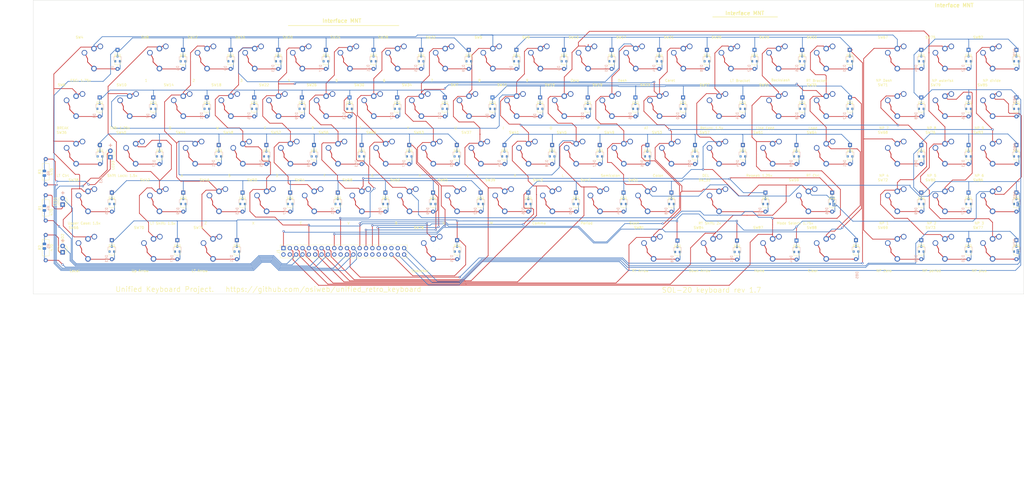
<source format=kicad_pcb>
(kicad_pcb (version 20171130) (host pcbnew "(5.1.10-1-10_14)")
  (title_block (title "Unified Retro Keyboard") (date 2020-08-17) (rev 1.7) (company OSIWeb.org) (comment 1 "SOL keyboard matrix"))
  (layers (0 F.Cu signal) (31 B.Cu signal) (34 B.Paste user) (35 F.Paste user) (36 B.SilkS user) (37 F.SilkS user) (38 B.Mask user) (39 F.Mask user) (44 Edge.Cuts user))
  (net 0 "")
  (net 1 /Row3)
  (net 2 /Row0)
  (net 3 /Row1)
  (net 4 "Net-(D5-Pad2)")
  (net 5 "Net-(D7-Pad2)")
  (net 6 "Net-(D8-Pad2)")
  (net 7 "Net-(D9-Pad2)")
  (net 8 "Net-(D10-Pad2)")
  (net 9 "Net-(D11-Pad2)")
  (net 10 "Net-(D12-Pad2)")
  (net 11 "Net-(D13-Pad2)")
  (net 12 "Net-(D14-Pad2)")
  (net 13 "Net-(D15-Pad2)")
  (net 14 "Net-(D16-Pad2)")
  (net 15 "Net-(D18-Pad2)")
  (net 16 "Net-(D19-Pad2)")
  (net 17 "Net-(D20-Pad2)")
  (net 18 "Net-(D22-Pad2)")
  (net 19 "Net-(D23-Pad2)")
  (net 20 "Net-(D24-Pad2)")
  (net 21 "Net-(D25-Pad2)")
  (net 22 "Net-(D26-Pad2)")
  (net 23 "Net-(D27-Pad2)")
  (net 24 "Net-(D28-Pad2)")
  (net 25 "Net-(D29-Pad2)")
  (net 26 "Net-(D30-Pad2)")
  (net 27 "Net-(D31-Pad2)")
  (net 28 "Net-(D32-Pad2)")
  (net 29 "Net-(D34-Pad2)")
  (net 30 "Net-(D36-Pad2)")
  (net 31 /Row4)
  (net 32 /Row5)
  (net 33 /Row7)
  (net 34 "Net-(D41-Pad2)")
  (net 35 "Net-(D42-Pad2)")
  (net 36 "Net-(D43-Pad2)")
  (net 37 "Net-(D45-Pad2)")
  (net 38 "Net-(D46-Pad2)")
  (net 39 "Net-(D47-Pad2)")
  (net 40 "Net-(D48-Pad2)")
  (net 41 "Net-(D49-Pad2)")
  (net 42 "Net-(D50-Pad2)")
  (net 43 "Net-(D51-Pad2)")
  (net 44 "Net-(D52-Pad2)")
  (net 45 "Net-(D53-Pad2)")
  (net 46 "Net-(D54-Pad2)")
  (net 47 "Net-(D55-Pad2)")
  (net 48 "Net-(D56-Pad2)")
  (net 49 "Net-(D57-Pad2)")
  (net 50 "Net-(D58-Pad2)")
  (net 51 "Net-(D59-Pad2)")
  (net 52 "Net-(D60-Pad2)")
  (net 53 "Net-(D61-Pad2)")
  (net 54 /Col0)
  (net 55 /Col1)
  (net 56 /Col2)
  (net 57 /Col3)
  (net 58 /Col4)
  (net 59 /Col5)
  (net 60 /Col6)
  (net 61 /Col7)
  (net 62 /Row6)
  (net 63 /Row2)
  (net 64 "Net-(D2-Pad2)")
  (net 65 "Net-(D3-Pad2)")
  (net 66 "Net-(D4-Pad2)")
  (net 67 "Net-(D6-Pad2)")
  (net 68 "Net-(D17-Pad2)")
  (net 69 "Net-(D21-Pad2)")
  (net 70 "Net-(D37-Pad2)")
  (net 71 "Net-(D38-Pad2)")
  (net 72 "Net-(D39-Pad2)")
  (net 73 "Net-(D40-Pad2)")
  (net 74 "Net-(D44-Pad2)")
  (net 75 "Net-(J1-Pad10)")
  (net 76 "Net-(J1-Pad12)")
  (net 77 "Net-(J1-Pad18)")
  (net 78 "Net-(J1-Pad20)")
  (net 79 "Net-(J1-Pad26)")
  (net 80 "Net-(J1-Pad28)")
  (net 81 "Net-(J1-Pad30)")
  (net 82 "Net-(J1-Pad32)")
  (net 83 "Net-(J1-Pad2)")
  (net 84 "Net-(J1-Pad4)")
  (net 85 "Net-(D1-Pad2)")
  (net 86 "Net-(D33-Pad2)")
  (net 87 "Net-(D35-Pad2)")
  (net 88 "Net-(D62-Pad2)")
  (net 89 "Net-(D63-Pad2)")
  (net 90 "Net-(D64-Pad2)")
  (net 91 "Net-(D65-Pad2)")
  (net 92 "Net-(D66-Pad2)")
  (net 93 "Net-(D67-Pad2)")
  (net 94 "Net-(D68-Pad2)")
  (net 95 "Net-(D69-Pad2)")
  (net 96 "Net-(D70-Pad2)")
  (net 97 "Net-(D71-Pad2)")
  (net 98 "Net-(D72-Pad2)")
  (net 99 "Net-(D73-Pad2)")
  (net 100 "Net-(D74-Pad2)")
  (net 101 "Net-(D75-Pad2)")
  (net 102 "Net-(D76-Pad2)")
  (net 103 "Net-(D77-Pad2)")
  (net 104 "Net-(D78-Pad2)")
  (net 105 "Net-(D79-Pad2)")
  (net 106 "Net-(D80-Pad2)")
  (net 107 "Net-(D81-Pad2)")
  (net 108 "Net-(D82-Pad2)")
  (net 109 "Net-(D83-Pad2)")
  (net 110 "Net-(D84-Pad2)")
  (net 111 "Net-(D85-Pad2)")
  (net 112 /Row11)
  (net 113 /Row12)
  (net 114 /Row10)
  (net 115 /Row9)
  (net 116 "Net-(J1-Pad8)")
  (net 117 "Net-(J1-Pad16)")
  (net 118 "Net-(J1-Pad24)")
  (net 119 "Net-(J1-Pad6)")
  (net 120 "Net-(J1-Pad14)")
  (net 121 "Net-(J1-Pad22)")
  (net 122 "Net-(LED1-Pad1)")
  (net 123 "Net-(LED2-Pad1)")
  (net 124 "Net-(LED3-Pad1)")
  (net 125 "Net-(J1-Pad33)")
  (net 126 "Net-(J1-Pad34)")
  (net 127 "Net-(J1-Pad35)")
  (net 128 "Net-(J1-Pad37)")
  (module Resistor_SMD:R_0805_2012Metric (layer B.Cu) (at 95.885 176.403 90)
    (fp_text reference R6 (at 0 1.65 270) (layer B.SilkS) (effects (justify mirror)))
    (fp_text value 470)
    (pad 2 smd roundrect (at 0.9125 0 90) (size 1.025 1.4) (layers B.Cu B.Paste B.Mask) (roundrect_rratio 0.243902) (net 124 "Net-(LED3-Pad1)"))
    (pad 1 smd roundrect (at -0.9125 0 90) (size 1.025 1.4) (layers B.Cu B.Paste B.Mask) (roundrect_rratio 0.243902) (net 118 "Net-(J1-Pad24)"))
  )
  (module Resistor_SMD:R_0805_2012Metric (layer B.Cu) (at 95.885 205.613 90)
    (fp_text reference R5 (at 0 1.65 270) (layer B.SilkS) (effects (justify mirror)))
    (fp_text value 470)
    (pad 2 smd roundrect (at 0.9125 0 90) (size 1.025 1.4) (layers B.Cu B.Paste B.Mask) (roundrect_rratio 0.243902) (net 123 "Net-(LED2-Pad1)"))
    (pad 1 smd roundrect (at -0.9125 0 90) (size 1.025 1.4) (layers B.Cu B.Paste B.Mask) (roundrect_rratio 0.243902) (net 117 "Net-(J1-Pad16)"))
  )
  (module Resistor_SMD:R_0805_2012Metric (layer B.Cu) (at 95.885 190.373 90)
    (fp_text reference R4 (at 0 1.65 270) (layer B.SilkS) (effects (justify mirror)))
    (fp_text value 470)
    (pad 2 smd roundrect (at 0.9125 0 90) (size 1.025 1.4) (layers B.Cu B.Paste B.Mask) (roundrect_rratio 0.243902) (net 122 "Net-(LED1-Pad1)"))
    (pad 1 smd roundrect (at -0.9125 0 90) (size 1.025 1.4) (layers B.Cu B.Paste B.Mask) (roundrect_rratio 0.243902) (net 116 "Net-(J1-Pad8)"))
  )
  (module unikbd:diode-combined (layer B.Cu) (at 237.000626 149.606 270)
    (fp_text reference D27 (at 3.81 2.12 270) (layer B.SilkS) (effects (justify mirror)))
    (fp_text value 1N4148)
    (fp_poly (pts (xy -1.2192 0.0762) (xy -3.048 0.0762) (xy -3.048 -0.0762) (xy -1.2192 -0.0762)) (layer B.Cu) (width 0.1))
    (fp_poly (pts (xy 4.1656 -0.5334) (xy 4.0132 -0.5334) (xy 4.0132 -0.9906) (xy 1.2192 -0.9906) (xy 1.2192 -1.143) (xy 4.1656 -1.143)) (layer B.Cu) (width 0.1))
    (pad 2 thru_hole oval (at 4.064 0 270) (size 1.6 1.6) (drill 0.8) (layers *.Cu *.Mask) (net 23 "Net-(D27-Pad2)"))
    (pad 1 thru_hole rect (at -3.556 0 270) (size 1.6 1.6) (drill 0.8) (layers *.Cu *.Mask) (net 62 /Row6))
    (pad 4 smd rect (at -1 0 90) (size 0.9 0.8) (layers B.Cu B.Paste B.Mask))
    (pad "" smd rect (at 1 0.95 90) (size 0.9 0.8) (layers B.Cu B.Paste B.Mask))
    (pad 3 smd rect (at 1 -0.95 90) (size 0.9 0.8) (layers B.Cu B.Paste B.Mask))
  )
  (module unikbd:diode-combined (layer B.Cu) (at 420.52113 206.756 270)
    (fp_text reference D85 (at 10.4394 -0.43053 270) (layer B.SilkS) (effects (justify mirror)))
    (fp_text value 1N4148)
    (fp_poly (pts (xy -1.2192 0.0762) (xy -3.048 0.0762) (xy -3.048 -0.0762) (xy -1.2192 -0.0762)) (layer B.Cu) (width 0.1))
    (fp_poly (pts (xy 4.1656 -0.5334) (xy 4.0132 -0.5334) (xy 4.0132 -0.9906) (xy 1.2192 -0.9906) (xy 1.2192 -1.143) (xy 4.1656 -1.143)) (layer B.Cu) (width 0.1))
    (pad 2 thru_hole oval (at 4.064 0 270) (size 1.6 1.6) (drill 0.8) (layers *.Cu *.Mask) (net 111 "Net-(D85-Pad2)"))
    (pad 1 thru_hole rect (at -3.556 0 270) (size 1.6 1.6) (drill 0.8) (layers *.Cu *.Mask) (net 115 /Row9))
    (pad 4 smd rect (at -1 0 90) (size 0.9 0.8) (layers B.Cu B.Paste B.Mask))
    (pad "" smd rect (at 1 0.95 90) (size 0.9 0.8) (layers B.Cu B.Paste B.Mask))
    (pad 3 smd rect (at 1 -0.95 90) (size 0.9 0.8) (layers B.Cu B.Paste B.Mask))
  )
  (module unikbd:diode-combined (layer B.Cu) (at 396.73403 206.9084 270)
    (fp_text reference D84 (at 3.81 2.12 270) (layer B.SilkS) (effects (justify mirror)))
    (fp_text value 1N4148)
    (fp_poly (pts (xy -1.2192 0.0762) (xy -3.048 0.0762) (xy -3.048 -0.0762) (xy -1.2192 -0.0762)) (layer B.Cu) (width 0.1))
    (fp_poly (pts (xy 4.1656 -0.5334) (xy 4.0132 -0.5334) (xy 4.0132 -0.9906) (xy 1.2192 -0.9906) (xy 1.2192 -1.143) (xy 4.1656 -1.143)) (layer B.Cu) (width 0.1))
    (pad 2 thru_hole oval (at 4.064 0 270) (size 1.6 1.6) (drill 0.8) (layers *.Cu *.Mask) (net 110 "Net-(D84-Pad2)"))
    (pad 1 thru_hole rect (at -3.556 0 270) (size 1.6 1.6) (drill 0.8) (layers *.Cu *.Mask) (net 115 /Row9))
    (pad 4 smd rect (at -1 0 90) (size 0.9 0.8) (layers B.Cu B.Paste B.Mask))
    (pad "" smd rect (at 1 0.95 90) (size 0.9 0.8) (layers B.Cu B.Paste B.Mask))
    (pad 3 smd rect (at 1 -0.95 90) (size 0.9 0.8) (layers B.Cu B.Paste B.Mask))
  )
  (module unikbd:diode-combined (layer B.Cu) (at 484.68788 187.706 270)
    (fp_text reference D83 (at -2.5654 0.60452 270) (layer B.SilkS) (effects (justify mirror)))
    (fp_text value 1N4148)
    (fp_poly (pts (xy -1.2192 0.0762) (xy -3.048 0.0762) (xy -3.048 -0.0762) (xy -1.2192 -0.0762)) (layer B.Cu) (width 0.1))
    (fp_poly (pts (xy 4.1656 -0.5334) (xy 4.0132 -0.5334) (xy 4.0132 -0.9906) (xy 1.2192 -0.9906) (xy 1.2192 -1.143) (xy 4.1656 -1.143)) (layer B.Cu) (width 0.1))
    (pad 2 thru_hole oval (at 4.064 0 270) (size 1.6 1.6) (drill 0.8) (layers *.Cu *.Mask) (net 109 "Net-(D83-Pad2)"))
    (pad 1 thru_hole rect (at -3.556 0 270) (size 1.6 1.6) (drill 0.8) (layers *.Cu *.Mask) (net 112 /Row11))
    (pad 4 smd rect (at -1 0 90) (size 0.9 0.8) (layers B.Cu B.Paste B.Mask))
    (pad "" smd rect (at 1 0.95 90) (size 0.9 0.8) (layers B.Cu B.Paste B.Mask))
    (pad 3 smd rect (at 1 -0.95 90) (size 0.9 0.8) (layers B.Cu B.Paste B.Mask))
  )
  (module unikbd:diode-combined (layer B.Cu) (at 484.68788 149.606 270)
    (fp_text reference D82 (at -2.7178 0.68072 270) (layer B.SilkS) (effects (justify mirror)))
    (fp_text value 1N4148)
    (fp_poly (pts (xy -1.2192 0.0762) (xy -3.048 0.0762) (xy -3.048 -0.0762) (xy -1.2192 -0.0762)) (layer B.Cu) (width 0.1))
    (fp_poly (pts (xy 4.1656 -0.5334) (xy 4.0132 -0.5334) (xy 4.0132 -0.9906) (xy 1.2192 -0.9906) (xy 1.2192 -1.143) (xy 4.1656 -1.143)) (layer B.Cu) (width 0.1))
    (pad 2 thru_hole oval (at 4.064 0 270) (size 1.6 1.6) (drill 0.8) (layers *.Cu *.Mask) (net 108 "Net-(D82-Pad2)"))
    (pad 1 thru_hole rect (at -3.556 0 270) (size 1.6 1.6) (drill 0.8) (layers *.Cu *.Mask) (net 114 /Row10))
    (pad 4 smd rect (at -1 0 90) (size 0.9 0.8) (layers B.Cu B.Paste B.Mask))
    (pad "" smd rect (at 1 0.95 90) (size 0.9 0.8) (layers B.Cu B.Paste B.Mask))
    (pad 3 smd rect (at 1 -0.95 90) (size 0.9 0.8) (layers B.Cu B.Paste B.Mask))
  )
  (module unikbd:diode-combined (layer B.Cu) (at 372.92153 206.9084 270)
    (fp_text reference D81 (at 3.81 2.12 270) (layer B.SilkS) (effects (justify mirror)))
    (fp_text value 1N4148)
    (fp_poly (pts (xy -1.2192 0.0762) (xy -3.048 0.0762) (xy -3.048 -0.0762) (xy -1.2192 -0.0762)) (layer B.Cu) (width 0.1))
    (fp_poly (pts (xy 4.1656 -0.5334) (xy 4.0132 -0.5334) (xy 4.0132 -0.9906) (xy 1.2192 -0.9906) (xy 1.2192 -1.143) (xy 4.1656 -1.143)) (layer B.Cu) (width 0.1))
    (pad 2 thru_hole oval (at 4.064 0 270) (size 1.6 1.6) (drill 0.8) (layers *.Cu *.Mask) (net 107 "Net-(D81-Pad2)"))
    (pad 1 thru_hole rect (at -3.556 0 270) (size 1.6 1.6) (drill 0.8) (layers *.Cu *.Mask) (net 115 /Row9))
    (pad 4 smd rect (at -1 0 90) (size 0.9 0.8) (layers B.Cu B.Paste B.Mask))
    (pad "" smd rect (at 1 0.95 90) (size 0.9 0.8) (layers B.Cu B.Paste B.Mask))
    (pad 3 smd rect (at 1 -0.95 90) (size 0.9 0.8) (layers B.Cu B.Paste B.Mask))
  )
  (module unikbd:diode-combined (layer B.Cu) (at 484.68788 168.656 270)
    (fp_text reference D80 (at -2.794 0.62992 270) (layer B.SilkS) (effects (justify mirror)))
    (fp_text value 1N4148)
    (fp_poly (pts (xy -1.2192 0.0762) (xy -3.048 0.0762) (xy -3.048 -0.0762) (xy -1.2192 -0.0762)) (layer B.Cu) (width 0.1))
    (fp_poly (pts (xy 4.1656 -0.5334) (xy 4.0132 -0.5334) (xy 4.0132 -0.9906) (xy 1.2192 -0.9906) (xy 1.2192 -1.143) (xy 4.1656 -1.143)) (layer B.Cu) (width 0.1))
    (pad 2 thru_hole oval (at 4.064 0 270) (size 1.6 1.6) (drill 0.8) (layers *.Cu *.Mask) (net 106 "Net-(D80-Pad2)"))
    (pad 1 thru_hole rect (at -3.556 0 270) (size 1.6 1.6) (drill 0.8) (layers *.Cu *.Mask) (net 112 /Row11))
    (pad 4 smd rect (at -1 0 90) (size 0.9 0.8) (layers B.Cu B.Paste B.Mask))
    (pad "" smd rect (at 1 0.95 90) (size 0.9 0.8) (layers B.Cu B.Paste B.Mask))
    (pad 3 smd rect (at 1 -0.95 90) (size 0.9 0.8) (layers B.Cu B.Paste B.Mask))
  )
  (module unikbd:diode-combined (layer B.Cu) (at 484.68788 130.556 270)
    (fp_text reference D79 (at -2.5654 0.68072 270) (layer B.SilkS) (effects (justify mirror)))
    (fp_text value 1N4148)
    (fp_poly (pts (xy -1.2192 0.0762) (xy -3.048 0.0762) (xy -3.048 -0.0762) (xy -1.2192 -0.0762)) (layer B.Cu) (width 0.1))
    (fp_poly (pts (xy 4.1656 -0.5334) (xy 4.0132 -0.5334) (xy 4.0132 -0.9906) (xy 1.2192 -0.9906) (xy 1.2192 -1.143) (xy 4.1656 -1.143)) (layer B.Cu) (width 0.1))
    (pad 2 thru_hole oval (at 4.064 0 270) (size 1.6 1.6) (drill 0.8) (layers *.Cu *.Mask) (net 105 "Net-(D79-Pad2)"))
    (pad 1 thru_hole rect (at -3.556 0 270) (size 1.6 1.6) (drill 0.8) (layers *.Cu *.Mask) (net 114 /Row10))
    (pad 4 smd rect (at -1 0 90) (size 0.9 0.8) (layers B.Cu B.Paste B.Mask))
    (pad "" smd rect (at 1 0.95 90) (size 0.9 0.8) (layers B.Cu B.Paste B.Mask))
    (pad 3 smd rect (at 1 -0.95 90) (size 0.9 0.8) (layers B.Cu B.Paste B.Mask))
  )
  (module unikbd:diode-combined (layer B.Cu) (at 349.10903 206.9084 270)
    (fp_text reference D78 (at 3.81 2.12 270) (layer B.SilkS) (effects (justify mirror)))
    (fp_text value 1N4148)
    (fp_poly (pts (xy -1.2192 0.0762) (xy -3.048 0.0762) (xy -3.048 -0.0762) (xy -1.2192 -0.0762)) (layer B.Cu) (width 0.1))
    (fp_poly (pts (xy 4.1656 -0.5334) (xy 4.0132 -0.5334) (xy 4.0132 -0.9906) (xy 1.2192 -0.9906) (xy 1.2192 -1.143) (xy 4.1656 -1.143)) (layer B.Cu) (width 0.1))
    (pad 2 thru_hole oval (at 4.064 0 270) (size 1.6 1.6) (drill 0.8) (layers *.Cu *.Mask) (net 104 "Net-(D78-Pad2)"))
    (pad 1 thru_hole rect (at -3.556 0 270) (size 1.6 1.6) (drill 0.8) (layers *.Cu *.Mask) (net 115 /Row9))
    (pad 4 smd rect (at -1 0 90) (size 0.9 0.8) (layers B.Cu B.Paste B.Mask))
    (pad "" smd rect (at 1 0.95 90) (size 0.9 0.8) (layers B.Cu B.Paste B.Mask))
    (pad 3 smd rect (at 1 -0.95 90) (size 0.9 0.8) (layers B.Cu B.Paste B.Mask))
  )
  (module unikbd:diode-combined (layer B.Cu) (at 465.53628 187.706 270)
    (fp_text reference D77 (at 3.81 2.12 270) (layer B.SilkS) (effects (justify mirror)))
    (fp_text value 1N4148)
    (fp_poly (pts (xy -1.2192 0.0762) (xy -3.048 0.0762) (xy -3.048 -0.0762) (xy -1.2192 -0.0762)) (layer B.Cu) (width 0.1))
    (fp_poly (pts (xy 4.1656 -0.5334) (xy 4.0132 -0.5334) (xy 4.0132 -0.9906) (xy 1.2192 -0.9906) (xy 1.2192 -1.143) (xy 4.1656 -1.143)) (layer B.Cu) (width 0.1))
    (pad 2 thru_hole oval (at 4.064 0 270) (size 1.6 1.6) (drill 0.8) (layers *.Cu *.Mask) (net 103 "Net-(D77-Pad2)"))
    (pad 1 thru_hole rect (at -3.556 0 270) (size 1.6 1.6) (drill 0.8) (layers *.Cu *.Mask) (net 112 /Row11))
    (pad 4 smd rect (at -1 0 90) (size 0.9 0.8) (layers B.Cu B.Paste B.Mask))
    (pad "" smd rect (at 1 0.95 90) (size 0.9 0.8) (layers B.Cu B.Paste B.Mask))
    (pad 3 smd rect (at 1 -0.95 90) (size 0.9 0.8) (layers B.Cu B.Paste B.Mask))
  )
  (module unikbd:diode-combined (layer B.Cu) (at 465.53628 149.606 270)
    (fp_text reference D76 (at 3.81 2.12 270) (layer B.SilkS) (effects (justify mirror)))
    (fp_text value 1N4148)
    (fp_poly (pts (xy -1.2192 0.0762) (xy -3.048 0.0762) (xy -3.048 -0.0762) (xy -1.2192 -0.0762)) (layer B.Cu) (width 0.1))
    (fp_poly (pts (xy 4.1656 -0.5334) (xy 4.0132 -0.5334) (xy 4.0132 -0.9906) (xy 1.2192 -0.9906) (xy 1.2192 -1.143) (xy 4.1656 -1.143)) (layer B.Cu) (width 0.1))
    (pad 2 thru_hole oval (at 4.064 0 270) (size 1.6 1.6) (drill 0.8) (layers *.Cu *.Mask) (net 102 "Net-(D76-Pad2)"))
    (pad 1 thru_hole rect (at -3.556 0 270) (size 1.6 1.6) (drill 0.8) (layers *.Cu *.Mask) (net 114 /Row10))
    (pad 4 smd rect (at -1 0 90) (size 0.9 0.8) (layers B.Cu B.Paste B.Mask))
    (pad "" smd rect (at 1 0.95 90) (size 0.9 0.8) (layers B.Cu B.Paste B.Mask))
    (pad 3 smd rect (at 1 -0.95 90) (size 0.9 0.8) (layers B.Cu B.Paste B.Mask))
  )
  (module unikbd:diode-combined (layer B.Cu) (at 260.97738 206.756 270)
    (fp_text reference D75 (at 3.81 2.12 270) (layer B.SilkS) (effects (justify mirror)))
    (fp_text value 1N4148 hide)
    (fp_poly (pts (xy -1.2192 0.0762) (xy -3.048 0.0762) (xy -3.048 -0.0762) (xy -1.2192 -0.0762)) (layer B.Cu) (width 0.1))
    (fp_poly (pts (xy 4.1656 -0.5334) (xy 4.0132 -0.5334) (xy 4.0132 -0.9906) (xy 1.2192 -0.9906) (xy 1.2192 -1.143) (xy 4.1656 -1.143)) (layer B.Cu) (width 0.1))
    (pad 2 thru_hole oval (at 4.064 0 270) (size 1.6 1.6) (drill 0.8) (layers *.Cu *.Mask) (net 101 "Net-(D75-Pad2)"))
    (pad 1 thru_hole rect (at -3.556 0 270) (size 1.6 1.6) (drill 0.8) (layers *.Cu *.Mask) (net 115 /Row9))
    (pad 4 smd rect (at -1 0 90) (size 0.9 0.8) (layers B.Cu B.Paste B.Mask))
    (pad "" smd rect (at 1 0.95 90) (size 0.9 0.8) (layers B.Cu B.Paste B.Mask))
    (pad 3 smd rect (at 1 -0.95 90) (size 0.9 0.8) (layers B.Cu B.Paste B.Mask))
  )
  (module unikbd:diode-combined (layer B.Cu) (at 484.68788 206.756 270)
    (fp_text reference D74 (at -2.6162 0.68072 270) (layer B.SilkS) (effects (justify mirror)))
    (fp_text value 1N4148)
    (fp_poly (pts (xy -1.2192 0.0762) (xy -3.048 0.0762) (xy -3.048 -0.0762) (xy -1.2192 -0.0762)) (layer B.Cu) (width 0.1))
    (fp_poly (pts (xy 4.1656 -0.5334) (xy 4.0132 -0.5334) (xy 4.0132 -0.9906) (xy 1.2192 -0.9906) (xy 1.2192 -1.143) (xy 4.1656 -1.143)) (layer B.Cu) (width 0.1))
    (pad 2 thru_hole oval (at 4.064 0 270) (size 1.6 1.6) (drill 0.8) (layers *.Cu *.Mask) (net 100 "Net-(D74-Pad2)"))
    (pad 1 thru_hole rect (at -3.556 0 270) (size 1.6 1.6) (drill 0.8) (layers *.Cu *.Mask) (net 113 /Row12))
    (pad 4 smd rect (at -1 0 90) (size 0.9 0.8) (layers B.Cu B.Paste B.Mask))
    (pad "" smd rect (at 1 0.95 90) (size 0.9 0.8) (layers B.Cu B.Paste B.Mask))
    (pad 3 smd rect (at 1 -0.95 90) (size 0.9 0.8) (layers B.Cu B.Paste B.Mask))
  )
  (module unikbd:diode-combined (layer B.Cu) (at 465.53628 168.656 270)
    (fp_text reference D73 (at 3.81 2.12 270) (layer B.SilkS) (effects (justify mirror)))
    (fp_text value 1N4148)
    (fp_poly (pts (xy -1.2192 0.0762) (xy -3.048 0.0762) (xy -3.048 -0.0762) (xy -1.2192 -0.0762)) (layer B.Cu) (width 0.1))
    (fp_poly (pts (xy 4.1656 -0.5334) (xy 4.0132 -0.5334) (xy 4.0132 -0.9906) (xy 1.2192 -0.9906) (xy 1.2192 -1.143) (xy 4.1656 -1.143)) (layer B.Cu) (width 0.1))
    (pad 2 thru_hole oval (at 4.064 0 270) (size 1.6 1.6) (drill 0.8) (layers *.Cu *.Mask) (net 99 "Net-(D73-Pad2)"))
    (pad 1 thru_hole rect (at -3.556 0 270) (size 1.6 1.6) (drill 0.8) (layers *.Cu *.Mask) (net 112 /Row11))
    (pad 4 smd rect (at -1 0 90) (size 0.9 0.8) (layers B.Cu B.Paste B.Mask))
    (pad "" smd rect (at 1 0.95 90) (size 0.9 0.8) (layers B.Cu B.Paste B.Mask))
    (pad 3 smd rect (at 1 -0.95 90) (size 0.9 0.8) (layers B.Cu B.Paste B.Mask))
  )
  (module unikbd:diode-combined (layer B.Cu) (at 465.53628 130.556 270)
    (fp_text reference D72 (at 3.81 2.12 270) (layer B.SilkS) (effects (justify mirror)))
    (fp_text value 1N4148)
    (fp_poly (pts (xy -1.2192 0.0762) (xy -3.048 0.0762) (xy -3.048 -0.0762) (xy -1.2192 -0.0762)) (layer B.Cu) (width 0.1))
    (fp_poly (pts (xy 4.1656 -0.5334) (xy 4.0132 -0.5334) (xy 4.0132 -0.9906) (xy 1.2192 -0.9906) (xy 1.2192 -1.143) (xy 4.1656 -1.143)) (layer B.Cu) (width 0.1))
    (pad 2 thru_hole oval (at 4.064 0 270) (size 1.6 1.6) (drill 0.8) (layers *.Cu *.Mask) (net 98 "Net-(D72-Pad2)"))
    (pad 1 thru_hole rect (at -3.556 0 270) (size 1.6 1.6) (drill 0.8) (layers *.Cu *.Mask) (net 114 /Row10))
    (pad 4 smd rect (at -1 0 90) (size 0.9 0.8) (layers B.Cu B.Paste B.Mask))
    (pad "" smd rect (at 1 0.95 90) (size 0.9 0.8) (layers B.Cu B.Paste B.Mask))
    (pad 3 smd rect (at 1 -0.95 90) (size 0.9 0.8) (layers B.Cu B.Paste B.Mask))
  )
  (module unikbd:diode-combined (layer B.Cu) (at 172.87113 206.756 270)
    (fp_text reference D71 (at 3.81 2.12 270) (layer B.SilkS) (effects (justify mirror)))
    (fp_text value 1N4148)
    (fp_poly (pts (xy -1.2192 0.0762) (xy -3.048 0.0762) (xy -3.048 -0.0762) (xy -1.2192 -0.0762)) (layer B.Cu) (width 0.1))
    (fp_poly (pts (xy 4.1656 -0.5334) (xy 4.0132 -0.5334) (xy 4.0132 -0.9906) (xy 1.2192 -0.9906) (xy 1.2192 -1.143) (xy 4.1656 -1.143)) (layer B.Cu) (width 0.1))
    (pad 2 thru_hole oval (at 4.064 0 270) (size 1.6 1.6) (drill 0.8) (layers *.Cu *.Mask) (net 97 "Net-(D71-Pad2)"))
    (pad 1 thru_hole rect (at -3.556 0 270) (size 1.6 1.6) (drill 0.8) (layers *.Cu *.Mask) (net 115 /Row9))
    (pad 4 smd rect (at -1 0 90) (size 0.9 0.8) (layers B.Cu B.Paste B.Mask))
    (pad "" smd rect (at 1 0.95 90) (size 0.9 0.8) (layers B.Cu B.Paste B.Mask))
    (pad 3 smd rect (at 1 -0.95 90) (size 0.9 0.8) (layers B.Cu B.Paste B.Mask))
  )
  (module unikbd:diode-combined (layer B.Cu) (at 465.53628 206.756 270)
    (fp_text reference D70 (at 3.81 2.12 270) (layer B.SilkS) (effects (justify mirror)))
    (fp_text value 1N4148)
    (fp_poly (pts (xy -1.2192 0.0762) (xy -3.048 0.0762) (xy -3.048 -0.0762) (xy -1.2192 -0.0762)) (layer B.Cu) (width 0.1))
    (fp_poly (pts (xy 4.1656 -0.5334) (xy 4.0132 -0.5334) (xy 4.0132 -0.9906) (xy 1.2192 -0.9906) (xy 1.2192 -1.143) (xy 4.1656 -1.143)) (layer B.Cu) (width 0.1))
    (pad 2 thru_hole oval (at 4.064 0 270) (size 1.6 1.6) (drill 0.8) (layers *.Cu *.Mask) (net 96 "Net-(D70-Pad2)"))
    (pad 1 thru_hole rect (at -3.556 0 270) (size 1.6 1.6) (drill 0.8) (layers *.Cu *.Mask) (net 113 /Row12))
    (pad 4 smd rect (at -1 0 90) (size 0.9 0.8) (layers B.Cu B.Paste B.Mask))
    (pad "" smd rect (at 1 0.95 90) (size 0.9 0.8) (layers B.Cu B.Paste B.Mask))
    (pad 3 smd rect (at 1 -0.95 90) (size 0.9 0.8) (layers B.Cu B.Paste B.Mask))
  )
  (module unikbd:diode-combined (layer B.Cu) (at 446.6463 187.706 270)
    (fp_text reference D69 (at 3.81 2.12 270) (layer B.SilkS) (effects (justify mirror)))
    (fp_text value 1N4148)
    (fp_poly (pts (xy -1.2192 0.0762) (xy -3.048 0.0762) (xy -3.048 -0.0762) (xy -1.2192 -0.0762)) (layer B.Cu) (width 0.1))
    (fp_poly (pts (xy 4.1656 -0.5334) (xy 4.0132 -0.5334) (xy 4.0132 -0.9906) (xy 1.2192 -0.9906) (xy 1.2192 -1.143) (xy 4.1656 -1.143)) (layer B.Cu) (width 0.1))
    (pad 2 thru_hole oval (at 4.064 0 270) (size 1.6 1.6) (drill 0.8) (layers *.Cu *.Mask) (net 95 "Net-(D69-Pad2)"))
    (pad 1 thru_hole rect (at -3.556 0 270) (size 1.6 1.6) (drill 0.8) (layers *.Cu *.Mask) (net 112 /Row11))
    (pad 4 smd rect (at -1 0 90) (size 0.9 0.8) (layers B.Cu B.Paste B.Mask))
    (pad "" smd rect (at 1 0.95 90) (size 0.9 0.8) (layers B.Cu B.Paste B.Mask))
    (pad 3 smd rect (at 1 -0.95 90) (size 0.9 0.8) (layers B.Cu B.Paste B.Mask))
  )
  (module unikbd:diode-combined (layer B.Cu) (at 446.6463 149.606 270)
    (fp_text reference D68 (at 3.81 2.12 270) (layer B.SilkS) (effects (justify mirror)))
    (fp_text value 1N4148)
    (fp_poly (pts (xy -1.2192 0.0762) (xy -3.048 0.0762) (xy -3.048 -0.0762) (xy -1.2192 -0.0762)) (layer B.Cu) (width 0.1))
    (fp_poly (pts (xy 4.1656 -0.5334) (xy 4.0132 -0.5334) (xy 4.0132 -0.9906) (xy 1.2192 -0.9906) (xy 1.2192 -1.143) (xy 4.1656 -1.143)) (layer B.Cu) (width 0.1))
    (pad 2 thru_hole oval (at 4.064 0 270) (size 1.6 1.6) (drill 0.8) (layers *.Cu *.Mask) (net 94 "Net-(D68-Pad2)"))
    (pad 1 thru_hole rect (at -3.556 0 270) (size 1.6 1.6) (drill 0.8) (layers *.Cu *.Mask) (net 114 /Row10))
    (pad 4 smd rect (at -1 0 90) (size 0.9 0.8) (layers B.Cu B.Paste B.Mask))
    (pad "" smd rect (at 1 0.95 90) (size 0.9 0.8) (layers B.Cu B.Paste B.Mask))
    (pad 3 smd rect (at 1 -0.95 90) (size 0.9 0.8) (layers B.Cu B.Paste B.Mask))
  )
  (module unikbd:diode-combined (layer B.Cu) (at 149.05863 206.756 270)
    (fp_text reference D67 (at 3.81 2.12 270) (layer B.SilkS) (effects (justify mirror)))
    (fp_text value 1N4148)
    (fp_poly (pts (xy -1.2192 0.0762) (xy -3.048 0.0762) (xy -3.048 -0.0762) (xy -1.2192 -0.0762)) (layer B.Cu) (width 0.1))
    (fp_poly (pts (xy 4.1656 -0.5334) (xy 4.0132 -0.5334) (xy 4.0132 -0.9906) (xy 1.2192 -0.9906) (xy 1.2192 -1.143) (xy 4.1656 -1.143)) (layer B.Cu) (width 0.1))
    (pad 2 thru_hole oval (at 4.064 0 270) (size 1.6 1.6) (drill 0.8) (layers *.Cu *.Mask) (net 93 "Net-(D67-Pad2)"))
    (pad 1 thru_hole rect (at -3.556 0 270) (size 1.6 1.6) (drill 0.8) (layers *.Cu *.Mask) (net 115 /Row9))
    (pad 4 smd rect (at -1 0 90) (size 0.9 0.8) (layers B.Cu B.Paste B.Mask))
    (pad "" smd rect (at 1 0.95 90) (size 0.9 0.8) (layers B.Cu B.Paste B.Mask))
    (pad 3 smd rect (at 1 -0.95 90) (size 0.9 0.8) (layers B.Cu B.Paste B.Mask))
  )
  (module unikbd:diode-combined (layer B.Cu) (at 446.6463 206.756 270)
    (fp_text reference D66 (at 3.81 2.12 270) (layer B.SilkS) (effects (justify mirror)))
    (fp_text value 1N4148)
    (fp_poly (pts (xy -1.2192 0.0762) (xy -3.048 0.0762) (xy -3.048 -0.0762) (xy -1.2192 -0.0762)) (layer B.Cu) (width 0.1))
    (fp_poly (pts (xy 4.1656 -0.5334) (xy 4.0132 -0.5334) (xy 4.0132 -0.9906) (xy 1.2192 -0.9906) (xy 1.2192 -1.143) (xy 4.1656 -1.143)) (layer B.Cu) (width 0.1))
    (pad 2 thru_hole oval (at 4.064 0 270) (size 1.6 1.6) (drill 0.8) (layers *.Cu *.Mask) (net 92 "Net-(D66-Pad2)"))
    (pad 1 thru_hole rect (at -3.556 0 270) (size 1.6 1.6) (drill 0.8) (layers *.Cu *.Mask) (net 113 /Row12))
    (pad 4 smd rect (at -1 0 90) (size 0.9 0.8) (layers B.Cu B.Paste B.Mask))
    (pad "" smd rect (at 1 0.95 90) (size 0.9 0.8) (layers B.Cu B.Paste B.Mask))
    (pad 3 smd rect (at 1 -0.95 90) (size 0.9 0.8) (layers B.Cu B.Paste B.Mask))
  )
  (module unikbd:diode-combined (layer B.Cu) (at 446.6463 168.656 270)
    (fp_text reference D65 (at 3.81 2.12 270) (layer B.SilkS) (effects (justify mirror)))
    (fp_text value 1N4148)
    (fp_poly (pts (xy -1.2192 0.0762) (xy -3.048 0.0762) (xy -3.048 -0.0762) (xy -1.2192 -0.0762)) (layer B.Cu) (width 0.1))
    (fp_poly (pts (xy 4.1656 -0.5334) (xy 4.0132 -0.5334) (xy 4.0132 -0.9906) (xy 1.2192 -0.9906) (xy 1.2192 -1.143) (xy 4.1656 -1.143)) (layer B.Cu) (width 0.1))
    (pad 2 thru_hole oval (at 4.064 0 270) (size 1.6 1.6) (drill 0.8) (layers *.Cu *.Mask) (net 91 "Net-(D65-Pad2)"))
    (pad 1 thru_hole rect (at -3.556 0 270) (size 1.6 1.6) (drill 0.8) (layers *.Cu *.Mask) (net 112 /Row11))
    (pad 4 smd rect (at -1 0 90) (size 0.9 0.8) (layers B.Cu B.Paste B.Mask))
    (pad "" smd rect (at 1 0.95 90) (size 0.9 0.8) (layers B.Cu B.Paste B.Mask))
    (pad 3 smd rect (at 1 -0.95 90) (size 0.9 0.8) (layers B.Cu B.Paste B.Mask))
  )
  (module unikbd:diode-combined (layer B.Cu) (at 446.6463 130.556 270)
    (fp_text reference D64 (at 3.81 2.12 270) (layer B.SilkS) (effects (justify mirror)))
    (fp_text value 1N4148)
    (fp_poly (pts (xy -1.2192 0.0762) (xy -3.048 0.0762) (xy -3.048 -0.0762) (xy -1.2192 -0.0762)) (layer B.Cu) (width 0.1))
    (fp_poly (pts (xy 4.1656 -0.5334) (xy 4.0132 -0.5334) (xy 4.0132 -0.9906) (xy 1.2192 -0.9906) (xy 1.2192 -1.143) (xy 4.1656 -1.143)) (layer B.Cu) (width 0.1))
    (pad 2 thru_hole oval (at 4.064 0 270) (size 1.6 1.6) (drill 0.8) (layers *.Cu *.Mask) (net 90 "Net-(D64-Pad2)"))
    (pad 1 thru_hole rect (at -3.556 0 270) (size 1.6 1.6) (drill 0.8) (layers *.Cu *.Mask) (net 114 /Row10))
    (pad 4 smd rect (at -1 0 90) (size 0.9 0.8) (layers B.Cu B.Paste B.Mask))
    (pad "" smd rect (at 1 0.95 90) (size 0.9 0.8) (layers B.Cu B.Paste B.Mask))
    (pad 3 smd rect (at 1 -0.95 90) (size 0.9 0.8) (layers B.Cu B.Paste B.Mask))
  )
  (module unikbd:diode-combined (layer B.Cu) (at 122.86488 206.756 270)
    (fp_text reference D63 (at 3.81 2.12 270) (layer B.SilkS) (effects (justify mirror)))
    (fp_text value 1N4148)
    (fp_poly (pts (xy -1.2192 0.0762) (xy -3.048 0.0762) (xy -3.048 -0.0762) (xy -1.2192 -0.0762)) (layer B.Cu) (width 0.1))
    (fp_poly (pts (xy 4.1656 -0.5334) (xy 4.0132 -0.5334) (xy 4.0132 -0.9906) (xy 1.2192 -0.9906) (xy 1.2192 -1.143) (xy 4.1656 -1.143)) (layer B.Cu) (width 0.1))
    (pad 2 thru_hole oval (at 4.064 0 270) (size 1.6 1.6) (drill 0.8) (layers *.Cu *.Mask) (net 89 "Net-(D63-Pad2)"))
    (pad 1 thru_hole rect (at -3.556 0 270) (size 1.6 1.6) (drill 0.8) (layers *.Cu *.Mask) (net 115 /Row9))
    (pad 4 smd rect (at -1 0 90) (size 0.9 0.8) (layers B.Cu B.Paste B.Mask))
    (pad "" smd rect (at 1 0.95 90) (size 0.9 0.8) (layers B.Cu B.Paste B.Mask))
    (pad 3 smd rect (at 1 -0.95 90) (size 0.9 0.8) (layers B.Cu B.Paste B.Mask))
  )
  (module unikbd:diode-combined (layer B.Cu) (at 270.40078 187.706 270)
    (fp_text reference D62 (at 3.81 2.12 270) (layer B.SilkS) (effects (justify mirror)))
    (fp_text value 1N4148)
    (fp_poly (pts (xy -1.2192 0.0762) (xy -3.048 0.0762) (xy -3.048 -0.0762) (xy -1.2192 -0.0762)) (layer B.Cu) (width 0.1))
    (fp_poly (pts (xy 4.1656 -0.5334) (xy 4.0132 -0.5334) (xy 4.0132 -0.9906) (xy 1.2192 -0.9906) (xy 1.2192 -1.143) (xy 4.1656 -1.143)) (layer B.Cu) (width 0.1))
    (pad 2 thru_hole oval (at 4.064 0 270) (size 1.6 1.6) (drill 0.8) (layers *.Cu *.Mask) (net 88 "Net-(D62-Pad2)"))
    (pad 1 thru_hole rect (at -3.556 0 270) (size 1.6 1.6) (drill 0.8) (layers *.Cu *.Mask) (net 63 /Row2))
    (pad 4 smd rect (at -1 0 90) (size 0.9 0.8) (layers B.Cu B.Paste B.Mask))
    (pad "" smd rect (at 1 0.95 90) (size 0.9 0.8) (layers B.Cu B.Paste B.Mask))
    (pad 3 smd rect (at 1 -0.95 90) (size 0.9 0.8) (layers B.Cu B.Paste B.Mask))
  )
  (module unikbd:diode-combined (layer B.Cu) (at 418.13988 168.656 270)
    (fp_text reference D61 (at 3.81 2.12 270) (layer B.SilkS) (effects (justify mirror)))
    (fp_text value 1N4148)
    (fp_poly (pts (xy -1.2192 0.0762) (xy -3.048 0.0762) (xy -3.048 -0.0762) (xy -1.2192 -0.0762)) (layer B.Cu) (width 0.1))
    (fp_poly (pts (xy 4.1656 -0.5334) (xy 4.0132 -0.5334) (xy 4.0132 -0.9906) (xy 1.2192 -0.9906) (xy 1.2192 -1.143) (xy 4.1656 -1.143)) (layer B.Cu) (width 0.1))
    (pad 2 thru_hole oval (at 4.064 0 270) (size 1.6 1.6) (drill 0.8) (layers *.Cu *.Mask) (net 53 "Net-(D61-Pad2)"))
    (pad 1 thru_hole rect (at -3.556 0 270) (size 1.6 1.6) (drill 0.8) (layers *.Cu *.Mask) (net 3 /Row1))
    (pad 4 smd rect (at -1 0 90) (size 0.9 0.8) (layers B.Cu B.Paste B.Mask))
    (pad "" smd rect (at 1 0.95 90) (size 0.9 0.8) (layers B.Cu B.Paste B.Mask))
    (pad 3 smd rect (at 1 -0.95 90) (size 0.9 0.8) (layers B.Cu B.Paste B.Mask))
  )
  (module unikbd:diode-combined (layer B.Cu) (at 260.87578 168.656 270)
    (fp_text reference D60 (at 3.81 2.12 270) (layer B.SilkS) (effects (justify mirror)))
    (fp_text value 1N4148)
    (fp_poly (pts (xy -1.2192 0.0762) (xy -3.048 0.0762) (xy -3.048 -0.0762) (xy -1.2192 -0.0762)) (layer B.Cu) (width 0.1))
    (fp_poly (pts (xy 4.1656 -0.5334) (xy 4.0132 -0.5334) (xy 4.0132 -0.9906) (xy 1.2192 -0.9906) (xy 1.2192 -1.143) (xy 4.1656 -1.143)) (layer B.Cu) (width 0.1))
    (pad 2 thru_hole oval (at 4.064 0 270) (size 1.6 1.6) (drill 0.8) (layers *.Cu *.Mask) (net 52 "Net-(D60-Pad2)"))
    (pad 1 thru_hole rect (at -3.556 0 270) (size 1.6 1.6) (drill 0.8) (layers *.Cu *.Mask) (net 2 /Row0))
    (pad 4 smd rect (at -1 0 90) (size 0.9 0.8) (layers B.Cu B.Paste B.Mask))
    (pad "" smd rect (at 1 0.95 90) (size 0.9 0.8) (layers B.Cu B.Paste B.Mask))
    (pad 3 smd rect (at 1 -0.95 90) (size 0.9 0.8) (layers B.Cu B.Paste B.Mask))
  )
  (module unikbd:diode-combined (layer B.Cu) (at 251.35078 187.706 270)
    (fp_text reference D59 (at 3.81 2.06502 270) (layer B.SilkS) (effects (justify mirror)))
    (fp_text value 1N4148)
    (fp_poly (pts (xy -1.2192 0.0762) (xy -3.048 0.0762) (xy -3.048 -0.0762) (xy -1.2192 -0.0762)) (layer B.Cu) (width 0.1))
    (fp_poly (pts (xy 4.1656 -0.5334) (xy 4.0132 -0.5334) (xy 4.0132 -0.9906) (xy 1.2192 -0.9906) (xy 1.2192 -1.143) (xy 4.1656 -1.143)) (layer B.Cu) (width 0.1))
    (pad 2 thru_hole oval (at 4.064 0 270) (size 1.6 1.6) (drill 0.8) (layers *.Cu *.Mask) (net 51 "Net-(D59-Pad2)"))
    (pad 1 thru_hole rect (at -3.556 0 270) (size 1.6 1.6) (drill 0.8) (layers *.Cu *.Mask) (net 63 /Row2))
    (pad 4 smd rect (at -1 0 90) (size 0.9 0.8) (layers B.Cu B.Paste B.Mask))
    (pad "" smd rect (at 1 0.95 90) (size 0.9 0.8) (layers B.Cu B.Paste B.Mask))
    (pad 3 smd rect (at 1 -0.95 90) (size 0.9 0.8) (layers B.Cu B.Paste B.Mask))
  )
  (module unikbd:diode-combined (layer B.Cu) (at 396.70863 168.656 270)
    (fp_text reference D58 (at 3.81 2.12 270) (layer B.SilkS) (effects (justify mirror)))
    (fp_text value 1N4148)
    (fp_poly (pts (xy -1.2192 0.0762) (xy -3.048 0.0762) (xy -3.048 -0.0762) (xy -1.2192 -0.0762)) (layer B.Cu) (width 0.1))
    (fp_poly (pts (xy 4.1656 -0.5334) (xy 4.0132 -0.5334) (xy 4.0132 -0.9906) (xy 1.2192 -0.9906) (xy 1.2192 -1.143) (xy 4.1656 -1.143)) (layer B.Cu) (width 0.1))
    (pad 2 thru_hole oval (at 4.064 0 270) (size 1.6 1.6) (drill 0.8) (layers *.Cu *.Mask) (net 50 "Net-(D58-Pad2)"))
    (pad 1 thru_hole rect (at -3.556 0 270) (size 1.6 1.6) (drill 0.8) (layers *.Cu *.Mask) (net 3 /Row1))
    (pad 4 smd rect (at -1 0 90) (size 0.9 0.8) (layers B.Cu B.Paste B.Mask))
    (pad "" smd rect (at 1 0.95 90) (size 0.9 0.8) (layers B.Cu B.Paste B.Mask))
    (pad 3 smd rect (at 1 -0.95 90) (size 0.9 0.8) (layers B.Cu B.Paste B.Mask))
  )
  (module unikbd:diode-combined (layer B.Cu) (at 241.82578 168.656 270)
    (fp_text reference D57 (at 3.81 2.12 270) (layer B.SilkS) (effects (justify mirror)))
    (fp_text value 1N4148)
    (fp_poly (pts (xy -1.2192 0.0762) (xy -3.048 0.0762) (xy -3.048 -0.0762) (xy -1.2192 -0.0762)) (layer B.Cu) (width 0.1))
    (fp_poly (pts (xy 4.1656 -0.5334) (xy 4.0132 -0.5334) (xy 4.0132 -0.9906) (xy 1.2192 -0.9906) (xy 1.2192 -1.143) (xy 4.1656 -1.143)) (layer B.Cu) (width 0.1))
    (pad 2 thru_hole oval (at 4.064 0 270) (size 1.6 1.6) (drill 0.8) (layers *.Cu *.Mask) (net 49 "Net-(D57-Pad2)"))
    (pad 1 thru_hole rect (at -3.556 0 270) (size 1.6 1.6) (drill 0.8) (layers *.Cu *.Mask) (net 2 /Row0))
    (pad 4 smd rect (at -1 0 90) (size 0.9 0.8) (layers B.Cu B.Paste B.Mask))
    (pad "" smd rect (at 1 0.95 90) (size 0.9 0.8) (layers B.Cu B.Paste B.Mask))
    (pad 3 smd rect (at 1 -0.95 90) (size 0.9 0.8) (layers B.Cu B.Paste B.Mask))
  )
  (module unikbd:diode-combined (layer B.Cu) (at 410.99613 187.706 270)
    (fp_text reference D56 (at 3.81 2.12 270) (layer B.SilkS) (effects (justify mirror)))
    (fp_text value 1N4148)
    (fp_poly (pts (xy -1.2192 0.0762) (xy -3.048 0.0762) (xy -3.048 -0.0762) (xy -1.2192 -0.0762)) (layer B.Cu) (width 0.1))
    (fp_poly (pts (xy 4.1656 -0.5334) (xy 4.0132 -0.5334) (xy 4.0132 -0.9906) (xy 1.2192 -0.9906) (xy 1.2192 -1.143) (xy 4.1656 -1.143)) (layer B.Cu) (width 0.1))
    (pad 2 thru_hole oval (at 4.064 0 270) (size 1.6 1.6) (drill 0.8) (layers *.Cu *.Mask) (net 48 "Net-(D56-Pad2)"))
    (pad 1 thru_hole rect (at -3.556 0 270) (size 1.6 1.6) (drill 0.8) (layers *.Cu *.Mask) (net 1 /Row3))
    (pad 4 smd rect (at -1 0 90) (size 0.9 0.8) (layers B.Cu B.Paste B.Mask))
    (pad "" smd rect (at 1 0.95 90) (size 0.9 0.8) (layers B.Cu B.Paste B.Mask))
    (pad 3 smd rect (at 1 -0.95 90) (size 0.9 0.8) (layers B.Cu B.Paste B.Mask))
  )
  (module unikbd:diode-combined (layer B.Cu) (at 232.30078 187.706 270)
    (fp_text reference D55 (at 3.81 2.12 270) (layer B.SilkS) (effects (justify mirror)))
    (fp_text value 1N4148)
    (fp_poly (pts (xy -1.2192 0.0762) (xy -3.048 0.0762) (xy -3.048 -0.0762) (xy -1.2192 -0.0762)) (layer B.Cu) (width 0.1))
    (fp_poly (pts (xy 4.1656 -0.5334) (xy 4.0132 -0.5334) (xy 4.0132 -0.9906) (xy 1.2192 -0.9906) (xy 1.2192 -1.143) (xy 4.1656 -1.143)) (layer B.Cu) (width 0.1))
    (pad 2 thru_hole oval (at 4.064 0 270) (size 1.6 1.6) (drill 0.8) (layers *.Cu *.Mask) (net 47 "Net-(D55-Pad2)"))
    (pad 1 thru_hole rect (at -3.556 0 270) (size 1.6 1.6) (drill 0.8) (layers *.Cu *.Mask) (net 63 /Row2))
    (pad 4 smd rect (at -1 0 90) (size 0.9 0.8) (layers B.Cu B.Paste B.Mask))
    (pad "" smd rect (at 1 0.95 90) (size 0.9 0.8) (layers B.Cu B.Paste B.Mask))
    (pad 3 smd rect (at 1 -0.95 90) (size 0.9 0.8) (layers B.Cu B.Paste B.Mask))
  )
  (module unikbd:diode-combined (layer B.Cu) (at 375.27738 168.656 270)
    (fp_text reference D54 (at 3.81 2.12 270) (layer B.SilkS) (effects (justify mirror)))
    (fp_text value 1N4148)
    (fp_poly (pts (xy -1.2192 0.0762) (xy -3.048 0.0762) (xy -3.048 -0.0762) (xy -1.2192 -0.0762)) (layer B.Cu) (width 0.1))
    (fp_poly (pts (xy 4.1656 -0.5334) (xy 4.0132 -0.5334) (xy 4.0132 -0.9906) (xy 1.2192 -0.9906) (xy 1.2192 -1.143) (xy 4.1656 -1.143)) (layer B.Cu) (width 0.1))
    (pad 2 thru_hole oval (at 4.064 0 270) (size 1.6 1.6) (drill 0.8) (layers *.Cu *.Mask) (net 46 "Net-(D54-Pad2)"))
    (pad 1 thru_hole rect (at -3.556 0 270) (size 1.6 1.6) (drill 0.8) (layers *.Cu *.Mask) (net 3 /Row1))
    (pad 4 smd rect (at -1 0 90) (size 0.9 0.8) (layers B.Cu B.Paste B.Mask))
    (pad "" smd rect (at 1 0.95 90) (size 0.9 0.8) (layers B.Cu B.Paste B.Mask))
    (pad 3 smd rect (at 1 -0.95 90) (size 0.9 0.8) (layers B.Cu B.Paste B.Mask))
  )
  (module unikbd:diode-combined (layer B.Cu) (at 222.77578 168.656 270)
    (fp_text reference D53 (at 3.81 2.12 270) (layer B.SilkS) (effects (justify mirror)))
    (fp_text value 1N4148)
    (fp_poly (pts (xy -1.2192 0.0762) (xy -3.048 0.0762) (xy -3.048 -0.0762) (xy -1.2192 -0.0762)) (layer B.Cu) (width 0.1))
    (fp_poly (pts (xy 4.1656 -0.5334) (xy 4.0132 -0.5334) (xy 4.0132 -0.9906) (xy 1.2192 -0.9906) (xy 1.2192 -1.143) (xy 4.1656 -1.143)) (layer B.Cu) (width 0.1))
    (pad 2 thru_hole oval (at 4.064 0 270) (size 1.6 1.6) (drill 0.8) (layers *.Cu *.Mask) (net 45 "Net-(D53-Pad2)"))
    (pad 1 thru_hole rect (at -3.556 0 270) (size 1.6 1.6) (drill 0.8) (layers *.Cu *.Mask) (net 2 /Row0))
    (pad 4 smd rect (at -1 0 90) (size 0.9 0.8) (layers B.Cu B.Paste B.Mask))
    (pad "" smd rect (at 1 0.95 90) (size 0.9 0.8) (layers B.Cu B.Paste B.Mask))
    (pad 3 smd rect (at 1 -0.95 90) (size 0.9 0.8) (layers B.Cu B.Paste B.Mask))
  )
  (module unikbd:diode-combined (layer B.Cu) (at 384.302 187.706 270)
    (fp_text reference D52 (at 3.81 2.12 270) (layer B.SilkS) (effects (justify mirror)))
    (fp_text value 1N4148)
    (fp_poly (pts (xy -1.2192 0.0762) (xy -3.048 0.0762) (xy -3.048 -0.0762) (xy -1.2192 -0.0762)) (layer B.Cu) (width 0.1))
    (fp_poly (pts (xy 4.1656 -0.5334) (xy 4.0132 -0.5334) (xy 4.0132 -0.9906) (xy 1.2192 -0.9906) (xy 1.2192 -1.143) (xy 4.1656 -1.143)) (layer B.Cu) (width 0.1))
    (pad 2 thru_hole oval (at 4.064 0 270) (size 1.6 1.6) (drill 0.8) (layers *.Cu *.Mask) (net 44 "Net-(D52-Pad2)"))
    (pad 1 thru_hole rect (at -3.556 0 270) (size 1.6 1.6) (drill 0.8) (layers *.Cu *.Mask) (net 1 /Row3))
    (pad 4 smd rect (at -1 0 90) (size 0.9 0.8) (layers B.Cu B.Paste B.Mask))
    (pad "" smd rect (at 1 0.95 90) (size 0.9 0.8) (layers B.Cu B.Paste B.Mask))
    (pad 3 smd rect (at 1 -0.95 90) (size 0.9 0.8) (layers B.Cu B.Paste B.Mask))
  )
  (module unikbd:diode-combined (layer B.Cu) (at 213.25078 187.706 270)
    (fp_text reference D51 (at 3.81 2.12 270) (layer B.SilkS) (effects (justify mirror)))
    (fp_text value 1N4148)
    (fp_poly (pts (xy -1.2192 0.0762) (xy -3.048 0.0762) (xy -3.048 -0.0762) (xy -1.2192 -0.0762)) (layer B.Cu) (width 0.1))
    (fp_poly (pts (xy 4.1656 -0.5334) (xy 4.0132 -0.5334) (xy 4.0132 -0.9906) (xy 1.2192 -0.9906) (xy 1.2192 -1.143) (xy 4.1656 -1.143)) (layer B.Cu) (width 0.1))
    (pad 2 thru_hole oval (at 4.064 0 270) (size 1.6 1.6) (drill 0.8) (layers *.Cu *.Mask) (net 43 "Net-(D51-Pad2)"))
    (pad 1 thru_hole rect (at -3.556 0 270) (size 1.6 1.6) (drill 0.8) (layers *.Cu *.Mask) (net 63 /Row2))
    (pad 4 smd rect (at -1 0 90) (size 0.9 0.8) (layers B.Cu B.Paste B.Mask))
    (pad "" smd rect (at 1 0.95 90) (size 0.9 0.8) (layers B.Cu B.Paste B.Mask))
    (pad 3 smd rect (at 1 -0.95 90) (size 0.9 0.8) (layers B.Cu B.Paste B.Mask))
  )
  (module unikbd:diode-combined (layer B.Cu) (at 356.12578 168.656 270)
    (fp_text reference D50 (at 3.81 2.12 270) (layer B.SilkS) (effects (justify mirror)))
    (fp_text value 1N4148)
    (fp_poly (pts (xy -1.2192 0.0762) (xy -3.048 0.0762) (xy -3.048 -0.0762) (xy -1.2192 -0.0762)) (layer B.Cu) (width 0.1))
    (fp_poly (pts (xy 4.1656 -0.5334) (xy 4.0132 -0.5334) (xy 4.0132 -0.9906) (xy 1.2192 -0.9906) (xy 1.2192 -1.143) (xy 4.1656 -1.143)) (layer B.Cu) (width 0.1))
    (pad 2 thru_hole oval (at 4.064 0 270) (size 1.6 1.6) (drill 0.8) (layers *.Cu *.Mask) (net 42 "Net-(D50-Pad2)"))
    (pad 1 thru_hole rect (at -3.556 0 270) (size 1.6 1.6) (drill 0.8) (layers *.Cu *.Mask) (net 3 /Row1))
    (pad 4 smd rect (at -1 0 90) (size 0.9 0.8) (layers B.Cu B.Paste B.Mask))
    (pad "" smd rect (at 1 0.95 90) (size 0.9 0.8) (layers B.Cu B.Paste B.Mask))
    (pad 3 smd rect (at 1 -0.95 90) (size 0.9 0.8) (layers B.Cu B.Paste B.Mask))
  )
  (module unikbd:diode-combined (layer B.Cu) (at 203.72578 168.656 270)
    (fp_text reference D49 (at 3.81 2.12 270) (layer B.SilkS) (effects (justify mirror)))
    (fp_text value 1N4148)
    (fp_poly (pts (xy -1.2192 0.0762) (xy -3.048 0.0762) (xy -3.048 -0.0762) (xy -1.2192 -0.0762)) (layer B.Cu) (width 0.1))
    (fp_poly (pts (xy 4.1656 -0.5334) (xy 4.0132 -0.5334) (xy 4.0132 -0.9906) (xy 1.2192 -0.9906) (xy 1.2192 -1.143) (xy 4.1656 -1.143)) (layer B.Cu) (width 0.1))
    (pad 2 thru_hole oval (at 4.064 0 270) (size 1.6 1.6) (drill 0.8) (layers *.Cu *.Mask) (net 41 "Net-(D49-Pad2)"))
    (pad 1 thru_hole rect (at -3.556 0 270) (size 1.6 1.6) (drill 0.8) (layers *.Cu *.Mask) (net 2 /Row0))
    (pad 4 smd rect (at -1 0 90) (size 0.9 0.8) (layers B.Cu B.Paste B.Mask))
    (pad "" smd rect (at 1 0.95 90) (size 0.9 0.8) (layers B.Cu B.Paste B.Mask))
    (pad 3 smd rect (at 1 -0.95 90) (size 0.9 0.8) (layers B.Cu B.Paste B.Mask))
  )
  (module unikbd:diode-combined (layer B.Cu) (at 346.70238 187.706 270)
    (fp_text reference D48 (at 3.81 2.12 270) (layer B.SilkS) (effects (justify mirror)))
    (fp_text value 1N4148)
    (fp_poly (pts (xy -1.2192 0.0762) (xy -3.048 0.0762) (xy -3.048 -0.0762) (xy -1.2192 -0.0762)) (layer B.Cu) (width 0.1))
    (fp_poly (pts (xy 4.1656 -0.5334) (xy 4.0132 -0.5334) (xy 4.0132 -0.9906) (xy 1.2192 -0.9906) (xy 1.2192 -1.143) (xy 4.1656 -1.143)) (layer B.Cu) (width 0.1))
    (pad 2 thru_hole oval (at 4.064 0 270) (size 1.6 1.6) (drill 0.8) (layers *.Cu *.Mask) (net 40 "Net-(D48-Pad2)"))
    (pad 1 thru_hole rect (at -3.556 0 270) (size 1.6 1.6) (drill 0.8) (layers *.Cu *.Mask) (net 1 /Row3))
    (pad 4 smd rect (at -1 0 90) (size 0.9 0.8) (layers B.Cu B.Paste B.Mask))
    (pad "" smd rect (at 1 0.95 90) (size 0.9 0.8) (layers B.Cu B.Paste B.Mask))
    (pad 3 smd rect (at 1 -0.95 90) (size 0.9 0.8) (layers B.Cu B.Paste B.Mask))
  )
  (module unikbd:diode-combined (layer B.Cu) (at 194.20078 187.706 270)
    (fp_text reference D47 (at 3.81 2.12 270) (layer B.SilkS) (effects (justify mirror)))
    (fp_text value 1N4148)
    (fp_poly (pts (xy -1.2192 0.0762) (xy -3.048 0.0762) (xy -3.048 -0.0762) (xy -1.2192 -0.0762)) (layer B.Cu) (width 0.1))
    (fp_poly (pts (xy 4.1656 -0.5334) (xy 4.0132 -0.5334) (xy 4.0132 -0.9906) (xy 1.2192 -0.9906) (xy 1.2192 -1.143) (xy 4.1656 -1.143)) (layer B.Cu) (width 0.1))
    (pad 2 thru_hole oval (at 4.064 0 270) (size 1.6 1.6) (drill 0.8) (layers *.Cu *.Mask) (net 39 "Net-(D47-Pad2)"))
    (pad 1 thru_hole rect (at -3.556 0 270) (size 1.6 1.6) (drill 0.8) (layers *.Cu *.Mask) (net 63 /Row2))
    (pad 4 smd rect (at -1 0 90) (size 0.9 0.8) (layers B.Cu B.Paste B.Mask))
    (pad "" smd rect (at 1 0.95 90) (size 0.9 0.8) (layers B.Cu B.Paste B.Mask))
    (pad 3 smd rect (at 1 -0.95 90) (size 0.9 0.8) (layers B.Cu B.Paste B.Mask))
  )
  (module unikbd:diode-combined (layer B.Cu) (at 337.07578 168.656 270)
    (fp_text reference D46 (at 3.81 2.12 270) (layer B.SilkS) (effects (justify mirror)))
    (fp_text value 1N4148)
    (fp_poly (pts (xy -1.2192 0.0762) (xy -3.048 0.0762) (xy -3.048 -0.0762) (xy -1.2192 -0.0762)) (layer B.Cu) (width 0.1))
    (fp_poly (pts (xy 4.1656 -0.5334) (xy 4.0132 -0.5334) (xy 4.0132 -0.9906) (xy 1.2192 -0.9906) (xy 1.2192 -1.143) (xy 4.1656 -1.143)) (layer B.Cu) (width 0.1))
    (pad 2 thru_hole oval (at 4.064 0 270) (size 1.6 1.6) (drill 0.8) (layers *.Cu *.Mask) (net 38 "Net-(D46-Pad2)"))
    (pad 1 thru_hole rect (at -3.556 0 270) (size 1.6 1.6) (drill 0.8) (layers *.Cu *.Mask) (net 3 /Row1))
    (pad 4 smd rect (at -1 0 90) (size 0.9 0.8) (layers B.Cu B.Paste B.Mask))
    (pad "" smd rect (at 1 0.95 90) (size 0.9 0.8) (layers B.Cu B.Paste B.Mask))
    (pad 3 smd rect (at 1 -0.95 90) (size 0.9 0.8) (layers B.Cu B.Paste B.Mask))
  )
  (module unikbd:diode-combined (layer B.Cu) (at 184.67578 168.656 270)
    (fp_text reference D45 (at 3.81 2.12 270) (layer B.SilkS) (effects (justify mirror)))
    (fp_text value 1N4148)
    (fp_poly (pts (xy -1.2192 0.0762) (xy -3.048 0.0762) (xy -3.048 -0.0762) (xy -1.2192 -0.0762)) (layer B.Cu) (width 0.1))
    (fp_poly (pts (xy 4.1656 -0.5334) (xy 4.0132 -0.5334) (xy 4.0132 -0.9906) (xy 1.2192 -0.9906) (xy 1.2192 -1.143) (xy 4.1656 -1.143)) (layer B.Cu) (width 0.1))
    (pad 2 thru_hole oval (at 4.064 0 270) (size 1.6 1.6) (drill 0.8) (layers *.Cu *.Mask) (net 37 "Net-(D45-Pad2)"))
    (pad 1 thru_hole rect (at -3.556 0 270) (size 1.6 1.6) (drill 0.8) (layers *.Cu *.Mask) (net 2 /Row0))
    (pad 4 smd rect (at -1 0 90) (size 0.9 0.8) (layers B.Cu B.Paste B.Mask))
    (pad "" smd rect (at 1 0.95 90) (size 0.9 0.8) (layers B.Cu B.Paste B.Mask))
    (pad 3 smd rect (at 1 -0.95 90) (size 0.9 0.8) (layers B.Cu B.Paste B.Mask))
  )
  (module unikbd:diode-combined (layer B.Cu) (at 327.55078 187.706 270)
    (fp_text reference D44 (at 3.81 2.12 270) (layer B.SilkS) (effects (justify mirror)))
    (fp_text value 1N4148)
    (fp_poly (pts (xy -1.2192 0.0762) (xy -3.048 0.0762) (xy -3.048 -0.0762) (xy -1.2192 -0.0762)) (layer B.Cu) (width 0.1))
    (fp_poly (pts (xy 4.1656 -0.5334) (xy 4.0132 -0.5334) (xy 4.0132 -0.9906) (xy 1.2192 -0.9906) (xy 1.2192 -1.143) (xy 4.1656 -1.143)) (layer B.Cu) (width 0.1))
    (pad 2 thru_hole oval (at 4.064 0 270) (size 1.6 1.6) (drill 0.8) (layers *.Cu *.Mask) (net 74 "Net-(D44-Pad2)"))
    (pad 1 thru_hole rect (at -3.556 0 270) (size 1.6 1.6) (drill 0.8) (layers *.Cu *.Mask) (net 1 /Row3))
    (pad 4 smd rect (at -1 0 90) (size 0.9 0.8) (layers B.Cu B.Paste B.Mask))
    (pad "" smd rect (at 1 0.95 90) (size 0.9 0.8) (layers B.Cu B.Paste B.Mask))
    (pad 3 smd rect (at 1 -0.95 90) (size 0.9 0.8) (layers B.Cu B.Paste B.Mask))
  )
  (module unikbd:diode-combined (layer B.Cu) (at 175.15078 187.706 270)
    (fp_text reference D43 (at 3.81 2.12 270) (layer B.SilkS) (effects (justify mirror)))
    (fp_text value 1N4148)
    (fp_poly (pts (xy -1.2192 0.0762) (xy -3.048 0.0762) (xy -3.048 -0.0762) (xy -1.2192 -0.0762)) (layer B.Cu) (width 0.1))
    (fp_poly (pts (xy 4.1656 -0.5334) (xy 4.0132 -0.5334) (xy 4.0132 -0.9906) (xy 1.2192 -0.9906) (xy 1.2192 -1.143) (xy 4.1656 -1.143)) (layer B.Cu) (width 0.1))
    (pad 2 thru_hole oval (at 4.064 0 270) (size 1.6 1.6) (drill 0.8) (layers *.Cu *.Mask) (net 36 "Net-(D43-Pad2)"))
    (pad 1 thru_hole rect (at -3.556 0 270) (size 1.6 1.6) (drill 0.8) (layers *.Cu *.Mask) (net 63 /Row2))
    (pad 4 smd rect (at -1 0 90) (size 0.9 0.8) (layers B.Cu B.Paste B.Mask))
    (pad "" smd rect (at 1 0.95 90) (size 0.9 0.8) (layers B.Cu B.Paste B.Mask))
    (pad 3 smd rect (at 1 -0.95 90) (size 0.9 0.8) (layers B.Cu B.Paste B.Mask))
  )
  (module unikbd:diode-combined (layer B.Cu) (at 318.02578 168.656 270)
    (fp_text reference D42 (at 3.81 2.12 270) (layer B.SilkS) (effects (justify mirror)))
    (fp_text value 1N4148)
    (fp_poly (pts (xy -1.2192 0.0762) (xy -3.048 0.0762) (xy -3.048 -0.0762) (xy -1.2192 -0.0762)) (layer B.Cu) (width 0.1))
    (fp_poly (pts (xy 4.1656 -0.5334) (xy 4.0132 -0.5334) (xy 4.0132 -0.9906) (xy 1.2192 -0.9906) (xy 1.2192 -1.143) (xy 4.1656 -1.143)) (layer B.Cu) (width 0.1))
    (pad 2 thru_hole oval (at 4.064 0 270) (size 1.6 1.6) (drill 0.8) (layers *.Cu *.Mask) (net 35 "Net-(D42-Pad2)"))
    (pad 1 thru_hole rect (at -3.556 0 270) (size 1.6 1.6) (drill 0.8) (layers *.Cu *.Mask) (net 3 /Row1))
    (pad 4 smd rect (at -1 0 90) (size 0.9 0.8) (layers B.Cu B.Paste B.Mask))
    (pad "" smd rect (at 1 0.95 90) (size 0.9 0.8) (layers B.Cu B.Paste B.Mask))
    (pad 3 smd rect (at 1 -0.95 90) (size 0.9 0.8) (layers B.Cu B.Paste B.Mask))
  )
  (module unikbd:diode-combined (layer B.Cu) (at 165.62578 168.656 270)
    (fp_text reference D41 (at 3.81 2.12 270) (layer B.SilkS) (effects (justify mirror)))
    (fp_text value 1N4148)
    (fp_poly (pts (xy -1.2192 0.0762) (xy -3.048 0.0762) (xy -3.048 -0.0762) (xy -1.2192 -0.0762)) (layer B.Cu) (width 0.1))
    (fp_poly (pts (xy 4.1656 -0.5334) (xy 4.0132 -0.5334) (xy 4.0132 -0.9906) (xy 1.2192 -0.9906) (xy 1.2192 -1.143) (xy 4.1656 -1.143)) (layer B.Cu) (width 0.1))
    (pad 2 thru_hole oval (at 4.064 0 270) (size 1.6 1.6) (drill 0.8) (layers *.Cu *.Mask) (net 34 "Net-(D41-Pad2)"))
    (pad 1 thru_hole rect (at -3.556 0 270) (size 1.6 1.6) (drill 0.8) (layers *.Cu *.Mask) (net 2 /Row0))
    (pad 4 smd rect (at -1 0 90) (size 0.9 0.8) (layers B.Cu B.Paste B.Mask))
    (pad "" smd rect (at 1 0.95 90) (size 0.9 0.8) (layers B.Cu B.Paste B.Mask))
    (pad 3 smd rect (at 1 -0.95 90) (size 0.9 0.8) (layers B.Cu B.Paste B.Mask))
  )
  (module unikbd:diode-combined (layer B.Cu) (at 308.50078 187.706 270)
    (fp_text reference D40 (at 3.81 2.12 270) (layer B.SilkS) (effects (justify mirror)))
    (fp_text value 1N4148)
    (fp_poly (pts (xy -1.2192 0.0762) (xy -3.048 0.0762) (xy -3.048 -0.0762) (xy -1.2192 -0.0762)) (layer B.Cu) (width 0.1))
    (fp_poly (pts (xy 4.1656 -0.5334) (xy 4.0132 -0.5334) (xy 4.0132 -0.9906) (xy 1.2192 -0.9906) (xy 1.2192 -1.143) (xy 4.1656 -1.143)) (layer B.Cu) (width 0.1))
    (pad 2 thru_hole oval (at 4.064 0 270) (size 1.6 1.6) (drill 0.8) (layers *.Cu *.Mask) (net 73 "Net-(D40-Pad2)"))
    (pad 1 thru_hole rect (at -3.556 0 270) (size 1.6 1.6) (drill 0.8) (layers *.Cu *.Mask) (net 1 /Row3))
    (pad 4 smd rect (at -1 0 90) (size 0.9 0.8) (layers B.Cu B.Paste B.Mask))
    (pad "" smd rect (at 1 0.95 90) (size 0.9 0.8) (layers B.Cu B.Paste B.Mask))
    (pad 3 smd rect (at 1 -0.95 90) (size 0.9 0.8) (layers B.Cu B.Paste B.Mask))
  )
  (module unikbd:diode-combined (layer B.Cu) (at 151.43988 187.706 270)
    (fp_text reference D39 (at 3.81 2.12 270) (layer B.SilkS) (effects (justify mirror)))
    (fp_text value 1N4148)
    (fp_poly (pts (xy -1.2192 0.0762) (xy -3.048 0.0762) (xy -3.048 -0.0762) (xy -1.2192 -0.0762)) (layer B.Cu) (width 0.1))
    (fp_poly (pts (xy 4.1656 -0.5334) (xy 4.0132 -0.5334) (xy 4.0132 -0.9906) (xy 1.2192 -0.9906) (xy 1.2192 -1.143) (xy 4.1656 -1.143)) (layer B.Cu) (width 0.1))
    (pad 2 thru_hole oval (at 4.064 0 270) (size 1.6 1.6) (drill 0.8) (layers *.Cu *.Mask) (net 72 "Net-(D39-Pad2)"))
    (pad 1 thru_hole rect (at -3.556 0 270) (size 1.6 1.6) (drill 0.8) (layers *.Cu *.Mask) (net 63 /Row2))
    (pad 4 smd rect (at -1 0 90) (size 0.9 0.8) (layers B.Cu B.Paste B.Mask))
    (pad "" smd rect (at 1 0.95 90) (size 0.9 0.8) (layers B.Cu B.Paste B.Mask))
    (pad 3 smd rect (at 1 -0.95 90) (size 0.9 0.8) (layers B.Cu B.Paste B.Mask))
  )
  (module unikbd:diode-combined (layer B.Cu) (at 298.97578 168.656 270)
    (fp_text reference D38 (at 3.81 2.12 270) (layer B.SilkS) (effects (justify mirror)))
    (fp_text value 1N4148)
    (fp_poly (pts (xy -1.2192 0.0762) (xy -3.048 0.0762) (xy -3.048 -0.0762) (xy -1.2192 -0.0762)) (layer B.Cu) (width 0.1))
    (fp_poly (pts (xy 4.1656 -0.5334) (xy 4.0132 -0.5334) (xy 4.0132 -0.9906) (xy 1.2192 -0.9906) (xy 1.2192 -1.143) (xy 4.1656 -1.143)) (layer B.Cu) (width 0.1))
    (pad 2 thru_hole oval (at 4.064 0 270) (size 1.6 1.6) (drill 0.8) (layers *.Cu *.Mask) (net 71 "Net-(D38-Pad2)"))
    (pad 1 thru_hole rect (at -3.556 0 270) (size 1.6 1.6) (drill 0.8) (layers *.Cu *.Mask) (net 3 /Row1))
    (pad 4 smd rect (at -1 0 90) (size 0.9 0.8) (layers B.Cu B.Paste B.Mask))
    (pad "" smd rect (at 1 0.95 90) (size 0.9 0.8) (layers B.Cu B.Paste B.Mask))
    (pad 3 smd rect (at 1 -0.95 90) (size 0.9 0.8) (layers B.Cu B.Paste B.Mask))
  )
  (module unikbd:diode-combined (layer B.Cu) (at 141.91488 168.656 270)
    (fp_text reference D37 (at 3.81 2.12 270) (layer B.SilkS) (effects (justify mirror)))
    (fp_text value 1N4148)
    (fp_poly (pts (xy -1.2192 0.0762) (xy -3.048 0.0762) (xy -3.048 -0.0762) (xy -1.2192 -0.0762)) (layer B.Cu) (width 0.1))
    (fp_poly (pts (xy 4.1656 -0.5334) (xy 4.0132 -0.5334) (xy 4.0132 -0.9906) (xy 1.2192 -0.9906) (xy 1.2192 -1.143) (xy 4.1656 -1.143)) (layer B.Cu) (width 0.1))
    (pad 2 thru_hole oval (at 4.064 0 270) (size 1.6 1.6) (drill 0.8) (layers *.Cu *.Mask) (net 70 "Net-(D37-Pad2)"))
    (pad 1 thru_hole rect (at -3.556 0 270) (size 1.6 1.6) (drill 0.8) (layers *.Cu *.Mask) (net 2 /Row0))
    (pad 4 smd rect (at -1 0 90) (size 0.9 0.8) (layers B.Cu B.Paste B.Mask))
    (pad "" smd rect (at 1 0.95 90) (size 0.9 0.8) (layers B.Cu B.Paste B.Mask))
    (pad 3 smd rect (at 1 -0.95 90) (size 0.9 0.8) (layers B.Cu B.Paste B.Mask))
  )
  (module unikbd:diode-combined (layer B.Cu) (at 289.45078 187.706 270)
    (fp_text reference D36 (at 3.7846 2.03962 270) (layer B.SilkS) (effects (justify mirror)))
    (fp_text value 1N4148)
    (fp_poly (pts (xy -1.2192 0.0762) (xy -3.048 0.0762) (xy -3.048 -0.0762) (xy -1.2192 -0.0762)) (layer B.Cu) (width 0.1))
    (fp_poly (pts (xy 4.1656 -0.5334) (xy 4.0132 -0.5334) (xy 4.0132 -0.9906) (xy 1.2192 -0.9906) (xy 1.2192 -1.143) (xy 4.1656 -1.143)) (layer B.Cu) (width 0.1))
    (pad 2 thru_hole oval (at 4.064 0 270) (size 1.6 1.6) (drill 0.8) (layers *.Cu *.Mask) (net 30 "Net-(D36-Pad2)"))
    (pad 1 thru_hole rect (at -3.556 0 270) (size 1.6 1.6) (drill 0.8) (layers *.Cu *.Mask) (net 1 /Row3))
    (pad 4 smd rect (at -1 0 90) (size 0.9 0.8) (layers B.Cu B.Paste B.Mask))
    (pad "" smd rect (at 1 0.95 90) (size 0.9 0.8) (layers B.Cu B.Paste B.Mask))
    (pad 3 smd rect (at 1 -0.95 90) (size 0.9 0.8) (layers B.Cu B.Paste B.Mask))
  )
  (module unikbd:diode-combined (layer B.Cu) (at 122.86488 187.706 270)
    (fp_text reference D35 (at 3.81 2.12 270) (layer B.SilkS) (effects (justify mirror)))
    (fp_text value 1N4148)
    (fp_poly (pts (xy -1.2192 0.0762) (xy -3.048 0.0762) (xy -3.048 -0.0762) (xy -1.2192 -0.0762)) (layer B.Cu) (width 0.1))
    (fp_poly (pts (xy 4.1656 -0.5334) (xy 4.0132 -0.5334) (xy 4.0132 -0.9906) (xy 1.2192 -0.9906) (xy 1.2192 -1.143) (xy 4.1656 -1.143)) (layer B.Cu) (width 0.1))
    (pad 2 thru_hole oval (at 4.064 0 270) (size 1.6 1.6) (drill 0.8) (layers *.Cu *.Mask) (net 87 "Net-(D35-Pad2)"))
    (pad 1 thru_hole rect (at -3.556 0 270) (size 1.6 1.6) (drill 0.8) (layers *.Cu *.Mask) (net 63 /Row2))
    (pad 4 smd rect (at -1 0 90) (size 0.9 0.8) (layers B.Cu B.Paste B.Mask))
    (pad "" smd rect (at 1 0.95 90) (size 0.9 0.8) (layers B.Cu B.Paste B.Mask))
    (pad 3 smd rect (at 1 -0.95 90) (size 0.9 0.8) (layers B.Cu B.Paste B.Mask))
  )
  (module unikbd:diode-combined (layer B.Cu) (at 279.92578 168.656 270)
    (fp_text reference D34 (at 3.81 2.12 270) (layer B.SilkS) (effects (justify mirror)))
    (fp_text value 1N4148)
    (fp_poly (pts (xy -1.2192 0.0762) (xy -3.048 0.0762) (xy -3.048 -0.0762) (xy -1.2192 -0.0762)) (layer B.Cu) (width 0.1))
    (fp_poly (pts (xy 4.1656 -0.5334) (xy 4.0132 -0.5334) (xy 4.0132 -0.9906) (xy 1.2192 -0.9906) (xy 1.2192 -1.143) (xy 4.1656 -1.143)) (layer B.Cu) (width 0.1))
    (pad 2 thru_hole oval (at 4.064 0 270) (size 1.6 1.6) (drill 0.8) (layers *.Cu *.Mask) (net 29 "Net-(D34-Pad2)"))
    (pad 1 thru_hole rect (at -3.556 0 270) (size 1.6 1.6) (drill 0.8) (layers *.Cu *.Mask) (net 3 /Row1))
    (pad 4 smd rect (at -1 0 90) (size 0.9 0.8) (layers B.Cu B.Paste B.Mask))
    (pad "" smd rect (at 1 0.95 90) (size 0.9 0.8) (layers B.Cu B.Paste B.Mask))
    (pad 3 smd rect (at 1 -0.95 90) (size 0.9 0.8) (layers B.Cu B.Paste B.Mask))
  )
  (module unikbd:diode-combined (layer B.Cu) (at 118.10238 168.656 270)
    (fp_text reference D33 (at 10.287 -0.41148 270) (layer B.SilkS) (effects (justify mirror)))
    (fp_text value 1N4148)
    (fp_poly (pts (xy -1.2192 0.0762) (xy -3.048 0.0762) (xy -3.048 -0.0762) (xy -1.2192 -0.0762)) (layer B.Cu) (width 0.1))
    (fp_poly (pts (xy 4.1656 -0.5334) (xy 4.0132 -0.5334) (xy 4.0132 -0.9906) (xy 1.2192 -0.9906) (xy 1.2192 -1.143) (xy 4.1656 -1.143)) (layer B.Cu) (width 0.1))
    (pad 2 thru_hole oval (at 4.064 0 270) (size 1.6 1.6) (drill 0.8) (layers *.Cu *.Mask) (net 86 "Net-(D33-Pad2)"))
    (pad 1 thru_hole rect (at -3.556 0 270) (size 1.6 1.6) (drill 0.8) (layers *.Cu *.Mask) (net 2 /Row0))
    (pad 4 smd rect (at -1 0 90) (size 0.9 0.8) (layers B.Cu B.Paste B.Mask))
    (pad "" smd rect (at 1 0.95 90) (size 0.9 0.8) (layers B.Cu B.Paste B.Mask))
    (pad 3 smd rect (at 1 -0.95 90) (size 0.9 0.8) (layers B.Cu B.Paste B.Mask))
  )
  (module unikbd:diode-combined (layer B.Cu) (at 418.13988 149.606 270)
    (fp_text reference D32 (at 3.81 2.12 270) (layer B.SilkS) (effects (justify mirror)))
    (fp_text value 1N4148)
    (fp_poly (pts (xy -1.2192 0.0762) (xy -3.048 0.0762) (xy -3.048 -0.0762) (xy -1.2192 -0.0762)) (layer B.Cu) (width 0.1))
    (fp_poly (pts (xy 4.1656 -0.5334) (xy 4.0132 -0.5334) (xy 4.0132 -0.9906) (xy 1.2192 -0.9906) (xy 1.2192 -1.143) (xy 4.1656 -1.143)) (layer B.Cu) (width 0.1))
    (pad 2 thru_hole oval (at 4.064 0 270) (size 1.6 1.6) (drill 0.8) (layers *.Cu *.Mask) (net 28 "Net-(D32-Pad2)"))
    (pad 1 thru_hole rect (at -3.556 0 270) (size 1.6 1.6) (drill 0.8) (layers *.Cu *.Mask) (net 33 /Row7))
    (pad 4 smd rect (at -1 0 90) (size 0.9 0.8) (layers B.Cu B.Paste B.Mask))
    (pad "" smd rect (at 1 0.95 90) (size 0.9 0.8) (layers B.Cu B.Paste B.Mask))
    (pad 3 smd rect (at 1 -0.95 90) (size 0.9 0.8) (layers B.Cu B.Paste B.Mask))
  )
  (module unikbd:diode-combined (layer B.Cu) (at 256.061068 149.606 270)
    (fp_text reference D31 (at 3.81 2.12 270) (layer B.SilkS) (effects (justify mirror)))
    (fp_text value 1N4148)
    (fp_poly (pts (xy -1.2192 0.0762) (xy -3.048 0.0762) (xy -3.048 -0.0762) (xy -1.2192 -0.0762)) (layer B.Cu) (width 0.1))
    (fp_poly (pts (xy 4.1656 -0.5334) (xy 4.0132 -0.5334) (xy 4.0132 -0.9906) (xy 1.2192 -0.9906) (xy 1.2192 -1.143) (xy 4.1656 -1.143)) (layer B.Cu) (width 0.1))
    (pad 2 thru_hole oval (at 4.064 0 270) (size 1.6 1.6) (drill 0.8) (layers *.Cu *.Mask) (net 27 "Net-(D31-Pad2)"))
    (pad 1 thru_hole rect (at -3.556 0 270) (size 1.6 1.6) (drill 0.8) (layers *.Cu *.Mask) (net 62 /Row6))
    (pad 4 smd rect (at -1 0 90) (size 0.9 0.8) (layers B.Cu B.Paste B.Mask))
    (pad "" smd rect (at 1 0.95 90) (size 0.9 0.8) (layers B.Cu B.Paste B.Mask))
    (pad 3 smd rect (at 1 -0.95 90) (size 0.9 0.8) (layers B.Cu B.Paste B.Mask))
  )
  (module unikbd:diode-combined (layer B.Cu) (at 418.03828 130.556 270)
    (fp_text reference D30 (at 3.81 2.12 270) (layer B.SilkS) (effects (justify mirror)))
    (fp_text value 1N4148)
    (fp_poly (pts (xy -1.2192 0.0762) (xy -3.048 0.0762) (xy -3.048 -0.0762) (xy -1.2192 -0.0762)) (layer B.Cu) (width 0.1))
    (fp_poly (pts (xy 4.1656 -0.5334) (xy 4.0132 -0.5334) (xy 4.0132 -0.9906) (xy 1.2192 -0.9906) (xy 1.2192 -1.143) (xy 4.1656 -1.143)) (layer B.Cu) (width 0.1))
    (pad 2 thru_hole oval (at 4.064 0 270) (size 1.6 1.6) (drill 0.8) (layers *.Cu *.Mask) (net 26 "Net-(D30-Pad2)"))
    (pad 1 thru_hole rect (at -3.556 0 270) (size 1.6 1.6) (drill 0.8) (layers *.Cu *.Mask) (net 32 /Row5))
    (pad 4 smd rect (at -1 0 90) (size 0.9 0.8) (layers B.Cu B.Paste B.Mask))
    (pad "" smd rect (at 1 0.95 90) (size 0.9 0.8) (layers B.Cu B.Paste B.Mask))
    (pad 3 smd rect (at 1 -0.95 90) (size 0.9 0.8) (layers B.Cu B.Paste B.Mask))
  )
  (module unikbd:diode-combined (layer B.Cu) (at 265.63828 130.556 270)
    (fp_text reference D29 (at 3.81 2.12 270) (layer B.SilkS) (effects (justify mirror)))
    (fp_text value 1N4148)
    (fp_poly (pts (xy -1.2192 0.0762) (xy -3.048 0.0762) (xy -3.048 -0.0762) (xy -1.2192 -0.0762)) (layer B.Cu) (width 0.1))
    (fp_poly (pts (xy 4.1656 -0.5334) (xy 4.0132 -0.5334) (xy 4.0132 -0.9906) (xy 1.2192 -0.9906) (xy 1.2192 -1.143) (xy 4.1656 -1.143)) (layer B.Cu) (width 0.1))
    (pad 2 thru_hole oval (at 4.064 0 270) (size 1.6 1.6) (drill 0.8) (layers *.Cu *.Mask) (net 25 "Net-(D29-Pad2)"))
    (pad 1 thru_hole rect (at -3.556 0 270) (size 1.6 1.6) (drill 0.8) (layers *.Cu *.Mask) (net 31 /Row4))
    (pad 4 smd rect (at -1 0 90) (size 0.9 0.8) (layers B.Cu B.Paste B.Mask))
    (pad "" smd rect (at 1 0.95 90) (size 0.9 0.8) (layers B.Cu B.Paste B.Mask))
    (pad 3 smd rect (at 1 -0.95 90) (size 0.9 0.8) (layers B.Cu B.Paste B.Mask))
  )
  (module unikbd:diode-combined (layer B.Cu) (at 398.98828 149.606 270)
    (fp_text reference D28 (at 3.81 2.12 270) (layer B.SilkS) (effects (justify mirror)))
    (fp_text value 1N4148)
    (fp_poly (pts (xy -1.2192 0.0762) (xy -3.048 0.0762) (xy -3.048 -0.0762) (xy -1.2192 -0.0762)) (layer B.Cu) (width 0.1))
    (fp_poly (pts (xy 4.1656 -0.5334) (xy 4.0132 -0.5334) (xy 4.0132 -0.9906) (xy 1.2192 -0.9906) (xy 1.2192 -1.143) (xy 4.1656 -1.143)) (layer B.Cu) (width 0.1))
    (pad 2 thru_hole oval (at 4.064 0 270) (size 1.6 1.6) (drill 0.8) (layers *.Cu *.Mask) (net 24 "Net-(D28-Pad2)"))
    (pad 1 thru_hole rect (at -3.556 0 270) (size 1.6 1.6) (drill 0.8) (layers *.Cu *.Mask) (net 33 /Row7))
    (pad 4 smd rect (at -1 0 90) (size 0.9 0.8) (layers B.Cu B.Paste B.Mask))
    (pad "" smd rect (at 1 0.95 90) (size 0.9 0.8) (layers B.Cu B.Paste B.Mask))
    (pad 3 smd rect (at 1 -0.95 90) (size 0.9 0.8) (layers B.Cu B.Paste B.Mask))
  )
  (module unikbd:diode-combined (layer B.Cu) (at 398.98828 130.556 270)
    (fp_text reference D26 (at 3.81 2.12 270) (layer B.SilkS) (effects (justify mirror)))
    (fp_text value 1N4148)
    (fp_poly (pts (xy -1.2192 0.0762) (xy -3.048 0.0762) (xy -3.048 -0.0762) (xy -1.2192 -0.0762)) (layer B.Cu) (width 0.1))
    (fp_poly (pts (xy 4.1656 -0.5334) (xy 4.0132 -0.5334) (xy 4.0132 -0.9906) (xy 1.2192 -0.9906) (xy 1.2192 -1.143) (xy 4.1656 -1.143)) (layer B.Cu) (width 0.1))
    (pad 2 thru_hole oval (at 4.064 0 270) (size 1.6 1.6) (drill 0.8) (layers *.Cu *.Mask) (net 22 "Net-(D26-Pad2)"))
    (pad 1 thru_hole rect (at -3.556 0 270) (size 1.6 1.6) (drill 0.8) (layers *.Cu *.Mask) (net 32 /Row5))
    (pad 4 smd rect (at -1 0 90) (size 0.9 0.8) (layers B.Cu B.Paste B.Mask))
    (pad "" smd rect (at 1 0.95 90) (size 0.9 0.8) (layers B.Cu B.Paste B.Mask))
    (pad 3 smd rect (at 1 -0.95 90) (size 0.9 0.8) (layers B.Cu B.Paste B.Mask))
  )
  (module unikbd:diode-combined (layer B.Cu) (at 246.58828 130.556 270)
    (fp_text reference D25 (at 3.81 2.12 270) (layer B.SilkS) (effects (justify mirror)))
    (fp_text value 1N4148)
    (fp_poly (pts (xy -1.2192 0.0762) (xy -3.048 0.0762) (xy -3.048 -0.0762) (xy -1.2192 -0.0762)) (layer B.Cu) (width 0.1))
    (fp_poly (pts (xy 4.1656 -0.5334) (xy 4.0132 -0.5334) (xy 4.0132 -0.9906) (xy 1.2192 -0.9906) (xy 1.2192 -1.143) (xy 4.1656 -1.143)) (layer B.Cu) (width 0.1))
    (pad 2 thru_hole oval (at 4.064 0 270) (size 1.6 1.6) (drill 0.8) (layers *.Cu *.Mask) (net 21 "Net-(D25-Pad2)"))
    (pad 1 thru_hole rect (at -3.556 0 270) (size 1.6 1.6) (drill 0.8) (layers *.Cu *.Mask) (net 31 /Row4))
    (pad 4 smd rect (at -1 0 90) (size 0.9 0.8) (layers B.Cu B.Paste B.Mask))
    (pad "" smd rect (at 1 0.95 90) (size 0.9 0.8) (layers B.Cu B.Paste B.Mask))
    (pad 3 smd rect (at 1 -0.95 90) (size 0.9 0.8) (layers B.Cu B.Paste B.Mask))
  )
  (module unikbd:diode-combined (layer B.Cu) (at 375.17578 149.606 270)
    (fp_text reference D24 (at 3.81 2.12 270) (layer B.SilkS) (effects (justify mirror)))
    (fp_text value 1N4148)
    (fp_poly (pts (xy -1.2192 0.0762) (xy -3.048 0.0762) (xy -3.048 -0.0762) (xy -1.2192 -0.0762)) (layer B.Cu) (width 0.1))
    (fp_poly (pts (xy 4.1656 -0.5334) (xy 4.0132 -0.5334) (xy 4.0132 -0.9906) (xy 1.2192 -0.9906) (xy 1.2192 -1.143) (xy 4.1656 -1.143)) (layer B.Cu) (width 0.1))
    (pad 2 thru_hole oval (at 4.064 0 270) (size 1.6 1.6) (drill 0.8) (layers *.Cu *.Mask) (net 20 "Net-(D24-Pad2)"))
    (pad 1 thru_hole rect (at -3.556 0 270) (size 1.6 1.6) (drill 0.8) (layers *.Cu *.Mask) (net 33 /Row7))
    (pad 4 smd rect (at -1 0 90) (size 0.9 0.8) (layers B.Cu B.Paste B.Mask))
    (pad "" smd rect (at 1 0.95 90) (size 0.9 0.8) (layers B.Cu B.Paste B.Mask))
    (pad 3 smd rect (at 1 -0.95 90) (size 0.9 0.8) (layers B.Cu B.Paste B.Mask))
  )
  (module unikbd:diode-combined (layer B.Cu) (at 217.940184 149.606 270)
    (fp_text reference D23 (at 3.81 2.12 270) (layer B.SilkS) (effects (justify mirror)))
    (fp_text value 1N4148)
    (fp_poly (pts (xy -1.2192 0.0762) (xy -3.048 0.0762) (xy -3.048 -0.0762) (xy -1.2192 -0.0762)) (layer B.Cu) (width 0.1))
    (fp_poly (pts (xy 4.1656 -0.5334) (xy 4.0132 -0.5334) (xy 4.0132 -0.9906) (xy 1.2192 -0.9906) (xy 1.2192 -1.143) (xy 4.1656 -1.143)) (layer B.Cu) (width 0.1))
    (pad 2 thru_hole oval (at 4.064 0 270) (size 1.6 1.6) (drill 0.8) (layers *.Cu *.Mask) (net 19 "Net-(D23-Pad2)"))
    (pad 1 thru_hole rect (at -3.556 0 270) (size 1.6 1.6) (drill 0.8) (layers *.Cu *.Mask) (net 62 /Row6))
    (pad 4 smd rect (at -1 0 90) (size 0.9 0.8) (layers B.Cu B.Paste B.Mask))
    (pad "" smd rect (at 1 0.95 90) (size 0.9 0.8) (layers B.Cu B.Paste B.Mask))
    (pad 3 smd rect (at 1 -0.95 90) (size 0.9 0.8) (layers B.Cu B.Paste B.Mask))
  )
  (module unikbd:diode-combined (layer B.Cu) (at 379.93828 130.556 270)
    (fp_text reference D22 (at 3.81 2.12 270) (layer B.SilkS) (effects (justify mirror)))
    (fp_text value 1N4148)
    (fp_poly (pts (xy -1.2192 0.0762) (xy -3.048 0.0762) (xy -3.048 -0.0762) (xy -1.2192 -0.0762)) (layer B.Cu) (width 0.1))
    (fp_poly (pts (xy 4.1656 -0.5334) (xy 4.0132 -0.5334) (xy 4.0132 -0.9906) (xy 1.2192 -0.9906) (xy 1.2192 -1.143) (xy 4.1656 -1.143)) (layer B.Cu) (width 0.1))
    (pad 2 thru_hole oval (at 4.064 0 270) (size 1.6 1.6) (drill 0.8) (layers *.Cu *.Mask) (net 18 "Net-(D22-Pad2)"))
    (pad 1 thru_hole rect (at -3.556 0 270) (size 1.6 1.6) (drill 0.8) (layers *.Cu *.Mask) (net 32 /Row5))
    (pad 4 smd rect (at -1 0 90) (size 0.9 0.8) (layers B.Cu B.Paste B.Mask))
    (pad "" smd rect (at 1 0.95 90) (size 0.9 0.8) (layers B.Cu B.Paste B.Mask))
    (pad 3 smd rect (at 1 -0.95 90) (size 0.9 0.8) (layers B.Cu B.Paste B.Mask))
  )
  (module unikbd:diode-combined (layer B.Cu) (at 227.53828 130.556 270)
    (fp_text reference D21 (at 3.81 2.12 270) (layer B.SilkS) (effects (justify mirror)))
    (fp_text value 1N4148)
    (fp_poly (pts (xy -1.2192 0.0762) (xy -3.048 0.0762) (xy -3.048 -0.0762) (xy -1.2192 -0.0762)) (layer B.Cu) (width 0.1))
    (fp_poly (pts (xy 4.1656 -0.5334) (xy 4.0132 -0.5334) (xy 4.0132 -0.9906) (xy 1.2192 -0.9906) (xy 1.2192 -1.143) (xy 4.1656 -1.143)) (layer B.Cu) (width 0.1))
    (pad 2 thru_hole oval (at 4.064 0 270) (size 1.6 1.6) (drill 0.8) (layers *.Cu *.Mask) (net 69 "Net-(D21-Pad2)"))
    (pad 1 thru_hole rect (at -3.556 0 270) (size 1.6 1.6) (drill 0.8) (layers *.Cu *.Mask) (net 31 /Row4))
    (pad 4 smd rect (at -1 0 90) (size 0.9 0.8) (layers B.Cu B.Paste B.Mask))
    (pad "" smd rect (at 1 0.95 90) (size 0.9 0.8) (layers B.Cu B.Paste B.Mask))
    (pad 3 smd rect (at 1 -0.95 90) (size 0.9 0.8) (layers B.Cu B.Paste B.Mask))
  )
  (module unikbd:diode-combined (layer B.Cu) (at 351.36328 149.606 270)
    (fp_text reference D20 (at 3.81 2.12 270) (layer B.SilkS) (effects (justify mirror)))
    (fp_text value 1N4148)
    (fp_poly (pts (xy -1.2192 0.0762) (xy -3.048 0.0762) (xy -3.048 -0.0762) (xy -1.2192 -0.0762)) (layer B.Cu) (width 0.1))
    (fp_poly (pts (xy 4.1656 -0.5334) (xy 4.0132 -0.5334) (xy 4.0132 -0.9906) (xy 1.2192 -0.9906) (xy 1.2192 -1.143) (xy 4.1656 -1.143)) (layer B.Cu) (width 0.1))
    (pad 2 thru_hole oval (at 4.064 0 270) (size 1.6 1.6) (drill 0.8) (layers *.Cu *.Mask) (net 17 "Net-(D20-Pad2)"))
    (pad 1 thru_hole rect (at -3.556 0 270) (size 1.6 1.6) (drill 0.8) (layers *.Cu *.Mask) (net 33 /Row7))
    (pad 4 smd rect (at -1 0 90) (size 0.9 0.8) (layers B.Cu B.Paste B.Mask))
    (pad "" smd rect (at 1 0.95 90) (size 0.9 0.8) (layers B.Cu B.Paste B.Mask))
    (pad 3 smd rect (at 1 -0.95 90) (size 0.9 0.8) (layers B.Cu B.Paste B.Mask))
  )
  (module unikbd:diode-combined (layer B.Cu) (at 198.879742 149.606 270)
    (fp_text reference D19 (at 3.81 2.12 270) (layer B.SilkS) (effects (justify mirror)))
    (fp_text value 1N4148)
    (fp_poly (pts (xy -1.2192 0.0762) (xy -3.048 0.0762) (xy -3.048 -0.0762) (xy -1.2192 -0.0762)) (layer B.Cu) (width 0.1))
    (fp_poly (pts (xy 4.1656 -0.5334) (xy 4.0132 -0.5334) (xy 4.0132 -0.9906) (xy 1.2192 -0.9906) (xy 1.2192 -1.143) (xy 4.1656 -1.143)) (layer B.Cu) (width 0.1))
    (pad 2 thru_hole oval (at 4.064 0 270) (size 1.6 1.6) (drill 0.8) (layers *.Cu *.Mask) (net 16 "Net-(D19-Pad2)"))
    (pad 1 thru_hole rect (at -3.556 0 270) (size 1.6 1.6) (drill 0.8) (layers *.Cu *.Mask) (net 62 /Row6))
    (pad 4 smd rect (at -1 0 90) (size 0.9 0.8) (layers B.Cu B.Paste B.Mask))
    (pad "" smd rect (at 1 0.95 90) (size 0.9 0.8) (layers B.Cu B.Paste B.Mask))
    (pad 3 smd rect (at 1 -0.95 90) (size 0.9 0.8) (layers B.Cu B.Paste B.Mask))
  )
  (module unikbd:diode-combined (layer B.Cu) (at 360.88828 130.556 270)
    (fp_text reference D18 (at 3.81 2.12 270) (layer B.SilkS) (effects (justify mirror)))
    (fp_text value 1N4148)
    (fp_poly (pts (xy -1.2192 0.0762) (xy -3.048 0.0762) (xy -3.048 -0.0762) (xy -1.2192 -0.0762)) (layer B.Cu) (width 0.1))
    (fp_poly (pts (xy 4.1656 -0.5334) (xy 4.0132 -0.5334) (xy 4.0132 -0.9906) (xy 1.2192 -0.9906) (xy 1.2192 -1.143) (xy 4.1656 -1.143)) (layer B.Cu) (width 0.1))
    (pad 2 thru_hole oval (at 4.064 0 270) (size 1.6 1.6) (drill 0.8) (layers *.Cu *.Mask) (net 15 "Net-(D18-Pad2)"))
    (pad 1 thru_hole rect (at -3.556 0 270) (size 1.6 1.6) (drill 0.8) (layers *.Cu *.Mask) (net 32 /Row5))
    (pad 4 smd rect (at -1 0 90) (size 0.9 0.8) (layers B.Cu B.Paste B.Mask))
    (pad "" smd rect (at 1 0.95 90) (size 0.9 0.8) (layers B.Cu B.Paste B.Mask))
    (pad 3 smd rect (at 1 -0.95 90) (size 0.9 0.8) (layers B.Cu B.Paste B.Mask))
  )
  (module unikbd:diode-combined (layer B.Cu) (at 208.48828 130.556 270)
    (fp_text reference D17 (at 3.81 2.12 270) (layer B.SilkS) (effects (justify mirror)))
    (fp_text value 1N4148)
    (fp_poly (pts (xy -1.2192 0.0762) (xy -3.048 0.0762) (xy -3.048 -0.0762) (xy -1.2192 -0.0762)) (layer B.Cu) (width 0.1))
    (fp_poly (pts (xy 4.1656 -0.5334) (xy 4.0132 -0.5334) (xy 4.0132 -0.9906) (xy 1.2192 -0.9906) (xy 1.2192 -1.143) (xy 4.1656 -1.143)) (layer B.Cu) (width 0.1))
    (pad 2 thru_hole oval (at 4.064 0 270) (size 1.6 1.6) (drill 0.8) (layers *.Cu *.Mask) (net 68 "Net-(D17-Pad2)"))
    (pad 1 thru_hole rect (at -3.556 0 270) (size 1.6 1.6) (drill 0.8) (layers *.Cu *.Mask) (net 31 /Row4))
    (pad 4 smd rect (at -1 0 90) (size 0.9 0.8) (layers B.Cu B.Paste B.Mask))
    (pad "" smd rect (at 1 0.95 90) (size 0.9 0.8) (layers B.Cu B.Paste B.Mask))
    (pad 3 smd rect (at 1 -0.95 90) (size 0.9 0.8) (layers B.Cu B.Paste B.Mask))
  )
  (module unikbd:diode-combined (layer B.Cu) (at 332.302836 149.606 270)
    (fp_text reference D16 (at 3.81 2.12 270) (layer B.SilkS) (effects (justify mirror)))
    (fp_text value 1N4148)
    (fp_poly (pts (xy -1.2192 0.0762) (xy -3.048 0.0762) (xy -3.048 -0.0762) (xy -1.2192 -0.0762)) (layer B.Cu) (width 0.1))
    (fp_poly (pts (xy 4.1656 -0.5334) (xy 4.0132 -0.5334) (xy 4.0132 -0.9906) (xy 1.2192 -0.9906) (xy 1.2192 -1.143) (xy 4.1656 -1.143)) (layer B.Cu) (width 0.1))
    (pad 2 thru_hole oval (at 4.064 0 270) (size 1.6 1.6) (drill 0.8) (layers *.Cu *.Mask) (net 14 "Net-(D16-Pad2)"))
    (pad 1 thru_hole rect (at -3.556 0 270) (size 1.6 1.6) (drill 0.8) (layers *.Cu *.Mask) (net 33 /Row7))
    (pad 4 smd rect (at -1 0 90) (size 0.9 0.8) (layers B.Cu B.Paste B.Mask))
    (pad "" smd rect (at 1 0.95 90) (size 0.9 0.8) (layers B.Cu B.Paste B.Mask))
    (pad 3 smd rect (at 1 -0.95 90) (size 0.9 0.8) (layers B.Cu B.Paste B.Mask))
  )
  (module unikbd:diode-combined (layer B.Cu) (at 179.8193 149.606 270)
    (fp_text reference D15 (at 3.81 2.12 270) (layer B.SilkS) (effects (justify mirror)))
    (fp_text value 1N4148)
    (fp_poly (pts (xy -1.2192 0.0762) (xy -3.048 0.0762) (xy -3.048 -0.0762) (xy -1.2192 -0.0762)) (layer B.Cu) (width 0.1))
    (fp_poly (pts (xy 4.1656 -0.5334) (xy 4.0132 -0.5334) (xy 4.0132 -0.9906) (xy 1.2192 -0.9906) (xy 1.2192 -1.143) (xy 4.1656 -1.143)) (layer B.Cu) (width 0.1))
    (pad 2 thru_hole oval (at 4.064 0 270) (size 1.6 1.6) (drill 0.8) (layers *.Cu *.Mask) (net 13 "Net-(D15-Pad2)"))
    (pad 1 thru_hole rect (at -3.556 0 270) (size 1.6 1.6) (drill 0.8) (layers *.Cu *.Mask) (net 62 /Row6))
    (pad 4 smd rect (at -1 0 90) (size 0.9 0.8) (layers B.Cu B.Paste B.Mask))
    (pad "" smd rect (at 1 0.95 90) (size 0.9 0.8) (layers B.Cu B.Paste B.Mask))
    (pad 3 smd rect (at 1 -0.95 90) (size 0.9 0.8) (layers B.Cu B.Paste B.Mask))
  )
  (module unikbd:diode-combined (layer B.Cu) (at 341.83828 130.556 270)
    (fp_text reference D14 (at 3.81 2.12 270) (layer B.SilkS) (effects (justify mirror)))
    (fp_text value 1N4148)
    (fp_poly (pts (xy -1.2192 0.0762) (xy -3.048 0.0762) (xy -3.048 -0.0762) (xy -1.2192 -0.0762)) (layer B.Cu) (width 0.1))
    (fp_poly (pts (xy 4.1656 -0.5334) (xy 4.0132 -0.5334) (xy 4.0132 -0.9906) (xy 1.2192 -0.9906) (xy 1.2192 -1.143) (xy 4.1656 -1.143)) (layer B.Cu) (width 0.1))
    (pad 2 thru_hole oval (at 4.064 0 270) (size 1.6 1.6) (drill 0.8) (layers *.Cu *.Mask) (net 12 "Net-(D14-Pad2)"))
    (pad 1 thru_hole rect (at -3.556 0 270) (size 1.6 1.6) (drill 0.8) (layers *.Cu *.Mask) (net 32 /Row5))
    (pad 4 smd rect (at -1 0 90) (size 0.9 0.8) (layers B.Cu B.Paste B.Mask))
    (pad "" smd rect (at 1 0.95 90) (size 0.9 0.8) (layers B.Cu B.Paste B.Mask))
    (pad 3 smd rect (at 1 -0.95 90) (size 0.9 0.8) (layers B.Cu B.Paste B.Mask))
  )
  (module unikbd:diode-combined (layer B.Cu) (at 189.43828 130.556 270)
    (fp_text reference D13 (at 3.81 2.12 270) (layer B.SilkS) (effects (justify mirror)))
    (fp_text value 1N4148)
    (fp_poly (pts (xy -1.2192 0.0762) (xy -3.048 0.0762) (xy -3.048 -0.0762) (xy -1.2192 -0.0762)) (layer B.Cu) (width 0.1))
    (fp_poly (pts (xy 4.1656 -0.5334) (xy 4.0132 -0.5334) (xy 4.0132 -0.9906) (xy 1.2192 -0.9906) (xy 1.2192 -1.143) (xy 4.1656 -1.143)) (layer B.Cu) (width 0.1))
    (pad 2 thru_hole oval (at 4.064 0 270) (size 1.6 1.6) (drill 0.8) (layers *.Cu *.Mask) (net 11 "Net-(D13-Pad2)"))
    (pad 1 thru_hole rect (at -3.556 0 270) (size 1.6 1.6) (drill 0.8) (layers *.Cu *.Mask) (net 31 /Row4))
    (pad 4 smd rect (at -1 0 90) (size 0.9 0.8) (layers B.Cu B.Paste B.Mask))
    (pad "" smd rect (at 1 0.95 90) (size 0.9 0.8) (layers B.Cu B.Paste B.Mask))
    (pad 3 smd rect (at 1 -0.95 90) (size 0.9 0.8) (layers B.Cu B.Paste B.Mask))
  )
  (module unikbd:diode-combined (layer B.Cu) (at 313.242394 149.606 270)
    (fp_text reference D12 (at 3.81 2.12 270) (layer B.SilkS) (effects (justify mirror)))
    (fp_text value 1N4148)
    (fp_poly (pts (xy -1.2192 0.0762) (xy -3.048 0.0762) (xy -3.048 -0.0762) (xy -1.2192 -0.0762)) (layer B.Cu) (width 0.1))
    (fp_poly (pts (xy 4.1656 -0.5334) (xy 4.0132 -0.5334) (xy 4.0132 -0.9906) (xy 1.2192 -0.9906) (xy 1.2192 -1.143) (xy 4.1656 -1.143)) (layer B.Cu) (width 0.1))
    (pad 2 thru_hole oval (at 4.064 0 270) (size 1.6 1.6) (drill 0.8) (layers *.Cu *.Mask) (net 10 "Net-(D12-Pad2)"))
    (pad 1 thru_hole rect (at -3.556 0 270) (size 1.6 1.6) (drill 0.8) (layers *.Cu *.Mask) (net 33 /Row7))
    (pad 4 smd rect (at -1 0 90) (size 0.9 0.8) (layers B.Cu B.Paste B.Mask))
    (pad "" smd rect (at 1 0.95 90) (size 0.9 0.8) (layers B.Cu B.Paste B.Mask))
    (pad 3 smd rect (at 1 -0.95 90) (size 0.9 0.8) (layers B.Cu B.Paste B.Mask))
  )
  (module unikbd:diode-combined (layer B.Cu) (at 160.86328 149.606 270)
    (fp_text reference D11 (at 3.81 2.12 270) (layer B.SilkS) (effects (justify mirror)))
    (fp_text value 1N4148)
    (fp_poly (pts (xy -1.2192 0.0762) (xy -3.048 0.0762) (xy -3.048 -0.0762) (xy -1.2192 -0.0762)) (layer B.Cu) (width 0.1))
    (fp_poly (pts (xy 4.1656 -0.5334) (xy 4.0132 -0.5334) (xy 4.0132 -0.9906) (xy 1.2192 -0.9906) (xy 1.2192 -1.143) (xy 4.1656 -1.143)) (layer B.Cu) (width 0.1))
    (pad 2 thru_hole oval (at 4.064 0 270) (size 1.6 1.6) (drill 0.8) (layers *.Cu *.Mask) (net 9 "Net-(D11-Pad2)"))
    (pad 1 thru_hole rect (at -3.556 0 270) (size 1.6 1.6) (drill 0.8) (layers *.Cu *.Mask) (net 62 /Row6))
    (pad 4 smd rect (at -1 0 90) (size 0.9 0.8) (layers B.Cu B.Paste B.Mask))
    (pad "" smd rect (at 1 0.95 90) (size 0.9 0.8) (layers B.Cu B.Paste B.Mask))
    (pad 3 smd rect (at 1 -0.95 90) (size 0.9 0.8) (layers B.Cu B.Paste B.Mask))
  )
  (module unikbd:diode-combined (layer B.Cu) (at 322.78828 130.556 270)
    (fp_text reference D10 (at 3.81 2.12 270) (layer B.SilkS) (effects (justify mirror)))
    (fp_text value 1N4148)
    (fp_poly (pts (xy -1.2192 0.0762) (xy -3.048 0.0762) (xy -3.048 -0.0762) (xy -1.2192 -0.0762)) (layer B.Cu) (width 0.1))
    (fp_poly (pts (xy 4.1656 -0.5334) (xy 4.0132 -0.5334) (xy 4.0132 -0.9906) (xy 1.2192 -0.9906) (xy 1.2192 -1.143) (xy 4.1656 -1.143)) (layer B.Cu) (width 0.1))
    (pad 2 thru_hole oval (at 4.064 0 270) (size 1.6 1.6) (drill 0.8) (layers *.Cu *.Mask) (net 8 "Net-(D10-Pad2)"))
    (pad 1 thru_hole rect (at -3.556 0 270) (size 1.6 1.6) (drill 0.8) (layers *.Cu *.Mask) (net 32 /Row5))
    (pad 4 smd rect (at -1 0 90) (size 0.9 0.8) (layers B.Cu B.Paste B.Mask))
    (pad "" smd rect (at 1 0.95 90) (size 0.9 0.8) (layers B.Cu B.Paste B.Mask))
    (pad 3 smd rect (at 1 -0.95 90) (size 0.9 0.8) (layers B.Cu B.Paste B.Mask))
  )
  (module unikbd:diode-combined (layer B.Cu) (at 170.38828 130.556 270)
    (fp_text reference D9 (at 3.81 2.12 270) (layer B.SilkS) (effects (justify mirror)))
    (fp_text value 1N4148)
    (fp_poly (pts (xy -1.2192 0.0762) (xy -3.048 0.0762) (xy -3.048 -0.0762) (xy -1.2192 -0.0762)) (layer B.Cu) (width 0.1))
    (fp_poly (pts (xy 4.1656 -0.5334) (xy 4.0132 -0.5334) (xy 4.0132 -0.9906) (xy 1.2192 -0.9906) (xy 1.2192 -1.143) (xy 4.1656 -1.143)) (layer B.Cu) (width 0.1))
    (pad 2 thru_hole oval (at 4.064 0 270) (size 1.6 1.6) (drill 0.8) (layers *.Cu *.Mask) (net 7 "Net-(D9-Pad2)"))
    (pad 1 thru_hole rect (at -3.556 0 270) (size 1.6 1.6) (drill 0.8) (layers *.Cu *.Mask) (net 31 /Row4))
    (pad 4 smd rect (at -1 0 90) (size 0.9 0.8) (layers B.Cu B.Paste B.Mask))
    (pad "" smd rect (at 1 0.95 90) (size 0.9 0.8) (layers B.Cu B.Paste B.Mask))
    (pad 3 smd rect (at 1 -0.95 90) (size 0.9 0.8) (layers B.Cu B.Paste B.Mask))
  )
  (module unikbd:diode-combined (layer B.Cu) (at 294.181952 149.606 270)
    (fp_text reference D8 (at 3.81 2.12 270) (layer B.SilkS) (effects (justify mirror)))
    (fp_text value 1N4148)
    (fp_poly (pts (xy -1.2192 0.0762) (xy -3.048 0.0762) (xy -3.048 -0.0762) (xy -1.2192 -0.0762)) (layer B.Cu) (width 0.1))
    (fp_poly (pts (xy 4.1656 -0.5334) (xy 4.0132 -0.5334) (xy 4.0132 -0.9906) (xy 1.2192 -0.9906) (xy 1.2192 -1.143) (xy 4.1656 -1.143)) (layer B.Cu) (width 0.1))
    (pad 2 thru_hole oval (at 4.064 0 270) (size 1.6 1.6) (drill 0.8) (layers *.Cu *.Mask) (net 6 "Net-(D8-Pad2)"))
    (pad 1 thru_hole rect (at -3.556 0 270) (size 1.6 1.6) (drill 0.8) (layers *.Cu *.Mask) (net 33 /Row7))
    (pad 4 smd rect (at -1 0 90) (size 0.9 0.8) (layers B.Cu B.Paste B.Mask))
    (pad "" smd rect (at 1 0.95 90) (size 0.9 0.8) (layers B.Cu B.Paste B.Mask))
    (pad 3 smd rect (at 1 -0.95 90) (size 0.9 0.8) (layers B.Cu B.Paste B.Mask))
  )
  (module unikbd:diode-combined (layer B.Cu) (at 139.43203 149.606 270)
    (fp_text reference D7 (at 3.81 2.12 270) (layer B.SilkS) (effects (justify mirror)))
    (fp_text value 1N4148)
    (fp_poly (pts (xy -1.2192 0.0762) (xy -3.048 0.0762) (xy -3.048 -0.0762) (xy -1.2192 -0.0762)) (layer B.Cu) (width 0.1))
    (fp_poly (pts (xy 4.1656 -0.5334) (xy 4.0132 -0.5334) (xy 4.0132 -0.9906) (xy 1.2192 -0.9906) (xy 1.2192 -1.143) (xy 4.1656 -1.143)) (layer B.Cu) (width 0.1))
    (pad 2 thru_hole oval (at 4.064 0 270) (size 1.6 1.6) (drill 0.8) (layers *.Cu *.Mask) (net 5 "Net-(D7-Pad2)"))
    (pad 1 thru_hole rect (at -3.556 0 270) (size 1.6 1.6) (drill 0.8) (layers *.Cu *.Mask) (net 62 /Row6))
    (pad 4 smd rect (at -1 0 90) (size 0.9 0.8) (layers B.Cu B.Paste B.Mask))
    (pad "" smd rect (at 1 0.95 90) (size 0.9 0.8) (layers B.Cu B.Paste B.Mask))
    (pad 3 smd rect (at 1 -0.95 90) (size 0.9 0.8) (layers B.Cu B.Paste B.Mask))
  )
  (module unikbd:diode-combined (layer B.Cu) (at 303.73828 130.556 270)
    (fp_text reference D6 (at 3.81 2.12 270) (layer B.SilkS) (effects (justify mirror)))
    (fp_text value 1N4148)
    (fp_poly (pts (xy -1.2192 0.0762) (xy -3.048 0.0762) (xy -3.048 -0.0762) (xy -1.2192 -0.0762)) (layer B.Cu) (width 0.1))
    (fp_poly (pts (xy 4.1656 -0.5334) (xy 4.0132 -0.5334) (xy 4.0132 -0.9906) (xy 1.2192 -0.9906) (xy 1.2192 -1.143) (xy 4.1656 -1.143)) (layer B.Cu) (width 0.1))
    (pad 2 thru_hole oval (at 4.064 0 270) (size 1.6 1.6) (drill 0.8) (layers *.Cu *.Mask) (net 67 "Net-(D6-Pad2)"))
    (pad 1 thru_hole rect (at -3.556 0 270) (size 1.6 1.6) (drill 0.8) (layers *.Cu *.Mask) (net 32 /Row5))
    (pad 4 smd rect (at -1 0 90) (size 0.9 0.8) (layers B.Cu B.Paste B.Mask))
    (pad "" smd rect (at 1 0.95 90) (size 0.9 0.8) (layers B.Cu B.Paste B.Mask))
    (pad 3 smd rect (at 1 -0.95 90) (size 0.9 0.8) (layers B.Cu B.Paste B.Mask))
  )
  (module unikbd:diode-combined (layer B.Cu) (at 151.33828 130.556 270)
    (fp_text reference D5 (at 3.81 2.12 270) (layer B.SilkS) (effects (justify mirror)))
    (fp_text value 1N4148)
    (fp_poly (pts (xy -1.2192 0.0762) (xy -3.048 0.0762) (xy -3.048 -0.0762) (xy -1.2192 -0.0762)) (layer B.Cu) (width 0.1))
    (fp_poly (pts (xy 4.1656 -0.5334) (xy 4.0132 -0.5334) (xy 4.0132 -0.9906) (xy 1.2192 -0.9906) (xy 1.2192 -1.143) (xy 4.1656 -1.143)) (layer B.Cu) (width 0.1))
    (pad 2 thru_hole oval (at 4.064 0 270) (size 1.6 1.6) (drill 0.8) (layers *.Cu *.Mask) (net 4 "Net-(D5-Pad2)"))
    (pad 1 thru_hole rect (at -3.556 0 270) (size 1.6 1.6) (drill 0.8) (layers *.Cu *.Mask) (net 31 /Row4))
    (pad 4 smd rect (at -1 0 90) (size 0.9 0.8) (layers B.Cu B.Paste B.Mask))
    (pad "" smd rect (at 1 0.95 90) (size 0.9 0.8) (layers B.Cu B.Paste B.Mask))
    (pad 3 smd rect (at 1 -0.95 90) (size 0.9 0.8) (layers B.Cu B.Paste B.Mask))
  )
  (module unikbd:diode-combined (layer B.Cu) (at 275.12151 149.606 270)
    (fp_text reference D4 (at 3.81 2.12 270) (layer B.SilkS) (effects (justify mirror)))
    (fp_text value 1N4148)
    (fp_poly (pts (xy -1.2192 0.0762) (xy -3.048 0.0762) (xy -3.048 -0.0762) (xy -1.2192 -0.0762)) (layer B.Cu) (width 0.1))
    (fp_poly (pts (xy 4.1656 -0.5334) (xy 4.0132 -0.5334) (xy 4.0132 -0.9906) (xy 1.2192 -0.9906) (xy 1.2192 -1.143) (xy 4.1656 -1.143)) (layer B.Cu) (width 0.1))
    (pad 2 thru_hole oval (at 4.064 0 270) (size 1.6 1.6) (drill 0.8) (layers *.Cu *.Mask) (net 66 "Net-(D4-Pad2)"))
    (pad 1 thru_hole rect (at -3.556 0 270) (size 1.6 1.6) (drill 0.8) (layers *.Cu *.Mask) (net 33 /Row7))
    (pad 4 smd rect (at -1 0 90) (size 0.9 0.8) (layers B.Cu B.Paste B.Mask))
    (pad "" smd rect (at 1 0.95 90) (size 0.9 0.8) (layers B.Cu B.Paste B.Mask))
    (pad 3 smd rect (at 1 -0.95 90) (size 0.9 0.8) (layers B.Cu B.Paste B.Mask))
  )
  (module unikbd:diode-combined (layer B.Cu) (at 118.00078 149.606 270)
    (fp_text reference D3 (at 3.81 2.12 270) (layer B.SilkS) (effects (justify mirror)))
    (fp_text value 1N4148)
    (fp_poly (pts (xy -1.2192 0.0762) (xy -3.048 0.0762) (xy -3.048 -0.0762) (xy -1.2192 -0.0762)) (layer B.Cu) (width 0.1))
    (fp_poly (pts (xy 4.1656 -0.5334) (xy 4.0132 -0.5334) (xy 4.0132 -0.9906) (xy 1.2192 -0.9906) (xy 1.2192 -1.143) (xy 4.1656 -1.143)) (layer B.Cu) (width 0.1))
    (pad 2 thru_hole oval (at 4.064 0 270) (size 1.6 1.6) (drill 0.8) (layers *.Cu *.Mask) (net 65 "Net-(D3-Pad2)"))
    (pad 1 thru_hole rect (at -3.556 0 270) (size 1.6 1.6) (drill 0.8) (layers *.Cu *.Mask) (net 62 /Row6))
    (pad 4 smd rect (at -1 0 90) (size 0.9 0.8) (layers B.Cu B.Paste B.Mask))
    (pad "" smd rect (at 1 0.95 90) (size 0.9 0.8) (layers B.Cu B.Paste B.Mask))
    (pad 3 smd rect (at 1 -0.95 90) (size 0.9 0.8) (layers B.Cu B.Paste B.Mask))
  )
  (module unikbd:diode-combined (layer B.Cu) (at 284.68828 130.556 270)
    (fp_text reference D2 (at 3.81 2.12 270) (layer B.SilkS) (effects (justify mirror)))
    (fp_text value 1N4148)
    (fp_poly (pts (xy -1.2192 0.0762) (xy -3.048 0.0762) (xy -3.048 -0.0762) (xy -1.2192 -0.0762)) (layer B.Cu) (width 0.1))
    (fp_poly (pts (xy 4.1656 -0.5334) (xy 4.0132 -0.5334) (xy 4.0132 -0.9906) (xy 1.2192 -0.9906) (xy 1.2192 -1.143) (xy 4.1656 -1.143)) (layer B.Cu) (width 0.1))
    (pad 2 thru_hole oval (at 4.064 0 270) (size 1.6 1.6) (drill 0.8) (layers *.Cu *.Mask) (net 64 "Net-(D2-Pad2)"))
    (pad 1 thru_hole rect (at -3.556 0 270) (size 1.6 1.6) (drill 0.8) (layers *.Cu *.Mask) (net 32 /Row5))
    (pad 4 smd rect (at -1 0 90) (size 0.9 0.8) (layers B.Cu B.Paste B.Mask))
    (pad "" smd rect (at 1 0.95 90) (size 0.9 0.8) (layers B.Cu B.Paste B.Mask))
    (pad 3 smd rect (at 1 -0.95 90) (size 0.9 0.8) (layers B.Cu B.Paste B.Mask))
  )
  (module unikbd:diode-combined (layer B.Cu) (at 125.14453 130.556 270)
    (fp_text reference D1 (at 3.81 2.12 270) (layer B.SilkS) (effects (justify mirror)))
    (fp_text value 1N4148)
    (fp_poly (pts (xy -1.2192 0.0762) (xy -3.048 0.0762) (xy -3.048 -0.0762) (xy -1.2192 -0.0762)) (layer B.Cu) (width 0.1))
    (fp_poly (pts (xy 4.1656 -0.5334) (xy 4.0132 -0.5334) (xy 4.0132 -0.9906) (xy 1.2192 -0.9906) (xy 1.2192 -1.143) (xy 4.1656 -1.143)) (layer B.Cu) (width 0.1))
    (pad 2 thru_hole oval (at 4.064 0 270) (size 1.6 1.6) (drill 0.8) (layers *.Cu *.Mask) (net 85 "Net-(D1-Pad2)"))
    (pad 1 thru_hole rect (at -3.556 0 270) (size 1.6 1.6) (drill 0.8) (layers *.Cu *.Mask) (net 31 /Row4))
    (pad 4 smd rect (at -1 0 90) (size 0.9 0.8) (layers B.Cu B.Paste B.Mask))
    (pad "" smd rect (at 1 0.95 90) (size 0.9 0.8) (layers B.Cu B.Paste B.Mask))
    (pad 3 smd rect (at 1 -0.95 90) (size 0.9 0.8) (layers B.Cu B.Paste B.Mask))
  )
  (module unikbd:Key_MX_Spacebar_5.25 (layer F.Cu) (at 251.45238 206.79156)
    (fp_text reference SW78 (at -5.7912 -8.6106) (layer F.SilkS))
    (fp_text value Spacebar (at -5.334 8.6614) (layer F.SilkS))
    (fp_line (start -3.81 -2.5146) (end -2.54 0.0254) (layer F.Cu) (width 0.3048))
    (fp_line (start -2.54 0.0254) (end -2.54 1.2954) (layer F.Cu) (width 0.3048))
    (fp_line (start -2.54 1.2954) (end 0 3.8354) (layer F.Cu) (width 0.3048))
    (fp_line (start 1.651 -5.0546) (end 1.27 -5.0546) (layer F.Cu) (width 0.3048))
    (fp_line (start 1.27 -5.0546) (end 0.7366 -4.6482) (layer F.Cu) (width 0.3048))
    (pad "" np_thru_hole oval (at 66.675 -0.1016) (size 5 2) (drill oval 5 2) (layers *.Cu *.Mask))
    (pad "" np_thru_hole oval (at -66.675 -0.1016) (size 5 2) (drill oval 5 2) (layers *.Cu *.Mask))
    (pad "" np_thru_hole circle (at -66.675 8.3566) (size 3.9878 3.9878) (drill 3.9878) (layers *.Cu *.Mask))
    (pad "" np_thru_hole circle (at 66.675 -6.8834) (size 3.048 3.048) (drill 3.048) (layers *.Cu *.Mask))
    (pad "" np_thru_hole circle (at 66.675 8.3566) (size 3.9878 3.9878) (drill 3.9878) (layers *.Cu *.Mask))
    (pad "" np_thru_hole circle (at -66.675 -6.8834) (size 3.048 3.048) (drill 3.048) (layers *.Cu *.Mask))
    (pad 2 thru_hole circle (at 0 3.8989) (size 2.2352 2.2352) (drill 1.397) (layers *.Cu *.Mask) (net 101 "Net-(D75-Pad2)"))
    (pad 1 thru_hole circle (at 0 -4.1021) (size 2.2352 2.2352) (drill 1.397) (layers *.Cu *.Mask) (net 57 /Col3))
    (pad 3 thru_hole circle (at 2.54 -4.9784) (size 2.2352 2.2352) (drill 1.5748) (layers *.Cu *.Mask))
    (pad "" np_thru_hole circle (at -5.08 0.1016) (size 1.7018 1.7018) (drill 1.7018) (layers *.Cu *.Mask))
    (pad "" np_thru_hole circle (at 5.08 0.1016) (size 1.7018 1.7018) (drill 1.7018) (layers *.Cu *.Mask))
    (pad "" np_thru_hole circle (at 0 0.1016) (size 3.9878 3.9878) (drill 3.9878) (layers *.Cu *.Mask))
    (pad 4 thru_hole circle (at -3.81 -2.4384) (size 2.2352 2.2352) (drill 1.5748) (layers *.Cu *.Mask))
  )
  (module unikbd:Key_MX (layer F.Cu) (at 365.75238 168.69156)
    (fp_text reference SW57 (at -5.7912 -8.6106) (layer F.SilkS))
    (fp_text value DEL (at -5.334 8.6614) (layer F.SilkS))
    (fp_line (start 1.27 -5.08) (end 0.7366 -4.6736) (layer F.Cu) (width 0.3048))
    (fp_line (start 1.651 -5.08) (end 1.27 -5.08) (layer F.Cu) (width 0.3048))
    (fp_line (start -2.54 1.27) (end 0 3.81) (layer F.Cu) (width 0.3048))
    (fp_line (start -2.54 0) (end -2.54 1.27) (layer F.Cu) (width 0.3048))
    (fp_line (start -3.81 -2.54) (end -2.54 0) (layer F.Cu) (width 0.3048))
    (pad 2 thru_hole circle (at 0 3.8989) (size 2.2352 2.2352) (drill 1.397) (layers *.Cu *.Mask) (net 46 "Net-(D54-Pad2)"))
    (pad 1 thru_hole circle (at 0 -4.1021) (size 2.2352 2.2352) (drill 1.397) (layers *.Cu *.Mask) (net 59 /Col5))
    (pad 3 thru_hole circle (at 2.54 -4.9784) (size 2.2352 2.2352) (drill 1.5748) (layers *.Cu *.Mask))
    (pad "" np_thru_hole circle (at -5.08 0.1016) (size 1.7018 1.7018) (drill 1.7018) (layers *.Cu *.Mask))
    (pad "" np_thru_hole circle (at 5.08 0.1016) (size 1.7018 1.7018) (drill 1.7018) (layers *.Cu *.Mask))
    (pad "" np_thru_hole circle (at 0 0.1016) (size 3.9878 3.9878) (drill 3.9878) (layers *.Cu *.Mask))
    (pad 4 thru_hole circle (at -3.81 -2.4384) (size 2.2352 2.2352) (drill 1.5748) (layers *.Cu *.Mask))
  )
  (module unikbd:Key_MX (layer F.Cu) (at 203.82738 187.74156)
    (fp_text reference SW54 (at -5.7912 -8.6106) (layer F.SilkS))
    (fp_text value C (at -5.334 8.6614) (layer F.SilkS))
    (fp_line (start 1.27 -5.08) (end 0.7366 -4.6736) (layer F.Cu) (width 0.3048))
    (fp_line (start 1.651 -5.08) (end 1.27 -5.08) (layer F.Cu) (width 0.3048))
    (fp_line (start -2.54 1.27) (end 0 3.81) (layer F.Cu) (width 0.3048))
    (fp_line (start -2.54 0) (end -2.54 1.27) (layer F.Cu) (width 0.3048))
    (fp_line (start -3.81 -2.54) (end -2.54 0) (layer F.Cu) (width 0.3048))
    (pad 2 thru_hole circle (at 0 3.8989) (size 2.2352 2.2352) (drill 1.397) (layers *.Cu *.Mask) (net 43 "Net-(D51-Pad2)"))
    (pad 1 thru_hole circle (at 0 -4.1021) (size 2.2352 2.2352) (drill 1.397) (layers *.Cu *.Mask) (net 58 /Col4))
    (pad 3 thru_hole circle (at 2.54 -4.9784) (size 2.2352 2.2352) (drill 1.5748) (layers *.Cu *.Mask))
    (pad "" np_thru_hole circle (at -5.08 0.1016) (size 1.7018 1.7018) (drill 1.7018) (layers *.Cu *.Mask))
    (pad "" np_thru_hole circle (at 5.08 0.1016) (size 1.7018 1.7018) (drill 1.7018) (layers *.Cu *.Mask))
    (pad "" np_thru_hole circle (at 0 0.1016) (size 3.9878 3.9878) (drill 3.9878) (layers *.Cu *.Mask))
    (pad 4 thru_hole circle (at -3.81 -2.4384) (size 2.2352 2.2352) (drill 1.5748) (layers *.Cu *.Mask))
  )
  (module unikbd:Key_MX (layer F.Cu) (at 163.34613 206.79156)
    (fp_text reference SW74 (at -5.7912 -8.6106) (layer F.SilkS))
    (fp_text value "LT Arrow" (at -5.334 8.6614) (layer F.SilkS))
    (fp_line (start 1.27 -5.08) (end 0.7366 -4.6736) (layer F.Cu) (width 0.3048))
    (fp_line (start 1.651 -5.08) (end 1.27 -5.08) (layer F.Cu) (width 0.3048))
    (fp_line (start -2.54 1.27) (end 0 3.81) (layer F.Cu) (width 0.3048))
    (fp_line (start -2.54 0) (end -2.54 1.27) (layer F.Cu) (width 0.3048))
    (fp_line (start -3.81 -2.54) (end -2.54 0) (layer F.Cu) (width 0.3048))
    (pad 2 thru_hole circle (at 0 3.8989) (size 2.2352 2.2352) (drill 1.397) (layers *.Cu *.Mask) (net 97 "Net-(D71-Pad2)"))
    (pad 1 thru_hole circle (at 0 -4.1021) (size 2.2352 2.2352) (drill 1.397) (layers *.Cu *.Mask) (net 56 /Col2))
    (pad 3 thru_hole circle (at 2.54 -4.9784) (size 2.2352 2.2352) (drill 1.5748) (layers *.Cu *.Mask))
    (pad "" np_thru_hole circle (at -5.08 0.1016) (size 1.7018 1.7018) (drill 1.7018) (layers *.Cu *.Mask))
    (pad "" np_thru_hole circle (at 5.08 0.1016) (size 1.7018 1.7018) (drill 1.7018) (layers *.Cu *.Mask))
    (pad "" np_thru_hole circle (at 0 0.1016) (size 3.9878 3.9878) (drill 3.9878) (layers *.Cu *.Mask))
    (pad 4 thru_hole circle (at -3.81 -2.4384) (size 2.2352 2.2352) (drill 1.5748) (layers *.Cu *.Mask))
  )
  (module unikbd:Key_MX (layer F.Cu) (at 475.16288 149.64156)
    (fp_text reference SW85 (at -4.03098 -8.56996) (layer F.SilkS))
    (fp_text value "NP 9" (at -5.334 8.6614) (layer F.SilkS))
    (fp_line (start 1.27 -5.08) (end 0.7366 -4.6736) (layer F.Cu) (width 0.3048))
    (fp_line (start 1.651 -5.08) (end 1.27 -5.08) (layer F.Cu) (width 0.3048))
    (fp_line (start -2.54 1.27) (end 0 3.81) (layer F.Cu) (width 0.3048))
    (fp_line (start -2.54 0) (end -2.54 1.27) (layer F.Cu) (width 0.3048))
    (fp_line (start -3.81 -2.54) (end -2.54 0) (layer F.Cu) (width 0.3048))
    (pad 2 thru_hole circle (at 0 3.8989) (size 2.2352 2.2352) (drill 1.397) (layers *.Cu *.Mask) (net 108 "Net-(D82-Pad2)"))
    (pad 1 thru_hole circle (at 0 -4.1021) (size 2.2352 2.2352) (drill 1.397) (layers *.Cu *.Mask) (net 59 /Col5))
    (pad 3 thru_hole circle (at 2.54 -4.9784) (size 2.2352 2.2352) (drill 1.5748) (layers *.Cu *.Mask))
    (pad "" np_thru_hole circle (at -5.08 0.1016) (size 1.7018 1.7018) (drill 1.7018) (layers *.Cu *.Mask))
    (pad "" np_thru_hole circle (at 5.08 0.1016) (size 1.7018 1.7018) (drill 1.7018) (layers *.Cu *.Mask))
    (pad "" np_thru_hole circle (at 0 0.1016) (size 3.9878 3.9878) (drill 3.9878) (layers *.Cu *.Mask))
    (pad 4 thru_hole circle (at -3.81 -2.4384) (size 2.2352 2.2352) (drill 1.5748) (layers *.Cu *.Mask))
  )
  (module unikbd:Key_MX (layer F.Cu) (at 227.63988 149.64156)
    (fp_text reference SW30 (at -5.7912 -8.6106) (layer F.SilkS))
    (fp_text value T (at -5.334 8.6614) (layer F.SilkS))
    (fp_line (start 1.27 -5.08) (end 0.7366 -4.6736) (layer F.Cu) (width 0.3048))
    (fp_line (start 1.651 -5.08) (end 1.27 -5.08) (layer F.Cu) (width 0.3048))
    (fp_line (start -2.54 1.27) (end 0 3.81) (layer F.Cu) (width 0.3048))
    (fp_line (start -2.54 0) (end -2.54 1.27) (layer F.Cu) (width 0.3048))
    (fp_line (start -3.81 -2.54) (end -2.54 0) (layer F.Cu) (width 0.3048))
    (pad 2 thru_hole circle (at 0 3.8989) (size 2.2352 2.2352) (drill 1.397) (layers *.Cu *.Mask) (net 23 "Net-(D27-Pad2)"))
    (pad 1 thru_hole circle (at 0 -4.1021) (size 2.2352 2.2352) (drill 1.397) (layers *.Cu *.Mask) (net 60 /Col6))
    (pad 3 thru_hole circle (at 2.54 -4.9784) (size 2.2352 2.2352) (drill 1.5748) (layers *.Cu *.Mask))
    (pad "" np_thru_hole circle (at -5.08 0.1016) (size 1.7018 1.7018) (drill 1.7018) (layers *.Cu *.Mask))
    (pad "" np_thru_hole circle (at 5.08 0.1016) (size 1.7018 1.7018) (drill 1.7018) (layers *.Cu *.Mask))
    (pad "" np_thru_hole circle (at 0 0.1016) (size 3.9878 3.9878) (drill 3.9878) (layers *.Cu *.Mask))
    (pad 4 thru_hole circle (at -3.81 -2.4384) (size 2.2352 2.2352) (drill 1.5748) (layers *.Cu *.Mask))
  )
  (module unikbd:Key_MX (layer F.Cu) (at 408.61488 206.79156)
    (fp_text reference SW88 (at -5.7912 -8.6106) (layer F.SilkS))
    (fp_text value Clear (at -5.334 8.6614) (layer F.SilkS))
    (fp_line (start 1.27 -5.08) (end 0.7366 -4.6736) (layer F.Cu) (width 0.3048))
    (fp_line (start 1.651 -5.08) (end 1.27 -5.08) (layer F.Cu) (width 0.3048))
    (fp_line (start -2.54 1.27) (end 0 3.81) (layer F.Cu) (width 0.3048))
    (fp_line (start -2.54 0) (end -2.54 1.27) (layer F.Cu) (width 0.3048))
    (fp_line (start -3.81 -2.54) (end -2.54 0) (layer F.Cu) (width 0.3048))
    (pad 2 thru_hole circle (at 0 3.8989) (size 2.2352 2.2352) (drill 1.397) (layers *.Cu *.Mask) (net 111 "Net-(D85-Pad2)"))
    (pad 1 thru_hole circle (at 0 -4.1021) (size 2.2352 2.2352) (drill 1.397) (layers *.Cu *.Mask) (net 61 /Col7))
    (pad 3 thru_hole circle (at 2.54 -4.9784) (size 2.2352 2.2352) (drill 1.5748) (layers *.Cu *.Mask))
    (pad "" np_thru_hole circle (at -5.08 0.1016) (size 1.7018 1.7018) (drill 1.7018) (layers *.Cu *.Mask))
    (pad "" np_thru_hole circle (at 5.08 0.1016) (size 1.7018 1.7018) (drill 1.7018) (layers *.Cu *.Mask))
    (pad "" np_thru_hole circle (at 0 0.1016) (size 3.9878 3.9878) (drill 3.9878) (layers *.Cu *.Mask))
    (pad 4 thru_hole circle (at -3.81 -2.4384) (size 2.2352 2.2352) (drill 1.5748) (layers *.Cu *.Mask))
  )
  (module unikbd:Key_MX (layer F.Cu) (at 387.18363 206.79156)
    (fp_text reference SW87 (at -5.7912 -8.6106) (layer F.SilkS))
    (fp_text value Home (at -5.334 8.6614) (layer F.SilkS))
    (fp_line (start 1.27 -5.08) (end 0.7366 -4.6736) (layer F.Cu) (width 0.3048))
    (fp_line (start 1.651 -5.08) (end 1.27 -5.08) (layer F.Cu) (width 0.3048))
    (fp_line (start -2.54 1.27) (end 0 3.81) (layer F.Cu) (width 0.3048))
    (fp_line (start -2.54 0) (end -2.54 1.27) (layer F.Cu) (width 0.3048))
    (fp_line (start -3.81 -2.54) (end -2.54 0) (layer F.Cu) (width 0.3048))
    (pad 2 thru_hole circle (at 0 3.8989) (size 2.2352 2.2352) (drill 1.397) (layers *.Cu *.Mask) (net 110 "Net-(D84-Pad2)"))
    (pad 1 thru_hole circle (at 0 -4.1021) (size 2.2352 2.2352) (drill 1.397) (layers *.Cu *.Mask) (net 60 /Col6))
    (pad 3 thru_hole circle (at 2.54 -4.9784) (size 2.2352 2.2352) (drill 1.5748) (layers *.Cu *.Mask))
    (pad "" np_thru_hole circle (at -5.08 0.1016) (size 1.7018 1.7018) (drill 1.7018) (layers *.Cu *.Mask))
    (pad "" np_thru_hole circle (at 5.08 0.1016) (size 1.7018 1.7018) (drill 1.7018) (layers *.Cu *.Mask))
    (pad "" np_thru_hole circle (at 0 0.1016) (size 3.9878 3.9878) (drill 3.9878) (layers *.Cu *.Mask))
    (pad 4 thru_hole circle (at -3.81 -2.4384) (size 2.2352 2.2352) (drill 1.5748) (layers *.Cu *.Mask))
  )
  (module unikbd:Key_MX (layer F.Cu) (at 475.16288 187.74156)
    (fp_text reference SW86 (at -5.7912 -8.6106) (layer F.SilkS))
    (fp_text value "NP 3" (at -5.334 8.6614) (layer F.SilkS))
    (fp_line (start 1.27 -5.08) (end 0.7366 -4.6736) (layer F.Cu) (width 0.3048))
    (fp_line (start 1.651 -5.08) (end 1.27 -5.08) (layer F.Cu) (width 0.3048))
    (fp_line (start -2.54 1.27) (end 0 3.81) (layer F.Cu) (width 0.3048))
    (fp_line (start -2.54 0) (end -2.54 1.27) (layer F.Cu) (width 0.3048))
    (fp_line (start -3.81 -2.54) (end -2.54 0) (layer F.Cu) (width 0.3048))
    (pad 2 thru_hole circle (at 0 3.8989) (size 2.2352 2.2352) (drill 1.397) (layers *.Cu *.Mask) (net 109 "Net-(D83-Pad2)"))
    (pad 1 thru_hole circle (at 0 -4.1021) (size 2.2352 2.2352) (drill 1.397) (layers *.Cu *.Mask) (net 59 /Col5))
    (pad 3 thru_hole circle (at 2.54 -4.9784) (size 2.2352 2.2352) (drill 1.5748) (layers *.Cu *.Mask))
    (pad "" np_thru_hole circle (at -5.08 0.1016) (size 1.7018 1.7018) (drill 1.7018) (layers *.Cu *.Mask))
    (pad "" np_thru_hole circle (at 5.08 0.1016) (size 1.7018 1.7018) (drill 1.7018) (layers *.Cu *.Mask))
    (pad "" np_thru_hole circle (at 0 0.1016) (size 3.9878 3.9878) (drill 3.9878) (layers *.Cu *.Mask))
    (pad 4 thru_hole circle (at -3.81 -2.4384) (size 2.2352 2.2352) (drill 1.5748) (layers *.Cu *.Mask))
  )
  (module unikbd:Key_MX (layer F.Cu) (at 363.37113 206.79156)
    (fp_text reference SW84 (at -5.7912 -8.6106) (layer F.SilkS))
    (fp_text value "Down Arrow" (at -5.334 8.6614) (layer F.SilkS))
    (fp_line (start 1.27 -5.08) (end 0.7366 -4.6736) (layer F.Cu) (width 0.3048))
    (fp_line (start 1.651 -5.08) (end 1.27 -5.08) (layer F.Cu) (width 0.3048))
    (fp_line (start -2.54 1.27) (end 0 3.81) (layer F.Cu) (width 0.3048))
    (fp_line (start -2.54 0) (end -2.54 1.27) (layer F.Cu) (width 0.3048))
    (fp_line (start -3.81 -2.54) (end -2.54 0) (layer F.Cu) (width 0.3048))
    (pad 2 thru_hole circle (at 0 3.8989) (size 2.2352 2.2352) (drill 1.397) (layers *.Cu *.Mask) (net 107 "Net-(D81-Pad2)"))
    (pad 1 thru_hole circle (at 0 -4.1021) (size 2.2352 2.2352) (drill 1.397) (layers *.Cu *.Mask) (net 59 /Col5))
    (pad 3 thru_hole circle (at 2.54 -4.9784) (size 2.2352 2.2352) (drill 1.5748) (layers *.Cu *.Mask))
    (pad "" np_thru_hole circle (at -5.08 0.1016) (size 1.7018 1.7018) (drill 1.7018) (layers *.Cu *.Mask))
    (pad "" np_thru_hole circle (at 5.08 0.1016) (size 1.7018 1.7018) (drill 1.7018) (layers *.Cu *.Mask))
    (pad "" np_thru_hole circle (at 0 0.1016) (size 3.9878 3.9878) (drill 3.9878) (layers *.Cu *.Mask))
    (pad 4 thru_hole circle (at -3.81 -2.4384) (size 2.2352 2.2352) (drill 1.5748) (layers *.Cu *.Mask))
  )
  (module unikbd:Key_MX (layer F.Cu) (at 475.16288 168.69156)
    (fp_text reference SW83 (at -5.7912 -8.6106) (layer F.SilkS))
    (fp_text value "NP 6" (at -5.334 8.6614) (layer F.SilkS))
    (fp_line (start 1.27 -5.08) (end 0.7366 -4.6736) (layer F.Cu) (width 0.3048))
    (fp_line (start 1.651 -5.08) (end 1.27 -5.08) (layer F.Cu) (width 0.3048))
    (fp_line (start -2.54 1.27) (end 0 3.81) (layer F.Cu) (width 0.3048))
    (fp_line (start -2.54 0) (end -2.54 1.27) (layer F.Cu) (width 0.3048))
    (fp_line (start -3.81 -2.54) (end -2.54 0) (layer F.Cu) (width 0.3048))
    (pad 2 thru_hole circle (at 0 3.8989) (size 2.2352 2.2352) (drill 1.397) (layers *.Cu *.Mask) (net 106 "Net-(D80-Pad2)"))
    (pad 1 thru_hole circle (at 0 -4.1021) (size 2.2352 2.2352) (drill 1.397) (layers *.Cu *.Mask) (net 58 /Col4))
    (pad 3 thru_hole circle (at 2.54 -4.9784) (size 2.2352 2.2352) (drill 1.5748) (layers *.Cu *.Mask))
    (pad "" np_thru_hole circle (at -5.08 0.1016) (size 1.7018 1.7018) (drill 1.7018) (layers *.Cu *.Mask))
    (pad "" np_thru_hole circle (at 5.08 0.1016) (size 1.7018 1.7018) (drill 1.7018) (layers *.Cu *.Mask))
    (pad "" np_thru_hole circle (at 0 0.1016) (size 3.9878 3.9878) (drill 3.9878) (layers *.Cu *.Mask))
    (pad 4 thru_hole circle (at -3.81 -2.4384) (size 2.2352 2.2352) (drill 1.5748) (layers *.Cu *.Mask))
  )
  (module unikbd:Key_MX (layer F.Cu) (at 475.16288 130.59156)
    (fp_text reference SW82 (at -5.7912 -8.6106) (layer F.SilkS))
    (fp_text value "NP divide" (at -0.29718 8.72744) (layer F.SilkS))
    (fp_line (start 1.27 -5.08) (end 0.7366 -4.6736) (layer F.Cu) (width 0.3048))
    (fp_line (start 1.651 -5.08) (end 1.27 -5.08) (layer F.Cu) (width 0.3048))
    (fp_line (start -2.54 1.27) (end 0 3.81) (layer F.Cu) (width 0.3048))
    (fp_line (start -2.54 0) (end -2.54 1.27) (layer F.Cu) (width 0.3048))
    (fp_line (start -3.81 -2.54) (end -2.54 0) (layer F.Cu) (width 0.3048))
    (pad 2 thru_hole circle (at 0 3.8989) (size 2.2352 2.2352) (drill 1.397) (layers *.Cu *.Mask) (net 105 "Net-(D79-Pad2)"))
    (pad 1 thru_hole circle (at 0 -4.1021) (size 2.2352 2.2352) (drill 1.397) (layers *.Cu *.Mask) (net 58 /Col4))
    (pad 3 thru_hole circle (at 2.54 -4.9784) (size 2.2352 2.2352) (drill 1.5748) (layers *.Cu *.Mask))
    (pad "" np_thru_hole circle (at -5.08 0.1016) (size 1.7018 1.7018) (drill 1.7018) (layers *.Cu *.Mask))
    (pad "" np_thru_hole circle (at 5.08 0.1016) (size 1.7018 1.7018) (drill 1.7018) (layers *.Cu *.Mask))
    (pad "" np_thru_hole circle (at 0 0.1016) (size 3.9878 3.9878) (drill 3.9878) (layers *.Cu *.Mask))
    (pad 4 thru_hole circle (at -3.81 -2.4384) (size 2.2352 2.2352) (drill 1.5748) (layers *.Cu *.Mask))
  )
  (module unikbd:Key_MX (layer F.Cu) (at 339.55863 206.79156)
    (fp_text reference SW81 (at -5.7912 -8.6106) (layer F.SilkS))
    (fp_text value "RT Arrow" (at -5.334 8.6614) (layer F.SilkS))
    (fp_line (start 1.27 -5.08) (end 0.7366 -4.6736) (layer F.Cu) (width 0.3048))
    (fp_line (start 1.651 -5.08) (end 1.27 -5.08) (layer F.Cu) (width 0.3048))
    (fp_line (start -2.54 1.27) (end 0 3.81) (layer F.Cu) (width 0.3048))
    (fp_line (start -2.54 0) (end -2.54 1.27) (layer F.Cu) (width 0.3048))
    (fp_line (start -3.81 -2.54) (end -2.54 0) (layer F.Cu) (width 0.3048))
    (pad 2 thru_hole circle (at 0 3.8989) (size 2.2352 2.2352) (drill 1.397) (layers *.Cu *.Mask) (net 104 "Net-(D78-Pad2)"))
    (pad 1 thru_hole circle (at 0 -4.1021) (size 2.2352 2.2352) (drill 1.397) (layers *.Cu *.Mask) (net 58 /Col4))
    (pad 3 thru_hole circle (at 2.54 -4.9784) (size 2.2352 2.2352) (drill 1.5748) (layers *.Cu *.Mask))
    (pad "" np_thru_hole circle (at -5.08 0.1016) (size 1.7018 1.7018) (drill 1.7018) (layers *.Cu *.Mask))
    (pad "" np_thru_hole circle (at 5.08 0.1016) (size 1.7018 1.7018) (drill 1.7018) (layers *.Cu *.Mask))
    (pad "" np_thru_hole circle (at 0 0.1016) (size 3.9878 3.9878) (drill 3.9878) (layers *.Cu *.Mask))
    (pad 4 thru_hole circle (at -3.81 -2.4384) (size 2.2352 2.2352) (drill 1.5748) (layers *.Cu *.Mask))
  )
  (module unikbd:Key_MX (layer F.Cu) (at 456.11288 187.74156)
    (fp_text reference SW80 (at -5.7912 -8.6106) (layer F.SilkS))
    (fp_text value "NP 2" (at -5.334 8.6614) (layer F.SilkS))
    (fp_line (start 1.27 -5.08) (end 0.7366 -4.6736) (layer F.Cu) (width 0.3048))
    (fp_line (start 1.651 -5.08) (end 1.27 -5.08) (layer F.Cu) (width 0.3048))
    (fp_line (start -2.54 1.27) (end 0 3.81) (layer F.Cu) (width 0.3048))
    (fp_line (start -2.54 0) (end -2.54 1.27) (layer F.Cu) (width 0.3048))
    (fp_line (start -3.81 -2.54) (end -2.54 0) (layer F.Cu) (width 0.3048))
    (pad 2 thru_hole circle (at 0 3.8989) (size 2.2352 2.2352) (drill 1.397) (layers *.Cu *.Mask) (net 103 "Net-(D77-Pad2)"))
    (pad 1 thru_hole circle (at 0 -4.1021) (size 2.2352 2.2352) (drill 1.397) (layers *.Cu *.Mask) (net 57 /Col3))
    (pad 3 thru_hole circle (at 2.54 -4.9784) (size 2.2352 2.2352) (drill 1.5748) (layers *.Cu *.Mask))
    (pad "" np_thru_hole circle (at -5.08 0.1016) (size 1.7018 1.7018) (drill 1.7018) (layers *.Cu *.Mask))
    (pad "" np_thru_hole circle (at 5.08 0.1016) (size 1.7018 1.7018) (drill 1.7018) (layers *.Cu *.Mask))
    (pad "" np_thru_hole circle (at 0 0.1016) (size 3.9878 3.9878) (drill 3.9878) (layers *.Cu *.Mask))
    (pad 4 thru_hole circle (at -3.81 -2.4384) (size 2.2352 2.2352) (drill 1.5748) (layers *.Cu *.Mask))
  )
  (module unikbd:Key_MX (layer F.Cu) (at 456.11288 149.64156)
    (fp_text reference SW79 (at -3.75158 -8.56996) (layer F.SilkS))
    (fp_text value "NP 8" (at -5.334 8.6614) (layer F.SilkS))
    (fp_line (start 1.27 -5.08) (end 0.7366 -4.6736) (layer F.Cu) (width 0.3048))
    (fp_line (start 1.651 -5.08) (end 1.27 -5.08) (layer F.Cu) (width 0.3048))
    (fp_line (start -2.54 1.27) (end 0 3.81) (layer F.Cu) (width 0.3048))
    (fp_line (start -2.54 0) (end -2.54 1.27) (layer F.Cu) (width 0.3048))
    (fp_line (start -3.81 -2.54) (end -2.54 0) (layer F.Cu) (width 0.3048))
    (pad 2 thru_hole circle (at 0 3.8989) (size 2.2352 2.2352) (drill 1.397) (layers *.Cu *.Mask) (net 102 "Net-(D76-Pad2)"))
    (pad 1 thru_hole circle (at 0 -4.1021) (size 2.2352 2.2352) (drill 1.397) (layers *.Cu *.Mask) (net 57 /Col3))
    (pad 3 thru_hole circle (at 2.54 -4.9784) (size 2.2352 2.2352) (drill 1.5748) (layers *.Cu *.Mask))
    (pad "" np_thru_hole circle (at -5.08 0.1016) (size 1.7018 1.7018) (drill 1.7018) (layers *.Cu *.Mask))
    (pad "" np_thru_hole circle (at 5.08 0.1016) (size 1.7018 1.7018) (drill 1.7018) (layers *.Cu *.Mask))
    (pad "" np_thru_hole circle (at 0 0.1016) (size 3.9878 3.9878) (drill 3.9878) (layers *.Cu *.Mask))
    (pad 4 thru_hole circle (at -3.81 -2.4384) (size 2.2352 2.2352) (drill 1.5748) (layers *.Cu *.Mask))
  )
  (module unikbd:Key_MX (layer F.Cu) (at 475.16288 206.79156)
    (fp_text reference SW77 (at -5.7912 -8.6106) (layer F.SilkS))
    (fp_text value "NP plus" (at -5.334 8.6614) (layer F.SilkS))
    (fp_line (start 1.27 -5.08) (end 0.7366 -4.6736) (layer F.Cu) (width 0.3048))
    (fp_line (start 1.651 -5.08) (end 1.27 -5.08) (layer F.Cu) (width 0.3048))
    (fp_line (start -2.54 1.27) (end 0 3.81) (layer F.Cu) (width 0.3048))
    (fp_line (start -2.54 0) (end -2.54 1.27) (layer F.Cu) (width 0.3048))
    (fp_line (start -3.81 -2.54) (end -2.54 0) (layer F.Cu) (width 0.3048))
    (pad 2 thru_hole circle (at 0 3.8989) (size 2.2352 2.2352) (drill 1.397) (layers *.Cu *.Mask) (net 100 "Net-(D74-Pad2)"))
    (pad 1 thru_hole circle (at 0 -4.1021) (size 2.2352 2.2352) (drill 1.397) (layers *.Cu *.Mask) (net 56 /Col2))
    (pad 3 thru_hole circle (at 2.54 -4.9784) (size 2.2352 2.2352) (drill 1.5748) (layers *.Cu *.Mask))
    (pad "" np_thru_hole circle (at -5.08 0.1016) (size 1.7018 1.7018) (drill 1.7018) (layers *.Cu *.Mask))
    (pad "" np_thru_hole circle (at 5.08 0.1016) (size 1.7018 1.7018) (drill 1.7018) (layers *.Cu *.Mask))
    (pad "" np_thru_hole circle (at 0 0.1016) (size 3.9878 3.9878) (drill 3.9878) (layers *.Cu *.Mask))
    (pad 4 thru_hole circle (at -3.81 -2.4384) (size 2.2352 2.2352) (drill 1.5748) (layers *.Cu *.Mask))
  )
  (module unikbd:Key_MX (layer F.Cu) (at 456.11288 168.69156)
    (fp_text reference SW76 (at -5.7912 -8.6106) (layer F.SilkS))
    (fp_text value "NP 5" (at -5.334 8.6614) (layer F.SilkS))
    (fp_line (start 1.27 -5.08) (end 0.7366 -4.6736) (layer F.Cu) (width 0.3048))
    (fp_line (start 1.651 -5.08) (end 1.27 -5.08) (layer F.Cu) (width 0.3048))
    (fp_line (start -2.54 1.27) (end 0 3.81) (layer F.Cu) (width 0.3048))
    (fp_line (start -2.54 0) (end -2.54 1.27) (layer F.Cu) (width 0.3048))
    (fp_line (start -3.81 -2.54) (end -2.54 0) (layer F.Cu) (width 0.3048))
    (pad 2 thru_hole circle (at 0 3.8989) (size 2.2352 2.2352) (drill 1.397) (layers *.Cu *.Mask) (net 99 "Net-(D73-Pad2)"))
    (pad 1 thru_hole circle (at 0 -4.1021) (size 2.2352 2.2352) (drill 1.397) (layers *.Cu *.Mask) (net 56 /Col2))
    (pad 3 thru_hole circle (at 2.54 -4.9784) (size 2.2352 2.2352) (drill 1.5748) (layers *.Cu *.Mask))
    (pad "" np_thru_hole circle (at -5.08 0.1016) (size 1.7018 1.7018) (drill 1.7018) (layers *.Cu *.Mask))
    (pad "" np_thru_hole circle (at 5.08 0.1016) (size 1.7018 1.7018) (drill 1.7018) (layers *.Cu *.Mask))
    (pad "" np_thru_hole circle (at 0 0.1016) (size 3.9878 3.9878) (drill 3.9878) (layers *.Cu *.Mask))
    (pad 4 thru_hole circle (at -3.81 -2.4384) (size 2.2352 2.2352) (drill 1.5748) (layers *.Cu *.Mask))
  )
  (module unikbd:Key_MX (layer F.Cu) (at 456.11288 130.59156)
    (fp_text reference SW75 (at -5.7912 -8.6106) (layer F.SilkS))
    (fp_text value "NP asterisk" (at -0.88138 8.72744) (layer F.SilkS))
    (fp_line (start 1.27 -5.08) (end 0.7366 -4.6736) (layer F.Cu) (width 0.3048))
    (fp_line (start 1.651 -5.08) (end 1.27 -5.08) (layer F.Cu) (width 0.3048))
    (fp_line (start -2.54 1.27) (end 0 3.81) (layer F.Cu) (width 0.3048))
    (fp_line (start -2.54 0) (end -2.54 1.27) (layer F.Cu) (width 0.3048))
    (fp_line (start -3.81 -2.54) (end -2.54 0) (layer F.Cu) (width 0.3048))
    (pad 2 thru_hole circle (at 0 3.8989) (size 2.2352 2.2352) (drill 1.397) (layers *.Cu *.Mask) (net 98 "Net-(D72-Pad2)"))
    (pad 1 thru_hole circle (at 0 -4.1021) (size 2.2352 2.2352) (drill 1.397) (layers *.Cu *.Mask) (net 56 /Col2))
    (pad 3 thru_hole circle (at 2.54 -4.9784) (size 2.2352 2.2352) (drill 1.5748) (layers *.Cu *.Mask))
    (pad "" np_thru_hole circle (at -5.08 0.1016) (size 1.7018 1.7018) (drill 1.7018) (layers *.Cu *.Mask))
    (pad "" np_thru_hole circle (at 5.08 0.1016) (size 1.7018 1.7018) (drill 1.7018) (layers *.Cu *.Mask))
    (pad "" np_thru_hole circle (at 0 0.1016) (size 3.9878 3.9878) (drill 3.9878) (layers *.Cu *.Mask))
    (pad 4 thru_hole circle (at -3.81 -2.4384) (size 2.2352 2.2352) (drill 1.5748) (layers *.Cu *.Mask))
  )
  (module unikbd:Key_MX (layer F.Cu) (at 456.11288 206.79156)
    (fp_text reference SW73 (at -5.7912 -8.6106) (layer F.SilkS))
    (fp_text value "NP period" (at -5.334 8.6614) (layer F.SilkS))
    (fp_line (start 1.27 -5.08) (end 0.7366 -4.6736) (layer F.Cu) (width 0.3048))
    (fp_line (start 1.651 -5.08) (end 1.27 -5.08) (layer F.Cu) (width 0.3048))
    (fp_line (start -2.54 1.27) (end 0 3.81) (layer F.Cu) (width 0.3048))
    (fp_line (start -2.54 0) (end -2.54 1.27) (layer F.Cu) (width 0.3048))
    (fp_line (start -3.81 -2.54) (end -2.54 0) (layer F.Cu) (width 0.3048))
    (pad 2 thru_hole circle (at 0 3.8989) (size 2.2352 2.2352) (drill 1.397) (layers *.Cu *.Mask) (net 96 "Net-(D70-Pad2)"))
    (pad 1 thru_hole circle (at 0 -4.1021) (size 2.2352 2.2352) (drill 1.397) (layers *.Cu *.Mask) (net 55 /Col1))
    (pad 3 thru_hole circle (at 2.54 -4.9784) (size 2.2352 2.2352) (drill 1.5748) (layers *.Cu *.Mask))
    (pad "" np_thru_hole circle (at -5.08 0.1016) (size 1.7018 1.7018) (drill 1.7018) (layers *.Cu *.Mask))
    (pad "" np_thru_hole circle (at 5.08 0.1016) (size 1.7018 1.7018) (drill 1.7018) (layers *.Cu *.Mask))
    (pad "" np_thru_hole circle (at 0 0.1016) (size 3.9878 3.9878) (drill 3.9878) (layers *.Cu *.Mask))
    (pad 4 thru_hole circle (at -3.81 -2.4384) (size 2.2352 2.2352) (drill 1.5748) (layers *.Cu *.Mask))
  )
  (module unikbd:Key_MX (layer F.Cu) (at 437.06288 187.74156)
    (fp_text reference SW72 (at -5.7912 -8.6106) (layer F.SilkS))
    (fp_text value "NP 1" (at -5.334 8.6614) (layer F.SilkS))
    (fp_line (start 1.27 -5.08) (end 0.7366 -4.6736) (layer F.Cu) (width 0.3048))
    (fp_line (start 1.651 -5.08) (end 1.27 -5.08) (layer F.Cu) (width 0.3048))
    (fp_line (start -2.54 1.27) (end 0 3.81) (layer F.Cu) (width 0.3048))
    (fp_line (start -2.54 0) (end -2.54 1.27) (layer F.Cu) (width 0.3048))
    (fp_line (start -3.81 -2.54) (end -2.54 0) (layer F.Cu) (width 0.3048))
    (pad 2 thru_hole circle (at 0 3.8989) (size 2.2352 2.2352) (drill 1.397) (layers *.Cu *.Mask) (net 95 "Net-(D69-Pad2)"))
    (pad 1 thru_hole circle (at 0 -4.1021) (size 2.2352 2.2352) (drill 1.397) (layers *.Cu *.Mask) (net 55 /Col1))
    (pad 3 thru_hole circle (at 2.54 -4.9784) (size 2.2352 2.2352) (drill 1.5748) (layers *.Cu *.Mask))
    (pad "" np_thru_hole circle (at -5.08 0.1016) (size 1.7018 1.7018) (drill 1.7018) (layers *.Cu *.Mask))
    (pad "" np_thru_hole circle (at 5.08 0.1016) (size 1.7018 1.7018) (drill 1.7018) (layers *.Cu *.Mask))
    (pad "" np_thru_hole circle (at 0 0.1016) (size 3.9878 3.9878) (drill 3.9878) (layers *.Cu *.Mask))
    (pad 4 thru_hole circle (at -3.81 -2.4384) (size 2.2352 2.2352) (drill 1.5748) (layers *.Cu *.Mask))
  )
  (module unikbd:Key_MX (layer F.Cu) (at 437.06288 149.64156)
    (fp_text reference SW71 (at -5.7912 -8.6106) (layer F.SilkS))
    (fp_text value "NP 7" (at -5.334 8.6614) (layer F.SilkS))
    (fp_line (start 1.27 -5.08) (end 0.7366 -4.6736) (layer F.Cu) (width 0.3048))
    (fp_line (start 1.651 -5.08) (end 1.27 -5.08) (layer F.Cu) (width 0.3048))
    (fp_line (start -2.54 1.27) (end 0 3.81) (layer F.Cu) (width 0.3048))
    (fp_line (start -2.54 0) (end -2.54 1.27) (layer F.Cu) (width 0.3048))
    (fp_line (start -3.81 -2.54) (end -2.54 0) (layer F.Cu) (width 0.3048))
    (pad 2 thru_hole circle (at 0 3.8989) (size 2.2352 2.2352) (drill 1.397) (layers *.Cu *.Mask) (net 94 "Net-(D68-Pad2)"))
    (pad 1 thru_hole circle (at 0 -4.1021) (size 2.2352 2.2352) (drill 1.397) (layers *.Cu *.Mask) (net 55 /Col1))
    (pad 3 thru_hole circle (at 2.54 -4.9784) (size 2.2352 2.2352) (drill 1.5748) (layers *.Cu *.Mask))
    (pad "" np_thru_hole circle (at -5.08 0.1016) (size 1.7018 1.7018) (drill 1.7018) (layers *.Cu *.Mask))
    (pad "" np_thru_hole circle (at 5.08 0.1016) (size 1.7018 1.7018) (drill 1.7018) (layers *.Cu *.Mask))
    (pad "" np_thru_hole circle (at 0 0.1016) (size 3.9878 3.9878) (drill 3.9878) (layers *.Cu *.Mask))
    (pad 4 thru_hole circle (at -3.81 -2.4384) (size 2.2352 2.2352) (drill 1.5748) (layers *.Cu *.Mask))
  )
  (module unikbd:Key_MX (layer F.Cu) (at 139.53363 206.79156)
    (fp_text reference SW70 (at -5.7912 -8.6106) (layer F.SilkS))
    (fp_text value "Up Arrow" (at -5.334 8.6614) (layer F.SilkS))
    (fp_line (start 1.27 -5.08) (end 0.7366 -4.6736) (layer F.Cu) (width 0.3048))
    (fp_line (start 1.651 -5.08) (end 1.27 -5.08) (layer F.Cu) (width 0.3048))
    (fp_line (start -2.54 1.27) (end 0 3.81) (layer F.Cu) (width 0.3048))
    (fp_line (start -2.54 0) (end -2.54 1.27) (layer F.Cu) (width 0.3048))
    (fp_line (start -3.81 -2.54) (end -2.54 0) (layer F.Cu) (width 0.3048))
    (pad 2 thru_hole circle (at 0 3.8989) (size 2.2352 2.2352) (drill 1.397) (layers *.Cu *.Mask) (net 93 "Net-(D67-Pad2)"))
    (pad 1 thru_hole circle (at 0 -4.1021) (size 2.2352 2.2352) (drill 1.397) (layers *.Cu *.Mask) (net 55 /Col1))
    (pad 3 thru_hole circle (at 2.54 -4.9784) (size 2.2352 2.2352) (drill 1.5748) (layers *.Cu *.Mask))
    (pad "" np_thru_hole circle (at -5.08 0.1016) (size 1.7018 1.7018) (drill 1.7018) (layers *.Cu *.Mask))
    (pad "" np_thru_hole circle (at 5.08 0.1016) (size 1.7018 1.7018) (drill 1.7018) (layers *.Cu *.Mask))
    (pad "" np_thru_hole circle (at 0 0.1016) (size 3.9878 3.9878) (drill 3.9878) (layers *.Cu *.Mask))
    (pad 4 thru_hole circle (at -3.81 -2.4384) (size 2.2352 2.2352) (drill 1.5748) (layers *.Cu *.Mask))
  )
  (module unikbd:Key_MX (layer F.Cu) (at 437.06288 206.79156)
    (fp_text reference SW69 (at -5.7912 -8.6106) (layer F.SilkS))
    (fp_text value "NP Zero" (at -5.334 8.6614) (layer F.SilkS))
    (fp_line (start 1.27 -5.08) (end 0.7366 -4.6736) (layer F.Cu) (width 0.3048))
    (fp_line (start 1.651 -5.08) (end 1.27 -5.08) (layer F.Cu) (width 0.3048))
    (fp_line (start -2.54 1.27) (end 0 3.81) (layer F.Cu) (width 0.3048))
    (fp_line (start -2.54 0) (end -2.54 1.27) (layer F.Cu) (width 0.3048))
    (fp_line (start -3.81 -2.54) (end -2.54 0) (layer F.Cu) (width 0.3048))
    (pad 2 thru_hole circle (at 0 3.8989) (size 2.2352 2.2352) (drill 1.397) (layers *.Cu *.Mask) (net 92 "Net-(D66-Pad2)"))
    (pad 1 thru_hole circle (at 0 -4.1021) (size 2.2352 2.2352) (drill 1.397) (layers *.Cu *.Mask) (net 54 /Col0))
    (pad 3 thru_hole circle (at 2.54 -4.9784) (size 2.2352 2.2352) (drill 1.5748) (layers *.Cu *.Mask))
    (pad "" np_thru_hole circle (at -5.08 0.1016) (size 1.7018 1.7018) (drill 1.7018) (layers *.Cu *.Mask))
    (pad "" np_thru_hole circle (at 5.08 0.1016) (size 1.7018 1.7018) (drill 1.7018) (layers *.Cu *.Mask))
    (pad "" np_thru_hole circle (at 0 0.1016) (size 3.9878 3.9878) (drill 3.9878) (layers *.Cu *.Mask))
    (pad 4 thru_hole circle (at -3.81 -2.4384) (size 2.2352 2.2352) (drill 1.5748) (layers *.Cu *.Mask))
  )
  (module unikbd:Key_MX (layer F.Cu) (at 437.06288 168.69156)
    (fp_text reference SW68 (at -5.7912 -8.6106) (layer F.SilkS))
    (fp_text value "NP 4" (at -5.334 8.6614) (layer F.SilkS))
    (fp_line (start 1.27 -5.08) (end 0.7366 -4.6736) (layer F.Cu) (width 0.3048))
    (fp_line (start 1.651 -5.08) (end 1.27 -5.08) (layer F.Cu) (width 0.3048))
    (fp_line (start -2.54 1.27) (end 0 3.81) (layer F.Cu) (width 0.3048))
    (fp_line (start -2.54 0) (end -2.54 1.27) (layer F.Cu) (width 0.3048))
    (fp_line (start -3.81 -2.54) (end -2.54 0) (layer F.Cu) (width 0.3048))
    (pad 2 thru_hole circle (at 0 3.8989) (size 2.2352 2.2352) (drill 1.397) (layers *.Cu *.Mask) (net 91 "Net-(D65-Pad2)"))
    (pad 1 thru_hole circle (at 0 -4.1021) (size 2.2352 2.2352) (drill 1.397) (layers *.Cu *.Mask) (net 54 /Col0))
    (pad 3 thru_hole circle (at 2.54 -4.9784) (size 2.2352 2.2352) (drill 1.5748) (layers *.Cu *.Mask))
    (pad "" np_thru_hole circle (at -5.08 0.1016) (size 1.7018 1.7018) (drill 1.7018) (layers *.Cu *.Mask))
    (pad "" np_thru_hole circle (at 5.08 0.1016) (size 1.7018 1.7018) (drill 1.7018) (layers *.Cu *.Mask))
    (pad "" np_thru_hole circle (at 0 0.1016) (size 3.9878 3.9878) (drill 3.9878) (layers *.Cu *.Mask))
    (pad 4 thru_hole circle (at -3.81 -2.4384) (size 2.2352 2.2352) (drill 1.5748) (layers *.Cu *.Mask))
  )
  (module unikbd:Key_MX (layer F.Cu) (at 437.06288 130.59156)
    (fp_text reference SW67 (at -5.7912 -8.6106) (layer F.SilkS))
    (fp_text value "NP Dash" (at -5.334 8.6614) (layer F.SilkS))
    (fp_line (start 1.27 -5.08) (end 0.7366 -4.6736) (layer F.Cu) (width 0.3048))
    (fp_line (start 1.651 -5.08) (end 1.27 -5.08) (layer F.Cu) (width 0.3048))
    (fp_line (start -2.54 1.27) (end 0 3.81) (layer F.Cu) (width 0.3048))
    (fp_line (start -2.54 0) (end -2.54 1.27) (layer F.Cu) (width 0.3048))
    (fp_line (start -3.81 -2.54) (end -2.54 0) (layer F.Cu) (width 0.3048))
    (pad 2 thru_hole circle (at 0 3.8989) (size 2.2352 2.2352) (drill 1.397) (layers *.Cu *.Mask) (net 90 "Net-(D64-Pad2)"))
    (pad 1 thru_hole circle (at 0 -4.1021) (size 2.2352 2.2352) (drill 1.397) (layers *.Cu *.Mask) (net 54 /Col0))
    (pad 3 thru_hole circle (at 2.54 -4.9784) (size 2.2352 2.2352) (drill 1.5748) (layers *.Cu *.Mask))
    (pad "" np_thru_hole circle (at -5.08 0.1016) (size 1.7018 1.7018) (drill 1.7018) (layers *.Cu *.Mask))
    (pad "" np_thru_hole circle (at 5.08 0.1016) (size 1.7018 1.7018) (drill 1.7018) (layers *.Cu *.Mask))
    (pad "" np_thru_hole circle (at 0 0.1016) (size 3.9878 3.9878) (drill 3.9878) (layers *.Cu *.Mask))
    (pad 4 thru_hole circle (at -3.81 -2.4384) (size 2.2352 2.2352) (drill 1.5748) (layers *.Cu *.Mask))
  )
  (module unikbd:Key_MX (layer F.Cu) (at 113.33988 206.79156)
    (fp_text reference SW66 (at -5.7912 -8.6106) (layer F.SilkS))
    (fp_text value Local (at -5.334 8.6614) (layer F.SilkS))
    (fp_line (start 1.27 -5.08) (end 0.7366 -4.6736) (layer F.Cu) (width 0.3048))
    (fp_line (start 1.651 -5.08) (end 1.27 -5.08) (layer F.Cu) (width 0.3048))
    (fp_line (start -2.54 1.27) (end 0 3.81) (layer F.Cu) (width 0.3048))
    (fp_line (start -2.54 0) (end -2.54 1.27) (layer F.Cu) (width 0.3048))
    (fp_line (start -3.81 -2.54) (end -2.54 0) (layer F.Cu) (width 0.3048))
    (pad 2 thru_hole circle (at 0 3.8989) (size 2.2352 2.2352) (drill 1.397) (layers *.Cu *.Mask) (net 89 "Net-(D63-Pad2)"))
    (pad 1 thru_hole circle (at 0 -4.1021) (size 2.2352 2.2352) (drill 1.397) (layers *.Cu *.Mask) (net 54 /Col0))
    (pad 3 thru_hole circle (at 2.54 -4.9784) (size 2.2352 2.2352) (drill 1.5748) (layers *.Cu *.Mask))
    (pad "" np_thru_hole circle (at -5.08 0.1016) (size 1.7018 1.7018) (drill 1.7018) (layers *.Cu *.Mask))
    (pad "" np_thru_hole circle (at 5.08 0.1016) (size 1.7018 1.7018) (drill 1.7018) (layers *.Cu *.Mask))
    (pad "" np_thru_hole circle (at 0 0.1016) (size 3.9878 3.9878) (drill 3.9878) (layers *.Cu *.Mask))
    (pad 4 thru_hole circle (at -3.81 -2.4384) (size 2.2352 2.2352) (drill 1.5748) (layers *.Cu *.Mask))
  )
  (module unikbd:Key_MX (layer F.Cu) (at 260.97738 187.74156)
    (fp_text reference SW65 (at -5.7912 -8.6106) (layer F.SilkS))
    (fp_text value N (at -5.334 8.6614) (layer F.SilkS))
    (fp_line (start 1.27 -5.08) (end 0.7366 -4.6736) (layer F.Cu) (width 0.3048))
    (fp_line (start 1.651 -5.08) (end 1.27 -5.08) (layer F.Cu) (width 0.3048))
    (fp_line (start -2.54 1.27) (end 0 3.81) (layer F.Cu) (width 0.3048))
    (fp_line (start -2.54 0) (end -2.54 1.27) (layer F.Cu) (width 0.3048))
    (fp_line (start -3.81 -2.54) (end -2.54 0) (layer F.Cu) (width 0.3048))
    (pad 2 thru_hole circle (at 0 3.8989) (size 2.2352 2.2352) (drill 1.397) (layers *.Cu *.Mask) (net 88 "Net-(D62-Pad2)"))
    (pad 1 thru_hole circle (at 0 -4.1021) (size 2.2352 2.2352) (drill 1.397) (layers *.Cu *.Mask) (net 61 /Col7))
    (pad 3 thru_hole circle (at 2.54 -4.9784) (size 2.2352 2.2352) (drill 1.5748) (layers *.Cu *.Mask))
    (pad "" np_thru_hole circle (at -5.08 0.1016) (size 1.7018 1.7018) (drill 1.7018) (layers *.Cu *.Mask))
    (pad "" np_thru_hole circle (at 5.08 0.1016) (size 1.7018 1.7018) (drill 1.7018) (layers *.Cu *.Mask))
    (pad "" np_thru_hole circle (at 0 0.1016) (size 3.9878 3.9878) (drill 3.9878) (layers *.Cu *.Mask))
    (pad 4 thru_hole circle (at -3.81 -2.4384) (size 2.2352 2.2352) (drill 1.5748) (layers *.Cu *.Mask))
  )
  (module unikbd:Key_MX (layer F.Cu) (at 408.61488 168.69156)
    (fp_text reference SW64 (at -5.7912 -8.6106) (layer F.SilkS))
    (fp_text value "RT Ctrl" (at -5.334 8.6614) (layer F.SilkS))
    (fp_line (start 1.27 -5.08) (end 0.7366 -4.6736) (layer F.Cu) (width 0.3048))
    (fp_line (start 1.651 -5.08) (end 1.27 -5.08) (layer F.Cu) (width 0.3048))
    (fp_line (start -2.54 1.27) (end 0 3.81) (layer F.Cu) (width 0.3048))
    (fp_line (start -2.54 0) (end -2.54 1.27) (layer F.Cu) (width 0.3048))
    (fp_line (start -3.81 -2.54) (end -2.54 0) (layer F.Cu) (width 0.3048))
    (pad 2 thru_hole circle (at 0 3.8989) (size 2.2352 2.2352) (drill 1.397) (layers *.Cu *.Mask) (net 53 "Net-(D61-Pad2)"))
    (pad 1 thru_hole circle (at 0 -4.1021) (size 2.2352 2.2352) (drill 1.397) (layers *.Cu *.Mask) (net 61 /Col7))
    (pad 3 thru_hole circle (at 2.54 -4.9784) (size 2.2352 2.2352) (drill 1.5748) (layers *.Cu *.Mask))
    (pad "" np_thru_hole circle (at -5.08 0.1016) (size 1.7018 1.7018) (drill 1.7018) (layers *.Cu *.Mask))
    (pad "" np_thru_hole circle (at 5.08 0.1016) (size 1.7018 1.7018) (drill 1.7018) (layers *.Cu *.Mask))
    (pad "" np_thru_hole circle (at 0 0.1016) (size 3.9878 3.9878) (drill 3.9878) (layers *.Cu *.Mask))
    (pad 4 thru_hole circle (at -3.81 -2.4384) (size 2.2352 2.2352) (drill 1.5748) (layers *.Cu *.Mask))
  )
  (module unikbd:Key_MX (layer F.Cu) (at 251.45238 168.69156)
    (fp_text reference SW63 (at -5.7912 -8.6106) (layer F.SilkS))
    (fp_text value H (at -5.334 8.6614) (layer F.SilkS))
    (fp_line (start 1.27 -5.08) (end 0.7366 -4.6736) (layer F.Cu) (width 0.3048))
    (fp_line (start 1.651 -5.08) (end 1.27 -5.08) (layer F.Cu) (width 0.3048))
    (fp_line (start -2.54 1.27) (end 0 3.81) (layer F.Cu) (width 0.3048))
    (fp_line (start -2.54 0) (end -2.54 1.27) (layer F.Cu) (width 0.3048))
    (fp_line (start -3.81 -2.54) (end -2.54 0) (layer F.Cu) (width 0.3048))
    (pad 2 thru_hole circle (at 0 3.8989) (size 2.2352 2.2352) (drill 1.397) (layers *.Cu *.Mask) (net 52 "Net-(D60-Pad2)"))
    (pad 1 thru_hole circle (at 0 -4.1021) (size 2.2352 2.2352) (drill 1.397) (layers *.Cu *.Mask) (net 61 /Col7))
    (pad 3 thru_hole circle (at 2.54 -4.9784) (size 2.2352 2.2352) (drill 1.5748) (layers *.Cu *.Mask))
    (pad "" np_thru_hole circle (at -5.08 0.1016) (size 1.7018 1.7018) (drill 1.7018) (layers *.Cu *.Mask))
    (pad "" np_thru_hole circle (at 5.08 0.1016) (size 1.7018 1.7018) (drill 1.7018) (layers *.Cu *.Mask))
    (pad "" np_thru_hole circle (at 0 0.1016) (size 3.9878 3.9878) (drill 3.9878) (layers *.Cu *.Mask))
    (pad 4 thru_hole circle (at -3.81 -2.4384) (size 2.2352 2.2352) (drill 1.5748) (layers *.Cu *.Mask))
  )
  (module unikbd:Key_MX (layer F.Cu) (at 241.92738 187.74156)
    (fp_text reference SW62 (at -5.7912 -8.6106) (layer F.SilkS))
    (fp_text value B (at -5.334 8.6614) (layer F.SilkS))
    (fp_line (start 1.27 -5.08) (end 0.7366 -4.6736) (layer F.Cu) (width 0.3048))
    (fp_line (start 1.651 -5.08) (end 1.27 -5.08) (layer F.Cu) (width 0.3048))
    (fp_line (start -2.54 1.27) (end 0 3.81) (layer F.Cu) (width 0.3048))
    (fp_line (start -2.54 0) (end -2.54 1.27) (layer F.Cu) (width 0.3048))
    (fp_line (start -3.81 -2.54) (end -2.54 0) (layer F.Cu) (width 0.3048))
    (pad 2 thru_hole circle (at 0 3.8989) (size 2.2352 2.2352) (drill 1.397) (layers *.Cu *.Mask) (net 51 "Net-(D59-Pad2)"))
    (pad 1 thru_hole circle (at 0 -4.1021) (size 2.2352 2.2352) (drill 1.397) (layers *.Cu *.Mask) (net 60 /Col6))
    (pad 3 thru_hole circle (at 2.54 -4.9784) (size 2.2352 2.2352) (drill 1.5748) (layers *.Cu *.Mask))
    (pad "" np_thru_hole circle (at -5.08 0.1016) (size 1.7018 1.7018) (drill 1.7018) (layers *.Cu *.Mask))
    (pad "" np_thru_hole circle (at 5.08 0.1016) (size 1.7018 1.7018) (drill 1.7018) (layers *.Cu *.Mask))
    (pad "" np_thru_hole circle (at 0 0.1016) (size 3.9878 3.9878) (drill 3.9878) (layers *.Cu *.Mask))
    (pad 4 thru_hole circle (at -3.81 -2.4384) (size 2.2352 2.2352) (drill 1.5748) (layers *.Cu *.Mask))
  )
  (module unikbd:Key_MX (layer F.Cu) (at 387.18363 168.69156)
    (fp_text reference SW61 (at -5.7912 -8.6106) (layer F.SilkS))
    (fp_text value "Repeat: 1.25x" (at -5.334 8.6614) (layer F.SilkS))
    (fp_line (start 1.27 -5.08) (end 0.7366 -4.6736) (layer F.Cu) (width 0.3048))
    (fp_line (start 1.651 -5.08) (end 1.27 -5.08) (layer F.Cu) (width 0.3048))
    (fp_line (start -2.54 1.27) (end 0 3.81) (layer F.Cu) (width 0.3048))
    (fp_line (start -2.54 0) (end -2.54 1.27) (layer F.Cu) (width 0.3048))
    (fp_line (start -3.81 -2.54) (end -2.54 0) (layer F.Cu) (width 0.3048))
    (pad 2 thru_hole circle (at 0 3.8989) (size 2.2352 2.2352) (drill 1.397) (layers *.Cu *.Mask) (net 50 "Net-(D58-Pad2)"))
    (pad 1 thru_hole circle (at 0 -4.1021) (size 2.2352 2.2352) (drill 1.397) (layers *.Cu *.Mask) (net 60 /Col6))
    (pad 3 thru_hole circle (at 2.54 -4.9784) (size 2.2352 2.2352) (drill 1.5748) (layers *.Cu *.Mask))
    (pad "" np_thru_hole circle (at -5.08 0.1016) (size 1.7018 1.7018) (drill 1.7018) (layers *.Cu *.Mask))
    (pad "" np_thru_hole circle (at 5.08 0.1016) (size 1.7018 1.7018) (drill 1.7018) (layers *.Cu *.Mask))
    (pad "" np_thru_hole circle (at 0 0.1016) (size 3.9878 3.9878) (drill 3.9878) (layers *.Cu *.Mask))
    (pad 4 thru_hole circle (at -3.81 -2.4384) (size 2.2352 2.2352) (drill 1.5748) (layers *.Cu *.Mask))
  )
  (module unikbd:Key_MX (layer F.Cu) (at 232.40238 168.69156)
    (fp_text reference SW60 (at -5.7912 -8.6106) (layer F.SilkS))
    (fp_text value G (at -5.334 8.6614) (layer F.SilkS))
    (fp_line (start 1.27 -5.08) (end 0.7366 -4.6736) (layer F.Cu) (width 0.3048))
    (fp_line (start 1.651 -5.08) (end 1.27 -5.08) (layer F.Cu) (width 0.3048))
    (fp_line (start -2.54 1.27) (end 0 3.81) (layer F.Cu) (width 0.3048))
    (fp_line (start -2.54 0) (end -2.54 1.27) (layer F.Cu) (width 0.3048))
    (fp_line (start -3.81 -2.54) (end -2.54 0) (layer F.Cu) (width 0.3048))
    (pad 2 thru_hole circle (at 0 3.8989) (size 2.2352 2.2352) (drill 1.397) (layers *.Cu *.Mask) (net 49 "Net-(D57-Pad2)"))
    (pad 1 thru_hole circle (at 0 -4.1021) (size 2.2352 2.2352) (drill 1.397) (layers *.Cu *.Mask) (net 60 /Col6))
    (pad 3 thru_hole circle (at 2.54 -4.9784) (size 2.2352 2.2352) (drill 1.5748) (layers *.Cu *.Mask))
    (pad "" np_thru_hole circle (at -5.08 0.1016) (size 1.7018 1.7018) (drill 1.7018) (layers *.Cu *.Mask))
    (pad "" np_thru_hole circle (at 5.08 0.1016) (size 1.7018 1.7018) (drill 1.7018) (layers *.Cu *.Mask))
    (pad "" np_thru_hole circle (at 0 0.1016) (size 3.9878 3.9878) (drill 3.9878) (layers *.Cu *.Mask))
    (pad 4 thru_hole circle (at -3.81 -2.4384) (size 2.2352 2.2352) (drill 1.5748) (layers *.Cu *.Mask))
  )
  (module unikbd:Key_MX (layer F.Cu) (at 401.47113 187.74156)
    (fp_text reference SW59 (at -5.7912 -8.6106) (layer F.SilkS))
    (fp_text value "Mode Select: 1.75x" (at -5.334 8.6614) (layer F.SilkS))
    (fp_line (start 1.27 -5.08) (end 0.7366 -4.6736) (layer F.Cu) (width 0.3048))
    (fp_line (start 1.651 -5.08) (end 1.27 -5.08) (layer F.Cu) (width 0.3048))
    (fp_line (start -2.54 1.27) (end 0 3.81) (layer F.Cu) (width 0.3048))
    (fp_line (start -2.54 0) (end -2.54 1.27) (layer F.Cu) (width 0.3048))
    (fp_line (start -3.81 -2.54) (end -2.54 0) (layer F.Cu) (width 0.3048))
    (pad 2 thru_hole circle (at 0 3.8989) (size 2.2352 2.2352) (drill 1.397) (layers *.Cu *.Mask) (net 48 "Net-(D56-Pad2)"))
    (pad 1 thru_hole circle (at 0 -4.1021) (size 2.2352 2.2352) (drill 1.397) (layers *.Cu *.Mask) (net 59 /Col5))
    (pad 3 thru_hole circle (at 2.54 -4.9784) (size 2.2352 2.2352) (drill 1.5748) (layers *.Cu *.Mask))
    (pad "" np_thru_hole circle (at -5.08 0.1016) (size 1.7018 1.7018) (drill 1.7018) (layers *.Cu *.Mask))
    (pad "" np_thru_hole circle (at 5.08 0.1016) (size 1.7018 1.7018) (drill 1.7018) (layers *.Cu *.Mask))
    (pad "" np_thru_hole circle (at 0 0.1016) (size 3.9878 3.9878) (drill 3.9878) (layers *.Cu *.Mask))
    (pad 4 thru_hole circle (at -3.81 -2.4384) (size 2.2352 2.2352) (drill 1.5748) (layers *.Cu *.Mask))
  )
  (module unikbd:Key_MX (layer F.Cu) (at 222.87738 187.74156)
    (fp_text reference SW58 (at -5.7912 -8.6106) (layer F.SilkS))
    (fp_text value V (at -5.334 8.6614) (layer F.SilkS))
    (fp_line (start 1.27 -5.08) (end 0.7366 -4.6736) (layer F.Cu) (width 0.3048))
    (fp_line (start 1.651 -5.08) (end 1.27 -5.08) (layer F.Cu) (width 0.3048))
    (fp_line (start -2.54 1.27) (end 0 3.81) (layer F.Cu) (width 0.3048))
    (fp_line (start -2.54 0) (end -2.54 1.27) (layer F.Cu) (width 0.3048))
    (fp_line (start -3.81 -2.54) (end -2.54 0) (layer F.Cu) (width 0.3048))
    (pad 2 thru_hole circle (at 0 3.8989) (size 2.2352 2.2352) (drill 1.397) (layers *.Cu *.Mask) (net 47 "Net-(D55-Pad2)"))
    (pad 1 thru_hole circle (at 0 -4.1021) (size 2.2352 2.2352) (drill 1.397) (layers *.Cu *.Mask) (net 59 /Col5))
    (pad 3 thru_hole circle (at 2.54 -4.9784) (size 2.2352 2.2352) (drill 1.5748) (layers *.Cu *.Mask))
    (pad "" np_thru_hole circle (at -5.08 0.1016) (size 1.7018 1.7018) (drill 1.7018) (layers *.Cu *.Mask))
    (pad "" np_thru_hole circle (at 5.08 0.1016) (size 1.7018 1.7018) (drill 1.7018) (layers *.Cu *.Mask))
    (pad "" np_thru_hole circle (at 0 0.1016) (size 3.9878 3.9878) (drill 3.9878) (layers *.Cu *.Mask))
    (pad 4 thru_hole circle (at -3.81 -2.4384) (size 2.2352 2.2352) (drill 1.5748) (layers *.Cu *.Mask))
  )
  (module unikbd:Key_MX (layer F.Cu) (at 213.35238 168.69156)
    (fp_text reference SW56 (at -5.7912 -8.6106) (layer F.SilkS))
    (fp_text value F (at -5.334 8.6614) (layer F.SilkS))
    (fp_line (start 1.27 -5.08) (end 0.7366 -4.6736) (layer F.Cu) (width 0.3048))
    (fp_line (start 1.651 -5.08) (end 1.27 -5.08) (layer F.Cu) (width 0.3048))
    (fp_line (start -2.54 1.27) (end 0 3.81) (layer F.Cu) (width 0.3048))
    (fp_line (start -2.54 0) (end -2.54 1.27) (layer F.Cu) (width 0.3048))
    (fp_line (start -3.81 -2.54) (end -2.54 0) (layer F.Cu) (width 0.3048))
    (pad 2 thru_hole circle (at 0 3.8989) (size 2.2352 2.2352) (drill 1.397) (layers *.Cu *.Mask) (net 45 "Net-(D53-Pad2)"))
    (pad 1 thru_hole circle (at 0 -4.1021) (size 2.2352 2.2352) (drill 1.397) (layers *.Cu *.Mask) (net 59 /Col5))
    (pad 3 thru_hole circle (at 2.54 -4.9784) (size 2.2352 2.2352) (drill 1.5748) (layers *.Cu *.Mask))
    (pad "" np_thru_hole circle (at -5.08 0.1016) (size 1.7018 1.7018) (drill 1.7018) (layers *.Cu *.Mask))
    (pad "" np_thru_hole circle (at 5.08 0.1016) (size 1.7018 1.7018) (drill 1.7018) (layers *.Cu *.Mask))
    (pad "" np_thru_hole circle (at 0 0.1016) (size 3.9878 3.9878) (drill 3.9878) (layers *.Cu *.Mask))
    (pad 4 thru_hole circle (at -3.81 -2.4384) (size 2.2352 2.2352) (drill 1.5748) (layers *.Cu *.Mask))
  )
  (module unikbd:Key_MX (layer F.Cu) (at 346.70238 168.69156)
    (fp_text reference SW53 (at -5.7912 -8.6106) (layer F.SilkS))
    (fp_text value Colon (at -5.334 8.6614) (layer F.SilkS))
    (fp_line (start 1.27 -5.08) (end 0.7366 -4.6736) (layer F.Cu) (width 0.3048))
    (fp_line (start 1.651 -5.08) (end 1.27 -5.08) (layer F.Cu) (width 0.3048))
    (fp_line (start -2.54 1.27) (end 0 3.81) (layer F.Cu) (width 0.3048))
    (fp_line (start -2.54 0) (end -2.54 1.27) (layer F.Cu) (width 0.3048))
    (fp_line (start -3.81 -2.54) (end -2.54 0) (layer F.Cu) (width 0.3048))
    (pad 2 thru_hole circle (at 0 3.8989) (size 2.2352 2.2352) (drill 1.397) (layers *.Cu *.Mask) (net 42 "Net-(D50-Pad2)"))
    (pad 1 thru_hole circle (at 0 -4.1021) (size 2.2352 2.2352) (drill 1.397) (layers *.Cu *.Mask) (net 58 /Col4))
    (pad 3 thru_hole circle (at 2.54 -4.9784) (size 2.2352 2.2352) (drill 1.5748) (layers *.Cu *.Mask))
    (pad "" np_thru_hole circle (at -5.08 0.1016) (size 1.7018 1.7018) (drill 1.7018) (layers *.Cu *.Mask))
    (pad "" np_thru_hole circle (at 5.08 0.1016) (size 1.7018 1.7018) (drill 1.7018) (layers *.Cu *.Mask))
    (pad "" np_thru_hole circle (at 0 0.1016) (size 3.9878 3.9878) (drill 3.9878) (layers *.Cu *.Mask))
    (pad 4 thru_hole circle (at -3.81 -2.4384) (size 2.2352 2.2352) (drill 1.5748) (layers *.Cu *.Mask))
  )
  (module unikbd:Key_MX (layer F.Cu) (at 194.30238 168.69156)
    (fp_text reference SW52 (at -5.7912 -8.6106) (layer F.SilkS))
    (fp_text value D (at -5.334 8.6614) (layer F.SilkS))
    (fp_line (start 1.27 -5.08) (end 0.7366 -4.6736) (layer F.Cu) (width 0.3048))
    (fp_line (start 1.651 -5.08) (end 1.27 -5.08) (layer F.Cu) (width 0.3048))
    (fp_line (start -2.54 1.27) (end 0 3.81) (layer F.Cu) (width 0.3048))
    (fp_line (start -2.54 0) (end -2.54 1.27) (layer F.Cu) (width 0.3048))
    (fp_line (start -3.81 -2.54) (end -2.54 0) (layer F.Cu) (width 0.3048))
    (pad 2 thru_hole circle (at 0 3.8989) (size 2.2352 2.2352) (drill 1.397) (layers *.Cu *.Mask) (net 41 "Net-(D49-Pad2)"))
    (pad 1 thru_hole circle (at 0 -4.1021) (size 2.2352 2.2352) (drill 1.397) (layers *.Cu *.Mask) (net 58 /Col4))
    (pad 3 thru_hole circle (at 2.54 -4.9784) (size 2.2352 2.2352) (drill 1.5748) (layers *.Cu *.Mask))
    (pad "" np_thru_hole circle (at -5.08 0.1016) (size 1.7018 1.7018) (drill 1.7018) (layers *.Cu *.Mask))
    (pad "" np_thru_hole circle (at 5.08 0.1016) (size 1.7018 1.7018) (drill 1.7018) (layers *.Cu *.Mask))
    (pad "" np_thru_hole circle (at 0 0.1016) (size 3.9878 3.9878) (drill 3.9878) (layers *.Cu *.Mask))
    (pad 4 thru_hole circle (at -3.81 -2.4384) (size 2.2352 2.2352) (drill 1.5748) (layers *.Cu *.Mask))
  )
  (module unikbd:Key_MX (layer F.Cu) (at 337.17738 187.74156)
    (fp_text reference SW51 (at -5.7912 -8.6106) (layer F.SilkS))
    (fp_text value Slash (at -5.334 8.6614) (layer F.SilkS))
    (fp_line (start 1.27 -5.08) (end 0.7366 -4.6736) (layer F.Cu) (width 0.3048))
    (fp_line (start 1.651 -5.08) (end 1.27 -5.08) (layer F.Cu) (width 0.3048))
    (fp_line (start -2.54 1.27) (end 0 3.81) (layer F.Cu) (width 0.3048))
    (fp_line (start -2.54 0) (end -2.54 1.27) (layer F.Cu) (width 0.3048))
    (fp_line (start -3.81 -2.54) (end -2.54 0) (layer F.Cu) (width 0.3048))
    (pad 2 thru_hole circle (at 0 3.8989) (size 2.2352 2.2352) (drill 1.397) (layers *.Cu *.Mask) (net 40 "Net-(D48-Pad2)"))
    (pad 1 thru_hole circle (at 0 -4.1021) (size 2.2352 2.2352) (drill 1.397) (layers *.Cu *.Mask) (net 57 /Col3))
    (pad 3 thru_hole circle (at 2.54 -4.9784) (size 2.2352 2.2352) (drill 1.5748) (layers *.Cu *.Mask))
    (pad "" np_thru_hole circle (at -5.08 0.1016) (size 1.7018 1.7018) (drill 1.7018) (layers *.Cu *.Mask))
    (pad "" np_thru_hole circle (at 5.08 0.1016) (size 1.7018 1.7018) (drill 1.7018) (layers *.Cu *.Mask))
    (pad "" np_thru_hole circle (at 0 0.1016) (size 3.9878 3.9878) (drill 3.9878) (layers *.Cu *.Mask))
    (pad 4 thru_hole circle (at -3.81 -2.4384) (size 2.2352 2.2352) (drill 1.5748) (layers *.Cu *.Mask))
  )
  (module unikbd:Key_MX (layer F.Cu) (at 184.77738 187.74156)
    (fp_text reference SW50 (at -5.7912 -8.6106) (layer F.SilkS))
    (fp_text value X (at -5.334 8.6614) (layer F.SilkS))
    (fp_line (start 1.27 -5.08) (end 0.7366 -4.6736) (layer F.Cu) (width 0.3048))
    (fp_line (start 1.651 -5.08) (end 1.27 -5.08) (layer F.Cu) (width 0.3048))
    (fp_line (start -2.54 1.27) (end 0 3.81) (layer F.Cu) (width 0.3048))
    (fp_line (start -2.54 0) (end -2.54 1.27) (layer F.Cu) (width 0.3048))
    (fp_line (start -3.81 -2.54) (end -2.54 0) (layer F.Cu) (width 0.3048))
    (pad 2 thru_hole circle (at 0 3.8989) (size 2.2352 2.2352) (drill 1.397) (layers *.Cu *.Mask) (net 39 "Net-(D47-Pad2)"))
    (pad 1 thru_hole circle (at 0 -4.1021) (size 2.2352 2.2352) (drill 1.397) (layers *.Cu *.Mask) (net 57 /Col3))
    (pad 3 thru_hole circle (at 2.54 -4.9784) (size 2.2352 2.2352) (drill 1.5748) (layers *.Cu *.Mask))
    (pad "" np_thru_hole circle (at -5.08 0.1016) (size 1.7018 1.7018) (drill 1.7018) (layers *.Cu *.Mask))
    (pad "" np_thru_hole circle (at 5.08 0.1016) (size 1.7018 1.7018) (drill 1.7018) (layers *.Cu *.Mask))
    (pad "" np_thru_hole circle (at 0 0.1016) (size 3.9878 3.9878) (drill 3.9878) (layers *.Cu *.Mask))
    (pad 4 thru_hole circle (at -3.81 -2.4384) (size 2.2352 2.2352) (drill 1.5748) (layers *.Cu *.Mask))
  )
  (module unikbd:Key_MX (layer F.Cu) (at 327.65238 168.69156)
    (fp_text reference SW49 (at -5.7912 -8.6106) (layer F.SilkS))
    (fp_text value Semicolon (at -5.334 8.6614) (layer F.SilkS))
    (fp_line (start 1.27 -5.08) (end 0.7366 -4.6736) (layer F.Cu) (width 0.3048))
    (fp_line (start 1.651 -5.08) (end 1.27 -5.08) (layer F.Cu) (width 0.3048))
    (fp_line (start -2.54 1.27) (end 0 3.81) (layer F.Cu) (width 0.3048))
    (fp_line (start -2.54 0) (end -2.54 1.27) (layer F.Cu) (width 0.3048))
    (fp_line (start -3.81 -2.54) (end -2.54 0) (layer F.Cu) (width 0.3048))
    (pad 2 thru_hole circle (at 0 3.8989) (size 2.2352 2.2352) (drill 1.397) (layers *.Cu *.Mask) (net 38 "Net-(D46-Pad2)"))
    (pad 1 thru_hole circle (at 0 -4.1021) (size 2.2352 2.2352) (drill 1.397) (layers *.Cu *.Mask) (net 57 /Col3))
    (pad 3 thru_hole circle (at 2.54 -4.9784) (size 2.2352 2.2352) (drill 1.5748) (layers *.Cu *.Mask))
    (pad "" np_thru_hole circle (at -5.08 0.1016) (size 1.7018 1.7018) (drill 1.7018) (layers *.Cu *.Mask))
    (pad "" np_thru_hole circle (at 5.08 0.1016) (size 1.7018 1.7018) (drill 1.7018) (layers *.Cu *.Mask))
    (pad "" np_thru_hole circle (at 0 0.1016) (size 3.9878 3.9878) (drill 3.9878) (layers *.Cu *.Mask))
    (pad 4 thru_hole circle (at -3.81 -2.4384) (size 2.2352 2.2352) (drill 1.5748) (layers *.Cu *.Mask))
  )
  (module unikbd:Key_MX (layer F.Cu) (at 175.25238 168.69156)
    (fp_text reference SW48 (at -5.7912 -8.6106) (layer F.SilkS))
    (fp_text value S (at -5.334 8.6614) (layer F.SilkS))
    (fp_line (start 1.27 -5.08) (end 0.7366 -4.6736) (layer F.Cu) (width 0.3048))
    (fp_line (start 1.651 -5.08) (end 1.27 -5.08) (layer F.Cu) (width 0.3048))
    (fp_line (start -2.54 1.27) (end 0 3.81) (layer F.Cu) (width 0.3048))
    (fp_line (start -2.54 0) (end -2.54 1.27) (layer F.Cu) (width 0.3048))
    (fp_line (start -3.81 -2.54) (end -2.54 0) (layer F.Cu) (width 0.3048))
    (pad 2 thru_hole circle (at 0 3.8989) (size 2.2352 2.2352) (drill 1.397) (layers *.Cu *.Mask) (net 37 "Net-(D45-Pad2)"))
    (pad 1 thru_hole circle (at 0 -4.1021) (size 2.2352 2.2352) (drill 1.397) (layers *.Cu *.Mask) (net 57 /Col3))
    (pad 3 thru_hole circle (at 2.54 -4.9784) (size 2.2352 2.2352) (drill 1.5748) (layers *.Cu *.Mask))
    (pad "" np_thru_hole circle (at -5.08 0.1016) (size 1.7018 1.7018) (drill 1.7018) (layers *.Cu *.Mask))
    (pad "" np_thru_hole circle (at 5.08 0.1016) (size 1.7018 1.7018) (drill 1.7018) (layers *.Cu *.Mask))
    (pad "" np_thru_hole circle (at 0 0.1016) (size 3.9878 3.9878) (drill 3.9878) (layers *.Cu *.Mask))
    (pad 4 thru_hole circle (at -3.81 -2.4384) (size 2.2352 2.2352) (drill 1.5748) (layers *.Cu *.Mask))
  )
  (module unikbd:Key_MX (layer F.Cu) (at 318.12738 187.74156)
    (fp_text reference SW47 (at -5.7912 -8.6106) (layer F.SilkS))
    (fp_text value Period (at -5.334 8.6614) (layer F.SilkS))
    (fp_line (start 1.27 -5.08) (end 0.7366 -4.6736) (layer F.Cu) (width 0.3048))
    (fp_line (start 1.651 -5.08) (end 1.27 -5.08) (layer F.Cu) (width 0.3048))
    (fp_line (start -2.54 1.27) (end 0 3.81) (layer F.Cu) (width 0.3048))
    (fp_line (start -2.54 0) (end -2.54 1.27) (layer F.Cu) (width 0.3048))
    (fp_line (start -3.81 -2.54) (end -2.54 0) (layer F.Cu) (width 0.3048))
    (pad 2 thru_hole circle (at 0 3.8989) (size 2.2352 2.2352) (drill 1.397) (layers *.Cu *.Mask) (net 74 "Net-(D44-Pad2)"))
    (pad 1 thru_hole circle (at 0 -4.1021) (size 2.2352 2.2352) (drill 1.397) (layers *.Cu *.Mask) (net 56 /Col2))
    (pad 3 thru_hole circle (at 2.54 -4.9784) (size 2.2352 2.2352) (drill 1.5748) (layers *.Cu *.Mask))
    (pad "" np_thru_hole circle (at -5.08 0.1016) (size 1.7018 1.7018) (drill 1.7018) (layers *.Cu *.Mask))
    (pad "" np_thru_hole circle (at 5.08 0.1016) (size 1.7018 1.7018) (drill 1.7018) (layers *.Cu *.Mask))
    (pad "" np_thru_hole circle (at 0 0.1016) (size 3.9878 3.9878) (drill 3.9878) (layers *.Cu *.Mask))
    (pad 4 thru_hole circle (at -3.81 -2.4384) (size 2.2352 2.2352) (drill 1.5748) (layers *.Cu *.Mask))
  )
  (module unikbd:Key_MX (layer F.Cu) (at 165.72738 187.74156)
    (fp_text reference SW46 (at -5.7912 -8.6106) (layer F.SilkS))
    (fp_text value Z (at -5.334 8.6614) (layer F.SilkS))
    (fp_line (start 1.27 -5.08) (end 0.7366 -4.6736) (layer F.Cu) (width 0.3048))
    (fp_line (start 1.651 -5.08) (end 1.27 -5.08) (layer F.Cu) (width 0.3048))
    (fp_line (start -2.54 1.27) (end 0 3.81) (layer F.Cu) (width 0.3048))
    (fp_line (start -2.54 0) (end -2.54 1.27) (layer F.Cu) (width 0.3048))
    (fp_line (start -3.81 -2.54) (end -2.54 0) (layer F.Cu) (width 0.3048))
    (pad 2 thru_hole circle (at 0 3.8989) (size 2.2352 2.2352) (drill 1.397) (layers *.Cu *.Mask) (net 36 "Net-(D43-Pad2)"))
    (pad 1 thru_hole circle (at 0 -4.1021) (size 2.2352 2.2352) (drill 1.397) (layers *.Cu *.Mask) (net 56 /Col2))
    (pad 3 thru_hole circle (at 2.54 -4.9784) (size 2.2352 2.2352) (drill 1.5748) (layers *.Cu *.Mask))
    (pad "" np_thru_hole circle (at -5.08 0.1016) (size 1.7018 1.7018) (drill 1.7018) (layers *.Cu *.Mask))
    (pad "" np_thru_hole circle (at 5.08 0.1016) (size 1.7018 1.7018) (drill 1.7018) (layers *.Cu *.Mask))
    (pad "" np_thru_hole circle (at 0 0.1016) (size 3.9878 3.9878) (drill 3.9878) (layers *.Cu *.Mask))
    (pad 4 thru_hole circle (at -3.81 -2.4384) (size 2.2352 2.2352) (drill 1.5748) (layers *.Cu *.Mask))
  )
  (module unikbd:Key_MX (layer F.Cu) (at 308.60238 168.69156)
    (fp_text reference SW45 (at -5.7912 -8.6106) (layer F.SilkS))
    (fp_text value L (at -5.334 8.6614) (layer F.SilkS))
    (fp_line (start 1.27 -5.08) (end 0.7366 -4.6736) (layer F.Cu) (width 0.3048))
    (fp_line (start 1.651 -5.08) (end 1.27 -5.08) (layer F.Cu) (width 0.3048))
    (fp_line (start -2.54 1.27) (end 0 3.81) (layer F.Cu) (width 0.3048))
    (fp_line (start -2.54 0) (end -2.54 1.27) (layer F.Cu) (width 0.3048))
    (fp_line (start -3.81 -2.54) (end -2.54 0) (layer F.Cu) (width 0.3048))
    (pad 2 thru_hole circle (at 0 3.8989) (size 2.2352 2.2352) (drill 1.397) (layers *.Cu *.Mask) (net 35 "Net-(D42-Pad2)"))
    (pad 1 thru_hole circle (at 0 -4.1021) (size 2.2352 2.2352) (drill 1.397) (layers *.Cu *.Mask) (net 56 /Col2))
    (pad 3 thru_hole circle (at 2.54 -4.9784) (size 2.2352 2.2352) (drill 1.5748) (layers *.Cu *.Mask))
    (pad "" np_thru_hole circle (at -5.08 0.1016) (size 1.7018 1.7018) (drill 1.7018) (layers *.Cu *.Mask))
    (pad "" np_thru_hole circle (at 5.08 0.1016) (size 1.7018 1.7018) (drill 1.7018) (layers *.Cu *.Mask))
    (pad "" np_thru_hole circle (at 0 0.1016) (size 3.9878 3.9878) (drill 3.9878) (layers *.Cu *.Mask))
    (pad 4 thru_hole circle (at -3.81 -2.4384) (size 2.2352 2.2352) (drill 1.5748) (layers *.Cu *.Mask))
  )
  (module unikbd:Key_MX (layer F.Cu) (at 156.20238 168.69156)
    (fp_text reference SW44 (at -5.7912 -8.6106) (layer F.SilkS))
    (fp_text value A (at -5.334 8.6614) (layer F.SilkS))
    (fp_line (start 1.27 -5.08) (end 0.7366 -4.6736) (layer F.Cu) (width 0.3048))
    (fp_line (start 1.651 -5.08) (end 1.27 -5.08) (layer F.Cu) (width 0.3048))
    (fp_line (start -2.54 1.27) (end 0 3.81) (layer F.Cu) (width 0.3048))
    (fp_line (start -2.54 0) (end -2.54 1.27) (layer F.Cu) (width 0.3048))
    (fp_line (start -3.81 -2.54) (end -2.54 0) (layer F.Cu) (width 0.3048))
    (pad 2 thru_hole circle (at 0 3.8989) (size 2.2352 2.2352) (drill 1.397) (layers *.Cu *.Mask) (net 34 "Net-(D41-Pad2)"))
    (pad 1 thru_hole circle (at 0 -4.1021) (size 2.2352 2.2352) (drill 1.397) (layers *.Cu *.Mask) (net 56 /Col2))
    (pad 3 thru_hole circle (at 2.54 -4.9784) (size 2.2352 2.2352) (drill 1.5748) (layers *.Cu *.Mask))
    (pad "" np_thru_hole circle (at -5.08 0.1016) (size 1.7018 1.7018) (drill 1.7018) (layers *.Cu *.Mask))
    (pad "" np_thru_hole circle (at 5.08 0.1016) (size 1.7018 1.7018) (drill 1.7018) (layers *.Cu *.Mask))
    (pad "" np_thru_hole circle (at 0 0.1016) (size 3.9878 3.9878) (drill 3.9878) (layers *.Cu *.Mask))
    (pad 4 thru_hole circle (at -3.81 -2.4384) (size 2.2352 2.2352) (drill 1.5748) (layers *.Cu *.Mask))
  )
  (module unikbd:Key_MX (layer F.Cu) (at 299.07738 187.74156)
    (fp_text reference SW43 (at -5.7912 -8.6106) (layer F.SilkS))
    (fp_text value Comma (at -5.334 8.6614) (layer F.SilkS))
    (fp_line (start 1.27 -5.08) (end 0.7366 -4.6736) (layer F.Cu) (width 0.3048))
    (fp_line (start 1.651 -5.08) (end 1.27 -5.08) (layer F.Cu) (width 0.3048))
    (fp_line (start -2.54 1.27) (end 0 3.81) (layer F.Cu) (width 0.3048))
    (fp_line (start -2.54 0) (end -2.54 1.27) (layer F.Cu) (width 0.3048))
    (fp_line (start -3.81 -2.54) (end -2.54 0) (layer F.Cu) (width 0.3048))
    (pad 2 thru_hole circle (at 0 3.8989) (size 2.2352 2.2352) (drill 1.397) (layers *.Cu *.Mask) (net 73 "Net-(D40-Pad2)"))
    (pad 1 thru_hole circle (at 0 -4.1021) (size 2.2352 2.2352) (drill 1.397) (layers *.Cu *.Mask) (net 55 /Col1))
    (pad 3 thru_hole circle (at 2.54 -4.9784) (size 2.2352 2.2352) (drill 1.5748) (layers *.Cu *.Mask))
    (pad "" np_thru_hole circle (at -5.08 0.1016) (size 1.7018 1.7018) (drill 1.7018) (layers *.Cu *.Mask))
    (pad "" np_thru_hole circle (at 5.08 0.1016) (size 1.7018 1.7018) (drill 1.7018) (layers *.Cu *.Mask))
    (pad "" np_thru_hole circle (at 0 0.1016) (size 3.9878 3.9878) (drill 3.9878) (layers *.Cu *.Mask))
    (pad 4 thru_hole circle (at -3.81 -2.4384) (size 2.2352 2.2352) (drill 1.5748) (layers *.Cu *.Mask))
  )
  (module unikbd:Key_MX (layer F.Cu) (at 141.91488 187.74156)
    (fp_text reference SW42 (at -5.7912 -8.6106) (layer F.SilkS))
    (fp_text value "LT Shift: 1.5x" (at 1.36652 8.75284) (layer F.SilkS))
    (fp_line (start 1.27 -5.08) (end 0.7366 -4.6736) (layer F.Cu) (width 0.3048))
    (fp_line (start 1.651 -5.08) (end 1.27 -5.08) (layer F.Cu) (width 0.3048))
    (fp_line (start -2.54 1.27) (end 0 3.81) (layer F.Cu) (width 0.3048))
    (fp_line (start -2.54 0) (end -2.54 1.27) (layer F.Cu) (width 0.3048))
    (fp_line (start -3.81 -2.54) (end -2.54 0) (layer F.Cu) (width 0.3048))
    (pad 2 thru_hole circle (at 0 3.8989) (size 2.2352 2.2352) (drill 1.397) (layers *.Cu *.Mask) (net 72 "Net-(D39-Pad2)"))
    (pad 1 thru_hole circle (at 0 -4.1021) (size 2.2352 2.2352) (drill 1.397) (layers *.Cu *.Mask) (net 55 /Col1))
    (pad 3 thru_hole circle (at 2.54 -4.9784) (size 2.2352 2.2352) (drill 1.5748) (layers *.Cu *.Mask))
    (pad "" np_thru_hole circle (at -5.08 0.1016) (size 1.7018 1.7018) (drill 1.7018) (layers *.Cu *.Mask))
    (pad "" np_thru_hole circle (at 5.08 0.1016) (size 1.7018 1.7018) (drill 1.7018) (layers *.Cu *.Mask))
    (pad "" np_thru_hole circle (at 0 0.1016) (size 3.9878 3.9878) (drill 3.9878) (layers *.Cu *.Mask))
    (pad 4 thru_hole circle (at -3.81 -2.4384) (size 2.2352 2.2352) (drill 1.5748) (layers *.Cu *.Mask))
  )
  (module unikbd:Key_MX (layer F.Cu) (at 289.55238 168.69156)
    (fp_text reference SW41 (at -5.7912 -8.6106) (layer F.SilkS))
    (fp_text value K (at -5.334 8.6614) (layer F.SilkS))
    (fp_line (start 1.27 -5.08) (end 0.7366 -4.6736) (layer F.Cu) (width 0.3048))
    (fp_line (start 1.651 -5.08) (end 1.27 -5.08) (layer F.Cu) (width 0.3048))
    (fp_line (start -2.54 1.27) (end 0 3.81) (layer F.Cu) (width 0.3048))
    (fp_line (start -2.54 0) (end -2.54 1.27) (layer F.Cu) (width 0.3048))
    (fp_line (start -3.81 -2.54) (end -2.54 0) (layer F.Cu) (width 0.3048))
    (pad 2 thru_hole circle (at 0 3.8989) (size 2.2352 2.2352) (drill 1.397) (layers *.Cu *.Mask) (net 71 "Net-(D38-Pad2)"))
    (pad 1 thru_hole circle (at 0 -4.1021) (size 2.2352 2.2352) (drill 1.397) (layers *.Cu *.Mask) (net 55 /Col1))
    (pad 3 thru_hole circle (at 2.54 -4.9784) (size 2.2352 2.2352) (drill 1.5748) (layers *.Cu *.Mask))
    (pad "" np_thru_hole circle (at -5.08 0.1016) (size 1.7018 1.7018) (drill 1.7018) (layers *.Cu *.Mask))
    (pad "" np_thru_hole circle (at 5.08 0.1016) (size 1.7018 1.7018) (drill 1.7018) (layers *.Cu *.Mask))
    (pad "" np_thru_hole circle (at 0 0.1016) (size 3.9878 3.9878) (drill 3.9878) (layers *.Cu *.Mask))
    (pad 4 thru_hole circle (at -3.81 -2.4384) (size 2.2352 2.2352) (drill 1.5748) (layers *.Cu *.Mask))
  )
  (module unikbd:Key_MX (layer F.Cu) (at 132.38988 168.69156)
    (fp_text reference SW40 (at -5.7912 -8.6106) (layer F.SilkS))
    (fp_text value "Shift Lock: 1.5x" (at -5.334 8.6614) (layer F.SilkS))
    (fp_line (start 1.27 -5.08) (end 0.7366 -4.6736) (layer F.Cu) (width 0.3048))
    (fp_line (start 1.651 -5.08) (end 1.27 -5.08) (layer F.Cu) (width 0.3048))
    (fp_line (start -2.54 1.27) (end 0 3.81) (layer F.Cu) (width 0.3048))
    (fp_line (start -2.54 0) (end -2.54 1.27) (layer F.Cu) (width 0.3048))
    (fp_line (start -3.81 -2.54) (end -2.54 0) (layer F.Cu) (width 0.3048))
    (pad 2 thru_hole circle (at 0 3.8989) (size 2.2352 2.2352) (drill 1.397) (layers *.Cu *.Mask) (net 70 "Net-(D37-Pad2)"))
    (pad 1 thru_hole circle (at 0 -4.1021) (size 2.2352 2.2352) (drill 1.397) (layers *.Cu *.Mask) (net 55 /Col1))
    (pad 3 thru_hole circle (at 2.54 -4.9784) (size 2.2352 2.2352) (drill 1.5748) (layers *.Cu *.Mask))
    (pad "" np_thru_hole circle (at -5.08 0.1016) (size 1.7018 1.7018) (drill 1.7018) (layers *.Cu *.Mask))
    (pad "" np_thru_hole circle (at 5.08 0.1016) (size 1.7018 1.7018) (drill 1.7018) (layers *.Cu *.Mask))
    (pad "" np_thru_hole circle (at 0 0.1016) (size 3.9878 3.9878) (drill 3.9878) (layers *.Cu *.Mask))
    (pad 4 thru_hole circle (at -3.81 -2.4384) (size 2.2352 2.2352) (drill 1.5748) (layers *.Cu *.Mask))
  )
  (module unikbd:Key_MX (layer F.Cu) (at 280.02738 187.74156)
    (fp_text reference SW39 (at -5.7912 -8.6106) (layer F.SilkS))
    (fp_text value M (at -5.334 8.6614) (layer F.SilkS))
    (fp_line (start 1.27 -5.08) (end 0.7366 -4.6736) (layer F.Cu) (width 0.3048))
    (fp_line (start 1.651 -5.08) (end 1.27 -5.08) (layer F.Cu) (width 0.3048))
    (fp_line (start -2.54 1.27) (end 0 3.81) (layer F.Cu) (width 0.3048))
    (fp_line (start -2.54 0) (end -2.54 1.27) (layer F.Cu) (width 0.3048))
    (fp_line (start -3.81 -2.54) (end -2.54 0) (layer F.Cu) (width 0.3048))
    (pad 2 thru_hole circle (at 0 3.8989) (size 2.2352 2.2352) (drill 1.397) (layers *.Cu *.Mask) (net 30 "Net-(D36-Pad2)"))
    (pad 1 thru_hole circle (at 0 -4.1021) (size 2.2352 2.2352) (drill 1.397) (layers *.Cu *.Mask) (net 54 /Col0))
    (pad 3 thru_hole circle (at 2.54 -4.9784) (size 2.2352 2.2352) (drill 1.5748) (layers *.Cu *.Mask))
    (pad "" np_thru_hole circle (at -5.08 0.1016) (size 1.7018 1.7018) (drill 1.7018) (layers *.Cu *.Mask))
    (pad "" np_thru_hole circle (at 5.08 0.1016) (size 1.7018 1.7018) (drill 1.7018) (layers *.Cu *.Mask))
    (pad "" np_thru_hole circle (at 0 0.1016) (size 3.9878 3.9878) (drill 3.9878) (layers *.Cu *.Mask))
    (pad 4 thru_hole circle (at -3.81 -2.4384) (size 2.2352 2.2352) (drill 1.5748) (layers *.Cu *.Mask))
  )
  (module unikbd:Key_MX (layer F.Cu) (at 113.33988 187.74156)
    (fp_text reference SW38 (at -5.7912 -8.6106) (layer F.SilkS))
    (fp_text value "Upper Case: 1.5x" (at -1.55448 8.6614) (layer F.SilkS))
    (fp_line (start 1.27 -5.08) (end 0.7366 -4.6736) (layer F.Cu) (width 0.3048))
    (fp_line (start 1.651 -5.08) (end 1.27 -5.08) (layer F.Cu) (width 0.3048))
    (fp_line (start -2.54 1.27) (end 0 3.81) (layer F.Cu) (width 0.3048))
    (fp_line (start -2.54 0) (end -2.54 1.27) (layer F.Cu) (width 0.3048))
    (fp_line (start -3.81 -2.54) (end -2.54 0) (layer F.Cu) (width 0.3048))
    (pad 2 thru_hole circle (at 0 3.8989) (size 2.2352 2.2352) (drill 1.397) (layers *.Cu *.Mask) (net 87 "Net-(D35-Pad2)"))
    (pad 1 thru_hole circle (at 0 -4.1021) (size 2.2352 2.2352) (drill 1.397) (layers *.Cu *.Mask) (net 54 /Col0))
    (pad 3 thru_hole circle (at 2.54 -4.9784) (size 2.2352 2.2352) (drill 1.5748) (layers *.Cu *.Mask))
    (pad "" np_thru_hole circle (at -5.08 0.1016) (size 1.7018 1.7018) (drill 1.7018) (layers *.Cu *.Mask))
    (pad "" np_thru_hole circle (at 5.08 0.1016) (size 1.7018 1.7018) (drill 1.7018) (layers *.Cu *.Mask))
    (pad "" np_thru_hole circle (at 0 0.1016) (size 3.9878 3.9878) (drill 3.9878) (layers *.Cu *.Mask))
    (pad 4 thru_hole circle (at -3.81 -2.4384) (size 2.2352 2.2352) (drill 1.5748) (layers *.Cu *.Mask))
  )
  (module unikbd:Key_MX (layer F.Cu) (at 270.50238 168.69156)
    (fp_text reference SW37 (at -5.7912 -8.6106) (layer F.SilkS))
    (fp_text value J (at -5.334 8.6614) (layer F.SilkS))
    (fp_line (start 1.27 -5.08) (end 0.7366 -4.6736) (layer F.Cu) (width 0.3048))
    (fp_line (start 1.651 -5.08) (end 1.27 -5.08) (layer F.Cu) (width 0.3048))
    (fp_line (start -2.54 1.27) (end 0 3.81) (layer F.Cu) (width 0.3048))
    (fp_line (start -2.54 0) (end -2.54 1.27) (layer F.Cu) (width 0.3048))
    (fp_line (start -3.81 -2.54) (end -2.54 0) (layer F.Cu) (width 0.3048))
    (pad 2 thru_hole circle (at 0 3.8989) (size 2.2352 2.2352) (drill 1.397) (layers *.Cu *.Mask) (net 29 "Net-(D34-Pad2)"))
    (pad 1 thru_hole circle (at 0 -4.1021) (size 2.2352 2.2352) (drill 1.397) (layers *.Cu *.Mask) (net 54 /Col0))
    (pad 3 thru_hole circle (at 2.54 -4.9784) (size 2.2352 2.2352) (drill 1.5748) (layers *.Cu *.Mask))
    (pad "" np_thru_hole circle (at -5.08 0.1016) (size 1.7018 1.7018) (drill 1.7018) (layers *.Cu *.Mask))
    (pad "" np_thru_hole circle (at 5.08 0.1016) (size 1.7018 1.7018) (drill 1.7018) (layers *.Cu *.Mask))
    (pad "" np_thru_hole circle (at 0 0.1016) (size 3.9878 3.9878) (drill 3.9878) (layers *.Cu *.Mask))
    (pad 4 thru_hole circle (at -3.81 -2.4384) (size 2.2352 2.2352) (drill 1.5748) (layers *.Cu *.Mask))
  )
  (module unikbd:Key_MX (layer F.Cu) (at 108.57738 168.69156)
    (fp_text reference SW36 (at -5.7912 -8.6106) (layer F.SilkS))
    (fp_text value "LT Ctrl" (at -5.334 8.6614) (layer F.SilkS))
    (fp_line (start 1.27 -5.08) (end 0.7366 -4.6736) (layer F.Cu) (width 0.3048))
    (fp_line (start 1.651 -5.08) (end 1.27 -5.08) (layer F.Cu) (width 0.3048))
    (fp_line (start -2.54 1.27) (end 0 3.81) (layer F.Cu) (width 0.3048))
    (fp_line (start -2.54 0) (end -2.54 1.27) (layer F.Cu) (width 0.3048))
    (fp_line (start -3.81 -2.54) (end -2.54 0) (layer F.Cu) (width 0.3048))
    (pad 2 thru_hole circle (at 0 3.8989) (size 2.2352 2.2352) (drill 1.397) (layers *.Cu *.Mask) (net 86 "Net-(D33-Pad2)"))
    (pad 1 thru_hole circle (at 0 -4.1021) (size 2.2352 2.2352) (drill 1.397) (layers *.Cu *.Mask) (net 54 /Col0))
    (pad 3 thru_hole circle (at 2.54 -4.9784) (size 2.2352 2.2352) (drill 1.5748) (layers *.Cu *.Mask))
    (pad "" np_thru_hole circle (at -5.08 0.1016) (size 1.7018 1.7018) (drill 1.7018) (layers *.Cu *.Mask))
    (pad "" np_thru_hole circle (at 5.08 0.1016) (size 1.7018 1.7018) (drill 1.7018) (layers *.Cu *.Mask))
    (pad "" np_thru_hole circle (at 0 0.1016) (size 3.9878 3.9878) (drill 3.9878) (layers *.Cu *.Mask))
    (pad 4 thru_hole circle (at -3.81 -2.4384) (size 2.2352 2.2352) (drill 1.5748) (layers *.Cu *.Mask))
  )
  (module unikbd:Key_MX (layer F.Cu) (at 408.61488 149.64156)
    (fp_text reference SW35 (at -5.7912 -8.6106) (layer F.SilkS))
    (fp_text value Load (at -5.334 8.6614) (layer F.SilkS))
    (fp_line (start 1.27 -5.08) (end 0.7366 -4.6736) (layer F.Cu) (width 0.3048))
    (fp_line (start 1.651 -5.08) (end 1.27 -5.08) (layer F.Cu) (width 0.3048))
    (fp_line (start -2.54 1.27) (end 0 3.81) (layer F.Cu) (width 0.3048))
    (fp_line (start -2.54 0) (end -2.54 1.27) (layer F.Cu) (width 0.3048))
    (fp_line (start -3.81 -2.54) (end -2.54 0) (layer F.Cu) (width 0.3048))
    (pad 2 thru_hole circle (at 0 3.8989) (size 2.2352 2.2352) (drill 1.397) (layers *.Cu *.Mask) (net 28 "Net-(D32-Pad2)"))
    (pad 1 thru_hole circle (at 0 -4.1021) (size 2.2352 2.2352) (drill 1.397) (layers *.Cu *.Mask) (net 61 /Col7))
    (pad 3 thru_hole circle (at 2.54 -4.9784) (size 2.2352 2.2352) (drill 1.5748) (layers *.Cu *.Mask))
    (pad "" np_thru_hole circle (at -5.08 0.1016) (size 1.7018 1.7018) (drill 1.7018) (layers *.Cu *.Mask))
    (pad "" np_thru_hole circle (at 5.08 0.1016) (size 1.7018 1.7018) (drill 1.7018) (layers *.Cu *.Mask))
    (pad "" np_thru_hole circle (at 0 0.1016) (size 3.9878 3.9878) (drill 3.9878) (layers *.Cu *.Mask))
    (pad 4 thru_hole circle (at -3.81 -2.4384) (size 2.2352 2.2352) (drill 1.5748) (layers *.Cu *.Mask))
  )
  (module unikbd:Key_MX (layer F.Cu) (at 246.68988 149.64156)
    (fp_text reference SW34 (at -5.7912 -8.6106) (layer F.SilkS))
    (fp_text value Y (at -5.334 8.6614) (layer F.SilkS))
    (fp_line (start 1.27 -5.08) (end 0.7366 -4.6736) (layer F.Cu) (width 0.3048))
    (fp_line (start 1.651 -5.08) (end 1.27 -5.08) (layer F.Cu) (width 0.3048))
    (fp_line (start -2.54 1.27) (end 0 3.81) (layer F.Cu) (width 0.3048))
    (fp_line (start -2.54 0) (end -2.54 1.27) (layer F.Cu) (width 0.3048))
    (fp_line (start -3.81 -2.54) (end -2.54 0) (layer F.Cu) (width 0.3048))
    (pad 2 thru_hole circle (at 0 3.8989) (size 2.2352 2.2352) (drill 1.397) (layers *.Cu *.Mask) (net 27 "Net-(D31-Pad2)"))
    (pad 1 thru_hole circle (at 0 -4.1021) (size 2.2352 2.2352) (drill 1.397) (layers *.Cu *.Mask) (net 61 /Col7))
    (pad 3 thru_hole circle (at 2.54 -4.9784) (size 2.2352 2.2352) (drill 1.5748) (layers *.Cu *.Mask))
    (pad "" np_thru_hole circle (at -5.08 0.1016) (size 1.7018 1.7018) (drill 1.7018) (layers *.Cu *.Mask))
    (pad "" np_thru_hole circle (at 5.08 0.1016) (size 1.7018 1.7018) (drill 1.7018) (layers *.Cu *.Mask))
    (pad "" np_thru_hole circle (at 0 0.1016) (size 3.9878 3.9878) (drill 3.9878) (layers *.Cu *.Mask))
    (pad 4 thru_hole circle (at -3.81 -2.4384) (size 2.2352 2.2352) (drill 1.5748) (layers *.Cu *.Mask))
  )
  (module unikbd:Key_MX (layer F.Cu) (at 408.61488 130.59156)
    (fp_text reference SW33 (at -5.7912 -8.6106) (layer F.SilkS))
    (fp_text value "RT Bracket" (at -3.90398 8.75284) (layer F.SilkS))
    (fp_line (start 1.27 -5.08) (end 0.7366 -4.6736) (layer F.Cu) (width 0.3048))
    (fp_line (start 1.651 -5.08) (end 1.27 -5.08) (layer F.Cu) (width 0.3048))
    (fp_line (start -2.54 1.27) (end 0 3.81) (layer F.Cu) (width 0.3048))
    (fp_line (start -2.54 0) (end -2.54 1.27) (layer F.Cu) (width 0.3048))
    (fp_line (start -3.81 -2.54) (end -2.54 0) (layer F.Cu) (width 0.3048))
    (pad 2 thru_hole circle (at 0 3.8989) (size 2.2352 2.2352) (drill 1.397) (layers *.Cu *.Mask) (net 26 "Net-(D30-Pad2)"))
    (pad 1 thru_hole circle (at 0 -4.1021) (size 2.2352 2.2352) (drill 1.397) (layers *.Cu *.Mask) (net 61 /Col7))
    (pad 3 thru_hole circle (at 2.54 -4.9784) (size 2.2352 2.2352) (drill 1.5748) (layers *.Cu *.Mask))
    (pad "" np_thru_hole circle (at -5.08 0.1016) (size 1.7018 1.7018) (drill 1.7018) (layers *.Cu *.Mask))
    (pad "" np_thru_hole circle (at 5.08 0.1016) (size 1.7018 1.7018) (drill 1.7018) (layers *.Cu *.Mask))
    (pad "" np_thru_hole circle (at 0 0.1016) (size 3.9878 3.9878) (drill 3.9878) (layers *.Cu *.Mask))
    (pad 4 thru_hole circle (at -3.81 -2.4384) (size 2.2352 2.2352) (drill 1.5748) (layers *.Cu *.Mask))
  )
  (module unikbd:Key_MX (layer F.Cu) (at 256.21488 130.59156)
    (fp_text reference SW32 (at -5.7912 -8.6106) (layer F.SilkS))
    (fp_text value 7 (at -5.334 8.6614) (layer F.SilkS))
    (fp_line (start 1.27 -5.08) (end 0.7366 -4.6736) (layer F.Cu) (width 0.3048))
    (fp_line (start 1.651 -5.08) (end 1.27 -5.08) (layer F.Cu) (width 0.3048))
    (fp_line (start -2.54 1.27) (end 0 3.81) (layer F.Cu) (width 0.3048))
    (fp_line (start -2.54 0) (end -2.54 1.27) (layer F.Cu) (width 0.3048))
    (fp_line (start -3.81 -2.54) (end -2.54 0) (layer F.Cu) (width 0.3048))
    (pad 2 thru_hole circle (at 0 3.8989) (size 2.2352 2.2352) (drill 1.397) (layers *.Cu *.Mask) (net 25 "Net-(D29-Pad2)"))
    (pad 1 thru_hole circle (at 0 -4.1021) (size 2.2352 2.2352) (drill 1.397) (layers *.Cu *.Mask) (net 61 /Col7))
    (pad 3 thru_hole circle (at 2.54 -4.9784) (size 2.2352 2.2352) (drill 1.5748) (layers *.Cu *.Mask))
    (pad "" np_thru_hole circle (at -5.08 0.1016) (size 1.7018 1.7018) (drill 1.7018) (layers *.Cu *.Mask))
    (pad "" np_thru_hole circle (at 5.08 0.1016) (size 1.7018 1.7018) (drill 1.7018) (layers *.Cu *.Mask))
    (pad "" np_thru_hole circle (at 0 0.1016) (size 3.9878 3.9878) (drill 3.9878) (layers *.Cu *.Mask))
    (pad 4 thru_hole circle (at -3.81 -2.4384) (size 2.2352 2.2352) (drill 1.5748) (layers *.Cu *.Mask))
  )
  (module unikbd:Key_MX (layer F.Cu) (at 389.56488 149.64156)
    (fp_text reference SW31 (at -5.7912 -8.6106) (layer F.SilkS))
    (fp_text value "Line Feed" (at -5.334 8.6614) (layer F.SilkS))
    (fp_line (start 1.27 -5.08) (end 0.7366 -4.6736) (layer F.Cu) (width 0.3048))
    (fp_line (start 1.651 -5.08) (end 1.27 -5.08) (layer F.Cu) (width 0.3048))
    (fp_line (start -2.54 1.27) (end 0 3.81) (layer F.Cu) (width 0.3048))
    (fp_line (start -2.54 0) (end -2.54 1.27) (layer F.Cu) (width 0.3048))
    (fp_line (start -3.81 -2.54) (end -2.54 0) (layer F.Cu) (width 0.3048))
    (pad 2 thru_hole circle (at 0 3.8989) (size 2.2352 2.2352) (drill 1.397) (layers *.Cu *.Mask) (net 24 "Net-(D28-Pad2)"))
    (pad 1 thru_hole circle (at 0 -4.1021) (size 2.2352 2.2352) (drill 1.397) (layers *.Cu *.Mask) (net 60 /Col6))
    (pad 3 thru_hole circle (at 2.54 -4.9784) (size 2.2352 2.2352) (drill 1.5748) (layers *.Cu *.Mask))
    (pad "" np_thru_hole circle (at -5.08 0.1016) (size 1.7018 1.7018) (drill 1.7018) (layers *.Cu *.Mask))
    (pad "" np_thru_hole circle (at 5.08 0.1016) (size 1.7018 1.7018) (drill 1.7018) (layers *.Cu *.Mask))
    (pad "" np_thru_hole circle (at 0 0.1016) (size 3.9878 3.9878) (drill 3.9878) (layers *.Cu *.Mask))
    (pad 4 thru_hole circle (at -3.81 -2.4384) (size 2.2352 2.2352) (drill 1.5748) (layers *.Cu *.Mask))
  )
  (module unikbd:Key_MX (layer F.Cu) (at 389.56488 130.59156)
    (fp_text reference SW29 (at -5.7912 -8.6106) (layer F.SilkS))
    (fp_text value Backslash (at 0.79502 8.49884) (layer F.SilkS))
    (fp_line (start 1.27 -5.08) (end 0.7366 -4.6736) (layer F.Cu) (width 0.3048))
    (fp_line (start 1.651 -5.08) (end 1.27 -5.08) (layer F.Cu) (width 0.3048))
    (fp_line (start -2.54 1.27) (end 0 3.81) (layer F.Cu) (width 0.3048))
    (fp_line (start -2.54 0) (end -2.54 1.27) (layer F.Cu) (width 0.3048))
    (fp_line (start -3.81 -2.54) (end -2.54 0) (layer F.Cu) (width 0.3048))
    (pad 2 thru_hole circle (at 0 3.8989) (size 2.2352 2.2352) (drill 1.397) (layers *.Cu *.Mask) (net 22 "Net-(D26-Pad2)"))
    (pad 1 thru_hole circle (at 0 -4.1021) (size 2.2352 2.2352) (drill 1.397) (layers *.Cu *.Mask) (net 60 /Col6))
    (pad 3 thru_hole circle (at 2.54 -4.9784) (size 2.2352 2.2352) (drill 1.5748) (layers *.Cu *.Mask))
    (pad "" np_thru_hole circle (at -5.08 0.1016) (size 1.7018 1.7018) (drill 1.7018) (layers *.Cu *.Mask))
    (pad "" np_thru_hole circle (at 5.08 0.1016) (size 1.7018 1.7018) (drill 1.7018) (layers *.Cu *.Mask))
    (pad "" np_thru_hole circle (at 0 0.1016) (size 3.9878 3.9878) (drill 3.9878) (layers *.Cu *.Mask))
    (pad 4 thru_hole circle (at -3.81 -2.4384) (size 2.2352 2.2352) (drill 1.5748) (layers *.Cu *.Mask))
  )
  (module unikbd:Key_MX (layer F.Cu) (at 237.16488 130.59156)
    (fp_text reference SW28 (at -5.7912 -8.6106) (layer F.SilkS))
    (fp_text value 6 (at -5.334 8.6614) (layer F.SilkS))
    (fp_line (start 1.27 -5.08) (end 0.7366 -4.6736) (layer F.Cu) (width 0.3048))
    (fp_line (start 1.651 -5.08) (end 1.27 -5.08) (layer F.Cu) (width 0.3048))
    (fp_line (start -2.54 1.27) (end 0 3.81) (layer F.Cu) (width 0.3048))
    (fp_line (start -2.54 0) (end -2.54 1.27) (layer F.Cu) (width 0.3048))
    (fp_line (start -3.81 -2.54) (end -2.54 0) (layer F.Cu) (width 0.3048))
    (pad 2 thru_hole circle (at 0 3.8989) (size 2.2352 2.2352) (drill 1.397) (layers *.Cu *.Mask) (net 21 "Net-(D25-Pad2)"))
    (pad 1 thru_hole circle (at 0 -4.1021) (size 2.2352 2.2352) (drill 1.397) (layers *.Cu *.Mask) (net 60 /Col6))
    (pad 3 thru_hole circle (at 2.54 -4.9784) (size 2.2352 2.2352) (drill 1.5748) (layers *.Cu *.Mask))
    (pad "" np_thru_hole circle (at -5.08 0.1016) (size 1.7018 1.7018) (drill 1.7018) (layers *.Cu *.Mask))
    (pad "" np_thru_hole circle (at 5.08 0.1016) (size 1.7018 1.7018) (drill 1.7018) (layers *.Cu *.Mask))
    (pad "" np_thru_hole circle (at 0 0.1016) (size 3.9878 3.9878) (drill 3.9878) (layers *.Cu *.Mask))
    (pad 4 thru_hole circle (at -3.81 -2.4384) (size 2.2352 2.2352) (drill 1.5748) (layers *.Cu *.Mask))
  )
  (module unikbd:Key_MX (layer F.Cu) (at 365.75238 149.64156)
    (fp_text reference SW27 (at -5.7912 -8.6106) (layer F.SilkS))
    (fp_text value "Return: 1.5x" (at -2.95148 8.6614) (layer F.SilkS))
    (fp_line (start 1.27 -5.08) (end 0.7366 -4.6736) (layer F.Cu) (width 0.3048))
    (fp_line (start 1.651 -5.08) (end 1.27 -5.08) (layer F.Cu) (width 0.3048))
    (fp_line (start -2.54 1.27) (end 0 3.81) (layer F.Cu) (width 0.3048))
    (fp_line (start -2.54 0) (end -2.54 1.27) (layer F.Cu) (width 0.3048))
    (fp_line (start -3.81 -2.54) (end -2.54 0) (layer F.Cu) (width 0.3048))
    (pad 2 thru_hole circle (at 0 3.8989) (size 2.2352 2.2352) (drill 1.397) (layers *.Cu *.Mask) (net 20 "Net-(D24-Pad2)"))
    (pad 1 thru_hole circle (at 0 -4.1021) (size 2.2352 2.2352) (drill 1.397) (layers *.Cu *.Mask) (net 59 /Col5))
    (pad 3 thru_hole circle (at 2.54 -4.9784) (size 2.2352 2.2352) (drill 1.5748) (layers *.Cu *.Mask))
    (pad "" np_thru_hole circle (at -5.08 0.1016) (size 1.7018 1.7018) (drill 1.7018) (layers *.Cu *.Mask))
    (pad "" np_thru_hole circle (at 5.08 0.1016) (size 1.7018 1.7018) (drill 1.7018) (layers *.Cu *.Mask))
    (pad "" np_thru_hole circle (at 0 0.1016) (size 3.9878 3.9878) (drill 3.9878) (layers *.Cu *.Mask))
    (pad 4 thru_hole circle (at -3.81 -2.4384) (size 2.2352 2.2352) (drill 1.5748) (layers *.Cu *.Mask))
  )
  (module unikbd:Key_MX (layer F.Cu) (at 208.58988 149.64156)
    (fp_text reference SW26 (at -5.7912 -8.6106) (layer F.SilkS))
    (fp_text value R (at -5.334 8.6614) (layer F.SilkS))
    (fp_line (start 1.27 -5.08) (end 0.7366 -4.6736) (layer F.Cu) (width 0.3048))
    (fp_line (start 1.651 -5.08) (end 1.27 -5.08) (layer F.Cu) (width 0.3048))
    (fp_line (start -2.54 1.27) (end 0 3.81) (layer F.Cu) (width 0.3048))
    (fp_line (start -2.54 0) (end -2.54 1.27) (layer F.Cu) (width 0.3048))
    (fp_line (start -3.81 -2.54) (end -2.54 0) (layer F.Cu) (width 0.3048))
    (pad 2 thru_hole circle (at 0 3.8989) (size 2.2352 2.2352) (drill 1.397) (layers *.Cu *.Mask) (net 19 "Net-(D23-Pad2)"))
    (pad 1 thru_hole circle (at 0 -4.1021) (size 2.2352 2.2352) (drill 1.397) (layers *.Cu *.Mask) (net 59 /Col5))
    (pad 3 thru_hole circle (at 2.54 -4.9784) (size 2.2352 2.2352) (drill 1.5748) (layers *.Cu *.Mask))
    (pad "" np_thru_hole circle (at -5.08 0.1016) (size 1.7018 1.7018) (drill 1.7018) (layers *.Cu *.Mask))
    (pad "" np_thru_hole circle (at 5.08 0.1016) (size 1.7018 1.7018) (drill 1.7018) (layers *.Cu *.Mask))
    (pad "" np_thru_hole circle (at 0 0.1016) (size 3.9878 3.9878) (drill 3.9878) (layers *.Cu *.Mask))
    (pad 4 thru_hole circle (at -3.81 -2.4384) (size 2.2352 2.2352) (drill 1.5748) (layers *.Cu *.Mask))
  )
  (module unikbd:Key_MX (layer F.Cu) (at 370.51488 130.59156)
    (fp_text reference SW25 (at -5.7912 -8.6106) (layer F.SilkS))
    (fp_text value "LT Bracket" (at 3.58902 8.75284) (layer F.SilkS))
    (fp_line (start 1.27 -5.08) (end 0.7366 -4.6736) (layer F.Cu) (width 0.3048))
    (fp_line (start 1.651 -5.08) (end 1.27 -5.08) (layer F.Cu) (width 0.3048))
    (fp_line (start -2.54 1.27) (end 0 3.81) (layer F.Cu) (width 0.3048))
    (fp_line (start -2.54 0) (end -2.54 1.27) (layer F.Cu) (width 0.3048))
    (fp_line (start -3.81 -2.54) (end -2.54 0) (layer F.Cu) (width 0.3048))
    (pad 2 thru_hole circle (at 0 3.8989) (size 2.2352 2.2352) (drill 1.397) (layers *.Cu *.Mask) (net 18 "Net-(D22-Pad2)"))
    (pad 1 thru_hole circle (at 0 -4.1021) (size 2.2352 2.2352) (drill 1.397) (layers *.Cu *.Mask) (net 59 /Col5))
    (pad 3 thru_hole circle (at 2.54 -4.9784) (size 2.2352 2.2352) (drill 1.5748) (layers *.Cu *.Mask))
    (pad "" np_thru_hole circle (at -5.08 0.1016) (size 1.7018 1.7018) (drill 1.7018) (layers *.Cu *.Mask))
    (pad "" np_thru_hole circle (at 5.08 0.1016) (size 1.7018 1.7018) (drill 1.7018) (layers *.Cu *.Mask))
    (pad "" np_thru_hole circle (at 0 0.1016) (size 3.9878 3.9878) (drill 3.9878) (layers *.Cu *.Mask))
    (pad 4 thru_hole circle (at -3.81 -2.4384) (size 2.2352 2.2352) (drill 1.5748) (layers *.Cu *.Mask))
  )
  (module unikbd:Key_MX (layer F.Cu) (at 218.11488 130.59156)
    (fp_text reference SW24 (at -5.7912 -8.6106) (layer F.SilkS))
    (fp_text value 5 (at -5.334 8.6614) (layer F.SilkS))
    (fp_line (start 1.27 -5.08) (end 0.7366 -4.6736) (layer F.Cu) (width 0.3048))
    (fp_line (start 1.651 -5.08) (end 1.27 -5.08) (layer F.Cu) (width 0.3048))
    (fp_line (start -2.54 1.27) (end 0 3.81) (layer F.Cu) (width 0.3048))
    (fp_line (start -2.54 0) (end -2.54 1.27) (layer F.Cu) (width 0.3048))
    (fp_line (start -3.81 -2.54) (end -2.54 0) (layer F.Cu) (width 0.3048))
    (pad 2 thru_hole circle (at 0 3.8989) (size 2.2352 2.2352) (drill 1.397) (layers *.Cu *.Mask) (net 69 "Net-(D21-Pad2)"))
    (pad 1 thru_hole circle (at 0 -4.1021) (size 2.2352 2.2352) (drill 1.397) (layers *.Cu *.Mask) (net 59 /Col5))
    (pad 3 thru_hole circle (at 2.54 -4.9784) (size 2.2352 2.2352) (drill 1.5748) (layers *.Cu *.Mask))
    (pad "" np_thru_hole circle (at -5.08 0.1016) (size 1.7018 1.7018) (drill 1.7018) (layers *.Cu *.Mask))
    (pad "" np_thru_hole circle (at 5.08 0.1016) (size 1.7018 1.7018) (drill 1.7018) (layers *.Cu *.Mask))
    (pad "" np_thru_hole circle (at 0 0.1016) (size 3.9878 3.9878) (drill 3.9878) (layers *.Cu *.Mask))
    (pad 4 thru_hole circle (at -3.81 -2.4384) (size 2.2352 2.2352) (drill 1.5748) (layers *.Cu *.Mask))
  )
  (module unikbd:Key_MX (layer F.Cu) (at 341.93988 149.64156)
    (fp_text reference SW23 (at -5.7912 -8.6106) (layer F.SilkS))
    (fp_text value AT (at -5.334 8.6614) (layer F.SilkS))
    (fp_line (start 1.27 -5.08) (end 0.7366 -4.6736) (layer F.Cu) (width 0.3048))
    (fp_line (start 1.651 -5.08) (end 1.27 -5.08) (layer F.Cu) (width 0.3048))
    (fp_line (start -2.54 1.27) (end 0 3.81) (layer F.Cu) (width 0.3048))
    (fp_line (start -2.54 0) (end -2.54 1.27) (layer F.Cu) (width 0.3048))
    (fp_line (start -3.81 -2.54) (end -2.54 0) (layer F.Cu) (width 0.3048))
    (pad 2 thru_hole circle (at 0 3.8989) (size 2.2352 2.2352) (drill 1.397) (layers *.Cu *.Mask) (net 17 "Net-(D20-Pad2)"))
    (pad 1 thru_hole circle (at 0 -4.1021) (size 2.2352 2.2352) (drill 1.397) (layers *.Cu *.Mask) (net 58 /Col4))
    (pad 3 thru_hole circle (at 2.54 -4.9784) (size 2.2352 2.2352) (drill 1.5748) (layers *.Cu *.Mask))
    (pad "" np_thru_hole circle (at -5.08 0.1016) (size 1.7018 1.7018) (drill 1.7018) (layers *.Cu *.Mask))
    (pad "" np_thru_hole circle (at 5.08 0.1016) (size 1.7018 1.7018) (drill 1.7018) (layers *.Cu *.Mask))
    (pad "" np_thru_hole circle (at 0 0.1016) (size 3.9878 3.9878) (drill 3.9878) (layers *.Cu *.Mask))
    (pad 4 thru_hole circle (at -3.81 -2.4384) (size 2.2352 2.2352) (drill 1.5748) (layers *.Cu *.Mask))
  )
  (module unikbd:Key_MX (layer F.Cu) (at 189.53988 149.64156)
    (fp_text reference SW22 (at -5.7912 -8.6106) (layer F.SilkS))
    (fp_text value E (at -5.334 8.6614) (layer F.SilkS))
    (fp_line (start 1.27 -5.08) (end 0.7366 -4.6736) (layer F.Cu) (width 0.3048))
    (fp_line (start 1.651 -5.08) (end 1.27 -5.08) (layer F.Cu) (width 0.3048))
    (fp_line (start -2.54 1.27) (end 0 3.81) (layer F.Cu) (width 0.3048))
    (fp_line (start -2.54 0) (end -2.54 1.27) (layer F.Cu) (width 0.3048))
    (fp_line (start -3.81 -2.54) (end -2.54 0) (layer F.Cu) (width 0.3048))
    (pad 2 thru_hole circle (at 0 3.8989) (size 2.2352 2.2352) (drill 1.397) (layers *.Cu *.Mask) (net 16 "Net-(D19-Pad2)"))
    (pad 1 thru_hole circle (at 0 -4.1021) (size 2.2352 2.2352) (drill 1.397) (layers *.Cu *.Mask) (net 58 /Col4))
    (pad 3 thru_hole circle (at 2.54 -4.9784) (size 2.2352 2.2352) (drill 1.5748) (layers *.Cu *.Mask))
    (pad "" np_thru_hole circle (at -5.08 0.1016) (size 1.7018 1.7018) (drill 1.7018) (layers *.Cu *.Mask))
    (pad "" np_thru_hole circle (at 5.08 0.1016) (size 1.7018 1.7018) (drill 1.7018) (layers *.Cu *.Mask))
    (pad "" np_thru_hole circle (at 0 0.1016) (size 3.9878 3.9878) (drill 3.9878) (layers *.Cu *.Mask))
    (pad 4 thru_hole circle (at -3.81 -2.4384) (size 2.2352 2.2352) (drill 1.5748) (layers *.Cu *.Mask))
  )
  (module unikbd:Key_MX (layer F.Cu) (at 351.46488 130.59156)
    (fp_text reference SW21 (at -5.7912 -8.6106) (layer F.SilkS))
    (fp_text value Caret (at -5.334 8.6614) (layer F.SilkS))
    (fp_line (start 1.27 -5.08) (end 0.7366 -4.6736) (layer F.Cu) (width 0.3048))
    (fp_line (start 1.651 -5.08) (end 1.27 -5.08) (layer F.Cu) (width 0.3048))
    (fp_line (start -2.54 1.27) (end 0 3.81) (layer F.Cu) (width 0.3048))
    (fp_line (start -2.54 0) (end -2.54 1.27) (layer F.Cu) (width 0.3048))
    (fp_line (start -3.81 -2.54) (end -2.54 0) (layer F.Cu) (width 0.3048))
    (pad 2 thru_hole circle (at 0 3.8989) (size 2.2352 2.2352) (drill 1.397) (layers *.Cu *.Mask) (net 15 "Net-(D18-Pad2)"))
    (pad 1 thru_hole circle (at 0 -4.1021) (size 2.2352 2.2352) (drill 1.397) (layers *.Cu *.Mask) (net 58 /Col4))
    (pad 3 thru_hole circle (at 2.54 -4.9784) (size 2.2352 2.2352) (drill 1.5748) (layers *.Cu *.Mask))
    (pad "" np_thru_hole circle (at -5.08 0.1016) (size 1.7018 1.7018) (drill 1.7018) (layers *.Cu *.Mask))
    (pad "" np_thru_hole circle (at 5.08 0.1016) (size 1.7018 1.7018) (drill 1.7018) (layers *.Cu *.Mask))
    (pad "" np_thru_hole circle (at 0 0.1016) (size 3.9878 3.9878) (drill 3.9878) (layers *.Cu *.Mask))
    (pad 4 thru_hole circle (at -3.81 -2.4384) (size 2.2352 2.2352) (drill 1.5748) (layers *.Cu *.Mask))
  )
  (module unikbd:Key_MX (layer F.Cu) (at 199.06488 130.59156)
    (fp_text reference SW20 (at -5.7912 -8.6106) (layer F.SilkS))
    (fp_text value 4 (at -5.334 8.6614) (layer F.SilkS))
    (fp_line (start 1.27 -5.08) (end 0.7366 -4.6736) (layer F.Cu) (width 0.3048))
    (fp_line (start 1.651 -5.08) (end 1.27 -5.08) (layer F.Cu) (width 0.3048))
    (fp_line (start -2.54 1.27) (end 0 3.81) (layer F.Cu) (width 0.3048))
    (fp_line (start -2.54 0) (end -2.54 1.27) (layer F.Cu) (width 0.3048))
    (fp_line (start -3.81 -2.54) (end -2.54 0) (layer F.Cu) (width 0.3048))
    (pad 2 thru_hole circle (at 0 3.8989) (size 2.2352 2.2352) (drill 1.397) (layers *.Cu *.Mask) (net 68 "Net-(D17-Pad2)"))
    (pad 1 thru_hole circle (at 0 -4.1021) (size 2.2352 2.2352) (drill 1.397) (layers *.Cu *.Mask) (net 58 /Col4))
    (pad 3 thru_hole circle (at 2.54 -4.9784) (size 2.2352 2.2352) (drill 1.5748) (layers *.Cu *.Mask))
    (pad "" np_thru_hole circle (at -5.08 0.1016) (size 1.7018 1.7018) (drill 1.7018) (layers *.Cu *.Mask))
    (pad "" np_thru_hole circle (at 5.08 0.1016) (size 1.7018 1.7018) (drill 1.7018) (layers *.Cu *.Mask))
    (pad "" np_thru_hole circle (at 0 0.1016) (size 3.9878 3.9878) (drill 3.9878) (layers *.Cu *.Mask))
    (pad 4 thru_hole circle (at -3.81 -2.4384) (size 2.2352 2.2352) (drill 1.5748) (layers *.Cu *.Mask))
  )
  (module unikbd:Key_MX (layer F.Cu) (at 322.88988 149.64156)
    (fp_text reference SW19 (at -5.7912 -8.6106) (layer F.SilkS))
    (fp_text value P (at -5.334 8.6614) (layer F.SilkS))
    (fp_line (start 1.27 -5.08) (end 0.7366 -4.6736) (layer F.Cu) (width 0.3048))
    (fp_line (start 1.651 -5.08) (end 1.27 -5.08) (layer F.Cu) (width 0.3048))
    (fp_line (start -2.54 1.27) (end 0 3.81) (layer F.Cu) (width 0.3048))
    (fp_line (start -2.54 0) (end -2.54 1.27) (layer F.Cu) (width 0.3048))
    (fp_line (start -3.81 -2.54) (end -2.54 0) (layer F.Cu) (width 0.3048))
    (pad 2 thru_hole circle (at 0 3.8989) (size 2.2352 2.2352) (drill 1.397) (layers *.Cu *.Mask) (net 14 "Net-(D16-Pad2)"))
    (pad 1 thru_hole circle (at 0 -4.1021) (size 2.2352 2.2352) (drill 1.397) (layers *.Cu *.Mask) (net 57 /Col3))
    (pad 3 thru_hole circle (at 2.54 -4.9784) (size 2.2352 2.2352) (drill 1.5748) (layers *.Cu *.Mask))
    (pad "" np_thru_hole circle (at -5.08 0.1016) (size 1.7018 1.7018) (drill 1.7018) (layers *.Cu *.Mask))
    (pad "" np_thru_hole circle (at 5.08 0.1016) (size 1.7018 1.7018) (drill 1.7018) (layers *.Cu *.Mask))
    (pad "" np_thru_hole circle (at 0 0.1016) (size 3.9878 3.9878) (drill 3.9878) (layers *.Cu *.Mask))
    (pad 4 thru_hole circle (at -3.81 -2.4384) (size 2.2352 2.2352) (drill 1.5748) (layers *.Cu *.Mask))
  )
  (module unikbd:Key_MX (layer F.Cu) (at 170.48988 149.64156)
    (fp_text reference SW18 (at -5.7912 -8.6106) (layer F.SilkS))
    (fp_text value W (at -5.334 8.6614) (layer F.SilkS))
    (fp_line (start 1.27 -5.08) (end 0.7366 -4.6736) (layer F.Cu) (width 0.3048))
    (fp_line (start 1.651 -5.08) (end 1.27 -5.08) (layer F.Cu) (width 0.3048))
    (fp_line (start -2.54 1.27) (end 0 3.81) (layer F.Cu) (width 0.3048))
    (fp_line (start -2.54 0) (end -2.54 1.27) (layer F.Cu) (width 0.3048))
    (fp_line (start -3.81 -2.54) (end -2.54 0) (layer F.Cu) (width 0.3048))
    (pad 2 thru_hole circle (at 0 3.8989) (size 2.2352 2.2352) (drill 1.397) (layers *.Cu *.Mask) (net 13 "Net-(D15-Pad2)"))
    (pad 1 thru_hole circle (at 0 -4.1021) (size 2.2352 2.2352) (drill 1.397) (layers *.Cu *.Mask) (net 57 /Col3))
    (pad 3 thru_hole circle (at 2.54 -4.9784) (size 2.2352 2.2352) (drill 1.5748) (layers *.Cu *.Mask))
    (pad "" np_thru_hole circle (at -5.08 0.1016) (size 1.7018 1.7018) (drill 1.7018) (layers *.Cu *.Mask))
    (pad "" np_thru_hole circle (at 5.08 0.1016) (size 1.7018 1.7018) (drill 1.7018) (layers *.Cu *.Mask))
    (pad "" np_thru_hole circle (at 0 0.1016) (size 3.9878 3.9878) (drill 3.9878) (layers *.Cu *.Mask))
    (pad 4 thru_hole circle (at -3.81 -2.4384) (size 2.2352 2.2352) (drill 1.5748) (layers *.Cu *.Mask))
  )
  (module unikbd:Key_MX (layer F.Cu) (at 332.41488 130.59156)
    (fp_text reference SW17 (at -5.7912 -8.6106) (layer F.SilkS))
    (fp_text value Dash (at -5.334 8.6614) (layer F.SilkS))
    (fp_line (start 1.27 -5.08) (end 0.7366 -4.6736) (layer F.Cu) (width 0.3048))
    (fp_line (start 1.651 -5.08) (end 1.27 -5.08) (layer F.Cu) (width 0.3048))
    (fp_line (start -2.54 1.27) (end 0 3.81) (layer F.Cu) (width 0.3048))
    (fp_line (start -2.54 0) (end -2.54 1.27) (layer F.Cu) (width 0.3048))
    (fp_line (start -3.81 -2.54) (end -2.54 0) (layer F.Cu) (width 0.3048))
    (pad 2 thru_hole circle (at 0 3.8989) (size 2.2352 2.2352) (drill 1.397) (layers *.Cu *.Mask) (net 12 "Net-(D14-Pad2)"))
    (pad 1 thru_hole circle (at 0 -4.1021) (size 2.2352 2.2352) (drill 1.397) (layers *.Cu *.Mask) (net 57 /Col3))
    (pad 3 thru_hole circle (at 2.54 -4.9784) (size 2.2352 2.2352) (drill 1.5748) (layers *.Cu *.Mask))
    (pad "" np_thru_hole circle (at -5.08 0.1016) (size 1.7018 1.7018) (drill 1.7018) (layers *.Cu *.Mask))
    (pad "" np_thru_hole circle (at 5.08 0.1016) (size 1.7018 1.7018) (drill 1.7018) (layers *.Cu *.Mask))
    (pad "" np_thru_hole circle (at 0 0.1016) (size 3.9878 3.9878) (drill 3.9878) (layers *.Cu *.Mask))
    (pad 4 thru_hole circle (at -3.81 -2.4384) (size 2.2352 2.2352) (drill 1.5748) (layers *.Cu *.Mask))
  )
  (module unikbd:Key_MX (layer F.Cu) (at 180.01488 130.59156)
    (fp_text reference SW16 (at -5.7912 -8.6106) (layer F.SilkS))
    (fp_text value 3 (at -5.334 8.6614) (layer F.SilkS))
    (fp_line (start 1.27 -5.08) (end 0.7366 -4.6736) (layer F.Cu) (width 0.3048))
    (fp_line (start 1.651 -5.08) (end 1.27 -5.08) (layer F.Cu) (width 0.3048))
    (fp_line (start -2.54 1.27) (end 0 3.81) (layer F.Cu) (width 0.3048))
    (fp_line (start -2.54 0) (end -2.54 1.27) (layer F.Cu) (width 0.3048))
    (fp_line (start -3.81 -2.54) (end -2.54 0) (layer F.Cu) (width 0.3048))
    (pad 2 thru_hole circle (at 0 3.8989) (size 2.2352 2.2352) (drill 1.397) (layers *.Cu *.Mask) (net 11 "Net-(D13-Pad2)"))
    (pad 1 thru_hole circle (at 0 -4.1021) (size 2.2352 2.2352) (drill 1.397) (layers *.Cu *.Mask) (net 57 /Col3))
    (pad 3 thru_hole circle (at 2.54 -4.9784) (size 2.2352 2.2352) (drill 1.5748) (layers *.Cu *.Mask))
    (pad "" np_thru_hole circle (at -5.08 0.1016) (size 1.7018 1.7018) (drill 1.7018) (layers *.Cu *.Mask))
    (pad "" np_thru_hole circle (at 5.08 0.1016) (size 1.7018 1.7018) (drill 1.7018) (layers *.Cu *.Mask))
    (pad "" np_thru_hole circle (at 0 0.1016) (size 3.9878 3.9878) (drill 3.9878) (layers *.Cu *.Mask))
    (pad 4 thru_hole circle (at -3.81 -2.4384) (size 2.2352 2.2352) (drill 1.5748) (layers *.Cu *.Mask))
  )
  (module unikbd:Key_MX (layer F.Cu) (at 303.83988 149.64156)
    (fp_text reference SW15 (at -5.7912 -8.6106) (layer F.SilkS))
    (fp_text value O (at -5.334 8.6614) (layer F.SilkS))
    (fp_line (start 1.27 -5.08) (end 0.7366 -4.6736) (layer F.Cu) (width 0.3048))
    (fp_line (start 1.651 -5.08) (end 1.27 -5.08) (layer F.Cu) (width 0.3048))
    (fp_line (start -2.54 1.27) (end 0 3.81) (layer F.Cu) (width 0.3048))
    (fp_line (start -2.54 0) (end -2.54 1.27) (layer F.Cu) (width 0.3048))
    (fp_line (start -3.81 -2.54) (end -2.54 0) (layer F.Cu) (width 0.3048))
    (pad 2 thru_hole circle (at 0 3.8989) (size 2.2352 2.2352) (drill 1.397) (layers *.Cu *.Mask) (net 10 "Net-(D12-Pad2)"))
    (pad 1 thru_hole circle (at 0 -4.1021) (size 2.2352 2.2352) (drill 1.397) (layers *.Cu *.Mask) (net 56 /Col2))
    (pad 3 thru_hole circle (at 2.54 -4.9784) (size 2.2352 2.2352) (drill 1.5748) (layers *.Cu *.Mask))
    (pad "" np_thru_hole circle (at -5.08 0.1016) (size 1.7018 1.7018) (drill 1.7018) (layers *.Cu *.Mask))
    (pad "" np_thru_hole circle (at 5.08 0.1016) (size 1.7018 1.7018) (drill 1.7018) (layers *.Cu *.Mask))
    (pad "" np_thru_hole circle (at 0 0.1016) (size 3.9878 3.9878) (drill 3.9878) (layers *.Cu *.Mask))
    (pad 4 thru_hole circle (at -3.81 -2.4384) (size 2.2352 2.2352) (drill 1.5748) (layers *.Cu *.Mask))
  )
  (module unikbd:Key_MX (layer F.Cu) (at 151.43988 149.64156)
    (fp_text reference SW14 (at -5.7912 -8.6106) (layer F.SilkS))
    (fp_text value Q (at -5.334 8.6614) (layer F.SilkS))
    (fp_line (start 1.27 -5.08) (end 0.7366 -4.6736) (layer F.Cu) (width 0.3048))
    (fp_line (start 1.651 -5.08) (end 1.27 -5.08) (layer F.Cu) (width 0.3048))
    (fp_line (start -2.54 1.27) (end 0 3.81) (layer F.Cu) (width 0.3048))
    (fp_line (start -2.54 0) (end -2.54 1.27) (layer F.Cu) (width 0.3048))
    (fp_line (start -3.81 -2.54) (end -2.54 0) (layer F.Cu) (width 0.3048))
    (pad 2 thru_hole circle (at 0 3.8989) (size 2.2352 2.2352) (drill 1.397) (layers *.Cu *.Mask) (net 9 "Net-(D11-Pad2)"))
    (pad 1 thru_hole circle (at 0 -4.1021) (size 2.2352 2.2352) (drill 1.397) (layers *.Cu *.Mask) (net 56 /Col2))
    (pad 3 thru_hole circle (at 2.54 -4.9784) (size 2.2352 2.2352) (drill 1.5748) (layers *.Cu *.Mask))
    (pad "" np_thru_hole circle (at -5.08 0.1016) (size 1.7018 1.7018) (drill 1.7018) (layers *.Cu *.Mask))
    (pad "" np_thru_hole circle (at 5.08 0.1016) (size 1.7018 1.7018) (drill 1.7018) (layers *.Cu *.Mask))
    (pad "" np_thru_hole circle (at 0 0.1016) (size 3.9878 3.9878) (drill 3.9878) (layers *.Cu *.Mask))
    (pad 4 thru_hole circle (at -3.81 -2.4384) (size 2.2352 2.2352) (drill 1.5748) (layers *.Cu *.Mask))
  )
  (module unikbd:Key_MX (layer F.Cu) (at 313.36488 130.59156)
    (fp_text reference SW13 (at -5.7912 -8.6106) (layer F.SilkS))
    (fp_text value Zero (at -5.334 8.6614) (layer F.SilkS))
    (fp_line (start 1.27 -5.08) (end 0.7366 -4.6736) (layer F.Cu) (width 0.3048))
    (fp_line (start 1.651 -5.08) (end 1.27 -5.08) (layer F.Cu) (width 0.3048))
    (fp_line (start -2.54 1.27) (end 0 3.81) (layer F.Cu) (width 0.3048))
    (fp_line (start -2.54 0) (end -2.54 1.27) (layer F.Cu) (width 0.3048))
    (fp_line (start -3.81 -2.54) (end -2.54 0) (layer F.Cu) (width 0.3048))
    (pad 2 thru_hole circle (at 0 3.8989) (size 2.2352 2.2352) (drill 1.397) (layers *.Cu *.Mask) (net 8 "Net-(D10-Pad2)"))
    (pad 1 thru_hole circle (at 0 -4.1021) (size 2.2352 2.2352) (drill 1.397) (layers *.Cu *.Mask) (net 56 /Col2))
    (pad 3 thru_hole circle (at 2.54 -4.9784) (size 2.2352 2.2352) (drill 1.5748) (layers *.Cu *.Mask))
    (pad "" np_thru_hole circle (at -5.08 0.1016) (size 1.7018 1.7018) (drill 1.7018) (layers *.Cu *.Mask))
    (pad "" np_thru_hole circle (at 5.08 0.1016) (size 1.7018 1.7018) (drill 1.7018) (layers *.Cu *.Mask))
    (pad "" np_thru_hole circle (at 0 0.1016) (size 3.9878 3.9878) (drill 3.9878) (layers *.Cu *.Mask))
    (pad 4 thru_hole circle (at -3.81 -2.4384) (size 2.2352 2.2352) (drill 1.5748) (layers *.Cu *.Mask))
  )
  (module unikbd:Key_MX (layer F.Cu) (at 160.96488 130.59156)
    (fp_text reference SW12 (at -5.7912 -8.6106) (layer F.SilkS))
    (fp_text value 2 (at -5.334 8.6614) (layer F.SilkS))
    (fp_line (start 1.27 -5.08) (end 0.7366 -4.6736) (layer F.Cu) (width 0.3048))
    (fp_line (start 1.651 -5.08) (end 1.27 -5.08) (layer F.Cu) (width 0.3048))
    (fp_line (start -2.54 1.27) (end 0 3.81) (layer F.Cu) (width 0.3048))
    (fp_line (start -2.54 0) (end -2.54 1.27) (layer F.Cu) (width 0.3048))
    (fp_line (start -3.81 -2.54) (end -2.54 0) (layer F.Cu) (width 0.3048))
    (pad 2 thru_hole circle (at 0 3.8989) (size 2.2352 2.2352) (drill 1.397) (layers *.Cu *.Mask) (net 7 "Net-(D9-Pad2)"))
    (pad 1 thru_hole circle (at 0 -4.1021) (size 2.2352 2.2352) (drill 1.397) (layers *.Cu *.Mask) (net 56 /Col2))
    (pad 3 thru_hole circle (at 2.54 -4.9784) (size 2.2352 2.2352) (drill 1.5748) (layers *.Cu *.Mask))
    (pad "" np_thru_hole circle (at -5.08 0.1016) (size 1.7018 1.7018) (drill 1.7018) (layers *.Cu *.Mask))
    (pad "" np_thru_hole circle (at 5.08 0.1016) (size 1.7018 1.7018) (drill 1.7018) (layers *.Cu *.Mask))
    (pad "" np_thru_hole circle (at 0 0.1016) (size 3.9878 3.9878) (drill 3.9878) (layers *.Cu *.Mask))
    (pad 4 thru_hole circle (at -3.81 -2.4384) (size 2.2352 2.2352) (drill 1.5748) (layers *.Cu *.Mask))
  )
  (module unikbd:Key_MX (layer F.Cu) (at 284.78988 149.64156)
    (fp_text reference SW11 (at -5.7912 -8.6106) (layer F.SilkS))
    (fp_text value I (at -5.334 8.6614) (layer F.SilkS))
    (fp_line (start 1.27 -5.08) (end 0.7366 -4.6736) (layer F.Cu) (width 0.3048))
    (fp_line (start 1.651 -5.08) (end 1.27 -5.08) (layer F.Cu) (width 0.3048))
    (fp_line (start -2.54 1.27) (end 0 3.81) (layer F.Cu) (width 0.3048))
    (fp_line (start -2.54 0) (end -2.54 1.27) (layer F.Cu) (width 0.3048))
    (fp_line (start -3.81 -2.54) (end -2.54 0) (layer F.Cu) (width 0.3048))
    (pad 2 thru_hole circle (at 0 3.8989) (size 2.2352 2.2352) (drill 1.397) (layers *.Cu *.Mask) (net 6 "Net-(D8-Pad2)"))
    (pad 1 thru_hole circle (at 0 -4.1021) (size 2.2352 2.2352) (drill 1.397) (layers *.Cu *.Mask) (net 55 /Col1))
    (pad 3 thru_hole circle (at 2.54 -4.9784) (size 2.2352 2.2352) (drill 1.5748) (layers *.Cu *.Mask))
    (pad "" np_thru_hole circle (at -5.08 0.1016) (size 1.7018 1.7018) (drill 1.7018) (layers *.Cu *.Mask))
    (pad "" np_thru_hole circle (at 5.08 0.1016) (size 1.7018 1.7018) (drill 1.7018) (layers *.Cu *.Mask))
    (pad "" np_thru_hole circle (at 0 0.1016) (size 3.9878 3.9878) (drill 3.9878) (layers *.Cu *.Mask))
    (pad 4 thru_hole circle (at -3.81 -2.4384) (size 2.2352 2.2352) (drill 1.5748) (layers *.Cu *.Mask))
  )
  (module unikbd:Key_MX (layer F.Cu) (at 130.00863 149.64156)
    (fp_text reference SW10 (at -3.2512 -8.6106) (layer F.SilkS))
    (fp_text value "TAB: 1.25x" (at -3.91033 8.65124) (layer F.SilkS))
    (fp_line (start 1.27 -5.08) (end 0.7366 -4.6736) (layer F.Cu) (width 0.3048))
    (fp_line (start 1.651 -5.08) (end 1.27 -5.08) (layer F.Cu) (width 0.3048))
    (fp_line (start -2.54 1.27) (end 0 3.81) (layer F.Cu) (width 0.3048))
    (fp_line (start -2.54 0) (end -2.54 1.27) (layer F.Cu) (width 0.3048))
    (fp_line (start -3.81 -2.54) (end -2.54 0) (layer F.Cu) (width 0.3048))
    (pad 2 thru_hole circle (at 0 3.8989) (size 2.2352 2.2352) (drill 1.397) (layers *.Cu *.Mask) (net 5 "Net-(D7-Pad2)"))
    (pad 1 thru_hole circle (at 0 -4.1021) (size 2.2352 2.2352) (drill 1.397) (layers *.Cu *.Mask) (net 55 /Col1))
    (pad 3 thru_hole circle (at 2.54 -4.9784) (size 2.2352 2.2352) (drill 1.5748) (layers *.Cu *.Mask))
    (pad "" np_thru_hole circle (at -5.08 0.1016) (size 1.7018 1.7018) (drill 1.7018) (layers *.Cu *.Mask))
    (pad "" np_thru_hole circle (at 5.08 0.1016) (size 1.7018 1.7018) (drill 1.7018) (layers *.Cu *.Mask))
    (pad "" np_thru_hole circle (at 0 0.1016) (size 3.9878 3.9878) (drill 3.9878) (layers *.Cu *.Mask))
    (pad 4 thru_hole circle (at -3.81 -2.4384) (size 2.2352 2.2352) (drill 1.5748) (layers *.Cu *.Mask))
  )
  (module unikbd:Key_MX (layer F.Cu) (at 294.31488 130.59156)
    (fp_text reference SW9 (at -5.7912 -8.6106) (layer F.SilkS))
    (fp_text value 9 (at -5.334 8.6614) (layer F.SilkS))
    (fp_line (start 1.27 -5.08) (end 0.7366 -4.6736) (layer F.Cu) (width 0.3048))
    (fp_line (start 1.651 -5.08) (end 1.27 -5.08) (layer F.Cu) (width 0.3048))
    (fp_line (start -2.54 1.27) (end 0 3.81) (layer F.Cu) (width 0.3048))
    (fp_line (start -2.54 0) (end -2.54 1.27) (layer F.Cu) (width 0.3048))
    (fp_line (start -3.81 -2.54) (end -2.54 0) (layer F.Cu) (width 0.3048))
    (pad 2 thru_hole circle (at 0 3.8989) (size 2.2352 2.2352) (drill 1.397) (layers *.Cu *.Mask) (net 67 "Net-(D6-Pad2)"))
    (pad 1 thru_hole circle (at 0 -4.1021) (size 2.2352 2.2352) (drill 1.397) (layers *.Cu *.Mask) (net 55 /Col1))
    (pad 3 thru_hole circle (at 2.54 -4.9784) (size 2.2352 2.2352) (drill 1.5748) (layers *.Cu *.Mask))
    (pad "" np_thru_hole circle (at -5.08 0.1016) (size 1.7018 1.7018) (drill 1.7018) (layers *.Cu *.Mask))
    (pad "" np_thru_hole circle (at 5.08 0.1016) (size 1.7018 1.7018) (drill 1.7018) (layers *.Cu *.Mask))
    (pad "" np_thru_hole circle (at 0 0.1016) (size 3.9878 3.9878) (drill 3.9878) (layers *.Cu *.Mask))
    (pad 4 thru_hole circle (at -3.81 -2.4384) (size 2.2352 2.2352) (drill 1.5748) (layers *.Cu *.Mask))
  )
  (module unikbd:Key_MX (layer F.Cu) (at 141.91488 130.59156)
    (fp_text reference SW8 (at -5.7912 -8.6106) (layer F.SilkS))
    (fp_text value 1 (at -5.334 8.6614) (layer F.SilkS))
    (fp_line (start 1.27 -5.08) (end 0.7366 -4.6736) (layer F.Cu) (width 0.3048))
    (fp_line (start 1.651 -5.08) (end 1.27 -5.08) (layer F.Cu) (width 0.3048))
    (fp_line (start -2.54 1.27) (end 0 3.81) (layer F.Cu) (width 0.3048))
    (fp_line (start -2.54 0) (end -2.54 1.27) (layer F.Cu) (width 0.3048))
    (fp_line (start -3.81 -2.54) (end -2.54 0) (layer F.Cu) (width 0.3048))
    (pad 2 thru_hole circle (at 0 3.8989) (size 2.2352 2.2352) (drill 1.397) (layers *.Cu *.Mask) (net 4 "Net-(D5-Pad2)"))
    (pad 1 thru_hole circle (at 0 -4.1021) (size 2.2352 2.2352) (drill 1.397) (layers *.Cu *.Mask) (net 55 /Col1))
    (pad 3 thru_hole circle (at 2.54 -4.9784) (size 2.2352 2.2352) (drill 1.5748) (layers *.Cu *.Mask))
    (pad "" np_thru_hole circle (at -5.08 0.1016) (size 1.7018 1.7018) (drill 1.7018) (layers *.Cu *.Mask))
    (pad "" np_thru_hole circle (at 5.08 0.1016) (size 1.7018 1.7018) (drill 1.7018) (layers *.Cu *.Mask))
    (pad "" np_thru_hole circle (at 0 0.1016) (size 3.9878 3.9878) (drill 3.9878) (layers *.Cu *.Mask))
    (pad 4 thru_hole circle (at -3.81 -2.4384) (size 2.2352 2.2352) (drill 1.5748) (layers *.Cu *.Mask))
  )
  (module unikbd:Key_MX (layer F.Cu) (at 265.73988 149.64156)
    (fp_text reference SW7 (at -5.7912 -8.6106) (layer F.SilkS))
    (fp_text value U (at -5.334 8.6614) (layer F.SilkS))
    (fp_line (start 1.27 -5.08) (end 0.7366 -4.6736) (layer F.Cu) (width 0.3048))
    (fp_line (start 1.651 -5.08) (end 1.27 -5.08) (layer F.Cu) (width 0.3048))
    (fp_line (start -2.54 1.27) (end 0 3.81) (layer F.Cu) (width 0.3048))
    (fp_line (start -2.54 0) (end -2.54 1.27) (layer F.Cu) (width 0.3048))
    (fp_line (start -3.81 -2.54) (end -2.54 0) (layer F.Cu) (width 0.3048))
    (pad 2 thru_hole circle (at 0 3.8989) (size 2.2352 2.2352) (drill 1.397) (layers *.Cu *.Mask) (net 66 "Net-(D4-Pad2)"))
    (pad 1 thru_hole circle (at 0 -4.1021) (size 2.2352 2.2352) (drill 1.397) (layers *.Cu *.Mask) (net 54 /Col0))
    (pad 3 thru_hole circle (at 2.54 -4.9784) (size 2.2352 2.2352) (drill 1.5748) (layers *.Cu *.Mask))
    (pad "" np_thru_hole circle (at -5.08 0.1016) (size 1.7018 1.7018) (drill 1.7018) (layers *.Cu *.Mask))
    (pad "" np_thru_hole circle (at 5.08 0.1016) (size 1.7018 1.7018) (drill 1.7018) (layers *.Cu *.Mask))
    (pad "" np_thru_hole circle (at 0 0.1016) (size 3.9878 3.9878) (drill 3.9878) (layers *.Cu *.Mask))
    (pad 4 thru_hole circle (at -3.81 -2.4384) (size 2.2352 2.2352) (drill 1.5748) (layers *.Cu *.Mask))
  )
  (module unikbd:Key_MX (layer F.Cu) (at 108.57738 149.64156)
    (fp_text reference SW6 (at -5.7912 -8.6106) (layer F.SilkS))
    (fp_text value BREAK (at -5.334 8.6614) (layer F.SilkS))
    (fp_line (start 1.27 -5.08) (end 0.7366 -4.6736) (layer F.Cu) (width 0.3048))
    (fp_line (start 1.651 -5.08) (end 1.27 -5.08) (layer F.Cu) (width 0.3048))
    (fp_line (start -2.54 1.27) (end 0 3.81) (layer F.Cu) (width 0.3048))
    (fp_line (start -2.54 0) (end -2.54 1.27) (layer F.Cu) (width 0.3048))
    (fp_line (start -3.81 -2.54) (end -2.54 0) (layer F.Cu) (width 0.3048))
    (pad 2 thru_hole circle (at 0 3.8989) (size 2.2352 2.2352) (drill 1.397) (layers *.Cu *.Mask) (net 65 "Net-(D3-Pad2)"))
    (pad 1 thru_hole circle (at 0 -4.1021) (size 2.2352 2.2352) (drill 1.397) (layers *.Cu *.Mask) (net 54 /Col0))
    (pad 3 thru_hole circle (at 2.54 -4.9784) (size 2.2352 2.2352) (drill 1.5748) (layers *.Cu *.Mask))
    (pad "" np_thru_hole circle (at -5.08 0.1016) (size 1.7018 1.7018) (drill 1.7018) (layers *.Cu *.Mask))
    (pad "" np_thru_hole circle (at 5.08 0.1016) (size 1.7018 1.7018) (drill 1.7018) (layers *.Cu *.Mask))
    (pad "" np_thru_hole circle (at 0 0.1016) (size 3.9878 3.9878) (drill 3.9878) (layers *.Cu *.Mask))
    (pad 4 thru_hole circle (at -3.81 -2.4384) (size 2.2352 2.2352) (drill 1.5748) (layers *.Cu *.Mask))
  )
  (module unikbd:Key_MX (layer F.Cu) (at 275.26488 130.59156)
    (fp_text reference SW5 (at -5.7912 -8.6106) (layer F.SilkS))
    (fp_text value 8 (at -5.334 8.6614) (layer F.SilkS))
    (fp_line (start 1.27 -5.08) (end 0.7366 -4.6736) (layer F.Cu) (width 0.3048))
    (fp_line (start 1.651 -5.08) (end 1.27 -5.08) (layer F.Cu) (width 0.3048))
    (fp_line (start -2.54 1.27) (end 0 3.81) (layer F.Cu) (width 0.3048))
    (fp_line (start -2.54 0) (end -2.54 1.27) (layer F.Cu) (width 0.3048))
    (fp_line (start -3.81 -2.54) (end -2.54 0) (layer F.Cu) (width 0.3048))
    (pad 2 thru_hole circle (at 0 3.8989) (size 2.2352 2.2352) (drill 1.397) (layers *.Cu *.Mask) (net 64 "Net-(D2-Pad2)"))
    (pad 1 thru_hole circle (at 0 -4.1021) (size 2.2352 2.2352) (drill 1.397) (layers *.Cu *.Mask) (net 54 /Col0))
    (pad 3 thru_hole circle (at 2.54 -4.9784) (size 2.2352 2.2352) (drill 1.5748) (layers *.Cu *.Mask))
    (pad "" np_thru_hole circle (at -5.08 0.1016) (size 1.7018 1.7018) (drill 1.7018) (layers *.Cu *.Mask))
    (pad "" np_thru_hole circle (at 5.08 0.1016) (size 1.7018 1.7018) (drill 1.7018) (layers *.Cu *.Mask))
    (pad "" np_thru_hole circle (at 0 0.1016) (size 3.9878 3.9878) (drill 3.9878) (layers *.Cu *.Mask))
    (pad 4 thru_hole circle (at -3.81 -2.4384) (size 2.2352 2.2352) (drill 1.5748) (layers *.Cu *.Mask))
  )
  (module unikbd:Key_MX (layer F.Cu) (at 115.72113 130.59156)
    (fp_text reference SW4 (at -5.7912 -8.6106) (layer F.SilkS))
    (fp_text value "ESC: 1.75x" (at -5.334 8.6614) (layer F.SilkS))
    (fp_line (start 1.27 -5.08) (end 0.7366 -4.6736) (layer F.Cu) (width 0.3048))
    (fp_line (start 1.651 -5.08) (end 1.27 -5.08) (layer F.Cu) (width 0.3048))
    (fp_line (start -2.54 1.27) (end 0 3.81) (layer F.Cu) (width 0.3048))
    (fp_line (start -2.54 0) (end -2.54 1.27) (layer F.Cu) (width 0.3048))
    (fp_line (start -3.81 -2.54) (end -2.54 0) (layer F.Cu) (width 0.3048))
    (pad 2 thru_hole circle (at 0 3.8989) (size 2.2352 2.2352) (drill 1.397) (layers *.Cu *.Mask) (net 85 "Net-(D1-Pad2)"))
    (pad 1 thru_hole circle (at 0 -4.1021) (size 2.2352 2.2352) (drill 1.397) (layers *.Cu *.Mask) (net 54 /Col0))
    (pad 3 thru_hole circle (at 2.54 -4.9784) (size 2.2352 2.2352) (drill 1.5748) (layers *.Cu *.Mask))
    (pad "" np_thru_hole circle (at -5.08 0.1016) (size 1.7018 1.7018) (drill 1.7018) (layers *.Cu *.Mask))
    (pad "" np_thru_hole circle (at 5.08 0.1016) (size 1.7018 1.7018) (drill 1.7018) (layers *.Cu *.Mask))
    (pad "" np_thru_hole circle (at 0 0.1016) (size 3.9878 3.9878) (drill 3.9878) (layers *.Cu *.Mask))
    (pad 4 thru_hole circle (at -3.81 -2.4384) (size 2.2352 2.2352) (drill 1.5748) (layers *.Cu *.Mask))
  )
  (module MountingHole:MountingHole_3.2mm_M3 (layer F.Cu) (at 359.5116 114.08156)
    (fp_text reference REF** hide)
    (fp_text value MountingHole_3.2mm_M3)
    (pad 1 np_thru_hole circle (at 0 0) (size 3.2 3.2) (drill 3.2) (layers *.Cu *.Mask))
  )
  (module MountingHole:MountingHole_3.2mm_M3 (layer F.Cu) (at 392.6586 114.08156)
    (fp_text reference REF** hide)
    (fp_text value MountingHole_3.2mm_M3)
    (pad 1 np_thru_hole circle (at 0 0) (size 3.2 3.2) (drill 3.2) (layers *.Cu *.Mask))
  )
  (module MountingHole:MountingHole_3.2mm_M3 (layer F.Cu) (at 461.1116 114.08156)
    (fp_text reference REF** hide)
    (fp_text value MountingHole_3.2mm_M3)
    (pad 1 np_thru_hole circle (at 0 0) (size 3.2 3.2) (drill 3.2) (layers *.Cu *.Mask))
  )
  (module unikbd:kbd_header_two_mounting_holes (layer F.Cu) (at 191.6938 208.9658 90)
    (fp_text reference J1 (at 1.27 -2.33 90) (layer F.SilkS))
    (fp_text value Controller)
    (pad 1 thru_hole rect (at 2.5654 -0.1778 90) (size 1.7 1.7) (drill 1) (layers *.Cu *.Mask) (net 61 /Col7))
    (pad 2 thru_hole oval (at 0.0254 -0.1778 90) (size 1.7 1.7) (drill 1) (layers *.Cu *.Mask) (net 83 "Net-(J1-Pad2)"))
    (pad 3 thru_hole oval (at 2.5654 2.3622 90) (size 1.7 1.7) (drill 1) (layers *.Cu *.Mask) (net 60 /Col6))
    (pad 4 thru_hole oval (at 0.0254 2.3622 90) (size 1.7 1.7) (drill 1) (layers *.Cu *.Mask) (net 84 "Net-(J1-Pad4)"))
    (pad 5 thru_hole oval (at 2.5654 4.9022 90) (size 1.7 1.7) (drill 1) (layers *.Cu *.Mask) (net 59 /Col5))
    (pad 6 thru_hole oval (at 0.0254 4.9022 90) (size 1.7 1.7) (drill 1) (layers *.Cu *.Mask) (net 119 "Net-(J1-Pad6)"))
    (pad 7 thru_hole oval (at 2.5654 7.4422 90) (size 1.7 1.7) (drill 1) (layers *.Cu *.Mask) (net 58 /Col4))
    (pad 8 thru_hole oval (at 0.0254 7.4422 90) (size 1.7 1.7) (drill 1) (layers *.Cu *.Mask) (net 116 "Net-(J1-Pad8)"))
    (pad 9 thru_hole oval (at 2.5654 9.9822 90) (size 1.7 1.7) (drill 1) (layers *.Cu *.Mask) (net 57 /Col3))
    (pad 10 thru_hole oval (at 0.0254 9.9822 90) (size 1.7 1.7) (drill 1) (layers *.Cu *.Mask) (net 75 "Net-(J1-Pad10)"))
    (pad 11 thru_hole oval (at 2.5654 12.5222 90) (size 1.7 1.7) (drill 1) (layers *.Cu *.Mask) (net 56 /Col2))
    (pad 12 thru_hole oval (at 0.0254 12.5222 90) (size 1.7 1.7) (drill 1) (layers *.Cu *.Mask) (net 76 "Net-(J1-Pad12)"))
    (pad 13 thru_hole oval (at 2.5654 15.0622 90) (size 1.7 1.7) (drill 1) (layers *.Cu *.Mask) (net 55 /Col1))
    (pad 14 thru_hole oval (at 0.0254 15.0622 90) (size 1.7 1.7) (drill 1) (layers *.Cu *.Mask) (net 120 "Net-(J1-Pad14)"))
    (pad 15 thru_hole oval (at 2.5654 17.6022 90) (size 1.7 1.7) (drill 1) (layers *.Cu *.Mask) (net 54 /Col0))
    (pad 16 thru_hole oval (at 0.0254 17.6022 90) (size 1.7 1.7) (drill 1) (layers *.Cu *.Mask) (net 117 "Net-(J1-Pad16)"))
    (pad 17 thru_hole oval (at 2.5654 20.1422 90) (size 1.7 1.7) (drill 1) (layers *.Cu *.Mask) (net 33 /Row7))
    (pad 18 thru_hole oval (at 0.0254 20.1422 90) (size 1.7 1.7) (drill 1) (layers *.Cu *.Mask) (net 77 "Net-(J1-Pad18)"))
    (pad 19 thru_hole oval (at 2.5654 22.6822 90) (size 1.7 1.7) (drill 1) (layers *.Cu *.Mask) (net 62 /Row6))
    (pad 20 thru_hole oval (at 0.0254 22.6822 90) (size 1.7 1.7) (drill 1) (layers *.Cu *.Mask) (net 78 "Net-(J1-Pad20)"))
    (pad 21 thru_hole oval (at 2.5654 25.2222 90) (size 1.7 1.7) (drill 1) (layers *.Cu *.Mask) (net 32 /Row5))
    (pad 22 thru_hole oval (at 0.0254 25.2222 90) (size 1.7 1.7) (drill 1) (layers *.Cu *.Mask) (net 121 "Net-(J1-Pad22)"))
    (pad 23 thru_hole oval (at 2.5654 27.7622 90) (size 1.7 1.7) (drill 1) (layers *.Cu *.Mask) (net 31 /Row4))
    (pad 24 thru_hole oval (at 0.0254 27.7622 90) (size 1.7 1.7) (drill 1) (layers *.Cu *.Mask) (net 118 "Net-(J1-Pad24)"))
    (pad 25 thru_hole oval (at 2.5654 30.3022 90) (size 1.7 1.7) (drill 1) (layers *.Cu *.Mask) (net 1 /Row3))
    (pad 26 thru_hole oval (at 0.0254 30.3022 90) (size 1.7 1.7) (drill 1) (layers *.Cu *.Mask) (net 79 "Net-(J1-Pad26)"))
    (pad 27 thru_hole oval (at 2.5654 32.8422 90) (size 1.7 1.7) (drill 1) (layers *.Cu *.Mask) (net 63 /Row2))
    (pad 28 thru_hole oval (at 0.0254 32.8422 90) (size 1.7 1.7) (drill 1) (layers *.Cu *.Mask) (net 80 "Net-(J1-Pad28)"))
    (pad 29 thru_hole oval (at 2.5654 35.3822 90) (size 1.7 1.7) (drill 1) (layers *.Cu *.Mask) (net 3 /Row1))
    (pad 30 thru_hole oval (at 0.0254 35.3822 90) (size 1.7 1.7) (drill 1) (layers *.Cu *.Mask) (net 81 "Net-(J1-Pad30)"))
    (pad 31 thru_hole oval (at 2.5654 37.9222 90) (size 1.7 1.7) (drill 1) (layers *.Cu *.Mask) (net 2 /Row0))
    (pad 32 thru_hole oval (at 0.0254 37.9222 90) (size 1.7 1.7) (drill 1) (layers *.Cu *.Mask) (net 82 "Net-(J1-Pad32)"))
    (pad 33 thru_hole oval (at 2.5654 40.4622 90) (size 1.7 1.7) (drill 1) (layers *.Cu *.Mask) (net 125 "Net-(J1-Pad33)"))
    (pad 34 thru_hole oval (at 0.0254 40.4622 90) (size 1.7 1.7) (drill 1) (layers *.Cu *.Mask) (net 126 "Net-(J1-Pad34)"))
    (pad 35 thru_hole oval (at 2.5654 43.0022 90) (size 1.7 1.7) (drill 1) (layers *.Cu *.Mask) (net 127 "Net-(J1-Pad35)"))
    (pad 36 thru_hole oval (at 0.0254 43.0022 90) (size 1.7 1.7) (drill 1) (layers *.Cu *.Mask) (net 115 /Row9))
    (pad 37 thru_hole oval (at 2.5654 45.5422 90) (size 1.7 1.7) (drill 1) (layers *.Cu *.Mask) (net 128 "Net-(J1-Pad37)"))
    (pad 38 thru_hole oval (at 0.0254 45.5422 90) (size 1.7 1.7) (drill 1) (layers *.Cu *.Mask) (net 114 /Row10))
    (pad 39 thru_hole oval (at 2.5654 48.0822 90) (size 1.7 1.7) (drill 1) (layers *.Cu *.Mask) (net 113 /Row12))
    (pad 40 thru_hole oval (at 0.0254 48.0822 90) (size 1.7 1.7) (drill 1) (layers *.Cu *.Mask) (net 112 /Row11))
    (pad "" np_thru_hole circle (at 91.4924 -2.8688 90) (size 3.175 3.175) (drill 3.175) (layers *.Cu *.Mask))
    (pad "" np_thru_hole circle (at 91.4924 50.4712 90) (size 3.175 3.175) (drill 3.175) (layers *.Cu *.Mask))
  )
  (module Resistor_THT:R_Axial_DIN0207_L6.3mm_D2.5mm_P10.16mm_Horizontal (layer F.Cu) (at 96.4184 180.8988 90)
    (fp_text reference R3 (at 5.08 -2.37 90) (layer F.SilkS))
    (fp_text value 470 (at 5.08 2.37 90) (layer F.SilkS))
    (pad 2 thru_hole oval (at 10.16 0 90) (size 1.6 1.6) (drill 0.8) (layers *.Cu *.Mask) (net 124 "Net-(LED3-Pad1)"))
    (pad 1 thru_hole circle (at 0 0 90) (size 1.6 1.6) (drill 0.8) (layers *.Cu *.Mask) (net 118 "Net-(J1-Pad24)"))
  )
  (module Resistor_THT:R_Axial_DIN0207_L6.3mm_D2.5mm_P10.16mm_Horizontal (layer F.Cu) (at 96.4184 211.2772 90)
    (fp_text reference R2 (at 5.08 -2.37 90) (layer F.SilkS))
    (fp_text value 470 (at 5.08 2.37 90) (layer F.SilkS))
    (pad 2 thru_hole oval (at 10.16 0 90) (size 1.6 1.6) (drill 0.8) (layers *.Cu *.Mask) (net 123 "Net-(LED2-Pad1)"))
    (pad 1 thru_hole circle (at 0 0 90) (size 1.6 1.6) (drill 0.8) (layers *.Cu *.Mask) (net 117 "Net-(J1-Pad16)"))
  )
  (module Resistor_THT:R_Axial_DIN0207_L6.3mm_D2.5mm_P10.16mm_Horizontal (layer F.Cu) (at 96.4184 195.3514 90)
    (fp_text reference R1 (at 5.08 -2.37 90) (layer F.SilkS))
    (fp_text value 470 (at 3.3528 2.3368 90) (layer F.SilkS))
    (pad 2 thru_hole oval (at 10.16 0 90) (size 1.6 1.6) (drill 0.8) (layers *.Cu *.Mask) (net 122 "Net-(LED1-Pad1)"))
    (pad 1 thru_hole circle (at 0 0 90) (size 1.6 1.6) (drill 0.8) (layers *.Cu *.Mask) (net 116 "Net-(J1-Pad8)"))
  )
  (module unikbd:Key_MX_2u (layer F.Cu) (at 365.75238 187.74156)
    (fp_text reference SW55 hide)
    (fp_text value "RT Shift: 2x" (at -3.72618 8.70204) (layer F.SilkS))
    (fp_line (start -3.81 -2.54) (end -2.54 0) (layer F.Cu) (width 0.3048))
    (fp_line (start 1.651 -5.08) (end 1.27 -5.08) (layer F.Cu) (width 0.3048))
    (fp_line (start -2.54 1.27) (end 0 3.81) (layer F.Cu) (width 0.3048))
    (fp_line (start 1.27 -5.08) (end 0.7366 -4.6736) (layer F.Cu) (width 0.3048))
    (fp_line (start -2.54 0) (end -2.54 1.27) (layer F.Cu) (width 0.3048))
    (fp_text user SW_55 (at -5.7912 -8.6106) (layer F.SilkS))
    (pad "" np_thru_hole oval (at 11.938 -0.1016) (size 5 2) (drill oval 5 2) (layers *.Cu *.Mask))
    (pad "" np_thru_hole oval (at -11.938 -0.1016) (size 5 2) (drill oval 5 2) (layers *.Cu *.Mask))
    (pad "" np_thru_hole circle (at 5.08 0.1016) (size 1.7018 1.7018) (drill 1.7018) (layers *.Cu *.Mask))
    (pad "" np_thru_hole circle (at 0 0.1016) (size 3.9878 3.9878) (drill 3.9878) (layers *.Cu *.Mask))
    (pad 4 thru_hole circle (at -3.81 -2.4384) (size 2.2352 2.2352) (drill 1.5748) (layers *.Cu *.Mask))
    (pad 2 thru_hole circle (at 0 3.8989) (size 2.2352 2.2352) (drill 1.397) (layers *.Cu *.Mask) (net 44 "Net-(D52-Pad2)"))
    (pad 1 thru_hole circle (at 0 -4.1021) (size 2.2352 2.2352) (drill 1.397) (layers *.Cu *.Mask) (net 58 /Col4))
    (pad 3 thru_hole circle (at 2.54 -4.9784) (size 2.2352 2.2352) (drill 1.5748) (layers *.Cu *.Mask))
    (pad "" np_thru_hole circle (at -5.08 0.1016) (size 1.7018 1.7018) (drill 1.7018) (layers *.Cu *.Mask))
    (pad "" np_thru_hole circle (at 11.938 -6.8834) (size 3.048 3.048) (drill 3.048) (layers *.Cu *.Mask))
    (pad "" np_thru_hole circle (at -11.938 8.3566) (size 3.9878 3.9878) (drill 3.9878) (layers *.Cu *.Mask))
    (pad "" np_thru_hole circle (at -11.938 -6.8834) (size 3.048 3.048) (drill 3.048) (layers *.Cu *.Mask))
    (pad "" np_thru_hole circle (at 11.938 8.3566) (size 3.9878 3.9878) (drill 3.9878) (layers *.Cu *.Mask))
  )
  (module MountingHole:MountingHole_3.2mm_M3 (layer F.Cu) (at 113.33988 219.49156)
    (fp_text reference REF** hide)
    (fp_text value MountingHole_3.2mm_M3)
    (pad 1 np_thru_hole circle (at 0 0) (size 3.2 3.2) (drill 3.2) (layers *.Cu *.Mask))
  )
  (module MountingHole:MountingHole_3.2mm_M3 (layer F.Cu) (at 408.61488 219.49156)
    (fp_text reference REF** hide)
    (fp_text value MountingHole_3.2mm_M3)
    (pad 1 np_thru_hole circle (at 0 0) (size 3.2 3.2) (drill 3.2) (layers *.Cu *.Mask))
  )
  (module MountingHole:MountingHole_3.2mm_M3 (layer F.Cu) (at 475.16288 219.49156)
    (fp_text reference REF** hide)
    (fp_text value MountingHole_3.2mm_M3)
    (pad 1 np_thru_hole circle (at 0 0) (size 3.2 3.2) (drill 3.2) (layers *.Cu *.Mask))
  )
  (module MountingHole:MountingHole_3.2mm_M3 (layer F.Cu) (at 437.06288 219.49156)
    (fp_text reference REF** hide)
    (fp_text value MountingHole_3.2mm_M3)
    (pad 1 np_thru_hole circle (at 0 0) (size 3.2 3.2) (drill 3.2) (layers *.Cu *.Mask))
  )
  (module MountingHole:MountingHole_3.2mm_M3 (layer F.Cu) (at 475.16288 114.08156)
    (fp_text reference REF** hide)
    (fp_text value MountingHole_3.2mm_M3)
    (pad 1 np_thru_hole circle (at 0 0) (size 3.2 3.2) (drill 3.2) (layers *.Cu *.Mask))
  )
  (module MountingHole:MountingHole_3.2mm_M3 (layer F.Cu) (at 437.06288 114.08156)
    (fp_text reference REF** hide)
    (fp_text value MountingHole_3.2mm_M3)
    (pad 1 np_thru_hole circle (at 0 0) (size 3.2 3.2) (drill 3.2) (layers *.Cu *.Mask))
  )
  (module MountingHole:MountingHole_3.2mm_M3 (layer F.Cu) (at 408.61488 114.08156)
    (fp_text reference REF** hide)
    (fp_text value MountingHole_3.2mm_M3)
    (pad 1 np_thru_hole circle (at 0 0) (size 3.2 3.2) (drill 3.2) (layers *.Cu *.Mask))
  )
  (module MountingHole:MountingHole_3.2mm_M3 (layer F.Cu) (at 115.72113 114.08156)
    (fp_text reference REF** hide)
    (fp_text value MountingHole_3.2mm_M3)
    (pad 1 np_thru_hole circle (at 0 0) (size 3.2 3.2) (drill 3.2) (layers *.Cu *.Mask))
  )
  (module MountingHole:MountingHole_3.2mm_M3 (layer F.Cu) (at 256.21488 114.08156)
    (fp_text reference REF** hide)
    (fp_text value MountingHole_3.2mm_M3)
    (pad 1 np_thru_hole circle (at 0 0) (size 3.2 3.2) (drill 3.2) (layers *.Cu *.Mask))
  )
  (module LED_THT:LED_D3.0mm (layer F.Cu) (at 122.2629 169.9514 90)
    (fp_text reference LED3 (at -3.2512 1.0541 90) (layer F.SilkS))
    (fp_text value LED)
    (pad 2 thru_hole circle (at 2.54 0 90) (size 1.8 1.8) (drill 0.9) (layers *.Cu *.Mask) (net 121 "Net-(J1-Pad22)"))
    (pad 1 thru_hole rect (at 0 0 90) (size 1.8 1.8) (drill 0.9) (layers *.Cu *.Mask) (net 124 "Net-(LED3-Pad1)"))
  )
  (module LED_THT:LED_D3.0mm (layer F.Cu) (at 103.1748 208.0514 90)
    (fp_text reference LED2 (at 5.6134 -0.0254 90) (layer F.SilkS))
    (fp_text value LED)
    (pad 2 thru_hole circle (at 2.54 0 90) (size 1.8 1.8) (drill 0.9) (layers *.Cu *.Mask) (net 120 "Net-(J1-Pad14)"))
    (pad 1 thru_hole rect (at 0 0 90) (size 1.8 1.8) (drill 0.9) (layers *.Cu *.Mask) (net 123 "Net-(LED2-Pad1)"))
  )
  (module LED_THT:LED_D3.0mm (layer F.Cu) (at 103.1748 188.976 90)
    (fp_text reference LED1 (at 1.27 -2.96 90) (layer F.SilkS))
    (fp_text value LED)
    (pad 2 thru_hole circle (at 2.54 0 90) (size 1.8 1.8) (drill 0.9) (layers *.Cu *.Mask) (net 119 "Net-(J1-Pad6)"))
    (pad 1 thru_hole rect (at 0 0 90) (size 1.8 1.8) (drill 0.9) (layers *.Cu *.Mask) (net 122 "Net-(LED1-Pad1)"))
  )
  (gr_text + (at 122.325 165.113) (layer B.SilkS) (effects (font (size 1.5 1.5) (thickness 0.3))))
  (gr_text + (at 103.255 184.153) (layer B.SilkS) (effects (font (size 1.5 1.5) (thickness 0.3))))
  (gr_text + (at 103.225 203.283) (layer B.SilkS) (effects (font (size 1.5 1.5) (thickness 0.3))))
  (gr_line (start 193.4464 117.2718) (end 237.6551 117.2718) (layer F.SilkS) (width 0.254))
  (gr_text "Interface MNT" (at 214.8713 115.3541) (layer F.SilkS) (effects (font (size 1.5 1.5) (thickness 0.3))))
  (gr_text "Interface MNT" (at 459.7908 109.1565) (layer F.SilkS) (effects (font (size 1.5 1.5) (thickness 0.3))))
  (gr_line (start 363.2327 113.8174) (end 389.1407 113.8174) (layer F.SilkS) (width 0.254))
  (gr_text "Interface MNT" (at 376.0343 112.3188) (layer F.SilkS) (effects (font (size 1.5 1.5) (thickness 0.3))))
  (gr_text "SOL-20 keyboard rev 1.7" (at 362.7374 223.1644) (layer F.SilkS) (effects (font (size 2.032 2.032) (thickness 0.2032))))
  (gr_text "Unified Keyboard Project.   https://github.com/osiweb/unified_retro_keyboard" (at 124.206 222.8596) (layer F.SilkS) (effects (font (size 2.032 2.032) (thickness 0.2032)) (justify left)))
  (target plus (at 251.45238 206.79156) (size 5) (width 0.05) (layer Edge.Cuts))
  (gr_line (start 487.68 107.0864) (end 487.68 224.79) (layer Edge.Cuts) (width 0.1016))
  (gr_line (start 91.44 107.0864) (end 91.44 224.79) (layer Edge.Cuts) (width 0.1016))
  (gr_line (start 91.44 224.79) (end 487.68 224.79) (layer Edge.Cuts) (width 0.1))
  (gr_line (start 487.68 107.0864) (end 91.44 107.0864) (layer Edge.Cuts) (width 0.1016))
  (segment (start 289.55238 183.1214) (end 293.07038 179.6034) (width 0.254) (layer B.Cu) (net 1))
  (segment (start 289.55238 184.1754) (end 289.55238 183.1214) (width 0.254) (layer B.Cu) (net 1))
  (segment (start 308.6354 183.08838) (end 308.6354 179.6034) (width 0.254) (layer B.Cu) (net 1))
  (segment (start 308.60238 183.1214) (end 308.6354 183.08838) (width 0.254) (layer B.Cu) (net 1))
  (segment (start 308.60238 184.1754) (end 308.60238 183.1214) (width 0.254) (layer B.Cu) (net 1))
  (segment (start 293.07038 179.6034) (end 308.6354 179.6034) (width 0.254) (layer B.Cu) (net 1))
  (segment (start 327.65238 179.69738) (end 327.5584 179.6034) (width 0.254) (layer B.Cu) (net 1))
  (segment (start 327.65238 184.1754) (end 327.65238 179.69738) (width 0.254) (layer B.Cu) (net 1))
  (segment (start 308.6354 179.6034) (end 327.5584 179.6034) (width 0.254) (layer B.Cu) (net 1))
  (segment (start 346.6084 179.6034) (end 346.70238 179.69738) (width 0.254) (layer B.Cu) (net 1))
  (segment (start 346.70238 179.69738) (end 346.70238 184.1754) (width 0.254) (layer B.Cu) (net 1))
  (segment (start 327.5584 179.6034) (end 346.6084 179.6034) (width 0.254) (layer B.Cu) (net 1))
  (segment (start 411.02153 184.2008) (end 410.99613 184.1754) (width 0.254) (layer B.Cu) (net 1))
  (segment (start 221.996 205.198319) (end 222.0722 205.122119) (width 0.254) (layer F.Cu) (net 1))
  (segment (start 221.996 206.4004) (end 221.996 205.198319) (width 0.254) (layer F.Cu) (net 1))
  (via (at 222.0722 196.5452) (size 0.8128) (drill 0.4064) (layers F.Cu B.Cu) (net 1))
  (segment (start 222.0722 205.122119) (end 222.0722 196.5452) (width 0.254) (layer F.Cu) (net 1))
  (via (at 287.4518 196.87859) (size 0.8128) (drill 0.4064) (layers F.Cu B.Cu) (net 1))
  (segment (start 291.5666 192.76379) (end 287.858199 196.472191) (width 0.254) (layer F.Cu) (net 1))
  (segment (start 291.5666 190.9572) (end 291.5666 192.76379) (width 0.254) (layer F.Cu) (net 1))
  (segment (start 291.084 190.4746) (end 291.5666 190.9572) (width 0.254) (layer F.Cu) (net 1))
  (segment (start 288.1376 190.4746) (end 291.084 190.4746) (width 0.254) (layer F.Cu) (net 1))
  (segment (start 287.6804 184.99338) (end 287.6804 190.0174) (width 0.254) (layer F.Cu) (net 1))
  (segment (start 288.49838 184.1754) (end 287.6804 184.99338) (width 0.254) (layer F.Cu) (net 1))
  (segment (start 287.6804 190.0174) (end 288.1376 190.4746) (width 0.254) (layer F.Cu) (net 1))
  (segment (start 287.858199 196.472191) (end 287.4518 196.87859) (width 0.254) (layer F.Cu) (net 1))
  (segment (start 289.55238 184.1754) (end 288.49838 184.1754) (width 0.254) (layer F.Cu) (net 1))
  (via (at 369.9764 178.689) (size 0.8128) (drill 0.4064) (layers F.Cu B.Cu) (net 1))
  (segment (start 369.401664 178.689) (end 369.9764 178.689) (width 0.254) (layer B.Cu) (net 1))
  (segment (start 351.7646 178.689) (end 369.401664 178.689) (width 0.254) (layer B.Cu) (net 1))
  (segment (start 346.6084 179.6034) (end 350.8502 179.6034) (width 0.254) (layer B.Cu) (net 1))
  (segment (start 350.8502 179.6034) (end 351.7646 178.689) (width 0.254) (layer B.Cu) (net 1))
  (segment (start 370.4336 178.2318) (end 370.382799 178.282601) (width 0.254) (layer F.Cu) (net 1))
  (segment (start 370.382799 178.282601) (end 369.9764 178.689) (width 0.254) (layer F.Cu) (net 1))
  (segment (start 410.99613 183.1214) (end 406.10653 178.2318) (width 0.254) (layer F.Cu) (net 1))
  (segment (start 406.10653 178.2318) (end 370.4336 178.2318) (width 0.254) (layer F.Cu) (net 1))
  (segment (start 410.99613 184.1754) (end 410.99613 183.1214) (width 0.254) (layer F.Cu) (net 1))
  (segment (start 370.0018 178.689) (end 375.4882 184.1754) (width 0.254) (layer B.Cu) (net 1))
  (segment (start 375.4882 184.1754) (end 384.302 184.1754) (width 0.254) (layer B.Cu) (net 1))
  (segment (start 369.9764 178.689) (end 370.0018 178.689) (width 0.254) (layer B.Cu) (net 1))
  (segment (start 222.751612 195.865788) (end 256.365702 195.865788) (width 0.254) (layer B.Cu) (net 1))
  (segment (start 256.365702 195.865788) (end 257.378504 196.87859) (width 0.254) (layer B.Cu) (net 1))
  (segment (start 257.378504 196.87859) (end 286.877064 196.87859) (width 0.254) (layer B.Cu) (net 1))
  (segment (start 222.0722 196.5452) (end 222.751612 195.865788) (width 0.254) (layer B.Cu) (net 1))
  (segment (start 286.877064 196.87859) (end 287.4518 196.87859) (width 0.254) (layer B.Cu) (net 1))
  (segment (start 260.97738 164.26688) (end 257.3909 160.6804) (width 0.254) (layer B.Cu) (net 2))
  (segment (start 121.49338 160.6804) (end 118.10238 164.0714) (width 0.254) (layer B.Cu) (net 2))
  (segment (start 260.97738 165.1254) (end 260.97738 164.26688) (width 0.254) (layer B.Cu) (net 2))
  (segment (start 241.7699 160.6804) (end 241.92738 160.83788) (width 0.254) (layer B.Cu) (net 2))
  (segment (start 241.92738 160.83788) (end 241.92738 165.1254) (width 0.254) (layer B.Cu) (net 2))
  (segment (start 257.3909 160.6804) (end 241.7699 160.6804) (width 0.254) (layer B.Cu) (net 2))
  (segment (start 222.87738 160.77692) (end 222.87738 165.1254) (width 0.254) (layer B.Cu) (net 2))
  (segment (start 222.9739 160.6804) (end 222.87738 160.77692) (width 0.254) (layer B.Cu) (net 2))
  (segment (start 241.7699 160.6804) (end 222.9739 160.6804) (width 0.254) (layer B.Cu) (net 2))
  (segment (start 203.82738 160.83788) (end 203.82738 165.1254) (width 0.254) (layer B.Cu) (net 2))
  (segment (start 203.6699 160.6804) (end 203.82738 160.83788) (width 0.254) (layer B.Cu) (net 2))
  (segment (start 222.9739 160.6804) (end 203.6699 160.6804) (width 0.254) (layer B.Cu) (net 2))
  (segment (start 184.77738 160.71088) (end 184.77738 165.1254) (width 0.254) (layer B.Cu) (net 2))
  (segment (start 203.6699 160.6804) (end 184.7469 160.6804) (width 0.254) (layer B.Cu) (net 2))
  (segment (start 184.7469 160.6804) (end 184.77738 160.71088) (width 0.254) (layer B.Cu) (net 2))
  (segment (start 165.72738 160.83788) (end 165.72738 165.1254) (width 0.254) (layer B.Cu) (net 2))
  (segment (start 184.7469 160.6804) (end 165.5699 160.6804) (width 0.254) (layer B.Cu) (net 2))
  (segment (start 165.5699 160.6804) (end 165.72738 160.83788) (width 0.254) (layer B.Cu) (net 2))
  (segment (start 141.91488 160.90138) (end 141.91488 165.1254) (width 0.254) (layer B.Cu) (net 2))
  (segment (start 141.6939 160.6804) (end 141.91488 160.90138) (width 0.254) (layer B.Cu) (net 2))
  (segment (start 165.5699 160.6804) (end 141.6939 160.6804) (width 0.254) (layer B.Cu) (net 2))
  (segment (start 141.6939 160.6804) (end 121.49338 160.6804) (width 0.254) (layer B.Cu) (net 2))
  (segment (start 118.10238 164.0714) (end 118.10238 165.1254) (width 0.254) (layer B.Cu) (net 2))
  (segment (start 117.04838 165.1254) (end 118.10238 165.1254) (width 0.254) (layer B.Cu) (net 2))
  (segment (start 229.616 206.4004) (end 229.616 198.59941) (width 0.254) (layer F.Cu) (net 2))
  (segment (start 229.616 198.59941) (end 229.1588 198.14221) (width 0.254) (layer F.Cu) (net 2))
  (via (at 229.1588 198.14221) (size 0.8128) (drill 0.4064) (layers F.Cu B.Cu) (net 2))
  (via (at 253.619 197.7644) (size 0.8128) (drill 0.4064) (layers F.Cu B.Cu) (net 2))
  (segment (start 229.1588 198.14221) (end 253.24119 198.14221) (width 0.254) (layer B.Cu) (net 2))
  (segment (start 253.24119 198.14221) (end 253.619 197.7644) (width 0.254) (layer B.Cu) (net 2))
  (segment (start 244.6782 166.82222) (end 242.98138 165.1254) (width 0.254) (layer F.Cu) (net 2))
  (segment (start 253.619 181.356) (end 244.6782 172.4152) (width 0.254) (layer F.Cu) (net 2))
  (segment (start 242.98138 165.1254) (end 241.92738 165.1254) (width 0.254) (layer F.Cu) (net 2))
  (segment (start 244.6782 172.4152) (end 244.6782 166.82222) (width 0.254) (layer F.Cu) (net 2))
  (segment (start 253.619 197.7644) (end 253.619 181.356) (width 0.254) (layer F.Cu) (net 2))
  (segment (start 280.02738 164.0714) (end 280.02738 165.1254) (width 0.254) (layer B.Cu) (net 3))
  (segment (start 283.29138 160.8074) (end 280.02738 164.0714) (width 0.254) (layer B.Cu) (net 3))
  (segment (start 418.13988 164.20338) (end 414.7439 160.8074) (width 0.254) (layer B.Cu) (net 3))
  (segment (start 418.13988 165.1254) (end 418.13988 164.20338) (width 0.254) (layer B.Cu) (net 3))
  (segment (start 396.70863 160.93313) (end 396.70863 165.1254) (width 0.254) (layer B.Cu) (net 3))
  (segment (start 396.5829 160.8074) (end 396.70863 160.93313) (width 0.254) (layer B.Cu) (net 3))
  (segment (start 414.7439 160.8074) (end 396.5829 160.8074) (width 0.254) (layer B.Cu) (net 3))
  (segment (start 375.27738 161.09188) (end 375.27738 165.1254) (width 0.254) (layer B.Cu) (net 3))
  (segment (start 374.9929 160.8074) (end 375.27738 161.09188) (width 0.254) (layer B.Cu) (net 3))
  (segment (start 396.5829 160.8074) (end 374.9929 160.8074) (width 0.254) (layer B.Cu) (net 3))
  (segment (start 356.22738 161.09188) (end 356.22738 165.1254) (width 0.254) (layer B.Cu) (net 3))
  (segment (start 374.9929 160.8074) (end 355.9429 160.8074) (width 0.254) (layer B.Cu) (net 3))
  (segment (start 355.9429 160.8074) (end 356.22738 161.09188) (width 0.254) (layer B.Cu) (net 3))
  (segment (start 337.1469 160.8074) (end 337.17738 160.83788) (width 0.254) (layer B.Cu) (net 3))
  (segment (start 355.9429 160.8074) (end 337.1469 160.8074) (width 0.254) (layer B.Cu) (net 3))
  (segment (start 337.17738 160.83788) (end 337.17738 165.1254) (width 0.254) (layer B.Cu) (net 3))
  (segment (start 318.12738 160.83788) (end 318.12738 165.1254) (width 0.254) (layer B.Cu) (net 3))
  (segment (start 318.0969 160.8074) (end 318.12738 160.83788) (width 0.254) (layer B.Cu) (net 3))
  (segment (start 337.1469 160.8074) (end 318.0969 160.8074) (width 0.254) (layer B.Cu) (net 3))
  (segment (start 299.07738 160.83788) (end 299.07738 165.1254) (width 0.254) (layer B.Cu) (net 3))
  (segment (start 318.0969 160.8074) (end 299.0469 160.8074) (width 0.254) (layer B.Cu) (net 3))
  (segment (start 299.0469 160.8074) (end 299.07738 160.83788) (width 0.254) (layer B.Cu) (net 3))
  (segment (start 299.0469 160.8074) (end 283.29138 160.8074) (width 0.254) (layer B.Cu) (net 3))
  (via (at 343.1794 196.5452) (size 0.8128) (drill 0.4064) (layers F.Cu B.Cu) (net 3))
  (segment (start 227.076 206.4004) (end 227.076 197.358) (width 0.254) (layer F.Cu) (net 3))
  (via (at 227.0506 197.3326) (size 0.8128) (drill 0.4064) (layers F.Cu B.Cu) (net 3))
  (segment (start 227.076 197.358) (end 227.0506 197.3326) (width 0.254) (layer F.Cu) (net 3))
  (segment (start 340.0806 171.4246) (end 349.938989 181.282989) (width 0.254) (layer F.Cu) (net 3))
  (segment (start 343.754136 196.5452) (end 343.1794 196.5452) (width 0.254) (layer F.Cu) (net 3))
  (segment (start 335.2419 165.1254) (end 334.7847 165.5826) (width 0.254) (layer F.Cu) (net 3))
  (segment (start 349.938989 190.360347) (end 343.754136 196.5452) (width 0.254) (layer F.Cu) (net 3))
  (segment (start 337.17738 165.1254) (end 335.2419 165.1254) (width 0.254) (layer F.Cu) (net 3))
  (segment (start 334.7847 170.0784) (end 336.1309 171.4246) (width 0.254) (layer F.Cu) (net 3))
  (segment (start 334.7847 165.5826) (end 334.7847 170.0784) (width 0.254) (layer F.Cu) (net 3))
  (segment (start 349.938989 181.282989) (end 349.938989 190.360347) (width 0.254) (layer F.Cu) (net 3))
  (segment (start 336.1309 171.4246) (end 340.0806 171.4246) (width 0.254) (layer F.Cu) (net 3))
  (segment (start 256.511034 196.653188) (end 250.818612 196.653188) (width 0.254) (layer B.Cu) (net 3))
  (segment (start 309.629189 197.665989) (end 257.523835 197.665989) (width 0.254) (layer B.Cu) (net 3))
  (segment (start 257.523835 197.665989) (end 256.511034 196.653188) (width 0.254) (layer B.Cu) (net 3))
  (segment (start 250.1392 197.3326) (end 227.625336 197.3326) (width 0.254) (layer B.Cu) (net 3))
  (segment (start 343.1794 196.5452) (end 328.110132 196.5452) (width 0.254) (layer B.Cu) (net 3))
  (segment (start 227.625336 197.3326) (end 227.0506 197.3326) (width 0.254) (layer B.Cu) (net 3))
  (segment (start 250.818612 196.653188) (end 250.1392 197.3326) (width 0.254) (layer B.Cu) (net 3))
  (segment (start 320.769532 203.8858) (end 315.849 203.8858) (width 0.254) (layer B.Cu) (net 3))
  (segment (start 328.110132 196.5452) (end 320.769532 203.8858) (width 0.254) (layer B.Cu) (net 3))
  (segment (start 315.849 203.8858) (end 309.629189 197.665989) (width 0.254) (layer B.Cu) (net 3))
  (segment (start 151.43988 134.6454) (end 142.349028 134.6454) (width 0.254) (layer F.Cu) (net 4))
  (segment (start 139.53363 153.6954) (end 130.442778 153.6954) (width 0.254) (layer F.Cu) (net 5))
  (segment (start 294.283552 153.6954) (end 285.224028 153.6954) (width 0.254) (layer F.Cu) (net 6))
  (segment (start 170.48988 134.6454) (end 161.399028 134.6454) (width 0.254) (layer F.Cu) (net 7))
  (segment (start 322.88988 134.6454) (end 313.799028 134.6454) (width 0.254) (layer F.Cu) (net 8))
  (segment (start 160.96488 153.6954) (end 151.874028 153.6954) (width 0.254) (layer F.Cu) (net 9))
  (segment (start 313.343994 153.6954) (end 304.274028 153.6954) (width 0.254) (layer F.Cu) (net 10))
  (segment (start 189.53988 134.6454) (end 180.449028 134.6454) (width 0.254) (layer F.Cu) (net 11))
  (segment (start 340.75517 134.59206) (end 332.894289 134.59206) (width 0.254) (layer F.Cu) (net 12))
  (segment (start 340.80851 134.6454) (end 340.75517 134.59206) (width 0.254) (layer F.Cu) (net 12))
  (segment (start 341.93988 134.6454) (end 340.80851 134.6454) (width 0.254) (layer F.Cu) (net 12))
  (segment (start 179.9209 153.6954) (end 170.924028 153.6954) (width 0.254) (layer F.Cu) (net 13))
  (segment (start 332.404436 153.6954) (end 323.324028 153.6954) (width 0.254) (layer F.Cu) (net 14))
  (segment (start 359.80517 134.59206) (end 351.944289 134.59206) (width 0.254) (layer F.Cu) (net 15))
  (segment (start 359.85851 134.6454) (end 359.80517 134.59206) (width 0.254) (layer F.Cu) (net 15))
  (segment (start 360.98988 134.6454) (end 359.85851 134.6454) (width 0.254) (layer F.Cu) (net 15))
  (segment (start 198.981342 153.6954) (end 189.974028 153.6954) (width 0.254) (layer F.Cu) (net 16))
  (segment (start 350.33351 153.6954) (end 350.28017 153.64206) (width 0.254) (layer F.Cu) (net 17))
  (segment (start 350.28017 153.64206) (end 342.419289 153.64206) (width 0.254) (layer F.Cu) (net 17))
  (segment (start 351.46488 153.6954) (end 350.33351 153.6954) (width 0.254) (layer F.Cu) (net 17))
  (segment (start 380.03988 134.6454) (end 370.949028 134.6454) (width 0.254) (layer F.Cu) (net 18))
  (segment (start 218.041784 153.6954) (end 209.024028 153.6954) (width 0.254) (layer F.Cu) (net 19))
  (segment (start 374.09267 153.64206) (end 366.231789 153.64206) (width 0.254) (layer F.Cu) (net 20))
  (segment (start 374.14601 153.6954) (end 374.09267 153.64206) (width 0.254) (layer F.Cu) (net 20))
  (segment (start 375.27738 153.6954) (end 374.14601 153.6954) (width 0.254) (layer F.Cu) (net 20))
  (segment (start 246.68988 134.6454) (end 237.599028 134.6454) (width 0.254) (layer F.Cu) (net 21))
  (segment (start 399.08988 134.6454) (end 389.999028 134.6454) (width 0.254) (layer F.Cu) (net 22))
  (segment (start 237.102226 153.6954) (end 228.074028 153.6954) (width 0.254) (layer F.Cu) (net 23))
  (segment (start 399.08988 153.6954) (end 389.999028 153.6954) (width 0.254) (layer F.Cu) (net 24))
  (segment (start 264.60851 134.6454) (end 264.55517 134.59206) (width 0.254) (layer F.Cu) (net 25))
  (segment (start 264.55517 134.59206) (end 256.694289 134.59206) (width 0.254) (layer F.Cu) (net 25))
  (segment (start 265.73988 134.6454) (end 264.60851 134.6454) (width 0.254) (layer F.Cu) (net 25))
  (segment (start 418.13988 134.6454) (end 409.049028 134.6454) (width 0.254) (layer F.Cu) (net 26))
  (segment (start 255.031298 153.6954) (end 254.977958 153.64206) (width 0.254) (layer F.Cu) (net 27))
  (segment (start 254.977958 153.64206) (end 247.169289 153.64206) (width 0.254) (layer F.Cu) (net 27))
  (segment (start 256.162668 153.6954) (end 255.031298 153.6954) (width 0.254) (layer F.Cu) (net 27))
  (segment (start 418.13988 153.6954) (end 409.049028 153.6954) (width 0.254) (layer F.Cu) (net 28))
  (segment (start 280.02738 172.7454) (end 270.936528 172.7454) (width 0.254) (layer F.Cu) (net 29))
  (segment (start 288.36767 191.74206) (end 280.506789 191.74206) (width 0.254) (layer F.Cu) (net 30))
  (segment (start 288.42101 191.7954) (end 288.36767 191.74206) (width 0.254) (layer F.Cu) (net 30))
  (segment (start 289.55238 191.7954) (end 288.42101 191.7954) (width 0.254) (layer F.Cu) (net 30))
  (segment (start 126.30013 127.0254) (end 131.12613 122.1994) (width 0.254) (layer B.Cu) (net 31))
  (segment (start 125.24613 127.0254) (end 126.30013 127.0254) (width 0.254) (layer B.Cu) (net 31))
  (segment (start 151.3459 122.1994) (end 151.43988 122.29338) (width 0.254) (layer B.Cu) (net 31))
  (segment (start 151.43988 122.29338) (end 151.43988 127.0254) (width 0.254) (layer B.Cu) (net 31))
  (segment (start 131.12613 122.1994) (end 151.3459 122.1994) (width 0.254) (layer B.Cu) (net 31))
  (segment (start 170.48988 122.42038) (end 170.48988 127.0254) (width 0.254) (layer B.Cu) (net 31))
  (segment (start 170.2689 122.1994) (end 170.48988 122.42038) (width 0.254) (layer B.Cu) (net 31))
  (segment (start 151.3459 122.1994) (end 170.2689 122.1994) (width 0.254) (layer B.Cu) (net 31))
  (segment (start 189.53988 122.29338) (end 189.53988 127.0254) (width 0.254) (layer B.Cu) (net 31))
  (segment (start 189.4459 122.1994) (end 189.53988 122.29338) (width 0.254) (layer B.Cu) (net 31))
  (segment (start 170.2689 122.1994) (end 189.4459 122.1994) (width 0.254) (layer B.Cu) (net 31))
  (segment (start 208.58988 122.29338) (end 208.58988 127.0254) (width 0.254) (layer B.Cu) (net 31))
  (segment (start 208.4959 122.1994) (end 208.58988 122.29338) (width 0.254) (layer B.Cu) (net 31))
  (segment (start 189.4459 122.1994) (end 208.4959 122.1994) (width 0.254) (layer B.Cu) (net 31))
  (segment (start 227.63988 122.29338) (end 227.63988 127.0254) (width 0.254) (layer B.Cu) (net 31))
  (segment (start 227.5459 122.1994) (end 227.63988 122.29338) (width 0.254) (layer B.Cu) (net 31))
  (segment (start 208.4959 122.1994) (end 227.5459 122.1994) (width 0.254) (layer B.Cu) (net 31))
  (segment (start 246.68988 122.29338) (end 246.68988 127.0254) (width 0.254) (layer B.Cu) (net 31))
  (segment (start 227.5459 122.1994) (end 246.5959 122.1994) (width 0.254) (layer B.Cu) (net 31))
  (segment (start 246.5959 122.1994) (end 246.68988 122.29338) (width 0.254) (layer B.Cu) (net 31))
  (segment (start 264.68588 127.0254) (end 265.73988 127.0254) (width 0.254) (layer B.Cu) (net 31))
  (segment (start 246.5959 122.1994) (end 259.85988 122.1994) (width 0.254) (layer B.Cu) (net 31))
  (segment (start 259.85988 122.1994) (end 264.68588 127.0254) (width 0.254) (layer B.Cu) (net 31))
  (segment (start 124.19213 127.0254) (end 125.24613 127.0254) (width 0.254) (layer B.Cu) (net 31))
  (segment (start 122.3645 136.652) (end 122.3645 128.85303) (width 0.254) (layer B.Cu) (net 31))
  (segment (start 99.7712 145.19723) (end 105.34463 139.6238) (width 0.254) (layer B.Cu) (net 31))
  (segment (start 182.8292 212.09) (end 179.578 215.3412) (width 0.254) (layer B.Cu) (net 31))
  (segment (start 119.3927 139.6238) (end 122.3645 136.652) (width 0.254) (layer B.Cu) (net 31))
  (segment (start 99.7712 212.5472) (end 99.7712 145.19723) (width 0.254) (layer B.Cu) (net 31))
  (segment (start 122.3645 128.85303) (end 124.19213 127.0254) (width 0.254) (layer B.Cu) (net 31))
  (segment (start 102.5652 215.3412) (end 99.7712 212.5472) (width 0.254) (layer B.Cu) (net 31))
  (segment (start 186.4106 212.09) (end 182.8292 212.09) (width 0.254) (layer B.Cu) (net 31))
  (segment (start 189.6618 215.3412) (end 186.4106 212.09) (width 0.254) (layer B.Cu) (net 31))
  (segment (start 216.2302 215.3412) (end 189.6618 215.3412) (width 0.254) (layer B.Cu) (net 31))
  (segment (start 220.7768 207.7212) (end 220.7768 210.7946) (width 0.254) (layer B.Cu) (net 31))
  (segment (start 179.578 215.3412) (end 102.5652 215.3412) (width 0.254) (layer B.Cu) (net 31))
  (segment (start 105.34463 139.6238) (end 119.3927 139.6238) (width 0.254) (layer B.Cu) (net 31))
  (segment (start 220.7768 210.7946) (end 216.2302 215.3412) (width 0.254) (layer B.Cu) (net 31))
  (segment (start 219.456 206.4004) (end 220.7768 207.7212) (width 0.254) (layer B.Cu) (net 31))
  (segment (start 418.13988 125.9714) (end 418.13988 127.0254) (width 0.254) (layer B.Cu) (net 32))
  (segment (start 414.11388 121.9454) (end 418.13988 125.9714) (width 0.254) (layer B.Cu) (net 32))
  (segment (start 284.78988 125.9714) (end 288.81588 121.9454) (width 0.254) (layer B.Cu) (net 32))
  (segment (start 284.78988 127.0254) (end 284.78988 125.9714) (width 0.254) (layer B.Cu) (net 32))
  (segment (start 303.83988 122.10542) (end 303.83988 127.0254) (width 0.254) (layer B.Cu) (net 32))
  (segment (start 288.81588 121.9454) (end 303.9999 121.9454) (width 0.254) (layer B.Cu) (net 32))
  (segment (start 303.9999 121.9454) (end 303.83988 122.10542) (width 0.254) (layer B.Cu) (net 32))
  (segment (start 322.9229 121.9454) (end 322.88988 121.97842) (width 0.254) (layer B.Cu) (net 32))
  (segment (start 303.9999 121.9454) (end 322.9229 121.9454) (width 0.254) (layer B.Cu) (net 32))
  (segment (start 322.88988 121.97842) (end 322.88988 127.0254) (width 0.254) (layer B.Cu) (net 32))
  (segment (start 341.93988 122.03938) (end 341.8459 121.9454) (width 0.254) (layer B.Cu) (net 32))
  (segment (start 341.93988 127.0254) (end 341.93988 122.03938) (width 0.254) (layer B.Cu) (net 32))
  (segment (start 322.9229 121.9454) (end 341.8459 121.9454) (width 0.254) (layer B.Cu) (net 32))
  (segment (start 360.98988 122.03938) (end 360.98988 127.0254) (width 0.254) (layer B.Cu) (net 32))
  (segment (start 360.8959 121.9454) (end 360.98988 122.03938) (width 0.254) (layer B.Cu) (net 32))
  (segment (start 341.8459 121.9454) (end 360.8959 121.9454) (width 0.254) (layer B.Cu) (net 32))
  (segment (start 380.03988 122.03938) (end 380.03988 127.0254) (width 0.254) (layer B.Cu) (net 32))
  (segment (start 360.8959 121.9454) (end 379.9459 121.9454) (width 0.254) (layer B.Cu) (net 32))
  (segment (start 379.9459 121.9454) (end 380.03988 122.03938) (width 0.254) (layer B.Cu) (net 32))
  (segment (start 399.08988 121.97842) (end 399.08988 127.0254) (width 0.254) (layer B.Cu) (net 32))
  (segment (start 399.1229 121.9454) (end 399.08988 121.97842) (width 0.254) (layer B.Cu) (net 32))
  (segment (start 379.9459 121.9454) (end 399.1229 121.9454) (width 0.254) (layer B.Cu) (net 32))
  (segment (start 399.1229 121.9454) (end 414.11388 121.9454) (width 0.254) (layer B.Cu) (net 32))
  (segment (start 418.13988 127.0254) (end 419.19388 127.0254) (width 0.254) (layer F.Cu) (net 32))
  (via (at 423.1386 212.4202) (size 0.8128) (drill 0.4064) (layers F.Cu B.Cu) (net 32))
  (via (at 262.0518 217.9828) (size 0.8128) (drill 0.4064) (layers F.Cu B.Cu) (net 32))
  (segment (start 262.382 218.1098) (end 262.1788 218.1098) (width 0.254) (layer B.Cu) (net 32))
  (segment (start 262.1788 218.1098) (end 262.0518 217.9828) (width 0.254) (layer B.Cu) (net 32))
  (segment (start 423.1386 200.279) (end 423.1386 212.4202) (width 0.254) (layer F.Cu) (net 32))
  (segment (start 423.1386 132.1816) (end 423.1386 200.279) (width 0.254) (layer F.Cu) (net 32))
  (segment (start 417.9824 127.0254) (end 423.1386 132.1816) (width 0.254) (layer F.Cu) (net 32))
  (segment (start 261.477064 217.9828) (end 262.0518 217.9828) (width 0.254) (layer F.Cu) (net 32))
  (segment (start 218.186 214.0204) (end 222.1484 217.9828) (width 0.254) (layer F.Cu) (net 32))
  (segment (start 222.1484 217.9828) (end 261.477064 217.9828) (width 0.254) (layer F.Cu) (net 32))
  (segment (start 218.186 207.6704) (end 218.186 214.0204) (width 0.254) (layer F.Cu) (net 32))
  (segment (start 216.916 206.4004) (end 218.186 207.6704) (width 0.254) (layer F.Cu) (net 32))
  (segment (start 422.563864 212.4202) (end 423.1386 212.4202) (width 0.254) (layer B.Cu) (net 32))
  (segment (start 329.3872 212.4202) (end 422.563864 212.4202) (width 0.254) (layer B.Cu) (net 32))
  (segment (start 327.279 210.312) (end 329.3872 212.4202) (width 0.254) (layer B.Cu) (net 32))
  (segment (start 269.7226 210.312) (end 327.279 210.312) (width 0.254) (layer B.Cu) (net 32))
  (segment (start 262.0518 217.9828) (end 269.7226 210.312) (width 0.254) (layer B.Cu) (net 32))
  (segment (start 418.13988 145.0214) (end 418.13988 146.0754) (width 0.254) (layer B.Cu) (net 33))
  (segment (start 414.62188 141.5034) (end 418.13988 145.0214) (width 0.254) (layer B.Cu) (net 33))
  (segment (start 276.27711 146.0754) (end 280.84911 141.5034) (width 0.254) (layer B.Cu) (net 33))
  (segment (start 275.22311 146.0754) (end 276.27711 146.0754) (width 0.254) (layer B.Cu) (net 33))
  (segment (start 294.283552 141.567748) (end 294.283552 146.0754) (width 0.254) (layer B.Cu) (net 33))
  (segment (start 294.3479 141.5034) (end 294.283552 141.567748) (width 0.254) (layer B.Cu) (net 33))
  (segment (start 280.84911 141.5034) (end 294.3479 141.5034) (width 0.254) (layer B.Cu) (net 33))
  (segment (start 313.343994 141.557306) (end 313.343994 146.0754) (width 0.254) (layer B.Cu) (net 33))
  (segment (start 313.3979 141.5034) (end 313.343994 141.557306) (width 0.254) (layer B.Cu) (net 33))
  (segment (start 294.3479 141.5034) (end 313.3979 141.5034) (width 0.254) (layer B.Cu) (net 33))
  (segment (start 332.4479 141.5034) (end 332.404436 141.546864) (width 0.254) (layer B.Cu) (net 33))
  (segment (start 332.404436 141.546864) (end 332.404436 146.0754) (width 0.254) (layer B.Cu) (net 33))
  (segment (start 351.46488 141.59738) (end 351.46488 146.0754) (width 0.254) (layer B.Cu) (net 33))
  (segment (start 351.3709 141.5034) (end 351.46488 141.59738) (width 0.254) (layer B.Cu) (net 33))
  (segment (start 375.27738 141.53388) (end 375.27738 146.0754) (width 0.254) (layer B.Cu) (net 33))
  (segment (start 375.2469 141.5034) (end 375.27738 141.53388) (width 0.254) (layer B.Cu) (net 33))
  (segment (start 351.3709 141.5034) (end 375.2469 141.5034) (width 0.254) (layer B.Cu) (net 33))
  (segment (start 398.9959 141.5034) (end 399.08988 141.59738) (width 0.254) (layer B.Cu) (net 33))
  (segment (start 375.2469 141.5034) (end 398.9959 141.5034) (width 0.254) (layer B.Cu) (net 33))
  (segment (start 399.08988 141.59738) (end 399.08988 146.0754) (width 0.254) (layer B.Cu) (net 33))
  (segment (start 398.9959 141.5034) (end 414.62188 141.5034) (width 0.254) (layer B.Cu) (net 33))
  (segment (start 344.192958 141.70341) (end 344.392968 141.5034) (width 0.254) (layer B.Cu) (net 33))
  (segment (start 325.655842 141.70341) (end 332.24789 141.70341) (width 0.254) (layer B.Cu) (net 33))
  (segment (start 344.392968 141.5034) (end 351.3709 141.5034) (width 0.254) (layer B.Cu) (net 33))
  (segment (start 332.24789 141.70341) (end 332.4479 141.5034) (width 0.254) (layer B.Cu) (net 33))
  (segment (start 332.4479 141.5034) (end 332.64791 141.70341) (width 0.254) (layer B.Cu) (net 33))
  (segment (start 332.64791 141.70341) (end 344.192958 141.70341) (width 0.254) (layer B.Cu) (net 33))
  (segment (start 313.3979 141.5034) (end 325.455832 141.5034) (width 0.254) (layer B.Cu) (net 33))
  (segment (start 325.455832 141.5034) (end 325.655842 141.70341) (width 0.254) (layer B.Cu) (net 33))
  (segment (start 211.836 206.4004) (end 211.836 205.198319) (width 0.254) (layer F.Cu) (net 33))
  (via (at 211.836 200.7616) (size 0.8128) (drill 0.4064) (layers F.Cu B.Cu) (net 33))
  (segment (start 211.836 205.198319) (end 211.836 200.7616) (width 0.254) (layer F.Cu) (net 33))
  (via (at 415.0106 198.2216) (size 0.8128) (drill 0.4064) (layers F.Cu B.Cu) (net 33))
  (segment (start 420.1414 146.0754) (end 418.13988 146.0754) (width 0.254) (layer F.Cu) (net 33))
  (segment (start 422.678211 167.655143) (end 422.656 167.632932) (width 0.254) (layer F.Cu) (net 33))
  (segment (start 422.678211 190.553989) (end 422.678211 167.655143) (width 0.254) (layer F.Cu) (net 33))
  (segment (start 422.656 148.59) (end 420.1414 146.0754) (width 0.254) (layer F.Cu) (net 33))
  (segment (start 422.656 167.632932) (end 422.656 148.59) (width 0.254) (layer F.Cu) (net 33))
  (segment (start 415.0106 198.2216) (end 422.678211 190.553989) (width 0.254) (layer F.Cu) (net 33))
  (segment (start 410.8958 198.7804) (end 414.4518 198.7804) (width 0.254) (layer B.Cu) (net 33))
  (segment (start 255.44593 198.12) (end 309.372 198.12) (width 0.254) (layer B.Cu) (net 33))
  (segment (start 344.1954 199.8726) (end 409.8036 199.8726) (width 0.254) (layer B.Cu) (net 33))
  (segment (start 343.1032 198.7804) (end 344.1954 199.8726) (width 0.254) (layer B.Cu) (net 33))
  (segment (start 326.517 198.7804) (end 343.1032 198.7804) (width 0.254) (layer B.Cu) (net 33))
  (segment (start 320.957589 204.339811) (end 326.517 198.7804) (width 0.254) (layer B.Cu) (net 33))
  (segment (start 309.372 198.12) (end 315.591811 204.339811) (width 0.254) (layer B.Cu) (net 33))
  (segment (start 315.591811 204.339811) (end 320.957589 204.339811) (width 0.254) (layer B.Cu) (net 33))
  (segment (start 414.4518 198.7804) (end 415.0106 198.2216) (width 0.254) (layer B.Cu) (net 33))
  (segment (start 409.8036 199.8726) (end 410.8958 198.7804) (width 0.254) (layer B.Cu) (net 33))
  (segment (start 211.836 200.7616) (end 252.80433 200.7616) (width 0.254) (layer B.Cu) (net 33))
  (segment (start 252.80433 200.7616) (end 255.44593 198.12) (width 0.254) (layer B.Cu) (net 33))
  (segment (start 165.72738 172.7454) (end 156.636528 172.7454) (width 0.254) (layer F.Cu) (net 34))
  (segment (start 316.99601 172.7454) (end 316.94267 172.69206) (width 0.254) (layer F.Cu) (net 35))
  (segment (start 316.94267 172.69206) (end 309.081789 172.69206) (width 0.254) (layer F.Cu) (net 35))
  (segment (start 318.12738 172.7454) (end 316.99601 172.7454) (width 0.254) (layer F.Cu) (net 35))
  (segment (start 175.25238 191.7954) (end 166.161528 191.7954) (width 0.254) (layer F.Cu) (net 36))
  (segment (start 184.77738 172.7454) (end 175.686528 172.7454) (width 0.254) (layer F.Cu) (net 37))
  (segment (start 337.17738 172.7454) (end 328.086528 172.7454) (width 0.254) (layer F.Cu) (net 38))
  (segment (start 193.11767 191.74206) (end 185.256789 191.74206) (width 0.254) (layer F.Cu) (net 39))
  (segment (start 193.17101 191.7954) (end 193.11767 191.74206) (width 0.254) (layer F.Cu) (net 39))
  (segment (start 194.30238 191.7954) (end 193.17101 191.7954) (width 0.254) (layer F.Cu) (net 39))
  (segment (start 345.57101 191.7954) (end 345.51767 191.74206) (width 0.254) (layer F.Cu) (net 40))
  (segment (start 345.51767 191.74206) (end 337.656789 191.74206) (width 0.254) (layer F.Cu) (net 40))
  (segment (start 346.70238 191.7954) (end 345.57101 191.7954) (width 0.254) (layer F.Cu) (net 40))
  (segment (start 203.82738 172.7454) (end 194.736528 172.7454) (width 0.254) (layer F.Cu) (net 41))
  (segment (start 356.22738 172.7454) (end 347.136528 172.7454) (width 0.254) (layer F.Cu) (net 42))
  (segment (start 213.35238 191.7954) (end 204.261528 191.7954) (width 0.254) (layer F.Cu) (net 43))
  (segment (start 375.6914 191.7954) (end 366.186528 191.7954) (width 0.254) (layer F.Cu) (net 44))
  (segment (start 375.6914 191.7954) (end 384.302 191.7954) (width 0.254) (layer F.Cu) (net 44))
  (segment (start 222.87738 172.7454) (end 213.786528 172.7454) (width 0.254) (layer F.Cu) (net 45))
  (segment (start 375.27738 172.7454) (end 366.186528 172.7454) (width 0.254) (layer F.Cu) (net 46))
  (segment (start 232.40238 191.7954) (end 223.311528 191.7954) (width 0.254) (layer F.Cu) (net 47))
  (segment (start 409.81142 191.74206) (end 401.950539 191.74206) (width 0.254) (layer F.Cu) (net 48))
  (segment (start 409.86476 191.7954) (end 409.81142 191.74206) (width 0.254) (layer F.Cu) (net 48))
  (segment (start 410.99613 191.7954) (end 409.86476 191.7954) (width 0.254) (layer F.Cu) (net 48))
  (segment (start 241.92738 172.7454) (end 232.836528 172.7454) (width 0.254) (layer F.Cu) (net 49))
  (segment (start 395.52392 172.69206) (end 387.663039 172.69206) (width 0.254) (layer F.Cu) (net 50))
  (segment (start 395.57726 172.7454) (end 395.52392 172.69206) (width 0.254) (layer F.Cu) (net 50))
  (segment (start 396.70863 172.7454) (end 395.57726 172.7454) (width 0.254) (layer F.Cu) (net 50))
  (segment (start 251.45238 191.7954) (end 242.361528 191.7954) (width 0.254) (layer F.Cu) (net 51))
  (segment (start 260.97738 172.7454) (end 251.886528 172.7454) (width 0.254) (layer F.Cu) (net 52))
  (segment (start 418.13988 172.7454) (end 409.049028 172.7454) (width 0.254) (layer F.Cu) (net 53))
  (segment (start 261.247634 145.64106) (end 259.478779 147.409915) (width 0.254) (layer F.Cu) (net 54))
  (segment (start 259.478779 147.409915) (end 259.478779 153.667459) (width 0.254) (layer F.Cu) (net 54))
  (segment (start 265.73988 145.64106) (end 261.247634 145.64106) (width 0.254) (layer F.Cu) (net 54))
  (segment (start 107.036245 142.5194) (end 99.6569 142.5194) (width 0.254) (layer F.Cu) (net 54))
  (segment (start 108.57738 144.060535) (end 107.036245 142.5194) (width 0.254) (layer F.Cu) (net 54))
  (segment (start 108.57738 145.64106) (end 108.57738 144.060535) (width 0.254) (layer F.Cu) (net 54))
  (segment (start 107.459781 163.573461) (end 99.663469 163.573461) (width 0.254) (layer F.Cu) (net 54))
  (segment (start 108.57738 164.69106) (end 107.459781 163.573461) (width 0.254) (layer F.Cu) (net 54))
  (segment (start 99.663469 163.573461) (end 99.547154 163.457146) (width 0.254) (layer F.Cu) (net 54))
  (segment (start 99.6569 142.5194) (end 99.547154 163.457146) (width 0.254) (layer F.Cu) (net 54))
  (segment (start 261.68731 155.87599) (end 267.69949 155.87599) (width 0.254) (layer F.Cu) (net 54))
  (segment (start 259.478779 153.667459) (end 261.68731 155.87599) (width 0.254) (layer F.Cu) (net 54))
  (segment (start 267.69949 155.87599) (end 270.0909 158.2674) (width 0.254) (layer F.Cu) (net 54))
  (segment (start 270.0909 160.6804) (end 270.2179 160.8074) (width 0.254) (layer F.Cu) (net 54))
  (segment (start 270.0909 158.2674) (end 270.0909 160.6804) (width 0.254) (layer F.Cu) (net 54))
  (segment (start 270.0909 164.27958) (end 270.50238 164.69106) (width 0.254) (layer F.Cu) (net 54))
  (segment (start 270.0909 160.812427) (end 270.0909 164.27958) (width 0.254) (layer F.Cu) (net 54))
  (segment (start 270.2179 160.8074) (end 270.0909 160.812427) (width 0.254) (layer F.Cu) (net 54))
  (segment (start 437.06288 122.80138) (end 435.3179 121.0564) (width 0.254) (layer B.Cu) (net 54))
  (segment (start 437.06288 126.59106) (end 437.06288 122.80138) (width 0.254) (layer B.Cu) (net 54))
  (segment (start 435.21122 162.8394) (end 437.06288 164.69106) (width 0.254) (layer F.Cu) (net 54))
  (segment (start 115.72113 125.010535) (end 119.014854 121.716811) (width 0.254) (layer B.Cu) (net 54))
  (segment (start 119.014854 121.716811) (end 244.460259 121.716811) (width 0.254) (layer B.Cu) (net 54))
  (segment (start 115.72113 126.59106) (end 115.72113 125.010535) (width 0.254) (layer B.Cu) (net 54))
  (segment (start 244.460259 121.716811) (end 245.12067 121.0564) (width 0.254) (layer B.Cu) (net 54))
  (segment (start 108.241152 176.859252) (end 99.547154 168.165254) (width 0.254) (layer F.Cu) (net 54))
  (segment (start 99.547154 168.165254) (end 99.547154 163.457146) (width 0.254) (layer F.Cu) (net 54))
  (segment (start 279.75052 183.4642) (end 280.02738 183.74106) (width 0.254) (layer F.Cu) (net 54))
  (segment (start 270.8529 121.0564) (end 275.1455 121.0564) (width 0.254) (layer B.Cu) (net 54))
  (segment (start 275.1455 121.0564) (end 274.7899 121.0564) (width 0.254) (layer B.Cu) (net 54))
  (segment (start 245.12067 121.0564) (end 270.8529 121.0564) (width 0.254) (layer B.Cu) (net 54))
  (segment (start 270.8529 121.0564) (end 270.9799 121.0564) (width 0.254) (layer B.Cu) (net 54))
  (segment (start 275.26488 121.31802) (end 275.26488 126.59106) (width 0.254) (layer B.Cu) (net 54))
  (segment (start 275.2725 121.3104) (end 275.26488 121.31802) (width 0.254) (layer B.Cu) (net 54))
  (segment (start 275.2725 121.0818) (end 275.2725 121.3104) (width 0.254) (layer B.Cu) (net 54))
  (segment (start 108.241152 176.859252) (end 109.727052 176.859252) (width 0.254) (layer F.Cu) (net 54))
  (segment (start 110.0074 177.1396) (end 110.0074 182.626) (width 0.254) (layer F.Cu) (net 54))
  (segment (start 109.727052 176.859252) (end 110.0074 177.1396) (width 0.254) (layer F.Cu) (net 54))
  (segment (start 107.7722 201.8792) (end 112.42802 201.8792) (width 0.254) (layer F.Cu) (net 54))
  (segment (start 112.42802 201.8792) (end 113.33988 202.79106) (width 0.254) (layer F.Cu) (net 54))
  (segment (start 103.4288 197.5358) (end 107.7722 201.8792) (width 0.254) (layer F.Cu) (net 54))
  (segment (start 106.782548 191.616652) (end 103.4288 194.9704) (width 0.254) (layer F.Cu) (net 54))
  (segment (start 103.4288 194.9704) (end 103.4288 197.5358) (width 0.254) (layer F.Cu) (net 54))
  (segment (start 106.782548 182.632371) (end 106.782548 191.616652) (width 0.254) (layer F.Cu) (net 54))
  (segment (start 110.001029 182.632371) (end 106.782548 182.632371) (width 0.254) (layer F.Cu) (net 54))
  (segment (start 110.0074 182.626) (end 110.001029 182.632371) (width 0.254) (layer F.Cu) (net 54))
  (segment (start 110.644295 182.626) (end 110.0074 182.626) (width 0.254) (layer F.Cu) (net 54))
  (segment (start 111.759355 183.74106) (end 110.644295 182.626) (width 0.254) (layer F.Cu) (net 54))
  (segment (start 113.33988 183.74106) (end 111.759355 183.74106) (width 0.254) (layer F.Cu) (net 54))
  (segment (start 278.55672 182.2704) (end 280.02738 183.74106) (width 0.254) (layer F.Cu) (net 54))
  (segment (start 273.5834 182.2704) (end 278.55672 182.2704) (width 0.254) (layer F.Cu) (net 54))
  (segment (start 264.0965 172.7835) (end 273.5834 182.2704) (width 0.254) (layer F.Cu) (net 54))
  (segment (start 264.0965 166.116) (end 264.0965 172.7835) (width 0.254) (layer F.Cu) (net 54))
  (segment (start 270.20012 164.3888) (end 265.8237 164.3888) (width 0.254) (layer F.Cu) (net 54))
  (segment (start 265.8237 164.3888) (end 264.0965 166.116) (width 0.254) (layer F.Cu) (net 54))
  (segment (start 270.50238 164.69106) (end 270.20012 164.3888) (width 0.254) (layer F.Cu) (net 54))
  (segment (start 423.595811 199.186811) (end 427.20006 202.79106) (width 0.254) (layer F.Cu) (net 54))
  (segment (start 427.736 126.3904) (end 423.595811 130.530589) (width 0.254) (layer F.Cu) (net 54))
  (segment (start 435.033431 162.661611) (end 435.21122 162.8394) (width 0.254) (layer F.Cu) (net 54))
  (segment (start 423.595811 130.530589) (end 423.595811 162.661611) (width 0.254) (layer F.Cu) (net 54))
  (segment (start 423.595811 162.661611) (end 423.595811 199.186811) (width 0.254) (layer F.Cu) (net 54))
  (segment (start 99.6569 136.6901) (end 99.6569 142.5194) (width 0.254) (layer F.Cu) (net 54))
  (segment (start 110.4392 125.9078) (end 99.6569 136.6901) (width 0.254) (layer F.Cu) (net 54))
  (segment (start 115.03787 125.9078) (end 110.4392 125.9078) (width 0.254) (layer F.Cu) (net 54))
  (segment (start 115.72113 126.59106) (end 115.03787 125.9078) (width 0.254) (layer F.Cu) (net 54))
  (segment (start 266.870081 142.930334) (end 265.73988 144.060535) (width 0.254) (layer F.Cu) (net 54))
  (segment (start 269.5829 126.4158) (end 266.870081 129.128619) (width 0.254) (layer F.Cu) (net 54))
  (segment (start 275.08962 126.4158) (end 269.5829 126.4158) (width 0.254) (layer F.Cu) (net 54))
  (segment (start 265.73988 144.060535) (end 265.73988 145.64106) (width 0.254) (layer F.Cu) (net 54))
  (segment (start 266.870081 129.128619) (end 266.870081 142.930334) (width 0.254) (layer F.Cu) (net 54))
  (segment (start 275.26488 126.59106) (end 275.08962 126.4158) (width 0.254) (layer F.Cu) (net 54))
  (segment (start 435.3052 121.0564) (end 270.383 121.0564) (width 0.254) (layer B.Cu) (net 54))
  (segment (start 436.86222 126.3904) (end 427.736 126.3904) (width 0.254) (layer F.Cu) (net 54))
  (segment (start 437.06288 126.59106) (end 436.86222 126.3904) (width 0.254) (layer F.Cu) (net 54))
  (segment (start 423.595811 162.661611) (end 435.033431 162.661611) (width 0.254) (layer F.Cu) (net 54))
  (segment (start 435.482355 202.79106) (end 437.06288 202.79106) (width 0.254) (layer F.Cu) (net 54))
  (segment (start 427.20006 202.79106) (end 435.482355 202.79106) (width 0.254) (layer F.Cu) (net 54))
  (segment (start 210.566 207.6704) (end 209.296 206.4004) (width 0.254) (layer F.Cu) (net 54))
  (segment (start 210.566 209.804) (end 210.566 207.6704) (width 0.254) (layer F.Cu) (net 54))
  (segment (start 219.760802 218.998802) (end 210.566 209.804) (width 0.254) (layer F.Cu) (net 54))
  (segment (start 263.80237 218.998802) (end 219.760802 218.998802) (width 0.254) (layer F.Cu) (net 54))
  (segment (start 273.4056 209.395572) (end 263.80237 218.998802) (width 0.254) (layer F.Cu) (net 54))
  (segment (start 273.4056 182.4482) (end 273.4056 209.395572) (width 0.254) (layer F.Cu) (net 54))
  (segment (start 273.5834 182.2704) (end 273.4056 182.4482) (width 0.254) (layer F.Cu) (net 54))
  (segment (start 278.3459 147.59753) (end 278.3459 153.3144) (width 0.254) (layer F.Cu) (net 55))
  (segment (start 289.55238 160.20288) (end 289.55238 164.69106) (width 0.254) (layer F.Cu) (net 55))
  (segment (start 281.7749 156.7434) (end 286.0929 156.7434) (width 0.254) (layer F.Cu) (net 55))
  (segment (start 280.30237 145.64106) (end 278.3459 147.59753) (width 0.254) (layer F.Cu) (net 55))
  (segment (start 278.3459 153.3144) (end 281.7749 156.7434) (width 0.254) (layer F.Cu) (net 55))
  (segment (start 284.78988 145.64106) (end 280.30237 145.64106) (width 0.254) (layer F.Cu) (net 55))
  (segment (start 139.53363 201.76617) (end 139.53363 202.79106) (width 0.254) (layer F.Cu) (net 55))
  (segment (start 137.5664 199.79894) (end 139.53363 201.76617) (width 0.254) (layer F.Cu) (net 55))
  (segment (start 133.8834 192.4304) (end 137.5664 196.1134) (width 0.254) (layer F.Cu) (net 55))
  (segment (start 136.9314 182.2704) (end 133.8834 185.3184) (width 0.254) (layer F.Cu) (net 55))
  (segment (start 133.8834 185.3184) (end 133.8834 192.4304) (width 0.254) (layer F.Cu) (net 55))
  (segment (start 137.5664 196.1134) (end 137.5664 199.79894) (width 0.254) (layer F.Cu) (net 55))
  (segment (start 138.863695 182.2704) (end 136.9314 182.2704) (width 0.254) (layer F.Cu) (net 55))
  (segment (start 140.334355 183.74106) (end 138.863695 182.2704) (width 0.254) (layer F.Cu) (net 55))
  (segment (start 141.91488 183.74106) (end 140.334355 183.74106) (width 0.254) (layer F.Cu) (net 55))
  (via (at 286.4739 157.1244) (size 0.8128) (drill 0.4064) (layers F.Cu B.Cu) (net 55))
  (segment (start 286.4739 157.1244) (end 289.55238 160.20288) (width 0.254) (layer F.Cu) (net 55))
  (segment (start 286.0929 156.7434) (end 286.4739 157.1244) (width 0.254) (layer F.Cu) (net 55))
  (via (at 437.349896 157.124404) (size 0.8128) (drill 0.4064) (layers F.Cu B.Cu) (net 55))
  (segment (start 128.891031 144.523461) (end 130.00863 145.64106) (width 0.254) (layer F.Cu) (net 55))
  (segment (start 121.472961 144.523461) (end 128.891031 144.523461) (width 0.254) (layer F.Cu) (net 55))
  (segment (start 296.84472 181.5084) (end 299.07738 183.74106) (width 0.254) (layer F.Cu) (net 55))
  (segment (start 291.465 181.5084) (end 296.84472 181.5084) (width 0.254) (layer F.Cu) (net 55))
  (segment (start 289.4076 179.451) (end 291.465 181.5084) (width 0.254) (layer F.Cu) (net 55))
  (segment (start 289.4076 177.7238) (end 289.4076 179.451) (width 0.254) (layer F.Cu) (net 55))
  (segment (start 283.0449 171.3611) (end 289.4076 177.7238) (width 0.254) (layer F.Cu) (net 55))
  (segment (start 283.0449 165.6334) (end 283.0449 171.3611) (width 0.254) (layer F.Cu) (net 55))
  (segment (start 288.434781 163.573461) (end 285.104839 163.573461) (width 0.254) (layer F.Cu) (net 55))
  (segment (start 285.104839 163.573461) (end 283.0449 165.6334) (width 0.254) (layer F.Cu) (net 55))
  (segment (start 289.55238 164.69106) (end 288.434781 163.573461) (width 0.254) (layer F.Cu) (net 55))
  (segment (start 430.4919 147.5486) (end 430.4919 150.266408) (width 0.254) (layer F.Cu) (net 55))
  (segment (start 430.4919 150.266408) (end 436.943497 156.718005) (width 0.254) (layer F.Cu) (net 55))
  (segment (start 432.5747 145.4658) (end 430.4919 147.5486) (width 0.254) (layer F.Cu) (net 55))
  (segment (start 436.943497 156.718005) (end 437.349896 157.124404) (width 0.254) (layer F.Cu) (net 55))
  (segment (start 436.88762 145.4658) (end 432.5747 145.4658) (width 0.254) (layer F.Cu) (net 55))
  (segment (start 437.06288 145.64106) (end 436.88762 145.4658) (width 0.254) (layer F.Cu) (net 55))
  (segment (start 133.507479 165.808659) (end 132.38988 164.69106) (width 0.254) (layer F.Cu) (net 55))
  (segment (start 136.311641 165.808659) (end 133.507479 165.808659) (width 0.254) (layer F.Cu) (net 55))
  (segment (start 138.8999 163.2204) (end 136.311641 165.808659) (width 0.254) (layer F.Cu) (net 55))
  (segment (start 146.67738 165.15588) (end 144.7419 163.2204) (width 0.254) (layer F.Cu) (net 55))
  (segment (start 146.67738 174.73422) (end 146.67738 165.15588) (width 0.254) (layer F.Cu) (net 55))
  (segment (start 144.7419 163.2204) (end 138.8999 163.2204) (width 0.254) (layer F.Cu) (net 55))
  (segment (start 141.91488 179.49672) (end 146.67738 174.73422) (width 0.254) (layer F.Cu) (net 55))
  (segment (start 141.91488 183.74106) (end 141.91488 179.49672) (width 0.254) (layer F.Cu) (net 55))
  (segment (start 121.3739 160.5534) (end 121.3739 141.6177) (width 0.254) (layer F.Cu) (net 55))
  (segment (start 124.69811 171.24361) (end 124.69811 163.87761) (width 0.254) (layer F.Cu) (net 55))
  (segment (start 141.91488 179.17668) (end 138.43 175.6918) (width 0.254) (layer F.Cu) (net 55))
  (segment (start 129.1463 175.6918) (end 124.69811 171.24361) (width 0.254) (layer F.Cu) (net 55))
  (segment (start 138.43 175.6918) (end 129.1463 175.6918) (width 0.254) (layer F.Cu) (net 55))
  (segment (start 141.15542 125.8316) (end 141.91488 126.59106) (width 0.254) (layer F.Cu) (net 55))
  (segment (start 137.16 125.8316) (end 141.15542 125.8316) (width 0.254) (layer F.Cu) (net 55))
  (segment (start 121.3739 141.6177) (end 137.16 125.8316) (width 0.254) (layer F.Cu) (net 55))
  (segment (start 124.69811 163.87761) (end 121.3739 160.5534) (width 0.254) (layer F.Cu) (net 55))
  (segment (start 141.91488 179.49672) (end 141.91488 179.17668) (width 0.254) (layer F.Cu) (net 55))
  (segment (start 284.78988 139.75842) (end 284.78988 145.64106) (width 0.254) (layer F.Cu) (net 55))
  (segment (start 287.909 136.6393) (end 284.78988 139.75842) (width 0.254) (layer F.Cu) (net 55))
  (segment (start 289.1536 126.3904) (end 287.909 127.635) (width 0.254) (layer F.Cu) (net 55))
  (segment (start 287.909 127.635) (end 287.909 136.6393) (width 0.254) (layer F.Cu) (net 55))
  (segment (start 294.11422 126.3904) (end 289.1536 126.3904) (width 0.254) (layer F.Cu) (net 55))
  (segment (start 294.31488 126.59106) (end 294.11422 126.3904) (width 0.254) (layer F.Cu) (net 55))
  (segment (start 279.1079 145.0594) (end 284.20822 145.0594) (width 0.254) (layer B.Cu) (net 55))
  (segment (start 277.8379 146.3294) (end 279.1079 145.0594) (width 0.254) (layer B.Cu) (net 55))
  (segment (start 276.8219 158.3944) (end 277.8379 157.3784) (width 0.254) (layer B.Cu) (net 55))
  (segment (start 284.20822 145.0594) (end 284.78988 145.64106) (width 0.254) (layer B.Cu) (net 55))
  (segment (start 277.8379 157.3784) (end 277.8379 146.3294) (width 0.254) (layer B.Cu) (net 55))
  (segment (start 122.7709 147.7391) (end 122.7709 157.5054) (width 0.254) (layer B.Cu) (net 55))
  (segment (start 125.1204 145.3896) (end 122.7709 147.7391) (width 0.254) (layer B.Cu) (net 55))
  (segment (start 129.75717 145.3896) (end 125.1204 145.3896) (width 0.254) (layer B.Cu) (net 55))
  (segment (start 122.7709 157.5054) (end 123.6599 158.3944) (width 0.254) (layer B.Cu) (net 55))
  (segment (start 123.6599 158.3944) (end 276.8219 158.3944) (width 0.254) (layer B.Cu) (net 55))
  (segment (start 130.00863 145.64106) (end 129.75717 145.3896) (width 0.254) (layer B.Cu) (net 55))
  (segment (start 437.349892 157.1244) (end 437.349896 157.124404) (width 0.254) (layer B.Cu) (net 55))
  (segment (start 286.4739 157.1244) (end 437.349892 157.1244) (width 0.254) (layer B.Cu) (net 55))
  (segment (start 263.991752 219.456013) (end 217.932013 219.456013) (width 0.254) (layer F.Cu) (net 55))
  (segment (start 264.017144 219.430621) (end 263.991752 219.456013) (width 0.254) (layer F.Cu) (net 55))
  (segment (start 292.731811 193.297189) (end 266.59838 219.43062) (width 0.254) (layer F.Cu) (net 55))
  (segment (start 207.605999 207.250399) (end 206.756 206.4004) (width 0.254) (layer F.Cu) (net 55))
  (segment (start 208.026 209.55) (end 208.026 207.6704) (width 0.254) (layer F.Cu) (net 55))
  (segment (start 217.932013 219.456013) (end 208.026 209.55) (width 0.254) (layer F.Cu) (net 55))
  (segment (start 266.59838 219.43062) (end 264.017144 219.430621) (width 0.254) (layer F.Cu) (net 55))
  (segment (start 208.026 207.6704) (end 207.605999 207.250399) (width 0.254) (layer F.Cu) (net 55))
  (segment (start 292.731811 184.952543) (end 292.731811 193.297189) (width 0.254) (layer F.Cu) (net 55))
  (segment (start 292.7096 184.930332) (end 292.731811 184.952543) (width 0.254) (layer F.Cu) (net 55))
  (segment (start 292.7096 181.5592) (end 292.7096 184.930332) (width 0.254) (layer F.Cu) (net 55))
  (segment (start 447.6369 200.9394) (end 454.26122 200.9394) (width 0.254) (layer F.Cu) (net 55))
  (segment (start 454.26122 200.9394) (end 456.11288 202.79106) (width 0.254) (layer F.Cu) (net 55))
  (segment (start 435.9529 194.4624) (end 441.1599 194.4624) (width 0.254) (layer F.Cu) (net 55))
  (segment (start 430.3649 188.8744) (end 435.9529 194.4624) (width 0.254) (layer F.Cu) (net 55))
  (segment (start 438.2389 178.9684) (end 437.06288 180.14442) (width 0.254) (layer F.Cu) (net 55))
  (segment (start 430.3649 184.9374) (end 430.3649 188.8744) (width 0.254) (layer F.Cu) (net 55))
  (segment (start 432.1429 183.1594) (end 430.3649 184.9374) (width 0.254) (layer F.Cu) (net 55))
  (segment (start 437.349896 157.124404) (end 441.477404 157.124404) (width 0.254) (layer F.Cu) (net 55))
  (segment (start 437.06288 180.14442) (end 437.06288 183.74106) (width 0.254) (layer F.Cu) (net 55))
  (segment (start 448.7799 173.7614) (end 443.5729 178.9684) (width 0.254) (layer F.Cu) (net 55))
  (segment (start 441.1599 194.4624) (end 447.6369 200.9394) (width 0.254) (layer F.Cu) (net 55))
  (segment (start 443.5729 178.9684) (end 438.2389 178.9684) (width 0.254) (layer F.Cu) (net 55))
  (segment (start 448.7799 164.4269) (end 448.7799 173.7614) (width 0.254) (layer F.Cu) (net 55))
  (segment (start 441.477404 157.124404) (end 448.7799 164.4269) (width 0.254) (layer F.Cu) (net 55))
  (segment (start 436.48122 183.1594) (end 432.1429 183.1594) (width 0.254) (layer F.Cu) (net 55))
  (segment (start 437.06288 183.74106) (end 436.48122 183.1594) (width 0.254) (layer F.Cu) (net 55))
  (segment (start 148.8059 164.3634) (end 148.8059 177.9524) (width 0.254) (layer F.Cu) (net 56))
  (segment (start 149.595839 163.573461) (end 148.8059 164.3634) (width 0.254) (layer F.Cu) (net 56))
  (segment (start 155.084781 163.573461) (end 149.595839 163.573461) (width 0.254) (layer F.Cu) (net 56))
  (segment (start 156.20238 164.69106) (end 155.084781 163.573461) (width 0.254) (layer F.Cu) (net 56))
  (segment (start 312.247281 125.473461) (end 309.488839 125.473461) (width 0.254) (layer F.Cu) (net 56))
  (segment (start 313.36488 126.59106) (end 312.247281 125.473461) (width 0.254) (layer F.Cu) (net 56))
  (segment (start 303.83988 145.64106) (end 298.21124 145.64106) (width 0.254) (layer F.Cu) (net 56))
  (segment (start 298.21124 145.64106) (end 297.3959 146.4564) (width 0.254) (layer F.Cu) (net 56))
  (segment (start 297.3959 146.4564) (end 297.3959 152.4254) (width 0.254) (layer F.Cu) (net 56))
  (segment (start 297.3959 152.4254) (end 301.3329 156.3624) (width 0.254) (layer F.Cu) (net 56))
  (segment (start 301.3329 156.3624) (end 306.9209 156.3624) (width 0.254) (layer F.Cu) (net 56))
  (segment (start 308.60238 158.04388) (end 308.60238 164.69106) (width 0.254) (layer F.Cu) (net 56))
  (segment (start 306.9209 156.3624) (end 308.60238 158.04388) (width 0.254) (layer F.Cu) (net 56))
  (segment (start 158.9024 198.34733) (end 162.228531 201.673461) (width 0.254) (layer F.Cu) (net 56))
  (segment (start 158.9024 184.8104) (end 158.9024 198.34733) (width 0.254) (layer F.Cu) (net 56))
  (segment (start 165.72738 183.74106) (end 165.14572 183.1594) (width 0.254) (layer F.Cu) (net 56))
  (segment (start 160.5534 183.1594) (end 158.9024 184.8104) (width 0.254) (layer F.Cu) (net 56))
  (segment (start 162.228531 201.673461) (end 163.34613 202.79106) (width 0.254) (layer F.Cu) (net 56))
  (segment (start 165.14572 183.1594) (end 160.5534 183.1594) (width 0.254) (layer F.Cu) (net 56))
  (segment (start 451.62537 164.69106) (end 456.11288 164.69106) (width 0.254) (layer F.Cu) (net 56))
  (segment (start 446.3669 177.6476) (end 449.854979 174.159521) (width 0.254) (layer F.Cu) (net 56))
  (segment (start 446.3669 179.7812) (end 446.3669 177.6476) (width 0.254) (layer F.Cu) (net 56))
  (segment (start 449.854979 174.159521) (end 449.854979 166.461451) (width 0.254) (layer F.Cu) (net 56))
  (segment (start 449.854979 166.461451) (end 451.62537 164.69106) (width 0.254) (layer F.Cu) (net 56))
  (segment (start 449.854979 183.574079) (end 449.8467 183.5658) (width 0.254) (layer F.Cu) (net 56))
  (segment (start 449.8467 183.5658) (end 449.8467 183.261) (width 0.254) (layer F.Cu) (net 56))
  (segment (start 449.8467 183.261) (end 446.3669 179.7812) (width 0.254) (layer F.Cu) (net 56))
  (segment (start 454.2409 194.5894) (end 449.854979 190.203479) (width 0.254) (layer F.Cu) (net 56))
  (segment (start 473.6719 194.5894) (end 454.2409 194.5894) (width 0.254) (layer F.Cu) (net 56))
  (segment (start 449.854979 190.203479) (end 449.854979 183.574079) (width 0.254) (layer F.Cu) (net 56))
  (segment (start 475.16288 196.08038) (end 473.6719 194.5894) (width 0.254) (layer F.Cu) (net 56))
  (segment (start 475.16288 202.79106) (end 475.16288 196.08038) (width 0.254) (layer F.Cu) (net 56))
  (segment (start 313.4233 126.53264) (end 313.36488 126.59106) (width 0.254) (layer F.Cu) (net 56))
  (segment (start 313.4233 124.9426) (end 313.4233 126.53264) (width 0.254) (layer F.Cu) (net 56))
  (segment (start 313.4233 124.9426) (end 313.4233 124.8156) (width 0.254) (layer F.Cu) (net 56))
  (segment (start 307.25872 163.3474) (end 308.60238 164.69106) (width 0.254) (layer B.Cu) (net 56))
  (segment (start 303.3649 163.3474) (end 307.25872 163.3474) (width 0.254) (layer B.Cu) (net 56))
  (segment (start 301.8409 164.8714) (end 303.3649 163.3474) (width 0.254) (layer B.Cu) (net 56))
  (segment (start 301.8409 174.1424) (end 301.8409 164.8714) (width 0.254) (layer B.Cu) (net 56))
  (segment (start 298.9199 177.0634) (end 301.8409 174.1424) (width 0.254) (layer B.Cu) (net 56))
  (segment (start 155.084781 163.573461) (end 149.722839 163.573461) (width 0.254) (layer B.Cu) (net 56))
  (segment (start 149.9743 177.0634) (end 298.9199 177.0634) (width 0.254) (layer B.Cu) (net 56))
  (segment (start 149.722839 176.811939) (end 149.9743 177.0634) (width 0.254) (layer B.Cu) (net 56))
  (segment (start 149.722839 163.573461) (end 149.722839 176.811939) (width 0.254) (layer B.Cu) (net 56))
  (segment (start 156.20238 164.69106) (end 155.084781 163.573461) (width 0.254) (layer B.Cu) (net 56))
  (segment (start 161.58972 179.6034) (end 165.72738 183.74106) (width 0.254) (layer F.Cu) (net 56))
  (segment (start 150.4569 179.6034) (end 161.58972 179.6034) (width 0.254) (layer F.Cu) (net 56))
  (segment (start 148.8059 177.9524) (end 150.4569 179.6034) (width 0.254) (layer F.Cu) (net 56))
  (segment (start 302.0949 165.7604) (end 302.0949 173.3677) (width 0.254) (layer F.Cu) (net 56))
  (segment (start 310.6166 181.8894) (end 311.7088 181.8894) (width 0.254) (layer F.Cu) (net 56))
  (segment (start 302.0949 173.3677) (end 310.6166 181.8894) (width 0.254) (layer F.Cu) (net 56))
  (segment (start 306.313195 163.9824) (end 303.8729 163.9824) (width 0.254) (layer F.Cu) (net 56))
  (segment (start 303.8729 163.9824) (end 302.0949 165.7604) (width 0.254) (layer F.Cu) (net 56))
  (segment (start 307.021855 164.69106) (end 306.313195 163.9824) (width 0.254) (layer F.Cu) (net 56))
  (segment (start 308.60238 164.69106) (end 307.021855 164.69106) (width 0.254) (layer F.Cu) (net 56))
  (segment (start 318.12738 183.43118) (end 318.12738 183.74106) (width 0.254) (layer F.Cu) (net 56))
  (segment (start 316.5856 181.8894) (end 318.12738 183.43118) (width 0.254) (layer F.Cu) (net 56))
  (segment (start 311.7088 181.8894) (end 316.5856 181.8894) (width 0.254) (layer F.Cu) (net 56))
  (segment (start 151.43988 144.060535) (end 151.43988 145.64106) (width 0.254) (layer F.Cu) (net 56))
  (segment (start 160.96488 126.59106) (end 159.847281 125.473461) (width 0.254) (layer F.Cu) (net 56))
  (segment (start 157.050739 125.473461) (end 154.3431 128.1811) (width 0.254) (layer F.Cu) (net 56))
  (segment (start 154.3431 141.157315) (end 151.43988 144.060535) (width 0.254) (layer F.Cu) (net 56))
  (segment (start 159.847281 125.473461) (end 157.050739 125.473461) (width 0.254) (layer F.Cu) (net 56))
  (segment (start 154.3431 128.1811) (end 154.3431 141.157315) (width 0.254) (layer F.Cu) (net 56))
  (segment (start 306.9336 134.7597) (end 303.83988 137.85342) (width 0.254) (layer F.Cu) (net 56))
  (segment (start 306.9336 128.0287) (end 306.9336 134.7597) (width 0.254) (layer F.Cu) (net 56))
  (segment (start 303.83988 137.85342) (end 303.83988 145.64106) (width 0.254) (layer F.Cu) (net 56))
  (segment (start 309.488839 125.473461) (end 306.9336 128.0287) (width 0.254) (layer F.Cu) (net 56))
  (segment (start 143.9799 159.5374) (end 148.8059 164.3634) (width 0.254) (layer F.Cu) (net 56))
  (segment (start 143.9799 147.8153) (end 143.9799 159.5374) (width 0.254) (layer F.Cu) (net 56))
  (segment (start 146.7104 145.0848) (end 143.9799 147.8153) (width 0.254) (layer F.Cu) (net 56))
  (segment (start 150.88362 145.0848) (end 146.7104 145.0848) (width 0.254) (layer F.Cu) (net 56))
  (segment (start 151.43988 145.64106) (end 150.88362 145.0848) (width 0.254) (layer F.Cu) (net 56))
  (segment (start 414.709367 119.560999) (end 414.712566 119.5578) (width 0.254) (layer F.Cu) (net 56))
  (segment (start 313.915401 119.560999) (end 414.709367 119.560999) (width 0.254) (layer F.Cu) (net 56))
  (segment (start 309.488839 123.987561) (end 313.915401 119.560999) (width 0.254) (layer F.Cu) (net 56))
  (segment (start 309.488839 125.473461) (end 309.488839 123.987561) (width 0.254) (layer F.Cu) (net 56))
  (segment (start 449.6943 151.4348) (end 456.11288 157.85338) (width 0.254) (layer F.Cu) (net 56))
  (segment (start 456.11288 157.85338) (end 456.11288 164.69106) (width 0.254) (layer F.Cu) (net 56))
  (segment (start 447.755381 119.460381) (end 449.707 121.412) (width 0.254) (layer F.Cu) (net 56))
  (segment (start 449.707 128.2065) (end 449.6943 151.4348) (width 0.254) (layer F.Cu) (net 56))
  (segment (start 449.6943 127.9906) (end 449.707 128.2065) (width 0.254) (layer F.Cu) (net 56))
  (segment (start 414.712566 119.5578) (end 447.755381 119.460381) (width 0.254) (layer F.Cu) (net 56))
  (segment (start 449.767961 125.473461) (end 449.707 125.4125) (width 0.254) (layer F.Cu) (net 56))
  (segment (start 454.995281 125.473461) (end 449.767961 125.473461) (width 0.254) (layer F.Cu) (net 56))
  (segment (start 456.11288 126.59106) (end 454.995281 125.473461) (width 0.254) (layer F.Cu) (net 56))
  (segment (start 449.707 125.4125) (end 449.707 128.2065) (width 0.254) (layer F.Cu) (net 56))
  (segment (start 449.707 121.412) (end 449.707 125.4125) (width 0.254) (layer F.Cu) (net 56))
  (segment (start 311.7088 181.8894) (end 311.7088 193.3448) (width 0.254) (layer F.Cu) (net 56))
  (segment (start 264.179809 219.910024) (end 215.719024 219.910024) (width 0.254) (layer F.Cu) (net 56))
  (segment (start 205.486 209.677) (end 205.486 207.6704) (width 0.254) (layer F.Cu) (net 56))
  (segment (start 264.205202 219.884631) (end 264.179809 219.910024) (width 0.254) (layer F.Cu) (net 56))
  (segment (start 205.486 207.6704) (end 205.065999 207.250399) (width 0.254) (layer F.Cu) (net 56))
  (segment (start 285.168969 219.884631) (end 264.205202 219.884631) (width 0.254) (layer F.Cu) (net 56))
  (segment (start 205.065999 207.250399) (end 204.216 206.4004) (width 0.254) (layer F.Cu) (net 56))
  (segment (start 215.719024 219.910024) (end 205.486 209.677) (width 0.254) (layer F.Cu) (net 56))
  (segment (start 311.7088 193.3448) (end 285.168969 219.884631) (width 0.254) (layer F.Cu) (net 56))
  (segment (start 176.369979 165.808659) (end 181.493159 165.808659) (width 0.254) (layer F.Cu) (net 57))
  (segment (start 182.8419 167.1574) (end 182.8419 171.0944) (width 0.254) (layer F.Cu) (net 57))
  (segment (start 181.493159 165.808659) (end 182.8419 167.1574) (width 0.254) (layer F.Cu) (net 57))
  (segment (start 175.25238 164.69106) (end 176.369979 165.808659) (width 0.254) (layer F.Cu) (net 57))
  (segment (start 327.65238 159.44088) (end 327.65238 164.69106) (width 0.254) (layer F.Cu) (net 57))
  (segment (start 324.8279 156.6164) (end 327.65238 159.44088) (width 0.254) (layer F.Cu) (net 57))
  (segment (start 318.3509 156.6164) (end 324.8279 156.6164) (width 0.254) (layer F.Cu) (net 57))
  (segment (start 318.40237 145.64106) (end 316.4459 147.59753) (width 0.254) (layer F.Cu) (net 57))
  (segment (start 316.4459 154.7114) (end 318.3509 156.6164) (width 0.254) (layer F.Cu) (net 57))
  (segment (start 316.4459 147.59753) (end 316.4459 154.7114) (width 0.254) (layer F.Cu) (net 57))
  (segment (start 322.88988 145.64106) (end 318.40237 145.64106) (width 0.254) (layer F.Cu) (net 57))
  (segment (start 183.94172 182.9054) (end 184.77738 183.74106) (width 0.254) (layer F.Cu) (net 57))
  (segment (start 178.0794 191.6684) (end 178.0794 184.1754) (width 0.254) (layer F.Cu) (net 57))
  (segment (start 179.3494 182.9054) (end 183.94172 182.9054) (width 0.254) (layer F.Cu) (net 57))
  (segment (start 188.1124 193.9544) (end 180.3654 193.9544) (width 0.254) (layer F.Cu) (net 57))
  (segment (start 191.2874 197.1294) (end 188.1124 193.9544) (width 0.254) (layer F.Cu) (net 57))
  (segment (start 180.3654 193.9544) (end 178.0794 191.6684) (width 0.254) (layer F.Cu) (net 57))
  (segment (start 178.0794 184.1754) (end 179.3494 182.9054) (width 0.254) (layer F.Cu) (net 57))
  (segment (start 459.152615 179.1208) (end 456.11288 182.160535) (width 0.254) (layer F.Cu) (net 57))
  (segment (start 464.2993 179.1208) (end 459.152615 179.1208) (width 0.254) (layer F.Cu) (net 57))
  (segment (start 456.11288 182.160535) (end 456.11288 183.74106) (width 0.254) (layer F.Cu) (net 57))
  (segment (start 467.0171 176.403) (end 464.2993 179.1208) (width 0.254) (layer F.Cu) (net 57))
  (segment (start 467.0171 144.272) (end 467.0171 176.403) (width 0.254) (layer F.Cu) (net 57))
  (segment (start 463.5373 143.9418) (end 466.6869 143.9418) (width 0.254) (layer F.Cu) (net 57))
  (segment (start 460.720441 146.758659) (end 463.5373 143.9418) (width 0.254) (layer F.Cu) (net 57))
  (segment (start 456.11288 145.64106) (end 457.230479 146.758659) (width 0.254) (layer F.Cu) (net 57))
  (segment (start 457.230479 146.758659) (end 460.720441 146.758659) (width 0.254) (layer F.Cu) (net 57))
  (segment (start 466.6869 143.9418) (end 467.0171 144.272) (width 0.254) (layer F.Cu) (net 57))
  (segment (start 201.676 197.1294) (end 191.2874 197.1294) (width 0.254) (layer F.Cu) (net 57))
  (segment (start 201.676 197.704136) (end 201.676 206.4004) (width 0.254) (layer F.Cu) (net 57))
  (segment (start 201.676 197.1294) (end 201.676 197.704136) (width 0.254) (layer F.Cu) (net 57))
  (via (at 201.676 197.1294) (size 0.8128) (drill 0.4064) (layers F.Cu B.Cu) (net 57))
  (segment (start 182.8419 171.0944) (end 182.9308 171.0944) (width 0.254) (layer F.Cu) (net 57))
  (segment (start 182.9308 171.0944) (end 183.388 171.5516) (width 0.254) (layer F.Cu) (net 57))
  (segment (start 183.388 171.5516) (end 185.8518 171.5516) (width 0.254) (layer F.Cu) (net 57))
  (segment (start 185.8518 171.5516) (end 186.3344 172.0342) (width 0.254) (layer F.Cu) (net 57))
  (segment (start 186.3344 172.0342) (end 186.3344 176.8094) (width 0.254) (layer F.Cu) (net 57))
  (segment (start 184.77738 178.36642) (end 184.77738 183.74106) (width 0.254) (layer F.Cu) (net 57))
  (segment (start 186.3344 176.8094) (end 184.77738 178.36642) (width 0.254) (layer F.Cu) (net 57))
  (segment (start 328.549 180.9242) (end 334.9244 180.9242) (width 0.254) (layer F.Cu) (net 57))
  (segment (start 337.17738 183.17718) (end 337.17738 183.74106) (width 0.254) (layer F.Cu) (net 57))
  (segment (start 327.5838 179.959) (end 328.549 180.9242) (width 0.254) (layer F.Cu) (net 57))
  (segment (start 327.5838 176.9872) (end 327.5838 179.959) (width 0.254) (layer F.Cu) (net 57))
  (segment (start 334.9244 180.9242) (end 337.17738 183.17718) (width 0.254) (layer F.Cu) (net 57))
  (segment (start 322.707 172.1104) (end 327.5838 176.9872) (width 0.254) (layer F.Cu) (net 57))
  (segment (start 321.1449 172.1104) (end 322.707 172.1104) (width 0.254) (layer F.Cu) (net 57))
  (segment (start 321.1449 166.5224) (end 321.1449 172.1104) (width 0.254) (layer F.Cu) (net 57))
  (segment (start 323.1769 164.4904) (end 321.1449 166.5224) (width 0.254) (layer F.Cu) (net 57))
  (segment (start 327.45172 164.4904) (end 323.1769 164.4904) (width 0.254) (layer F.Cu) (net 57))
  (segment (start 327.65238 164.69106) (end 327.45172 164.4904) (width 0.254) (layer F.Cu) (net 57))
  (segment (start 251.45238 202.79106) (end 248.9454 200.28408) (width 0.254) (layer F.Cu) (net 57))
  (via (at 248.9454 196.59919) (size 0.8128) (drill 0.4064) (layers F.Cu B.Cu) (net 57))
  (segment (start 202.082399 197.535799) (end 222.167035 197.535799) (width 0.254) (layer B.Cu) (net 57))
  (segment (start 248.9454 200.28408) (end 248.9454 196.59919) (width 0.254) (layer F.Cu) (net 57))
  (segment (start 223.103644 196.59919) (end 248.370664 196.59919) (width 0.254) (layer B.Cu) (net 57))
  (segment (start 248.370664 196.59919) (end 248.9454 196.59919) (width 0.254) (layer B.Cu) (net 57))
  (segment (start 222.167035 197.535799) (end 223.103644 196.59919) (width 0.254) (layer B.Cu) (net 57))
  (segment (start 201.676 197.1294) (end 202.082399 197.535799) (width 0.254) (layer B.Cu) (net 57))
  (segment (start 175.0822 126.2634) (end 173.5709 127.7747) (width 0.254) (layer B.Cu) (net 57))
  (segment (start 330.43622 124.6124) (end 331.297281 125.473461) (width 0.254) (layer B.Cu) (net 57))
  (segment (start 177.022102 139.747602) (end 320.219562 139.747602) (width 0.254) (layer B.Cu) (net 57))
  (segment (start 173.5709 127.7747) (end 173.5709 136.2964) (width 0.254) (layer B.Cu) (net 57))
  (segment (start 179.68722 126.2634) (end 175.0822 126.2634) (width 0.254) (layer B.Cu) (net 57))
  (segment (start 331.297281 125.473461) (end 332.41488 126.59106) (width 0.254) (layer B.Cu) (net 57))
  (segment (start 325.7169 126.6444) (end 327.7489 124.6124) (width 0.254) (layer B.Cu) (net 57))
  (segment (start 320.219562 139.747602) (end 325.7169 134.250264) (width 0.254) (layer B.Cu) (net 57))
  (segment (start 173.5709 136.2964) (end 177.022102 139.747602) (width 0.254) (layer B.Cu) (net 57))
  (segment (start 327.7489 124.6124) (end 330.43622 124.6124) (width 0.254) (layer B.Cu) (net 57))
  (segment (start 325.7169 134.250264) (end 325.7169 126.6444) (width 0.254) (layer B.Cu) (net 57))
  (segment (start 180.01488 126.59106) (end 179.68722 126.2634) (width 0.254) (layer B.Cu) (net 57))
  (segment (start 173.5709 127.9525) (end 173.5709 140.979515) (width 0.254) (layer F.Cu) (net 57))
  (segment (start 179.56022 126.1364) (end 175.387 126.1364) (width 0.254) (layer F.Cu) (net 57))
  (segment (start 170.48988 144.060535) (end 170.48988 145.64106) (width 0.254) (layer F.Cu) (net 57))
  (segment (start 173.5709 140.979515) (end 170.48988 144.060535) (width 0.254) (layer F.Cu) (net 57))
  (segment (start 175.387 126.1364) (end 173.5709 127.9525) (width 0.254) (layer F.Cu) (net 57))
  (segment (start 180.01488 126.59106) (end 179.56022 126.1364) (width 0.254) (layer F.Cu) (net 57))
  (segment (start 325.8566 127.6477) (end 325.8566 134.8867) (width 0.254) (layer F.Cu) (net 57))
  (segment (start 322.88988 137.85342) (end 322.88988 145.64106) (width 0.254) (layer F.Cu) (net 57))
  (segment (start 328.030839 125.473461) (end 325.8566 127.6477) (width 0.254) (layer F.Cu) (net 57))
  (segment (start 325.8566 134.8867) (end 322.88988 137.85342) (width 0.254) (layer F.Cu) (net 57))
  (segment (start 331.297281 125.473461) (end 328.030839 125.473461) (width 0.254) (layer F.Cu) (net 57))
  (segment (start 332.41488 126.59106) (end 331.297281 125.473461) (width 0.254) (layer F.Cu) (net 57))
  (segment (start 173.9519 158.2674) (end 175.25238 159.56788) (width 0.254) (layer F.Cu) (net 57))
  (segment (start 169.2529 158.2674) (end 173.9519 158.2674) (width 0.254) (layer F.Cu) (net 57))
  (segment (start 164.231979 153.246479) (end 169.2529 158.2674) (width 0.254) (layer F.Cu) (net 57))
  (segment (start 175.25238 159.56788) (end 175.25238 164.69106) (width 0.254) (layer F.Cu) (net 57))
  (segment (start 164.231979 146.867221) (end 164.231979 153.246479) (width 0.254) (layer F.Cu) (net 57))
  (segment (start 165.7858 145.3134) (end 164.231979 146.867221) (width 0.254) (layer F.Cu) (net 57))
  (segment (start 170.16222 145.3134) (end 165.7858 145.3134) (width 0.254) (layer F.Cu) (net 57))
  (segment (start 170.48988 145.64106) (end 170.16222 145.3134) (width 0.254) (layer F.Cu) (net 57))
  (segment (start 442.176559 181.216959) (end 442.214 181.2544) (width 0.254) (layer B.Cu) (net 57))
  (segment (start 393.96603 185.53497) (end 398.284041 181.216959) (width 0.254) (layer B.Cu) (net 57))
  (segment (start 369.1128 181.0512) (end 373.59657 185.53497) (width 0.254) (layer B.Cu) (net 57))
  (segment (start 357.6066 185.5724) (end 362.1278 181.0512) (width 0.254) (layer B.Cu) (net 57))
  (segment (start 339.00872 185.5724) (end 357.6066 185.5724) (width 0.254) (layer B.Cu) (net 57))
  (segment (start 373.59657 185.53497) (end 393.96603 185.53497) (width 0.254) (layer B.Cu) (net 57))
  (segment (start 362.1278 181.0512) (end 369.1128 181.0512) (width 0.254) (layer B.Cu) (net 57))
  (segment (start 398.284041 181.216959) (end 442.176559 181.216959) (width 0.254) (layer B.Cu) (net 57))
  (segment (start 337.17738 183.74106) (end 339.00872 185.5724) (width 0.254) (layer B.Cu) (net 57))
  (segment (start 442.189259 181.805361) (end 446.032498 185.6486) (width 0.254) (layer B.Cu) (net 57))
  (segment (start 451.24624 183.74106) (end 456.11288 183.74106) (width 0.254) (layer B.Cu) (net 57))
  (segment (start 442.189259 181.216959) (end 442.189259 181.805361) (width 0.254) (layer B.Cu) (net 57))
  (segment (start 446.032498 185.6486) (end 449.3387 185.6486) (width 0.254) (layer B.Cu) (net 57))
  (segment (start 449.3387 185.6486) (end 451.24624 183.74106) (width 0.254) (layer B.Cu) (net 57))
  (via (at 475.1959 158.9024) (size 0.8128) (drill 0.4064) (layers F.Cu B.Cu) (net 58))
  (segment (start 475.1959 158.9024) (end 475.16288 164.69106) (width 0.254) (layer F.Cu) (net 58))
  (via (at 345.9099 158.9024) (size 0.8128) (drill 0.4064) (layers F.Cu B.Cu) (net 58))
  (via (at 196.0499 140.6144) (size 0.8128) (drill 0.4064) (layers F.Cu B.Cu) (net 58))
  (segment (start 189.63386 140.6144) (end 196.0499 140.6144) (width 0.254) (layer F.Cu) (net 58))
  (segment (start 189.53988 140.52042) (end 189.63386 140.6144) (width 0.254) (layer F.Cu) (net 58))
  (segment (start 189.53988 140.52042) (end 189.53988 145.64106) (width 0.254) (layer F.Cu) (net 58))
  (segment (start 339.80862 143.5098) (end 339.80862 139.88099) (width 0.254) (layer F.Cu) (net 58))
  (via (at 339.80862 139.88099) (size 0.8128) (drill 0.4064) (layers F.Cu B.Cu) (net 58))
  (segment (start 341.93988 145.64106) (end 339.80862 143.5098) (width 0.254) (layer F.Cu) (net 58))
  (segment (start 351.4725 126.58344) (end 351.46488 126.59106) (width 0.254) (layer F.Cu) (net 58))
  (segment (start 196.462688 140.201612) (end 338.913262 140.201612) (width 0.254) (layer B.Cu) (net 58))
  (segment (start 339.233884 139.88099) (end 339.80862 139.88099) (width 0.254) (layer B.Cu) (net 58))
  (segment (start 338.913262 140.201612) (end 339.233884 139.88099) (width 0.254) (layer B.Cu) (net 58))
  (segment (start 196.0499 140.6144) (end 196.462688 140.201612) (width 0.254) (layer B.Cu) (net 58))
  (segment (start 189.53988 139.37742) (end 189.53988 140.52042) (width 0.254) (layer F.Cu) (net 58))
  (segment (start 192.806979 136.110321) (end 189.53988 139.37742) (width 0.254) (layer F.Cu) (net 58))
  (segment (start 192.806979 127.093321) (end 192.806979 136.110321) (width 0.254) (layer F.Cu) (net 58))
  (segment (start 198.71182 126.238) (end 193.6623 126.238) (width 0.254) (layer F.Cu) (net 58))
  (segment (start 193.6623 126.238) (end 192.806979 127.093321) (width 0.254) (layer F.Cu) (net 58))
  (segment (start 199.06488 126.59106) (end 198.71182 126.238) (width 0.254) (layer F.Cu) (net 58))
  (segment (start 345.0336 127.5207) (end 345.0336 135.7757) (width 0.254) (layer F.Cu) (net 58))
  (segment (start 341.93988 138.86942) (end 341.93988 145.64106) (width 0.254) (layer F.Cu) (net 58))
  (segment (start 346.2147 126.3396) (end 345.0336 127.5207) (width 0.254) (layer F.Cu) (net 58))
  (segment (start 345.0336 135.7757) (end 341.93988 138.86942) (width 0.254) (layer F.Cu) (net 58))
  (segment (start 351.21342 126.3396) (end 346.2147 126.3396) (width 0.254) (layer F.Cu) (net 58))
  (segment (start 351.46488 126.59106) (end 351.21342 126.3396) (width 0.254) (layer F.Cu) (net 58))
  (segment (start 194.30238 159.69488) (end 194.30238 164.69106) (width 0.254) (layer F.Cu) (net 58))
  (segment (start 190.9699 156.3624) (end 194.30238 159.69488) (width 0.254) (layer F.Cu) (net 58))
  (segment (start 186.0169 156.3624) (end 190.9699 156.3624) (width 0.254) (layer F.Cu) (net 58))
  (segment (start 183.2229 146.9009) (end 183.2229 153.5684) (width 0.254) (layer F.Cu) (net 58))
  (segment (start 183.2229 153.5684) (end 186.0169 156.3624) (width 0.254) (layer F.Cu) (net 58))
  (segment (start 184.785 145.3388) (end 183.2229 146.9009) (width 0.254) (layer F.Cu) (net 58))
  (segment (start 189.23762 145.3388) (end 184.785 145.3388) (width 0.254) (layer F.Cu) (net 58))
  (segment (start 189.53988 145.64106) (end 189.23762 145.3388) (width 0.254) (layer F.Cu) (net 58))
  (segment (start 201.93 181.737) (end 203.82738 183.74106) (width 0.254) (layer F.Cu) (net 58))
  (segment (start 201.1172 180.9242) (end 201.93 181.737) (width 0.254) (layer F.Cu) (net 58))
  (segment (start 193.3956 180.34) (end 193.9798 180.9242) (width 0.254) (layer F.Cu) (net 58))
  (segment (start 187.7949 172.1485) (end 193.3956 177.7492) (width 0.254) (layer F.Cu) (net 58))
  (segment (start 193.3956 177.7492) (end 193.3956 180.34) (width 0.254) (layer F.Cu) (net 58))
  (segment (start 193.66992 164.0586) (end 189.7507 164.0586) (width 0.254) (layer F.Cu) (net 58))
  (segment (start 193.9798 180.9242) (end 201.1172 180.9242) (width 0.254) (layer F.Cu) (net 58))
  (segment (start 187.7949 166.0144) (end 187.7949 172.1485) (width 0.254) (layer F.Cu) (net 58))
  (segment (start 189.7507 164.0586) (end 187.7949 166.0144) (width 0.254) (layer F.Cu) (net 58))
  (segment (start 194.30238 164.69106) (end 193.66992 164.0586) (width 0.254) (layer F.Cu) (net 58))
  (segment (start 475.1959 158.9024) (end 345.9099 158.9024) (width 0.254) (layer B.Cu) (net 58))
  (segment (start 364.84052 182.8292) (end 365.75238 183.74106) (width 0.254) (layer F.Cu) (net 58))
  (segment (start 359.537 182.8292) (end 364.84052 182.8292) (width 0.254) (layer F.Cu) (net 58))
  (segment (start 358.775 183.5912) (end 359.537 182.8292) (width 0.254) (layer F.Cu) (net 58))
  (segment (start 474.789501 158.496001) (end 475.1959 158.9024) (width 0.254) (layer F.Cu) (net 58))
  (segment (start 470.9795 126.0348) (end 468.6935 128.3208) (width 0.254) (layer F.Cu) (net 58))
  (segment (start 468.6935 152.4) (end 474.789501 158.496001) (width 0.254) (layer F.Cu) (net 58))
  (segment (start 474.60662 126.0348) (end 470.9795 126.0348) (width 0.254) (layer F.Cu) (net 58))
  (segment (start 475.16288 126.59106) (end 474.60662 126.0348) (width 0.254) (layer F.Cu) (net 58))
  (segment (start 468.6935 128.3208) (end 468.6935 152.4) (width 0.254) (layer F.Cu) (net 58))
  (segment (start 200.498999 209.505361) (end 200.498999 207.763399) (width 0.254) (layer F.Cu) (net 58))
  (segment (start 211.357682 220.364044) (end 200.498999 209.505361) (width 0.254) (layer F.Cu) (net 58))
  (segment (start 332.6892 202.1078) (end 329.7174 205.0796) (width 0.254) (layer F.Cu) (net 58))
  (segment (start 338.6836 202.1078) (end 332.6892 202.1078) (width 0.254) (layer F.Cu) (net 58))
  (segment (start 339.36686 202.79106) (end 338.6836 202.1078) (width 0.254) (layer F.Cu) (net 58))
  (segment (start 339.55863 202.79106) (end 339.36686 202.79106) (width 0.254) (layer F.Cu) (net 58))
  (segment (start 341.810965 198.9582) (end 339.55863 201.210535) (width 0.254) (layer F.Cu) (net 58))
  (segment (start 342.6206 198.9582) (end 341.810965 198.9582) (width 0.254) (layer F.Cu) (net 58))
  (segment (start 350.393 191.1858) (end 342.6206 198.9582) (width 0.254) (layer F.Cu) (net 58))
  (segment (start 350.393 184.0738) (end 350.393 191.1858) (width 0.254) (layer F.Cu) (net 58))
  (segment (start 264.393259 220.338642) (end 264.367857 220.364044) (width 0.254) (layer F.Cu) (net 58))
  (segment (start 200.498999 207.763399) (end 199.136 206.4004) (width 0.254) (layer F.Cu) (net 58))
  (segment (start 350.8756 183.5912) (end 350.393 184.0738) (width 0.254) (layer F.Cu) (net 58))
  (segment (start 264.367857 220.364044) (end 211.357682 220.364044) (width 0.254) (layer F.Cu) (net 58))
  (segment (start 329.7174 205.0796) (end 329.7174 215.1634) (width 0.254) (layer F.Cu) (net 58))
  (segment (start 339.55863 201.210535) (end 339.55863 202.79106) (width 0.254) (layer F.Cu) (net 58))
  (segment (start 329.7174 215.1634) (end 324.542158 220.338642) (width 0.254) (layer F.Cu) (net 58))
  (segment (start 324.542158 220.338642) (end 264.393259 220.338642) (width 0.254) (layer F.Cu) (net 58))
  (segment (start 358.775 183.5912) (end 350.8756 183.5912) (width 0.254) (layer F.Cu) (net 58))
  (segment (start 350.8756 181.9656) (end 350.8756 183.5912) (width 0.254) (layer F.Cu) (net 58))
  (segment (start 350.8756 181.5084) (end 350.8756 181.9656) (width 0.254) (layer F.Cu) (net 58))
  (segment (start 340.1949 170.8277) (end 350.8756 181.5084) (width 0.254) (layer F.Cu) (net 58))
  (segment (start 340.1949 166.1414) (end 340.1949 170.8277) (width 0.254) (layer F.Cu) (net 58))
  (segment (start 341.0839 156.9974) (end 344.0049 156.9974) (width 0.254) (layer F.Cu) (net 58))
  (segment (start 346.70238 159.69488) (end 346.70238 164.69106) (width 0.254) (layer F.Cu) (net 58))
  (segment (start 335.681979 147.411451) (end 335.681979 151.595479) (width 0.254) (layer F.Cu) (net 58))
  (segment (start 344.0049 156.9974) (end 346.70238 159.69488) (width 0.254) (layer F.Cu) (net 58))
  (segment (start 346.70238 164.69106) (end 346.47632 164.465) (width 0.254) (layer F.Cu) (net 58))
  (segment (start 335.681979 151.595479) (end 341.0839 156.9974) (width 0.254) (layer F.Cu) (net 58))
  (segment (start 346.47632 164.465) (end 341.8713 164.465) (width 0.254) (layer F.Cu) (net 58))
  (segment (start 337.45237 145.64106) (end 335.681979 147.411451) (width 0.254) (layer F.Cu) (net 58))
  (segment (start 341.8713 164.465) (end 340.1949 166.1414) (width 0.254) (layer F.Cu) (net 58))
  (segment (start 341.93988 145.64106) (end 337.45237 145.64106) (width 0.254) (layer F.Cu) (net 58))
  (segment (start 362.1659 161.9504) (end 364.90656 164.69106) (width 0.254) (layer F.Cu) (net 59))
  (segment (start 358.1019 161.9504) (end 362.1659 161.9504) (width 0.254) (layer F.Cu) (net 59))
  (segment (start 360.669839 144.523461) (end 356.8319 148.3614) (width 0.254) (layer F.Cu) (net 59))
  (segment (start 356.8319 148.3614) (end 356.8319 160.6804) (width 0.254) (layer F.Cu) (net 59))
  (segment (start 365.75238 145.64106) (end 364.634781 144.523461) (width 0.254) (layer F.Cu) (net 59))
  (segment (start 364.634781 144.523461) (end 360.669839 144.523461) (width 0.254) (layer F.Cu) (net 59))
  (segment (start 364.90656 164.69106) (end 365.75238 164.69106) (width 0.254) (layer F.Cu) (net 59))
  (segment (start 356.8319 160.6804) (end 358.1019 161.9504) (width 0.254) (layer F.Cu) (net 59))
  (segment (start 398.85747 181.1274) (end 401.47113 183.74106) (width 0.254) (layer F.Cu) (net 59))
  (segment (start 363.37113 202.79106) (end 363.37113 201.210535) (width 0.254) (layer F.Cu) (net 59))
  (segment (start 222.87738 182.160535) (end 223.4184 181.619515) (width 0.254) (layer F.Cu) (net 59))
  (segment (start 222.87738 183.74106) (end 222.87738 182.160535) (width 0.254) (layer F.Cu) (net 59))
  (via (at 223.4184 178.4604) (size 0.8128) (drill 0.4064) (layers F.Cu B.Cu) (net 59))
  (segment (start 223.4184 181.619515) (end 223.4184 178.4604) (width 0.254) (layer F.Cu) (net 59))
  (segment (start 365.75238 164.64788) (end 365.75238 164.69106) (width 0.254) (layer B.Cu) (net 59))
  (segment (start 364.8329 163.7284) (end 365.75238 164.64788) (width 0.254) (layer B.Cu) (net 59))
  (segment (start 359.3719 165.7604) (end 361.4039 163.7284) (width 0.254) (layer B.Cu) (net 59))
  (segment (start 223.4184 178.4604) (end 351.0534 178.4604) (width 0.254) (layer B.Cu) (net 59))
  (segment (start 359.3719 174.9044) (end 359.3719 165.7604) (width 0.254) (layer B.Cu) (net 59))
  (segment (start 351.0534 178.4604) (end 354.6094 174.9044) (width 0.254) (layer B.Cu) (net 59))
  (segment (start 361.4039 163.7284) (end 364.8329 163.7284) (width 0.254) (layer B.Cu) (net 59))
  (segment (start 363.37113 201.210535) (end 364.3376 200.2536) (width 0.254) (layer F.Cu) (net 59))
  (segment (start 354.6094 174.9044) (end 359.3719 174.9044) (width 0.254) (layer B.Cu) (net 59))
  (via (at 359.3719 174.9044) (size 0.8128) (drill 0.4064) (layers F.Cu B.Cu) (net 59))
  (segment (start 208.58988 140.384578) (end 208.58988 145.64106) (width 0.254) (layer F.Cu) (net 59))
  (segment (start 211.856979 137.117479) (end 208.58988 140.384578) (width 0.254) (layer F.Cu) (net 59))
  (segment (start 211.856979 127.855321) (end 211.856979 137.117479) (width 0.254) (layer F.Cu) (net 59))
  (segment (start 213.6521 126.0602) (end 211.856979 127.855321) (width 0.254) (layer F.Cu) (net 59))
  (segment (start 217.58402 126.0602) (end 213.6521 126.0602) (width 0.254) (layer F.Cu) (net 59))
  (segment (start 218.11488 126.59106) (end 217.58402 126.0602) (width 0.254) (layer F.Cu) (net 59))
  (segment (start 369.397281 125.473461) (end 370.51488 126.59106) (width 0.254) (layer F.Cu) (net 59))
  (segment (start 364.0709 128.3081) (end 366.905539 125.473461) (width 0.254) (layer F.Cu) (net 59))
  (segment (start 364.0709 142.379055) (end 364.0709 128.3081) (width 0.254) (layer F.Cu) (net 59))
  (segment (start 366.905539 125.473461) (end 369.397281 125.473461) (width 0.254) (layer F.Cu) (net 59))
  (segment (start 365.75238 144.060535) (end 364.0709 142.379055) (width 0.254) (layer F.Cu) (net 59))
  (segment (start 365.75238 145.64106) (end 365.75238 144.060535) (width 0.254) (layer F.Cu) (net 59))
  (segment (start 213.35238 159.69488) (end 213.35238 164.69106) (width 0.254) (layer F.Cu) (net 59))
  (segment (start 206.4639 156.9974) (end 210.6549 156.9974) (width 0.254) (layer F.Cu) (net 59))
  (segment (start 210.6549 156.9974) (end 213.35238 159.69488) (width 0.254) (layer F.Cu) (net 59))
  (segment (start 201.9046 152.4381) (end 206.4639 156.9974) (width 0.254) (layer F.Cu) (net 59))
  (segment (start 208.05902 145.1102) (end 204.2668 145.1102) (width 0.254) (layer F.Cu) (net 59))
  (segment (start 201.9046 147.4724) (end 201.9046 152.4381) (width 0.254) (layer F.Cu) (net 59))
  (segment (start 204.2668 145.1102) (end 201.9046 147.4724) (width 0.254) (layer F.Cu) (net 59))
  (segment (start 208.58988 145.64106) (end 208.05902 145.1102) (width 0.254) (layer F.Cu) (net 59))
  (segment (start 221.53372 182.3974) (end 222.87738 183.74106) (width 0.254) (layer F.Cu) (net 59))
  (segment (start 206.8449 164.7444) (end 206.8449 171.0563) (width 0.254) (layer F.Cu) (net 59))
  (segment (start 213.1314 177.3428) (end 213.1314 179.4002) (width 0.254) (layer F.Cu) (net 59))
  (segment (start 207.3783 164.211) (end 206.8449 164.7444) (width 0.254) (layer F.Cu) (net 59))
  (segment (start 206.8449 171.0563) (end 213.1314 177.3428) (width 0.254) (layer F.Cu) (net 59))
  (segment (start 216.1286 182.3974) (end 221.53372 182.3974) (width 0.254) (layer F.Cu) (net 59))
  (segment (start 212.87232 164.211) (end 207.3783 164.211) (width 0.254) (layer F.Cu) (net 59))
  (segment (start 213.1314 179.4002) (end 216.1286 182.3974) (width 0.254) (layer F.Cu) (net 59))
  (segment (start 213.35238 164.69106) (end 212.87232 164.211) (width 0.254) (layer F.Cu) (net 59))
  (segment (start 373.761 185.4962) (end 377.2916 185.4962) (width 0.254) (layer F.Cu) (net 59))
  (segment (start 363.1692 174.9044) (end 373.761 185.4962) (width 0.254) (layer F.Cu) (net 59))
  (segment (start 377.2916 185.4962) (end 381.6604 181.1274) (width 0.254) (layer F.Cu) (net 59))
  (segment (start 359.3719 174.9044) (end 363.1692 174.9044) (width 0.254) (layer F.Cu) (net 59))
  (segment (start 371.3734 193.2178) (end 376.936 193.2178) (width 0.254) (layer F.Cu) (net 59))
  (segment (start 364.3376 200.2536) (end 371.3734 193.2178) (width 0.254) (layer F.Cu) (net 59))
  (segment (start 376.936 193.2178) (end 387.223 193.2178) (width 0.254) (layer F.Cu) (net 59))
  (segment (start 387.223 193.2178) (end 392.6078 187.833) (width 0.254) (layer F.Cu) (net 59))
  (segment (start 392.6078 181.1528) (end 392.6332 181.1274) (width 0.254) (layer F.Cu) (net 59))
  (segment (start 392.6078 187.833) (end 392.6078 181.1528) (width 0.254) (layer F.Cu) (net 59))
  (segment (start 392.6332 181.1274) (end 398.85747 181.1274) (width 0.254) (layer F.Cu) (net 59))
  (segment (start 381.6604 181.1274) (end 392.6332 181.1274) (width 0.254) (layer F.Cu) (net 59))
  (segment (start 476.280479 184.858659) (end 475.16288 183.74106) (width 0.254) (layer F.Cu) (net 59))
  (segment (start 479.719641 184.858659) (end 476.280479 184.858659) (width 0.254) (layer F.Cu) (net 59))
  (segment (start 486.664 177.9143) (end 479.719641 184.858659) (width 0.254) (layer F.Cu) (net 59))
  (segment (start 486.664 153.3271) (end 486.664 177.9143) (width 0.254) (layer F.Cu) (net 59))
  (segment (start 485.7623 152.4254) (end 486.664 153.3271) (width 0.254) (layer F.Cu) (net 59))
  (segment (start 481.9269 152.4254) (end 485.7623 152.4254) (width 0.254) (layer F.Cu) (net 59))
  (segment (start 481.5459 152.0444) (end 481.9269 152.4254) (width 0.254) (layer F.Cu) (net 59))
  (segment (start 481.5459 148.6662) (end 481.5459 152.0444) (width 0.254) (layer F.Cu) (net 59))
  (segment (start 479.638359 146.758659) (end 481.5459 148.6662) (width 0.254) (layer F.Cu) (net 59))
  (segment (start 476.280479 146.758659) (end 479.638359 146.758659) (width 0.254) (layer F.Cu) (net 59))
  (segment (start 475.16288 145.64106) (end 476.280479 146.758659) (width 0.254) (layer F.Cu) (net 59))
  (segment (start 354.3554 206.2734) (end 360.1974 200.4314) (width 0.254) (layer F.Cu) (net 59))
  (segment (start 354.3554 212.7504) (end 354.3554 206.2734) (width 0.254) (layer F.Cu) (net 59))
  (segment (start 346.313148 220.792652) (end 354.3554 212.7504) (width 0.254) (layer F.Cu) (net 59))
  (segment (start 364.1598 200.4314) (end 364.3376 200.2536) (width 0.254) (layer F.Cu) (net 59))
  (segment (start 264.581314 220.792655) (end 346.313148 220.792652) (width 0.254) (layer F.Cu) (net 59))
  (segment (start 196.596 206.4004) (end 197.866 207.6704) (width 0.254) (layer F.Cu) (net 59))
  (segment (start 197.866 209.412362) (end 209.271693 220.818055) (width 0.254) (layer F.Cu) (net 59))
  (segment (start 197.866 207.6704) (end 197.866 209.412362) (width 0.254) (layer F.Cu) (net 59))
  (segment (start 264.555914 220.818055) (end 264.581314 220.792655) (width 0.254) (layer F.Cu) (net 59))
  (segment (start 360.1974 200.4314) (end 364.1598 200.4314) (width 0.254) (layer F.Cu) (net 59))
  (segment (start 209.271693 220.818055) (end 264.555914 220.818055) (width 0.254) (layer F.Cu) (net 59))
  (segment (start 468.63 194.31) (end 468.63 185.0263) (width 0.254) (layer B.Cu) (net 59))
  (segment (start 469.91524 183.74106) (end 475.16288 183.74106) (width 0.254) (layer B.Cu) (net 59))
  (segment (start 468.63 185.0263) (end 469.91524 183.74106) (width 0.254) (layer B.Cu) (net 59))
  (segment (start 467.3346 195.6054) (end 468.63 194.31) (width 0.254) (layer B.Cu) (net 59))
  (segment (start 402.92147 185.1914) (end 401.47113 183.74106) (width 0.254) (layer B.Cu) (net 59))
  (segment (start 410.334529 185.928999) (end 410.269129 185.994399) (width 0.254) (layer B.Cu) (net 59))
  (segment (start 411.657731 185.928999) (end 410.334529 185.928999) (width 0.254) (layer B.Cu) (net 59))
  (segment (start 411.723131 187.417601) (end 411.723131 185.994399) (width 0.254) (layer B.Cu) (net 59))
  (segment (start 411.575999 187.928999) (end 411.130001 187.483001) (width 0.254) (layer B.Cu) (net 59))
  (segment (start 412.607731 189.483001) (end 411.284529 189.483001) (width 0.254) (layer B.Cu) (net 59))
  (segment (start 411.284529 187.928999) (end 411.575999 187.928999) (width 0.254) (layer B.Cu) (net 59))
  (segment (start 411.130001 187.483001) (end 411.657731 187.483001) (width 0.254) (layer B.Cu) (net 59))
  (segment (start 411.219129 187.994399) (end 411.284529 187.928999) (width 0.254) (layer B.Cu) (net 59))
  (segment (start 410.269129 185.994399) (end 410.269129 186.622129) (width 0.254) (layer B.Cu) (net 59))
  (segment (start 411.723131 185.994399) (end 411.657731 185.928999) (width 0.254) (layer B.Cu) (net 59))
  (segment (start 411.657731 187.483001) (end 411.723131 187.417601) (width 0.254) (layer B.Cu) (net 59))
  (segment (start 411.284529 189.483001) (end 411.219129 189.417601) (width 0.254) (layer B.Cu) (net 59))
  (segment (start 412.673131 189.417601) (end 412.607731 189.483001) (width 0.254) (layer B.Cu) (net 59))
  (segment (start 411.219129 189.417601) (end 411.219129 187.994399) (width 0.254) (layer B.Cu) (net 59))
  (segment (start 408.8384 185.1914) (end 402.92147 185.1914) (width 0.254) (layer B.Cu) (net 59))
  (segment (start 419.2524 195.6054) (end 412.673131 189.026131) (width 0.254) (layer B.Cu) (net 59))
  (segment (start 410.269129 186.622129) (end 408.8384 185.1914) (width 0.254) (layer B.Cu) (net 59))
  (segment (start 412.673131 189.026131) (end 412.673131 189.417601) (width 0.254) (layer B.Cu) (net 59))
  (segment (start 467.36 195.6054) (end 419.2524 195.6054) (width 0.254) (layer B.Cu) (net 59))
  (segment (start 387.18363 164.61613) (end 387.18363 164.69106) (width 0.254) (layer F.Cu) (net 60))
  (segment (start 380.7079 163.7284) (end 386.2959 163.7284) (width 0.254) (layer F.Cu) (net 60))
  (segment (start 378.9299 149.2504) (end 378.9299 161.9504) (width 0.254) (layer F.Cu) (net 60))
  (segment (start 382.53924 145.64106) (end 378.9299 149.2504) (width 0.254) (layer F.Cu) (net 60))
  (segment (start 386.2959 163.7284) (end 387.18363 164.61613) (width 0.254) (layer F.Cu) (net 60))
  (segment (start 389.56488 145.64106) (end 382.53924 145.64106) (width 0.254) (layer F.Cu) (net 60))
  (segment (start 241.92738 183.38038) (end 241.92738 183.74106) (width 0.254) (layer F.Cu) (net 60))
  (segment (start 378.9299 161.9504) (end 380.7079 163.7284) (width 0.254) (layer F.Cu) (net 60))
  (segment (start 387.1722 200.7362) (end 387.18363 202.79106) (width 0.254) (layer F.Cu) (net 60))
  (via (at 387.1976 194.4624) (size 0.8128) (drill 0.4064) (layers F.Cu B.Cu) (net 60))
  (segment (start 380.7079 163.7284) (end 380.7079 173.6344) (width 0.254) (layer F.Cu) (net 60))
  (segment (start 387.772336 194.4624) (end 387.1976 194.4624) (width 0.254) (layer F.Cu) (net 60))
  (segment (start 380.7079 173.6344) (end 382.4859 175.4124) (width 0.254) (layer F.Cu) (net 60))
  (segment (start 414.2994 193.1162) (end 412.9532 194.4624) (width 0.254) (layer F.Cu) (net 60))
  (segment (start 406.8064 175.4124) (end 414.2994 182.9054) (width 0.254) (layer F.Cu) (net 60))
  (segment (start 414.2994 182.9054) (end 414.2994 193.1162) (width 0.254) (layer F.Cu) (net 60))
  (segment (start 412.9532 194.4624) (end 387.772336 194.4624) (width 0.254) (layer F.Cu) (net 60))
  (segment (start 387.18363 194.47637) (end 387.18363 196.997894) (width 0.254) (layer F.Cu) (net 60))
  (segment (start 387.18363 196.997894) (end 387.1722 200.7362) (width 0.254) (layer F.Cu) (net 60))
  (segment (start 387.1976 194.4624) (end 387.18363 194.47637) (width 0.254) (layer F.Cu) (net 60))
  (segment (start 226.0219 170.3197) (end 226.0219 170.4594) (width 0.254) (layer F.Cu) (net 60))
  (segment (start 235.1532 182.0418) (end 240.22812 182.0418) (width 0.254) (layer F.Cu) (net 60))
  (segment (start 240.22812 182.0418) (end 241.92738 183.74106) (width 0.254) (layer F.Cu) (net 60))
  (segment (start 226.0219 172.9105) (end 235.1532 182.0418) (width 0.254) (layer F.Cu) (net 60))
  (segment (start 226.0219 170.3197) (end 226.0219 172.9105) (width 0.254) (layer F.Cu) (net 60))
  (segment (start 382.4859 175.4124) (end 406.8064 175.4124) (width 0.254) (layer F.Cu) (net 60))
  (segment (start 227.63988 138.48842) (end 227.63988 145.64106) (width 0.254) (layer F.Cu) (net 60))
  (segment (start 237.16488 126.59106) (end 236.91342 126.3396) (width 0.254) (layer F.Cu) (net 60))
  (segment (start 230.906979 135.221321) (end 227.63988 138.48842) (width 0.254) (layer F.Cu) (net 60))
  (segment (start 232.4227 126.3396) (end 230.906979 127.855321) (width 0.254) (layer F.Cu) (net 60))
  (segment (start 236.91342 126.3396) (end 232.4227 126.3396) (width 0.254) (layer F.Cu) (net 60))
  (segment (start 230.906979 127.855321) (end 230.906979 135.221321) (width 0.254) (layer F.Cu) (net 60))
  (segment (start 389.31342 126.3396) (end 389.56488 126.59106) (width 0.254) (layer F.Cu) (net 60))
  (segment (start 385.2164 126.3396) (end 389.31342 126.3396) (width 0.254) (layer F.Cu) (net 60))
  (segment (start 383.032 128.524) (end 385.2164 126.3396) (width 0.254) (layer F.Cu) (net 60))
  (segment (start 383.032 137.3505) (end 383.032 128.524) (width 0.254) (layer F.Cu) (net 60))
  (segment (start 389.56488 143.88338) (end 383.032 137.3505) (width 0.254) (layer F.Cu) (net 60))
  (segment (start 389.56488 145.64106) (end 389.56488 143.88338) (width 0.254) (layer F.Cu) (net 60))
  (segment (start 231.284781 163.573461) (end 232.40238 164.69106) (width 0.254) (layer F.Cu) (net 60))
  (segment (start 222.5167 145.2626) (end 221.0689 146.7104) (width 0.254) (layer F.Cu) (net 60))
  (segment (start 227.26142 145.2626) (end 222.5167 145.2626) (width 0.254) (layer F.Cu) (net 60))
  (segment (start 221.0689 153.231132) (end 231.284781 163.447013) (width 0.254) (layer F.Cu) (net 60))
  (segment (start 231.284781 163.447013) (end 231.284781 163.573461) (width 0.254) (layer F.Cu) (net 60))
  (segment (start 221.0689 146.7104) (end 221.0689 153.231132) (width 0.254) (layer F.Cu) (net 60))
  (segment (start 227.63988 145.64106) (end 227.26142 145.2626) (width 0.254) (layer F.Cu) (net 60))
  (segment (start 226.0219 165.7604) (end 226.0219 170.3197) (width 0.254) (layer F.Cu) (net 60))
  (segment (start 231.66832 163.957) (end 227.8253 163.957) (width 0.254) (layer F.Cu) (net 60))
  (segment (start 227.8253 163.957) (end 226.0219 165.7604) (width 0.254) (layer F.Cu) (net 60))
  (segment (start 232.40238 164.69106) (end 231.66832 163.957) (width 0.254) (layer F.Cu) (net 60))
  (segment (start 386.791201 194.056001) (end 387.1976 194.4624) (width 0.254) (layer B.Cu) (net 60))
  (segment (start 381.533401 194.056001) (end 386.791201 194.056001) (width 0.254) (layer B.Cu) (net 60))
  (segment (start 379.1712 191.6938) (end 381.533401 194.056001) (width 0.254) (layer B.Cu) (net 60))
  (segment (start 376.1486 191.6938) (end 379.1712 191.6938) (width 0.254) (layer B.Cu) (net 60))
  (segment (start 374.6754 193.167) (end 376.1486 191.6938) (width 0.254) (layer B.Cu) (net 60))
  (segment (start 348.2086 194.2084) (end 350.8248 191.5922) (width 0.254) (layer B.Cu) (net 60))
  (segment (start 366.445789 193.186661) (end 366.46545 193.167) (width 0.254) (layer B.Cu) (net 60))
  (segment (start 365.03931 193.167) (end 365.058971 193.186661) (width 0.254) (layer B.Cu) (net 60))
  (segment (start 359.747268 193.167) (end 365.03931 193.167) (width 0.254) (layer B.Cu) (net 60))
  (segment (start 350.8248 191.5922) (end 358.172468 191.5922) (width 0.254) (layer B.Cu) (net 60))
  (segment (start 366.46545 193.167) (end 374.6754 193.167) (width 0.254) (layer B.Cu) (net 60))
  (segment (start 245.5164 187.33008) (end 245.5164 192.9384) (width 0.254) (layer B.Cu) (net 60))
  (segment (start 365.058971 193.186661) (end 366.445789 193.186661) (width 0.254) (layer B.Cu) (net 60))
  (segment (start 246.7864 194.2084) (end 348.2086 194.2084) (width 0.254) (layer B.Cu) (net 60))
  (segment (start 358.172468 191.5922) (end 359.747268 193.167) (width 0.254) (layer B.Cu) (net 60))
  (segment (start 245.5164 192.9384) (end 246.7864 194.2084) (width 0.254) (layer B.Cu) (net 60))
  (segment (start 241.92738 183.74106) (end 245.5164 187.33008) (width 0.254) (layer B.Cu) (net 60))
  (segment (start 387.0452 200.8632) (end 387.1722 200.7362) (width 0.254) (layer F.Cu) (net 60))
  (segment (start 378.206 212.9028) (end 378.206 204.0382) (width 0.254) (layer F.Cu) (net 60))
  (segment (start 369.824 221.2848) (end 378.206 212.9028) (width 0.254) (layer F.Cu) (net 60))
  (segment (start 195.326 211.0486) (end 205.5622 221.2848) (width 0.254) (layer F.Cu) (net 60))
  (segment (start 378.206 204.0382) (end 381.381 200.8632) (width 0.254) (layer F.Cu) (net 60))
  (segment (start 205.5622 221.2848) (end 369.824 221.2848) (width 0.254) (layer F.Cu) (net 60))
  (segment (start 381.381 200.8632) (end 387.0452 200.8632) (width 0.254) (layer F.Cu) (net 60))
  (segment (start 195.326 207.6704) (end 195.326 211.0486) (width 0.254) (layer F.Cu) (net 60))
  (segment (start 194.056 206.4004) (end 195.326 207.6704) (width 0.254) (layer F.Cu) (net 60))
  (segment (start 408.61488 157.98038) (end 408.61488 164.69106) (width 0.254) (layer F.Cu) (net 61))
  (segment (start 402.1709 151.5364) (end 408.61488 157.98038) (width 0.254) (layer F.Cu) (net 61))
  (segment (start 402.1709 146.8374) (end 402.1709 151.5364) (width 0.254) (layer F.Cu) (net 61))
  (segment (start 403.36724 145.64106) (end 402.1709 146.8374) (width 0.254) (layer F.Cu) (net 61))
  (segment (start 408.61488 145.64106) (end 403.36724 145.64106) (width 0.254) (layer F.Cu) (net 61))
  (segment (start 260.95706 183.74106) (end 260.97738 183.74106) (width 0.254) (layer F.Cu) (net 61))
  (segment (start 407.034355 145.64106) (end 404.674695 143.2814) (width 0.254) (layer F.Cu) (net 61))
  (segment (start 408.61488 145.64106) (end 407.034355 145.64106) (width 0.254) (layer F.Cu) (net 61))
  (segment (start 404.674695 143.2814) (end 399.5039 143.2814) (width 0.254) (layer F.Cu) (net 61))
  (via (at 396.8369 140.6144) (size 0.8128) (drill 0.4064) (layers F.Cu B.Cu) (net 61))
  (segment (start 399.5039 143.2814) (end 396.8369 140.6144) (width 0.254) (layer F.Cu) (net 61))
  (via (at 256.1209 142.3924) (size 0.8128) (drill 0.4064) (layers F.Cu B.Cu) (net 61))
  (segment (start 246.68988 144.060535) (end 246.68988 145.64106) (width 0.254) (layer F.Cu) (net 61))
  (segment (start 247.951616 142.798799) (end 246.68988 144.060535) (width 0.254) (layer F.Cu) (net 61))
  (segment (start 255.714501 142.798799) (end 247.951616 142.798799) (width 0.254) (layer F.Cu) (net 61))
  (segment (start 256.1209 142.3924) (end 255.714501 142.798799) (width 0.254) (layer F.Cu) (net 61))
  (segment (start 396.430501 141.020799) (end 257.492501 141.020799) (width 0.254) (layer B.Cu) (net 61))
  (segment (start 257.492501 141.020799) (end 256.527299 141.986001) (width 0.254) (layer B.Cu) (net 61))
  (segment (start 396.8369 140.6144) (end 396.430501 141.020799) (width 0.254) (layer B.Cu) (net 61))
  (segment (start 256.527299 141.986001) (end 256.1209 142.3924) (width 0.254) (layer B.Cu) (net 61))
  (via (at 191.5922 199.6186) (size 0.8128) (drill 0.4064) (layers F.Cu B.Cu) (net 61))
  (segment (start 191.516 206.4004) (end 191.516 199.6948) (width 0.254) (layer F.Cu) (net 61))
  (segment (start 191.516 199.6948) (end 191.5922 199.6186) (width 0.254) (layer F.Cu) (net 61))
  (segment (start 252.898863 200.024999) (end 255.537272 197.38659) (width 0.254) (layer B.Cu) (net 61))
  (segment (start 255.537272 197.38659) (end 255.584264 197.38659) (width 0.254) (layer B.Cu) (net 61))
  (segment (start 255.584264 197.38659) (end 256.159 197.38659) (width 0.254) (layer B.Cu) (net 61))
  (segment (start 191.5922 199.6186) (end 191.998599 200.024999) (width 0.254) (layer B.Cu) (net 61))
  (via (at 256.159 197.38659) (size 0.8128) (drill 0.4064) (layers F.Cu B.Cu) (net 61))
  (segment (start 191.998599 200.024999) (end 252.898863 200.024999) (width 0.254) (layer B.Cu) (net 61))
  (segment (start 260.97738 183.12638) (end 260.97738 183.74106) (width 0.254) (layer F.Cu) (net 61))
  (segment (start 259.334 181.483) (end 260.97738 183.12638) (width 0.254) (layer F.Cu) (net 61))
  (segment (start 254.635 181.483) (end 259.334 181.483) (width 0.254) (layer F.Cu) (net 61))
  (segment (start 422.2242 189.3316) (end 411.9753 199.5805) (width 0.254) (layer F.Cu) (net 61))
  (segment (start 420.9796 166.5986) (end 422.2242 167.8432) (width 0.254) (layer F.Cu) (net 61))
  (segment (start 408.61488 201.210535) (end 408.61488 202.79106) (width 0.254) (layer F.Cu) (net 61))
  (segment (start 410.244915 199.5805) (end 408.61488 201.210535) (width 0.254) (layer F.Cu) (net 61))
  (segment (start 410.52242 166.5986) (end 420.9796 166.5986) (width 0.254) (layer F.Cu) (net 61))
  (segment (start 411.9753 199.5805) (end 410.244915 199.5805) (width 0.254) (layer F.Cu) (net 61))
  (segment (start 422.2242 167.8432) (end 422.2242 189.3316) (width 0.254) (layer F.Cu) (net 61))
  (segment (start 408.61488 164.69106) (end 410.52242 166.5986) (width 0.254) (layer F.Cu) (net 61))
  (segment (start 246.68988 140.39342) (end 246.68988 145.64106) (width 0.254) (layer F.Cu) (net 61))
  (segment (start 249.8979 137.1854) (end 246.68988 140.39342) (width 0.254) (layer F.Cu) (net 61))
  (segment (start 249.8979 127.9779) (end 249.8979 137.1854) (width 0.254) (layer F.Cu) (net 61))
  (segment (start 251.3838 126.492) (end 249.8979 127.9779) (width 0.254) (layer F.Cu) (net 61))
  (segment (start 256.11582 126.492) (end 251.3838 126.492) (width 0.254) (layer F.Cu) (net 61))
  (segment (start 256.21488 126.59106) (end 256.11582 126.492) (width 0.254) (layer F.Cu) (net 61))
  (segment (start 408.61488 137.40638) (end 408.61488 145.64106) (width 0.254) (layer F.Cu) (net 61))
  (segment (start 408.1399 136.9314) (end 408.61488 137.40638) (width 0.254) (layer F.Cu) (net 61))
  (segment (start 404.3299 136.9314) (end 408.1399 136.9314) (width 0.254) (layer F.Cu) (net 61))
  (segment (start 402.2979 128.135715) (end 402.2979 134.8994) (width 0.254) (layer F.Cu) (net 61))
  (segment (start 404.960154 125.473461) (end 402.2979 128.135715) (width 0.254) (layer F.Cu) (net 61))
  (segment (start 407.497281 125.473461) (end 404.960154 125.473461) (width 0.254) (layer F.Cu) (net 61))
  (segment (start 402.2979 134.8994) (end 404.3299 136.9314) (width 0.254) (layer F.Cu) (net 61))
  (segment (start 408.61488 126.59106) (end 407.497281 125.473461) (width 0.254) (layer F.Cu) (net 61))
  (segment (start 254.635 189.4332) (end 254.635 182.184396) (width 0.254) (layer F.Cu) (net 61))
  (segment (start 254.635 181.483) (end 254.635 182.184396) (width 0.254) (layer F.Cu) (net 61))
  (segment (start 254.6858 189.4586) (end 256.159 190.9318) (width 0.254) (layer F.Cu) (net 61))
  (segment (start 256.159 190.9318) (end 256.159 196.811854) (width 0.254) (layer F.Cu) (net 61))
  (segment (start 256.159 196.811854) (end 256.159 197.38659) (width 0.254) (layer F.Cu) (net 61))
  (segment (start 241.31524 145.64106) (end 240.2459 146.7104) (width 0.254) (layer F.Cu) (net 61))
  (segment (start 251.45238 158.55188) (end 251.45238 164.69106) (width 0.254) (layer F.Cu) (net 61))
  (segment (start 246.68988 145.64106) (end 241.31524 145.64106) (width 0.254) (layer F.Cu) (net 61))
  (segment (start 247.1674 164.1094) (end 245.132211 166.144589) (width 0.254) (layer F.Cu) (net 61))
  (segment (start 250.87072 164.1094) (end 247.1674 164.1094) (width 0.254) (layer F.Cu) (net 61))
  (segment (start 240.2459 146.7104) (end 240.2459 152.4254) (width 0.254) (layer F.Cu) (net 61))
  (segment (start 243.4209 155.6004) (end 248.5009 155.6004) (width 0.254) (layer F.Cu) (net 61))
  (segment (start 240.2459 152.4254) (end 243.4209 155.6004) (width 0.254) (layer F.Cu) (net 61))
  (segment (start 248.5009 155.6004) (end 251.45238 158.55188) (width 0.254) (layer F.Cu) (net 61))
  (segment (start 251.45238 164.69106) (end 250.87072 164.1094) (width 0.254) (layer F.Cu) (net 61))
  (segment (start 245.132211 166.144589) (end 245.132211 171.980211) (width 0.254) (layer F.Cu) (net 61))
  (segment (start 245.132211 171.980211) (end 254.635 181.483) (width 0.254) (layer F.Cu) (net 61))
  (segment (start 119.15638 146.0754) (end 122.114821 143.116959) (width 0.254) (layer B.Cu) (net 62))
  (segment (start 118.10238 146.0754) (end 119.15638 146.0754) (width 0.254) (layer B.Cu) (net 62))
  (segment (start 254.178459 143.116959) (end 255.5113 144.4498) (width 0.254) (layer B.Cu) (net 62))
  (segment (start 255.591068 144.4498) (end 256.162668 145.0214) (width 0.254) (layer B.Cu) (net 62))
  (segment (start 256.162668 145.0214) (end 256.162668 146.0754) (width 0.254) (layer B.Cu) (net 62))
  (segment (start 255.5113 144.4498) (end 255.591068 144.4498) (width 0.254) (layer B.Cu) (net 62))
  (segment (start 236.982659 143.116959) (end 237.102226 143.236526) (width 0.254) (layer B.Cu) (net 62))
  (segment (start 237.102226 143.236526) (end 237.102226 146.0754) (width 0.254) (layer B.Cu) (net 62))
  (segment (start 236.982659 143.116959) (end 254.178459 143.116959) (width 0.254) (layer B.Cu) (net 62))
  (segment (start 218.041784 143.149884) (end 218.041784 146.0754) (width 0.254) (layer B.Cu) (net 62))
  (segment (start 218.008859 143.116959) (end 218.041784 143.149884) (width 0.254) (layer B.Cu) (net 62))
  (segment (start 218.008859 143.116959) (end 236.982659 143.116959) (width 0.254) (layer B.Cu) (net 62))
  (segment (start 199.009659 143.116959) (end 198.981342 143.145276) (width 0.254) (layer B.Cu) (net 62))
  (segment (start 198.981342 143.145276) (end 198.981342 146.0754) (width 0.254) (layer B.Cu) (net 62))
  (segment (start 199.009659 143.116959) (end 218.008859 143.116959) (width 0.254) (layer B.Cu) (net 62))
  (segment (start 179.9209 143.2814) (end 179.9209 146.0754) (width 0.254) (layer B.Cu) (net 62))
  (segment (start 179.756459 143.116959) (end 179.9209 143.2814) (width 0.254) (layer B.Cu) (net 62))
  (segment (start 179.756459 143.116959) (end 199.009659 143.116959) (width 0.254) (layer B.Cu) (net 62))
  (segment (start 160.96488 143.19758) (end 160.96488 146.0754) (width 0.254) (layer B.Cu) (net 62))
  (segment (start 160.884259 143.116959) (end 160.96488 143.19758) (width 0.254) (layer B.Cu) (net 62))
  (segment (start 160.884259 143.116959) (end 179.756459 143.116959) (width 0.254) (layer B.Cu) (net 62))
  (segment (start 139.53363 143.20393) (end 139.53363 146.0754) (width 0.254) (layer B.Cu) (net 62))
  (segment (start 139.446659 143.116959) (end 139.53363 143.20393) (width 0.254) (layer B.Cu) (net 62))
  (segment (start 122.114821 143.116959) (end 139.446659 143.116959) (width 0.254) (layer B.Cu) (net 62))
  (segment (start 139.446659 143.116959) (end 160.884259 143.116959) (width 0.254) (layer B.Cu) (net 62))
  (segment (start 216.987784 146.0754) (end 215.8111 147.252084) (width 0.254) (layer F.Cu) (net 62))
  (segment (start 218.041784 146.0754) (end 216.987784 146.0754) (width 0.254) (layer F.Cu) (net 62))
  (segment (start 215.8111 147.252084) (end 215.8111 151.2316) (width 0.254) (layer F.Cu) (net 62))
  (segment (start 215.8111 151.2316) (end 216.7001 152.1206) (width 0.254) (layer F.Cu) (net 62))
  (segment (start 216.7001 152.1206) (end 219.3163 152.1206) (width 0.254) (layer F.Cu) (net 62))
  (segment (start 219.3163 152.1206) (end 220.6879 153.4922) (width 0.254) (layer F.Cu) (net 62))
  (segment (start 220.6879 153.4922) (end 220.6879 170.8658) (width 0.254) (layer F.Cu) (net 62))
  (segment (start 220.6879 170.8658) (end 221.2721 171.45) (width 0.254) (layer F.Cu) (net 62))
  (segment (start 221.2721 171.45) (end 223.4311 171.45) (width 0.254) (layer F.Cu) (net 62))
  (via (at 227.8888 182.4736) (size 0.8128) (drill 0.4064) (layers F.Cu B.Cu) (net 62))
  (segment (start 223.4311 171.45) (end 225.6282 173.6471) (width 0.254) (layer F.Cu) (net 62))
  (segment (start 225.6282 180.213) (end 227.8888 182.4736) (width 0.254) (layer F.Cu) (net 62))
  (segment (start 225.6282 173.6471) (end 225.6282 180.213) (width 0.254) (layer F.Cu) (net 62))
  (via (at 214.1982 194.363991) (size 0.8128) (drill 0.4064) (layers F.Cu B.Cu) (net 62))
  (segment (start 227.8888 182.4736) (end 226.187 184.1754) (width 0.254) (layer B.Cu) (net 62))
  (segment (start 226.187 184.1754) (end 226.187 193.8274) (width 0.254) (layer B.Cu) (net 62))
  (segment (start 214.772936 194.363991) (end 214.1982 194.363991) (width 0.254) (layer B.Cu) (net 62))
  (segment (start 226.187 193.8274) (end 225.650409 194.363991) (width 0.254) (layer B.Cu) (net 62))
  (segment (start 225.650409 194.363991) (end 214.772936 194.363991) (width 0.254) (layer B.Cu) (net 62))
  (segment (start 214.376 194.541791) (end 214.1982 194.363991) (width 0.254) (layer F.Cu) (net 62))
  (segment (start 214.376 206.4004) (end 214.376 194.541791) (width 0.254) (layer F.Cu) (net 62))
  (segment (start 266.73038 179.3494) (end 270.50238 183.1214) (width 0.254) (layer B.Cu) (net 63))
  (segment (start 270.50238 183.1214) (end 270.50238 184.1754) (width 0.254) (layer B.Cu) (net 63))
  (segment (start 123.91888 184.1754) (end 128.74488 179.3494) (width 0.254) (layer B.Cu) (net 63))
  (segment (start 122.86488 184.1754) (end 123.91888 184.1754) (width 0.254) (layer B.Cu) (net 63))
  (segment (start 151.4094 179.3494) (end 151.43988 179.37988) (width 0.254) (layer B.Cu) (net 63))
  (segment (start 128.74488 179.3494) (end 151.4094 179.3494) (width 0.254) (layer B.Cu) (net 63))
  (segment (start 151.43988 179.37988) (end 151.43988 184.1754) (width 0.254) (layer B.Cu) (net 63))
  (segment (start 175.25238 179.44338) (end 175.25238 184.1754) (width 0.254) (layer B.Cu) (net 63))
  (segment (start 175.1584 179.3494) (end 175.25238 179.44338) (width 0.254) (layer B.Cu) (net 63))
  (segment (start 151.4094 179.3494) (end 175.1584 179.3494) (width 0.254) (layer B.Cu) (net 63))
  (segment (start 194.30238 179.57038) (end 194.30238 184.1754) (width 0.254) (layer B.Cu) (net 63))
  (segment (start 194.0814 179.3494) (end 194.30238 179.57038) (width 0.254) (layer B.Cu) (net 63))
  (segment (start 175.1584 179.3494) (end 194.0814 179.3494) (width 0.254) (layer B.Cu) (net 63))
  (segment (start 213.35238 179.50942) (end 213.5124 179.3494) (width 0.254) (layer B.Cu) (net 63))
  (segment (start 213.35238 184.1754) (end 213.35238 179.50942) (width 0.254) (layer B.Cu) (net 63))
  (segment (start 194.0814 179.3494) (end 213.5124 179.3494) (width 0.254) (layer B.Cu) (net 63))
  (segment (start 232.3084 183.02742) (end 232.3084 179.3494) (width 0.254) (layer B.Cu) (net 63))
  (segment (start 232.40238 183.1214) (end 232.3084 183.02742) (width 0.254) (layer B.Cu) (net 63))
  (segment (start 232.40238 184.1754) (end 232.40238 183.1214) (width 0.254) (layer B.Cu) (net 63))
  (segment (start 213.5124 179.3494) (end 232.3084 179.3494) (width 0.254) (layer B.Cu) (net 63))
  (segment (start 251.45238 179.38242) (end 251.4854 179.3494) (width 0.254) (layer B.Cu) (net 63))
  (segment (start 251.45238 184.1754) (end 251.45238 179.38242) (width 0.254) (layer B.Cu) (net 63))
  (segment (start 251.4854 179.3494) (end 266.73038 179.3494) (width 0.254) (layer B.Cu) (net 63))
  (segment (start 232.3084 179.3494) (end 251.4854 179.3494) (width 0.254) (layer B.Cu) (net 63))
  (segment (start 122.86488 183.1214) (end 122.86488 184.1754) (width 0.254) (layer B.Cu) (net 63))
  (segment (start 224.536 206.4004) (end 224.536 201.1426) (width 0.254) (layer F.Cu) (net 63))
  (via (at 224.4852 199.1106) (size 0.8128) (drill 0.4064) (layers F.Cu B.Cu) (net 63))
  (segment (start 224.536 199.1614) (end 224.4852 199.1106) (width 0.254) (layer F.Cu) (net 63))
  (segment (start 224.536 201.1426) (end 224.536 199.1614) (width 0.254) (layer F.Cu) (net 63))
  (segment (start 224.4852 199.1106) (end 252.3744 199.1106) (width 0.254) (layer B.Cu) (net 63))
  (segment (start 252.3744 199.1106) (end 252.476 199.009) (width 0.254) (layer B.Cu) (net 63))
  (via (at 252.476 199.009) (size 0.8128) (drill 0.4064) (layers F.Cu B.Cu) (net 63))
  (segment (start 252.476 199.009) (end 252.476 191.889932) (width 0.254) (layer F.Cu) (net 63))
  (segment (start 253.164989 185.964209) (end 251.35078 184.15) (width 0.254) (layer F.Cu) (net 63))
  (segment (start 253.164989 191.200943) (end 253.164989 185.964209) (width 0.254) (layer F.Cu) (net 63))
  (segment (start 252.476 191.889932) (end 253.164989 191.200943) (width 0.254) (layer F.Cu) (net 63))
  (segment (start 284.78988 134.6454) (end 275.699028 134.6454) (width 0.254) (layer F.Cu) (net 64))
  (segment (start 118.10238 153.6954) (end 109.011528 153.6954) (width 0.254) (layer F.Cu) (net 65))
  (segment (start 274.0384 153.64206) (end 266.219289 153.64206) (width 0.254) (layer F.Cu) (net 66))
  (segment (start 274.09174 153.6954) (end 274.0384 153.64206) (width 0.254) (layer F.Cu) (net 66))
  (segment (start 275.22311 153.6954) (end 274.09174 153.6954) (width 0.254) (layer F.Cu) (net 66))
  (segment (start 303.83988 134.6454) (end 294.749028 134.6454) (width 0.254) (layer F.Cu) (net 67))
  (segment (start 207.40517 134.59206) (end 199.544289 134.59206) (width 0.254) (layer F.Cu) (net 68))
  (segment (start 207.45851 134.6454) (end 207.40517 134.59206) (width 0.254) (layer F.Cu) (net 68))
  (segment (start 208.58988 134.6454) (end 207.45851 134.6454) (width 0.254) (layer F.Cu) (net 68))
  (segment (start 227.63988 134.6454) (end 218.549028 134.6454) (width 0.254) (layer F.Cu) (net 69))
  (segment (start 141.91488 172.7454) (end 132.824028 172.7454) (width 0.254) (layer F.Cu) (net 70))
  (segment (start 299.07738 172.7454) (end 289.986528 172.7454) (width 0.254) (layer F.Cu) (net 71))
  (segment (start 151.43988 191.7954) (end 142.349028 191.7954) (width 0.254) (layer F.Cu) (net 72))
  (segment (start 308.60238 191.7954) (end 299.511528 191.7954) (width 0.254) (layer F.Cu) (net 73))
  (segment (start 327.65238 191.7954) (end 318.561528 191.7954) (width 0.254) (layer F.Cu) (net 74))
  (segment (start 124.06142 134.59206) (end 116.200539 134.59206) (width 0.254) (layer F.Cu) (net 85))
  (segment (start 124.11476 134.6454) (end 124.06142 134.59206) (width 0.254) (layer F.Cu) (net 85))
  (segment (start 125.24613 134.6454) (end 124.11476 134.6454) (width 0.254) (layer F.Cu) (net 85))
  (segment (start 109.110129 172.7454) (end 109.056789 172.69206) (width 0.254) (layer F.Cu) (net 86))
  (segment (start 118.10238 172.7454) (end 109.110129 172.7454) (width 0.254) (layer F.Cu) (net 86))
  (segment (start 122.86488 191.7954) (end 113.774028 191.7954) (width 0.254) (layer F.Cu) (net 87))
  (segment (start 270.50238 191.7954) (end 261.411528 191.7954) (width 0.254) (layer F.Cu) (net 88))
  (segment (start 122.86488 210.8454) (end 113.774028 210.8454) (width 0.254) (layer F.Cu) (net 89))
  (segment (start 446.7479 134.6454) (end 437.497028 134.6454) (width 0.254) (layer F.Cu) (net 90))
  (segment (start 445.56319 172.69206) (end 437.542289 172.69206) (width 0.254) (layer F.Cu) (net 91))
  (segment (start 445.61653 172.7454) (end 445.56319 172.69206) (width 0.254) (layer F.Cu) (net 91))
  (segment (start 446.7479 172.7454) (end 445.61653 172.7454) (width 0.254) (layer F.Cu) (net 91))
  (segment (start 446.7479 210.8454) (end 437.497028 210.8454) (width 0.254) (layer F.Cu) (net 92))
  (segment (start 149.05863 210.8454) (end 139.967778 210.8454) (width 0.254) (layer F.Cu) (net 93))
  (segment (start 446.7479 153.6954) (end 437.497028 153.6954) (width 0.254) (layer F.Cu) (net 94))
  (segment (start 445.56319 191.74206) (end 437.542289 191.74206) (width 0.254) (layer F.Cu) (net 95))
  (segment (start 445.61653 191.7954) (end 445.56319 191.74206) (width 0.254) (layer F.Cu) (net 95))
  (segment (start 446.7479 191.7954) (end 445.61653 191.7954) (width 0.254) (layer F.Cu) (net 95))
  (segment (start 465.63788 210.8454) (end 456.547028 210.8454) (width 0.254) (layer F.Cu) (net 96))
  (segment (start 172.87113 210.8454) (end 163.780278 210.8454) (width 0.254) (layer F.Cu) (net 97))
  (segment (start 465.63788 134.6454) (end 456.547028 134.6454) (width 0.254) (layer F.Cu) (net 98))
  (segment (start 465.63788 172.7454) (end 456.547028 172.7454) (width 0.254) (layer F.Cu) (net 99))
  (segment (start 483.50317 210.79206) (end 475.642289 210.79206) (width 0.254) (layer F.Cu) (net 100))
  (segment (start 483.55651 210.8454) (end 483.50317 210.79206) (width 0.254) (layer F.Cu) (net 100))
  (segment (start 484.68788 210.8454) (end 483.55651 210.8454) (width 0.254) (layer F.Cu) (net 100))
  (segment (start 260.97738 210.8454) (end 251.886528 210.8454) (width 0.254) (layer F.Cu) (net 101))
  (segment (start 465.63788 153.6954) (end 456.547028 153.6954) (width 0.254) (layer F.Cu) (net 102))
  (segment (start 465.63788 191.7954) (end 456.547028 191.7954) (width 0.254) (layer F.Cu) (net 103))
  (segment (start 347.89892 210.79206) (end 340.038039 210.79206) (width 0.254) (layer F.Cu) (net 104))
  (segment (start 347.95226 210.8454) (end 347.89892 210.79206) (width 0.254) (layer F.Cu) (net 104))
  (segment (start 349.08363 210.8454) (end 347.95226 210.8454) (width 0.254) (layer F.Cu) (net 104))
  (segment (start 484.68788 134.6454) (end 475.597028 134.6454) (width 0.254) (layer F.Cu) (net 105))
  (segment (start 484.68788 172.7454) (end 475.597028 172.7454) (width 0.254) (layer F.Cu) (net 106))
  (segment (start 371.71142 210.79206) (end 363.850539 210.79206) (width 0.254) (layer F.Cu) (net 107))
  (segment (start 371.76476 210.8454) (end 371.71142 210.79206) (width 0.254) (layer F.Cu) (net 107))
  (segment (start 372.89613 210.8454) (end 371.76476 210.8454) (width 0.254) (layer F.Cu) (net 107))
  (segment (start 483.55651 153.6954) (end 483.50317 153.64206) (width 0.254) (layer F.Cu) (net 108))
  (segment (start 483.50317 153.64206) (end 475.642289 153.64206) (width 0.254) (layer F.Cu) (net 108))
  (segment (start 484.68788 153.6954) (end 483.55651 153.6954) (width 0.254) (layer F.Cu) (net 108))
  (segment (start 484.68788 191.7954) (end 475.597028 191.7954) (width 0.254) (layer F.Cu) (net 109))
  (segment (start 395.52392 210.79206) (end 387.663039 210.79206) (width 0.254) (layer F.Cu) (net 110))
  (segment (start 395.57726 210.8454) (end 395.52392 210.79206) (width 0.254) (layer F.Cu) (net 110))
  (segment (start 396.70863 210.8454) (end 395.57726 210.8454) (width 0.254) (layer F.Cu) (net 110))
  (segment (start 419.38976 210.8454) (end 419.33642 210.79206) (width 0.254) (layer F.Cu) (net 111))
  (segment (start 419.33642 210.79206) (end 409.094289 210.79206) (width 0.254) (layer F.Cu) (net 111))
  (segment (start 420.52113 210.8454) (end 419.38976 210.8454) (width 0.254) (layer F.Cu) (net 111))
  (segment (start 484.68788 164.0714) (end 481.29688 160.6804) (width 0.254) (layer B.Cu) (net 112))
  (segment (start 484.68788 165.1254) (end 484.68788 164.0714) (width 0.254) (layer B.Cu) (net 112))
  (segment (start 465.5439 160.6804) (end 465.63788 160.77438) (width 0.254) (layer B.Cu) (net 112))
  (segment (start 465.63788 160.77438) (end 465.63788 165.1254) (width 0.254) (layer B.Cu) (net 112))
  (segment (start 481.29688 160.6804) (end 465.5439 160.6804) (width 0.254) (layer B.Cu) (net 112))
  (segment (start 465.63788 179.76342) (end 465.63788 184.1754) (width 0.254) (layer B.Cu) (net 112))
  (segment (start 465.6709 179.7304) (end 465.63788 179.76342) (width 0.254) (layer B.Cu) (net 112))
  (segment (start 465.6709 179.7304) (end 485.8639 179.7304) (width 0.254) (layer B.Cu) (net 112))
  (segment (start 240.625999 209.790399) (end 239.776 208.9404) (width 0.254) (layer B.Cu) (net 112))
  (segment (start 262.051121 220.186211) (end 251.021811 220.186211) (width 0.254) (layer B.Cu) (net 112))
  (segment (start 270.909332 211.328) (end 262.051121 220.186211) (width 0.254) (layer B.Cu) (net 112))
  (segment (start 326.39 211.328) (end 270.909332 211.328) (width 0.254) (layer B.Cu) (net 112))
  (segment (start 424.397335 214.122) (end 329.184 214.122) (width 0.254) (layer B.Cu) (net 112))
  (segment (start 425.638746 212.880589) (end 424.397335 214.122) (width 0.254) (layer B.Cu) (net 112))
  (segment (start 485.981389 212.061411) (end 485.162211 212.880589) (width 0.254) (layer B.Cu) (net 112))
  (segment (start 251.021811 220.186211) (end 240.625999 209.790399) (width 0.254) (layer B.Cu) (net 112))
  (segment (start 484.910879 187.994399) (end 484.910879 189.417601) (width 0.254) (layer B.Cu) (net 112))
  (segment (start 484.976279 208.533001) (end 485.981389 208.533001) (width 0.254) (layer B.Cu) (net 112))
  (segment (start 484.910879 208.467601) (end 484.976279 208.533001) (width 0.254) (layer B.Cu) (net 112))
  (segment (start 485.162211 212.880589) (end 425.638746 212.880589) (width 0.254) (layer B.Cu) (net 112))
  (segment (start 484.910879 207.044399) (end 484.910879 208.467601) (width 0.254) (layer B.Cu) (net 112))
  (segment (start 485.981389 206.978999) (end 484.976279 206.978999) (width 0.254) (layer B.Cu) (net 112))
  (segment (start 484.976279 187.928999) (end 484.910879 187.994399) (width 0.254) (layer B.Cu) (net 112))
  (segment (start 485.981389 187.928999) (end 484.976279 187.928999) (width 0.254) (layer B.Cu) (net 112))
  (segment (start 485.74188 184.1754) (end 485.981389 184.414909) (width 0.254) (layer B.Cu) (net 112))
  (segment (start 485.981389 189.483001) (end 485.981389 206.978999) (width 0.254) (layer B.Cu) (net 112))
  (segment (start 484.976279 206.978999) (end 484.910879 207.044399) (width 0.254) (layer B.Cu) (net 112))
  (segment (start 484.910879 189.417601) (end 484.976279 189.483001) (width 0.254) (layer B.Cu) (net 112))
  (segment (start 485.981389 208.533001) (end 485.981389 212.061411) (width 0.254) (layer B.Cu) (net 112))
  (segment (start 484.68788 184.1754) (end 485.74188 184.1754) (width 0.254) (layer B.Cu) (net 112))
  (segment (start 485.981389 184.414909) (end 485.981389 187.928999) (width 0.254) (layer B.Cu) (net 112))
  (segment (start 329.184 214.122) (end 326.39 211.328) (width 0.254) (layer B.Cu) (net 112))
  (segment (start 484.68788 179.7304) (end 484.68788 184.1754) (width 0.254) (layer B.Cu) (net 112))
  (segment (start 484.976279 189.483001) (end 485.981389 189.483001) (width 0.254) (layer B.Cu) (net 112))
  (segment (start 452.2469 179.7304) (end 465.6709 179.7304) (width 0.254) (layer B.Cu) (net 112))
  (segment (start 447.8019 184.1754) (end 452.2469 179.7304) (width 0.254) (layer B.Cu) (net 112))
  (segment (start 445.6939 184.1754) (end 447.8019 184.1754) (width 0.254) (layer B.Cu) (net 112))
  (segment (start 443.611 182.0925) (end 445.6939 184.1754) (width 0.254) (layer B.Cu) (net 112))
  (segment (start 443.611 168.656) (end 443.611 182.0925) (width 0.254) (layer B.Cu) (net 112))
  (segment (start 446.7479 165.5191) (end 443.611 168.656) (width 0.254) (layer B.Cu) (net 112))
  (segment (start 446.7479 164.0714) (end 446.7479 165.5191) (width 0.254) (layer B.Cu) (net 112))
  (segment (start 450.1389 160.6804) (end 446.7479 164.0714) (width 0.254) (layer B.Cu) (net 112))
  (segment (start 465.5439 160.6804) (end 450.1389 160.6804) (width 0.254) (layer B.Cu) (net 112))
  (segment (start 446.7479 202.1714) (end 446.7479 203.2254) (width 0.254) (layer B.Cu) (net 113))
  (segment (start 449.2499 199.6694) (end 446.7479 202.1714) (width 0.254) (layer B.Cu) (net 113))
  (segment (start 484.68788 202.1714) (end 482.18588 199.6694) (width 0.254) (layer B.Cu) (net 113))
  (segment (start 484.68788 203.2254) (end 484.68788 202.1714) (width 0.254) (layer B.Cu) (net 113))
  (segment (start 465.6709 199.6694) (end 465.63788 199.70242) (width 0.254) (layer B.Cu) (net 113))
  (segment (start 465.63788 199.70242) (end 465.63788 203.2254) (width 0.254) (layer B.Cu) (net 113))
  (segment (start 482.18588 199.6694) (end 465.6709 199.6694) (width 0.254) (layer B.Cu) (net 113))
  (segment (start 465.6709 199.6694) (end 449.2499 199.6694) (width 0.254) (layer B.Cu) (net 113))
  (segment (start 445.6939 203.2254) (end 446.7479 203.2254) (width 0.254) (layer B.Cu) (net 113))
  (segment (start 444.4365 204.4828) (end 445.6939 203.2254) (width 0.254) (layer B.Cu) (net 113))
  (segment (start 444.4365 212.426578) (end 444.4365 204.4828) (width 0.254) (layer B.Cu) (net 113))
  (segment (start 425.443622 212.426578) (end 444.4365 212.426578) (width 0.254) (layer B.Cu) (net 113))
  (segment (start 425.4246 212.4456) (end 425.443622 212.426578) (width 0.254) (layer B.Cu) (net 113))
  (segment (start 424.4086 213.4616) (end 425.443622 212.426578) (width 0.254) (layer B.Cu) (net 113))
  (segment (start 329.6412 213.4616) (end 424.4086 213.4616) (width 0.254) (layer B.Cu) (net 113))
  (segment (start 270.775264 210.82) (end 326.9996 210.82) (width 0.254) (layer B.Cu) (net 113))
  (segment (start 261.863064 219.7322) (end 270.775264 210.82) (width 0.254) (layer B.Cu) (net 113))
  (segment (start 326.9996 210.82) (end 329.6412 213.4616) (width 0.254) (layer B.Cu) (net 113))
  (segment (start 253.1078 219.7322) (end 261.863064 219.7322) (width 0.254) (layer B.Cu) (net 113))
  (segment (start 239.776 206.4004) (end 253.1078 219.7322) (width 0.254) (layer B.Cu) (net 113))
  (segment (start 484.68788 125.9714) (end 484.68788 127.0254) (width 0.254) (layer B.Cu) (net 114))
  (segment (start 481.42388 122.7074) (end 484.68788 125.9714) (width 0.254) (layer B.Cu) (net 114))
  (segment (start 465.63788 122.92838) (end 465.63788 127.0254) (width 0.254) (layer B.Cu) (net 114))
  (segment (start 465.4169 122.7074) (end 465.63788 122.92838) (width 0.254) (layer B.Cu) (net 114))
  (segment (start 465.4169 122.7074) (end 481.42388 122.7074) (width 0.254) (layer B.Cu) (net 114))
  (segment (start 482.61768 142.9512) (end 484.68788 145.0214) (width 0.254) (layer B.Cu) (net 114))
  (segment (start 484.68788 145.0214) (end 484.68788 146.0754) (width 0.254) (layer B.Cu) (net 114))
  (segment (start 482.2825 142.9512) (end 482.61768 142.9512) (width 0.254) (layer B.Cu) (net 114))
  (segment (start 465.5375 142.9448) (end 465.63788 143.04518) (width 0.254) (layer B.Cu) (net 114))
  (segment (start 465.63788 143.04518) (end 465.63788 146.0754) (width 0.254) (layer B.Cu) (net 114))
  (segment (start 465.5375 142.9448) (end 482.4413 142.9448) (width 0.254) (layer B.Cu) (net 114))
  (segment (start 485.5718 146.0754) (end 484.68788 146.0754) (width 0.254) (layer B.Cu) (net 114))
  (segment (start 486.4354 146.939) (end 485.5718 146.0754) (width 0.254) (layer B.Cu) (net 114))
  (segment (start 486.4354 213.1949) (end 486.4354 146.939) (width 0.254) (layer B.Cu) (net 114))
  (segment (start 484.2891 215.3412) (end 486.4354 213.1949) (width 0.254) (layer B.Cu) (net 114))
  (segment (start 271.097389 211.782011) (end 265.652011 217.227389) (width 0.254) (layer B.Cu) (net 114))
  (segment (start 484.2764 215.3412) (end 329.438 215.3412) (width 0.254) (layer B.Cu) (net 114))
  (segment (start 265.652011 217.227389) (end 265.652011 217.252789) (width 0.254) (layer B.Cu) (net 114))
  (segment (start 261.778989 221.125811) (end 249.421411 221.125811) (width 0.254) (layer B.Cu) (net 114))
  (segment (start 325.878811 211.782011) (end 271.097389 211.782011) (width 0.254) (layer B.Cu) (net 114))
  (segment (start 265.652011 217.252789) (end 261.778989 221.125811) (width 0.254) (layer B.Cu) (net 114))
  (segment (start 249.421411 221.125811) (end 237.236 208.9404) (width 0.254) (layer B.Cu) (net 114))
  (segment (start 329.438 215.3412) (end 325.878811 211.782011) (width 0.254) (layer B.Cu) (net 114))
  (segment (start 450.9325 142.9448) (end 465.5375 142.9448) (width 0.254) (layer B.Cu) (net 114))
  (segment (start 447.8019 146.0754) (end 450.9325 142.9448) (width 0.254) (layer B.Cu) (net 114))
  (segment (start 445.6939 146.0754) (end 447.8019 146.0754) (width 0.254) (layer B.Cu) (net 114))
  (segment (start 443.738 144.1195) (end 445.6939 146.0754) (width 0.254) (layer B.Cu) (net 114))
  (segment (start 445.6939 127.0254) (end 443.738 128.9813) (width 0.254) (layer B.Cu) (net 114))
  (segment (start 447.8019 127.0254) (end 445.6939 127.0254) (width 0.254) (layer B.Cu) (net 114))
  (segment (start 452.1199 122.7074) (end 447.8019 127.0254) (width 0.254) (layer B.Cu) (net 114))
  (segment (start 443.738 128.9813) (end 443.738 144.1195) (width 0.254) (layer B.Cu) (net 114))
  (segment (start 465.4169 122.7074) (end 452.1199 122.7074) (width 0.254) (layer B.Cu) (net 114))
  (segment (start 123.91888 203.2254) (end 131.66588 195.4784) (width 0.254) (layer B.Cu) (net 115))
  (segment (start 122.86488 203.2254) (end 123.91888 203.2254) (width 0.254) (layer B.Cu) (net 115))
  (segment (start 172.7454 195.4784) (end 172.87113 195.60413) (width 0.254) (layer B.Cu) (net 115))
  (segment (start 172.87113 195.60413) (end 172.87113 203.2254) (width 0.254) (layer B.Cu) (net 115))
  (segment (start 148.8694 195.4784) (end 149.05863 195.66763) (width 0.254) (layer B.Cu) (net 115))
  (segment (start 131.66588 195.4784) (end 148.8694 195.4784) (width 0.254) (layer B.Cu) (net 115))
  (segment (start 149.05863 195.66763) (end 149.05863 203.2254) (width 0.254) (layer B.Cu) (net 115))
  (segment (start 148.8694 195.4784) (end 172.7454 195.4784) (width 0.254) (layer B.Cu) (net 115))
  (via (at 261.0104 195.5038) (size 0.8128) (drill 0.4064) (layers F.Cu B.Cu) (net 115))
  (segment (start 261.0104 195.5038) (end 348.7674 195.4784) (width 0.254) (layer B.Cu) (net 115))
  (segment (start 261.0104 203.19238) (end 260.97738 203.2254) (width 0.254) (layer F.Cu) (net 115))
  (segment (start 261.0104 195.5038) (end 261.0104 203.19238) (width 0.254) (layer F.Cu) (net 115))
  (segment (start 264.414 205.60802) (end 262.03138 203.2254) (width 0.254) (layer F.Cu) (net 115))
  (segment (start 234.696 208.9404) (end 243.182789 217.427189) (width 0.254) (layer F.Cu) (net 115))
  (segment (start 243.182789 217.427189) (end 260.016611 217.427189) (width 0.254) (layer F.Cu) (net 115))
  (segment (start 260.016611 217.427189) (end 264.414 213.0298) (width 0.254) (layer F.Cu) (net 115))
  (segment (start 264.414 213.0298) (end 264.414 205.60802) (width 0.254) (layer F.Cu) (net 115))
  (segment (start 262.03138 203.2254) (end 260.97738 203.2254) (width 0.254) (layer F.Cu) (net 115))
  (segment (start 348.8436 195.4784) (end 348.9452 195.58) (width 0.254) (layer B.Cu) (net 115))
  (segment (start 348.7674 195.4784) (end 348.8436 195.4784) (width 0.254) (layer B.Cu) (net 115))
  (via (at 348.9452 195.58) (size 0.8128) (drill 0.4064) (layers F.Cu B.Cu) (net 115))
  (segment (start 348.9452 203.08697) (end 349.08363 203.2254) (width 0.254) (layer F.Cu) (net 115))
  (segment (start 348.9452 195.58) (end 348.9452 203.08697) (width 0.254) (layer F.Cu) (net 115))
  (via (at 372.872 195.5292) (size 0.8128) (drill 0.4064) (layers F.Cu B.Cu) (net 115))
  (segment (start 372.872 203.20127) (end 372.89613 203.2254) (width 0.254) (layer F.Cu) (net 115))
  (segment (start 372.872 195.5292) (end 372.872 203.20127) (width 0.254) (layer F.Cu) (net 115))
  (segment (start 396.70863 203.2254) (end 396.70863 197.87743) (width 0.254) (layer F.Cu) (net 115))
  (via (at 396.70863 197.87743) (size 0.8128) (drill 0.4064) (layers F.Cu B.Cu) (net 115))
  (segment (start 372.89613 195.60667) (end 372.89613 195.55333) (width 0.254) (layer B.Cu) (net 115))
  (segment (start 372.9228 195.58) (end 372.89613 195.60667) (width 0.254) (layer B.Cu) (net 115))
  (segment (start 372.89613 195.55333) (end 372.872 195.5292) (width 0.254) (layer B.Cu) (net 115))
  (segment (start 173.126399 195.097401) (end 260.604001 195.097401) (width 0.254) (layer B.Cu) (net 115))
  (segment (start 172.7454 195.4784) (end 173.126399 195.097401) (width 0.254) (layer B.Cu) (net 115))
  (segment (start 260.604001 195.097401) (end 261.0104 195.5038) (width 0.254) (layer B.Cu) (net 115))
  (segment (start 351.028 192.7098) (end 357.7082 192.7098) (width 0.254) (layer B.Cu) (net 115))
  (segment (start 360.5276 195.5292) (end 372.872 195.5292) (width 0.254) (layer B.Cu) (net 115))
  (segment (start 357.7082 192.7098) (end 360.5276 195.5292) (width 0.254) (layer B.Cu) (net 115))
  (segment (start 348.9452 194.7926) (end 351.028 192.7098) (width 0.254) (layer B.Cu) (net 115))
  (segment (start 348.9452 195.58) (end 348.9452 194.7926) (width 0.254) (layer B.Cu) (net 115))
  (segment (start 395.42466 199.1614) (end 396.70863 197.87743) (width 0.254) (layer B.Cu) (net 115))
  (segment (start 372.872 196.3674) (end 375.666 199.1614) (width 0.254) (layer B.Cu) (net 115))
  (segment (start 375.666 199.1614) (end 395.42466 199.1614) (width 0.254) (layer B.Cu) (net 115))
  (segment (start 372.872 195.5292) (end 372.872 196.3674) (width 0.254) (layer B.Cu) (net 115))
  (segment (start 413.92973 195.58) (end 399.2372 195.58) (width 0.254) (layer B.Cu) (net 115))
  (segment (start 420.52113 202.1714) (end 413.92973 195.58) (width 0.254) (layer B.Cu) (net 115))
  (segment (start 420.52113 203.2254) (end 420.52113 202.1714) (width 0.254) (layer B.Cu) (net 115))
  (segment (start 399.0594 195.58) (end 399.1864 195.58) (width 0.254) (layer B.Cu) (net 115))
  (segment (start 396.76197 197.87743) (end 399.0594 195.58) (width 0.254) (layer B.Cu) (net 115))
  (segment (start 396.70863 197.87743) (end 396.76197 197.87743) (width 0.254) (layer B.Cu) (net 115))
  (via (at 101.727 197.6882) (size 0.8128) (drill 0.4064) (layers F.Cu B.Cu) (net 116))
  (segment (start 199.136 208.9404) (end 195.005255 213.071145) (width 0.254) (layer B.Cu) (net 116))
  (segment (start 195.005255 213.071145) (end 190.602085 213.071145) (width 0.254) (layer B.Cu) (net 116))
  (segment (start 106.627968 202.589168) (end 102.133399 198.094599) (width 0.254) (layer B.Cu) (net 116))
  (segment (start 108.466877 213.071145) (end 106.627968 211.232236) (width 0.254) (layer B.Cu) (net 116))
  (segment (start 181.895293 209.813567) (end 178.637715 213.071145) (width 0.254) (layer B.Cu) (net 116))
  (segment (start 178.637715 213.071145) (end 108.466877 213.071145) (width 0.254) (layer B.Cu) (net 116))
  (segment (start 187.344507 209.813567) (end 181.895293 209.813567) (width 0.254) (layer B.Cu) (net 116))
  (segment (start 106.627968 211.232236) (end 106.627968 202.589168) (width 0.254) (layer B.Cu) (net 116))
  (segment (start 190.602085 213.071145) (end 187.344507 209.813567) (width 0.254) (layer B.Cu) (net 116))
  (segment (start 102.133399 198.094599) (end 101.727 197.6882) (width 0.254) (layer B.Cu) (net 116))
  (segment (start 99.3902 195.3514) (end 96.3168 195.3514) (width 0.254) (layer F.Cu) (net 116))
  (segment (start 101.727 197.6882) (end 99.3902 195.3514) (width 0.254) (layer F.Cu) (net 116))
  (segment (start 95.885 194.818) (end 96.4184 195.3514) (width 0.254) (layer B.Cu) (net 116))
  (segment (start 95.885 191.2855) (end 95.885 194.818) (width 0.254) (layer B.Cu) (net 116))
  (via (at 103.174798 212.9282) (size 0.8128) (drill 0.4064) (layers F.Cu B.Cu) (net 117))
  (segment (start 190.225971 213.979167) (end 186.968393 210.721589) (width 0.254) (layer B.Cu) (net 117))
  (segment (start 186.968393 210.721589) (end 182.271407 210.721589) (width 0.254) (layer B.Cu) (net 117))
  (segment (start 179.013829 213.979167) (end 104.225765 213.979167) (width 0.254) (layer B.Cu) (net 117))
  (segment (start 104.225765 213.979167) (end 103.581197 213.334599) (width 0.254) (layer B.Cu) (net 117))
  (segment (start 209.296 208.9404) (end 204.257233 213.979167) (width 0.254) (layer B.Cu) (net 117))
  (segment (start 204.257233 213.979167) (end 190.225971 213.979167) (width 0.254) (layer B.Cu) (net 117))
  (segment (start 103.581197 213.334599) (end 103.174798 212.9282) (width 0.254) (layer B.Cu) (net 117))
  (segment (start 182.271407 210.721589) (end 179.013829 213.979167) (width 0.254) (layer B.Cu) (net 117))
  (segment (start 101.523798 211.2772) (end 96.4184 211.2772) (width 0.254) (layer F.Cu) (net 117))
  (segment (start 103.174798 212.9282) (end 101.523798 211.2772) (width 0.254) (layer F.Cu) (net 117))
  (segment (start 95.885 210.7438) (end 96.4184 211.2772) (width 0.254) (layer B.Cu) (net 117))
  (segment (start 95.885 206.5255) (end 95.885 210.7438) (width 0.254) (layer B.Cu) (net 117))
  (via (at 100.838 181.0258) (size 0.8128) (drill 0.4064) (layers F.Cu B.Cu) (net 118))
  (segment (start 100.711 180.8988) (end 100.838 181.0258) (width 0.254) (layer F.Cu) (net 118))
  (segment (start 100.225211 181.638589) (end 100.431601 181.432199) (width 0.254) (layer B.Cu) (net 118))
  (segment (start 182.641142 211.63599) (end 179.389943 214.887189) (width 0.254) (layer B.Cu) (net 118))
  (segment (start 189.849857 214.887189) (end 186.598657 211.635989) (width 0.254) (layer B.Cu) (net 118))
  (segment (start 219.456 208.9404) (end 213.509211 214.887189) (width 0.254) (layer B.Cu) (net 118))
  (segment (start 100.431601 181.432199) (end 100.838 181.0258) (width 0.254) (layer B.Cu) (net 118))
  (segment (start 102.753257 214.887189) (end 100.225211 212.359143) (width 0.254) (layer B.Cu) (net 118))
  (segment (start 213.509211 214.887189) (end 189.849857 214.887189) (width 0.254) (layer B.Cu) (net 118))
  (segment (start 179.389943 214.887189) (end 102.753257 214.887189) (width 0.254) (layer B.Cu) (net 118))
  (segment (start 186.598657 211.635989) (end 182.641142 211.63599) (width 0.254) (layer B.Cu) (net 118))
  (segment (start 100.225211 212.359143) (end 100.225211 181.638589) (width 0.254) (layer B.Cu) (net 118))
  (segment (start 96.5454 181.0258) (end 96.4184 180.8988) (width 0.254) (layer F.Cu) (net 118))
  (segment (start 100.838 181.0258) (end 96.5454 181.0258) (width 0.254) (layer F.Cu) (net 118))
  (segment (start 95.885 180.3654) (end 96.4184 180.8988) (width 0.254) (layer B.Cu) (net 118))
  (segment (start 95.885 177.3155) (end 95.885 180.3654) (width 0.254) (layer B.Cu) (net 118))
  (segment (start 192.919266 212.617134) (end 195.746001 209.790399) (width 0.254) (layer B.Cu) (net 119))
  (segment (start 190.823934 212.617134) (end 192.919266 212.617134) (width 0.254) (layer B.Cu) (net 119))
  (segment (start 187.5536 209.3468) (end 190.823934 212.617134) (width 0.254) (layer B.Cu) (net 119))
  (segment (start 181.7116 209.3468) (end 187.5536 209.3468) (width 0.254) (layer B.Cu) (net 119))
  (segment (start 103.1748 186.436) (end 107.081979 190.343179) (width 0.254) (layer B.Cu) (net 119))
  (segment (start 178.441266 212.617134) (end 181.7116 209.3468) (width 0.254) (layer B.Cu) (net 119))
  (segment (start 195.746001 209.790399) (end 196.596 208.9404) (width 0.254) (layer B.Cu) (net 119))
  (segment (start 107.081979 211.044179) (end 108.654934 212.617134) (width 0.254) (layer B.Cu) (net 119))
  (segment (start 108.654934 212.617134) (end 178.441266 212.617134) (width 0.254) (layer B.Cu) (net 119))
  (segment (start 107.081979 190.343179) (end 107.081979 211.044179) (width 0.254) (layer B.Cu) (net 119))
  (segment (start 178.825772 213.525156) (end 182.08335 210.267578) (width 0.254) (layer B.Cu) (net 120))
  (segment (start 182.08335 210.267578) (end 187.15645 210.267578) (width 0.254) (layer B.Cu) (net 120))
  (segment (start 202.171244 213.525156) (end 205.906001 209.790399) (width 0.254) (layer B.Cu) (net 120))
  (segment (start 106.173959 208.510559) (end 106.173959 211.420295) (width 0.254) (layer B.Cu) (net 120))
  (segment (start 103.1748 205.5114) (end 106.173959 208.510559) (width 0.254) (layer B.Cu) (net 120))
  (segment (start 106.173959 211.420295) (end 108.27882 213.525156) (width 0.254) (layer B.Cu) (net 120))
  (segment (start 187.15645 210.267578) (end 190.414028 213.525156) (width 0.254) (layer B.Cu) (net 120))
  (segment (start 190.414028 213.525156) (end 202.171244 213.525156) (width 0.254) (layer B.Cu) (net 120))
  (segment (start 205.906001 209.790399) (end 206.756 208.9404) (width 0.254) (layer B.Cu) (net 120))
  (segment (start 108.27882 213.525156) (end 178.825772 213.525156) (width 0.254) (layer B.Cu) (net 120))
  (via (at 111.3028 181.5338) (size 0.8128) (drill 0.4064) (layers F.Cu B.Cu) (net 121))
  (segment (start 102.0318 181.5338) (end 111.3028 181.5338) (width 0.254) (layer B.Cu) (net 121))
  (segment (start 103.079578 214.433178) (end 100.6856 212.0392) (width 0.254) (layer B.Cu) (net 121))
  (segment (start 179.201886 214.433178) (end 103.079578 214.433178) (width 0.254) (layer B.Cu) (net 121))
  (segment (start 100.6856 212.0392) (end 100.6856 182.88) (width 0.254) (layer B.Cu) (net 121))
  (segment (start 182.459464 211.1756) (end 179.201886 214.433178) (width 0.254) (layer B.Cu) (net 121))
  (segment (start 186.780336 211.1756) (end 182.459464 211.1756) (width 0.254) (layer B.Cu) (net 121))
  (segment (start 211.423222 214.433178) (end 190.037914 214.433178) (width 0.254) (layer B.Cu) (net 121))
  (segment (start 190.037914 214.433178) (end 186.780336 211.1756) (width 0.254) (layer B.Cu) (net 121))
  (segment (start 100.6856 182.88) (end 102.0318 181.5338) (width 0.254) (layer B.Cu) (net 121))
  (segment (start 216.916 208.9404) (end 211.423222 214.433178) (width 0.254) (layer B.Cu) (net 121))
  (segment (start 111.3028 181.5338) (end 114.4778 178.3588) (width 0.254) (layer F.Cu) (net 121))
  (segment (start 114.4778 178.3588) (end 117.7544 178.3588) (width 0.254) (layer F.Cu) (net 121))
  (segment (start 121.035899 175.077301) (end 121.035899 168.638401) (width 0.254) (layer F.Cu) (net 121))
  (segment (start 117.7544 178.3588) (end 121.035899 175.077301) (width 0.254) (layer F.Cu) (net 121))
  (segment (start 121.035899 168.638401) (end 122.2629 167.4114) (width 0.254) (layer F.Cu) (net 121))
  (segment (start 98.6028 185.1914) (end 96.3168 185.1914) (width 0.254) (layer F.Cu) (net 122))
  (segment (start 100.2284 190.6778) (end 99.0346 189.484) (width 0.254) (layer F.Cu) (net 122))
  (segment (start 99.0346 189.484) (end 99.0346 185.6232) (width 0.254) (layer F.Cu) (net 122))
  (segment (start 102.6922 190.6778) (end 100.2284 190.6778) (width 0.254) (layer F.Cu) (net 122))
  (segment (start 99.0346 185.6232) (end 98.6028 185.1914) (width 0.254) (layer F.Cu) (net 122))
  (segment (start 103.1748 190.1952) (end 102.6922 190.6778) (width 0.254) (layer F.Cu) (net 122))
  (segment (start 103.1748 188.976) (end 103.1748 190.1952) (width 0.254) (layer F.Cu) (net 122))
  (segment (start 95.885 185.7248) (end 96.4184 185.1914) (width 0.254) (layer B.Cu) (net 122))
  (segment (start 95.885 189.4605) (end 95.885 185.7248) (width 0.254) (layer B.Cu) (net 122))
  (segment (start 102.0208 208.0514) (end 101.5238 207.5544) (width 0.254) (layer F.Cu) (net 123))
  (segment (start 103.1748 208.0514) (end 102.0208 208.0514) (width 0.254) (layer F.Cu) (net 123))
  (segment (start 101.5238 207.5544) (end 101.5238 202.3364) (width 0.254) (layer F.Cu) (net 123))
  (segment (start 100.3046 201.1172) (end 96.4184 201.1172) (width 0.254) (layer F.Cu) (net 123))
  (segment (start 101.5238 202.3364) (end 100.3046 201.1172) (width 0.254) (layer F.Cu) (net 123))
  (segment (start 95.885 201.6506) (end 96.4184 201.1172) (width 0.254) (layer B.Cu) (net 123))
  (segment (start 95.885 204.7005) (end 95.885 201.6506) (width 0.254) (layer B.Cu) (net 123))
  (via (at 113.5888 180.9496) (size 0.8128) (drill 0.4064) (layers F.Cu B.Cu) (net 124))
  (segment (start 122.2629 174.7266) (end 122.2629 169.9514) (width 0.254) (layer F.Cu) (net 124))
  (segment (start 116.0399 180.9496) (end 122.2629 174.7266) (width 0.254) (layer F.Cu) (net 124))
  (segment (start 113.5888 180.9496) (end 116.0399 180.9496) (width 0.254) (layer F.Cu) (net 124))
  (segment (start 113.5888 180.9496) (end 112.2934 179.6542) (width 0.254) (layer B.Cu) (net 124))
  (via (at 100.838 179.6542) (size 0.8128) (drill 0.4064) (layers F.Cu B.Cu) (net 124))
  (segment (start 112.2934 179.6542) (end 100.838 179.6542) (width 0.254) (layer B.Cu) (net 124))
  (segment (start 100.838 179.6034) (end 100.838 179.6542) (width 0.254) (layer F.Cu) (net 124))
  (segment (start 100.431601 179.247801) (end 100.431601 179.197001) (width 0.254) (layer F.Cu) (net 124))
  (segment (start 100.838 179.6542) (end 100.431601 179.247801) (width 0.254) (layer F.Cu) (net 124))
  (segment (start 100.431601 179.197001) (end 100.2538 179.0192) (width 0.254) (layer F.Cu) (net 124))
  (segment (start 100.2538 179.0192) (end 100.2538 171.704) (width 0.254) (layer F.Cu) (net 124))
  (segment (start 99.2886 170.7388) (end 96.4184 170.7388) (width 0.254) (layer F.Cu) (net 124))
  (segment (start 100.2538 171.704) (end 99.2886 170.7388) (width 0.254) (layer F.Cu) (net 124))
  (segment (start 95.885 171.2722) (end 96.4184 170.7388) (width 0.254) (layer B.Cu) (net 124))
  (segment (start 95.885 175.4905) (end 95.885 171.2722) (width 0.254) (layer B.Cu) (net 124))
)
</source>
